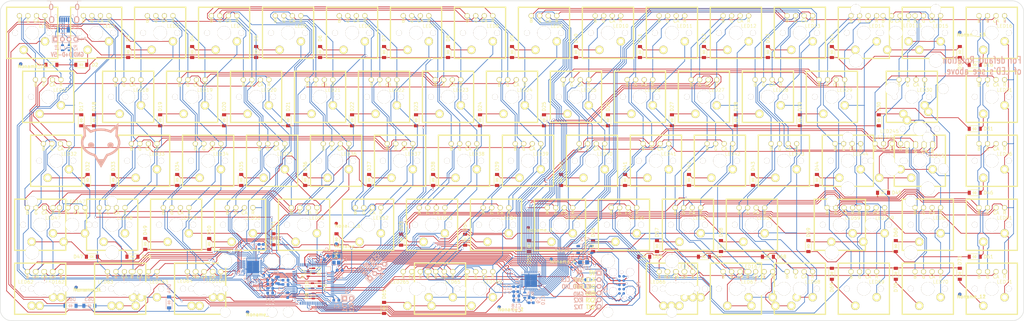
<source format=kicad_pcb>
(kicad_pcb (version 20171130) (host pcbnew "(5.1.12)-1")
  (title_block (title RainbowFox) (date 2016-06-11) (rev 1.02a) (company "Input Club"))
  (layers (0 Front signal) (31 Back signal) (34 B.Paste user hide) (35 F.Paste user hide) (36 B.SilkS user hide) (37 F.SilkS user hide) (38 B.Mask user hide) (39 F.Mask user hide) (44 Edge.Cuts user))
  (net 0 "")
  (net 1 +5V)
  (net 2 /mcu/PTB18)
  (net 3 /mcu/PTB19)
  (net 4 /mcu/PTB2)
  (net 5 /mcu/PTB3)
  (net 6 /mcu/PTC0)
  (net 7 /mcu/PTC10)
  (net 8 /mcu/PTC9)
  (net 9 /mcu/PTD7)
  (net 10 /mcu/RX2)
  (net 11 /mcu/SWD_CLK)
  (net 12 /mcu/SWD_DIO)
  (net 13 /mcu/TX2)
  (net 14 "Net-(U1-Pad32)")
  (net 15 "Net-(U1-Pad33)")
  (net 16 /mcu/PTC1)
  (net 17 /mcu/PTC2)
  (net 18 /mcu/MCU_RESET)
  (net 19 /mcu/PTA5)
  (net 20 "Net-(R3-Pad1)")
  (net 21 "Net-(R4-Pad1)")
  (net 22 /mcu/PTC8)
  (net 23 /mcu/RX0)
  (net 24 /mcu/TX0)
  (net 25 +3V3)
  (net 26 GND)
  (net 27 "Net-(C3-Pad2)")
  (net 28 /mcu/USB_D+)
  (net 29 /mcu/USB_D-)
  (net 30 /mcu/D-)
  (net 31 /mcu/D+)
  (net 32 /mcu/PTC3)
  (net 33 /mcu/PTC4)
  (net 34 /mcu/PTC5)
  (net 35 /mcu/PTC6)
  (net 36 /mcu/PTA4)
  (net 37 /mcu/PTA12)
  (net 38 /mcu/PTA13)
  (net 39 /mcu/PTC7)
  (net 40 /ledmatrix/LED-A/SW1)
  (net 41 /ledmatrix/LED-A/SW2)
  (net 42 /ledmatrix/LED-A/SW3)
  (net 43 /ledmatrix/LED-A/CS1)
  (net 44 /ledmatrix/LED-A/CS2)
  (net 45 /ledmatrix/LED-A/CS3)
  (net 46 /ledmatrix/LED-A/CS4)
  (net 47 /ledmatrix/LED-A/CS5)
  (net 48 /ledmatrix/LED-A/CS6)
  (net 49 /ledmatrix/LED-A/CS7)
  (net 50 /ledmatrix/LED-A/CS8)
  (net 51 /ledmatrix/LED-A/CS9)
  (net 52 /ledmatrix/LED-A/SW4)
  (net 53 /ledmatrix/LED-A/SW5)
  (net 54 /ledmatrix/LED-A/SW6)
  (net 55 /ledmatrix/LED-A/SW7)
  (net 56 /ledmatrix/LED-A/SW8)
  (net 57 /ledmatrix/LED-A/SW9)
  (net 58 /ledmatrix/LED-A/SW10)
  (net 59 /ledmatrix/LED-A/SW11)
  (net 60 /ledmatrix/LED-A/SW12)
  (net 61 "Net-(R6-Pad2)")
  (net 62 "Net-(R7-Pad2)")
  (net 63 /ledmatrix/IICRST)
  (net 64 /ledmatrix/SDB)
  (net 65 /ledmatrix/INTB)
  (net 66 /ledmatrix/SCL)
  (net 67 /ledmatrix/SDA)
  (net 68 /ledmatrix/Sync)
  (net 69 /ledmatrix/LED-B/SW1)
  (net 70 /ledmatrix/LED-B/SW2)
  (net 71 /ledmatrix/LED-B/SW3)
  (net 72 /ledmatrix/LED-B/CS1)
  (net 73 /ledmatrix/LED-B/CS2)
  (net 74 /ledmatrix/LED-B/CS3)
  (net 75 /ledmatrix/LED-B/CS4)
  (net 76 /ledmatrix/LED-B/CS5)
  (net 77 /ledmatrix/LED-B/CS6)
  (net 78 /ledmatrix/LED-B/CS7)
  (net 79 /ledmatrix/LED-B/CS8)
  (net 80 /ledmatrix/LED-B/CS9)
  (net 81 /ledmatrix/LED-B/SW4)
  (net 82 /ledmatrix/LED-B/SW5)
  (net 83 /ledmatrix/LED-B/SW6)
  (net 84 /ledmatrix/LED-B/SW7)
  (net 85 /ledmatrix/LED-B/SW8)
  (net 86 /ledmatrix/LED-B/SW9)
  (net 87 /ledmatrix/LED-B/SW10)
  (net 88 /ledmatrix/LED-B/SW11)
  (net 89 /ledmatrix/LED-B/SW12)
  (net 90 /ledmatrix/LED-B/CS10)
  (net 91 "Net-(D1-Pad2)")
  (net 92 "Net-(D2-Pad2)")
  (net 93 "Net-(D3-Pad2)")
  (net 94 "Net-(D4-Pad2)")
  (net 95 "Net-(D5-Pad2)")
  (net 96 "Net-(D6-Pad2)")
  (net 97 "Net-(D7-Pad2)")
  (net 98 "Net-(D8-Pad2)")
  (net 99 "Net-(D9-Pad2)")
  (net 100 "Net-(D10-Pad2)")
  (net 101 "Net-(D11-Pad2)")
  (net 102 "Net-(D12-Pad2)")
  (net 103 "Net-(D13-Pad2)")
  (net 104 "Net-(D14-Pad2)")
  (net 105 "Net-(D15-Pad2)")
  (net 106 "Net-(D16-Pad2)")
  (net 107 "Net-(D17-Pad2)")
  (net 108 "Net-(D18-Pad2)")
  (net 109 "Net-(D19-Pad2)")
  (net 110 "Net-(D20-Pad2)")
  (net 111 "Net-(D21-Pad2)")
  (net 112 "Net-(D22-Pad2)")
  (net 113 "Net-(D23-Pad2)")
  (net 114 "Net-(D24-Pad2)")
  (net 115 "Net-(D25-Pad2)")
  (net 116 "Net-(D26-Pad2)")
  (net 117 "Net-(D27-Pad2)")
  (net 118 "Net-(D28-Pad2)")
  (net 119 "Net-(D29-Pad2)")
  (net 120 "Net-(D30-Pad2)")
  (net 121 "Net-(D31-Pad2)")
  (net 122 "Net-(D32-Pad2)")
  (net 123 "Net-(D33-Pad2)")
  (net 124 "Net-(D34-Pad2)")
  (net 125 "Net-(D35-Pad2)")
  (net 126 "Net-(D36-Pad2)")
  (net 127 "Net-(D37-Pad2)")
  (net 128 "Net-(D38-Pad2)")
  (net 129 "Net-(D39-Pad2)")
  (net 130 "Net-(D40-Pad2)")
  (net 131 "Net-(D41-Pad2)")
  (net 132 "Net-(D42-Pad2)")
  (net 133 "Net-(D43-Pad2)")
  (net 134 "Net-(D44-Pad2)")
  (net 135 "Net-(D45-Pad2)")
  (net 136 "Net-(D46-Pad2)")
  (net 137 "Net-(D47-Pad2)")
  (net 138 "Net-(D48-Pad2)")
  (net 139 "Net-(D49-Pad2)")
  (net 140 "Net-(D50-Pad2)")
  (net 141 "Net-(D51-Pad2)")
  (net 142 "Net-(D52-Pad2)")
  (net 143 "Net-(D53-Pad2)")
  (net 144 "Net-(D54-Pad2)")
  (net 145 "Net-(D55-Pad2)")
  (net 146 "Net-(D56-Pad2)")
  (net 147 "Net-(D57-Pad2)")
  (net 148 "Net-(D58-Pad2)")
  (net 149 "Net-(D59-Pad2)")
  (net 150 "Net-(D60-Pad2)")
  (net 151 "Net-(D61-Pad2)")
  (net 152 "Net-(D62-Pad2)")
  (net 153 "Net-(D63-Pad2)")
  (net 154 "Net-(D64-Pad2)")
  (net 155 "Net-(D65-Pad2)")
  (net 156 "Net-(D66-Pad2)")
  (net 157 "Net-(D67-Pad2)")
  (net 158 "Net-(D68-Pad2)")
  (net 159 "Net-(D69-Pad2)")
  (net 160 "Net-(D70-Pad2)")
  (net 161 "Net-(D71-Pad2)")
  (net 162 /mcu/PTD5)
  (net 163 /mcu/PTD6)
  (net 164 /mcu/RX1)
  (net 165 /mcu/TX1)
  (net 166 "Net-(LED72-Pad1)")
  (module lib.pretty:MX1A (layer Front) (at 110.331 161.925 180)
    (fp_text reference S64 hide)
    (fp_text value SW hide)
    (pad 0 thru_hole circle (at 0 0 180) (size 3.98018 3.98018) (drill 3.98018) (layers *.Cu *.Mask F.SilkS))
    (pad 2 thru_hole circle (at 2.54 -5.08 180) (size 2.49936 2.49936) (drill 1.5011) (layers *.Cu *.Mask F.SilkS) (net 154 "Net-(D64-Pad2)"))
    (pad 1 thru_hole circle (at -3.81 -2.54 180) (size 2.49936 2.49936) (drill 1.5011) (layers *.Cu *.Mask F.SilkS) (net 162 /mcu/PTD5))
    (pad "" thru_hole circle (at -5.08 0 180) (size 1.69926 1.69926) (drill 1.69926) (layers *.Cu *.Mask F.SilkS))
    (pad "" thru_hole circle (at 5.08 0 180) (size 1.69926 1.69926) (drill 1.69926) (layers *.Cu *.Mask F.SilkS))
  )
  (module lib.pretty:MX1A-Borderless (layer Front) (at 112.712 161.925 180)
    (fp_text reference S164 hide)
    (fp_text value SW hide)
    (pad 0 thru_hole circle (at 0 0 180) (size 3.98018 3.98018) (drill 3.98018) (layers *.Cu *.Mask F.SilkS))
    (pad 2 thru_hole circle (at 2.54 -5.08 180) (size 2.49936 2.49936) (drill 1.5011) (layers *.Cu *.Mask F.SilkS) (net 154 "Net-(D64-Pad2)"))
    (pad 1 thru_hole circle (at -3.81 -2.54 180) (size 2.49936 2.49936) (drill 1.5011) (layers *.Cu *.Mask F.SilkS) (net 162 /mcu/PTD5))
    (pad "" thru_hole circle (at -5.08 0 180) (size 1.69926 1.69926) (drill 1.69926) (layers *.Cu *.Mask F.SilkS))
    (pad "" thru_hole circle (at 5.08 0 180) (size 1.69926 1.69926) (drill 1.69926) (layers *.Cu *.Mask F.SilkS))
  )
  (module lib.pretty:MX1A-Borderless (layer Front) (at 317.5 85.725 180)
    (fp_text reference S115 hide)
    (fp_text value SW hide)
    (pad 0 thru_hole circle (at 0 0 180) (size 3.98018 3.98018) (drill 3.98018) (layers *.Cu *.Mask F.SilkS))
    (pad 2 thru_hole circle (at 2.54 -5.08 180) (size 2.49936 2.49936) (drill 1.5011) (layers *.Cu *.Mask F.SilkS) (net 105 "Net-(D15-Pad2)"))
    (pad 1 thru_hole circle (at -3.81 -2.54 180) (size 2.49936 2.49936) (drill 1.5011) (layers *.Cu *.Mask F.SilkS) (net 17 /mcu/PTC2))
    (pad "" thru_hole circle (at -5.08 0 180) (size 1.69926 1.69926) (drill 1.69926) (layers *.Cu *.Mask F.SilkS))
    (pad "" thru_hole circle (at 5.08 0 180) (size 1.69926 1.69926) (drill 1.69926) (layers *.Cu *.Mask F.SilkS))
  )
  (module lib.pretty:MX1A-Borderless (layer Front) (at 315.119 123.825 180)
    (fp_text reference S145 hide)
    (fp_text value SW hide)
    (pad 0 thru_hole circle (at 0 0 180) (size 3.98018 3.98018) (drill 3.98018) (layers *.Cu *.Mask F.SilkS))
    (pad 2 thru_hole circle (at 2.54 -5.08 180) (size 2.49936 2.49936) (drill 1.5011) (layers *.Cu *.Mask F.SilkS) (net 135 "Net-(D45-Pad2)"))
    (pad 1 thru_hole circle (at -3.81 -2.54 180) (size 2.49936 2.49936) (drill 1.5011) (layers *.Cu *.Mask F.SilkS) (net 17 /mcu/PTC2))
    (pad "" thru_hole circle (at -5.08 0 180) (size 1.69926 1.69926) (drill 1.69926) (layers *.Cu *.Mask F.SilkS))
    (pad "" thru_hole circle (at 5.08 0 180) (size 1.69926 1.69926) (drill 1.69926) (layers *.Cu *.Mask F.SilkS))
  )
  (module lib.pretty:MX1A-Borderless (layer Front) (at 72.2312 142.875 180)
    (fp_text reference S147 hide)
    (fp_text value SW hide)
    (pad 0 thru_hole circle (at 0 0 180) (size 3.98018 3.98018) (drill 3.98018) (layers *.Cu *.Mask F.SilkS))
    (pad 2 thru_hole circle (at 2.54 -5.08 180) (size 2.49936 2.49936) (drill 1.5011) (layers *.Cu *.Mask F.SilkS) (net 137 "Net-(D47-Pad2)"))
    (pad 1 thru_hole circle (at -3.81 -2.54 180) (size 2.49936 2.49936) (drill 1.5011) (layers *.Cu *.Mask F.SilkS) (net 163 /mcu/PTD6))
    (pad "" thru_hole circle (at -5.08 0 180) (size 1.69926 1.69926) (drill 1.69926) (layers *.Cu *.Mask F.SilkS))
    (pad "" thru_hole circle (at 5.08 0 180) (size 1.69926 1.69926) (drill 1.69926) (layers *.Cu *.Mask F.SilkS))
  )
  (module lib.pretty:MX1A-Borderless (layer Front) (at 310.356 142.875 180)
    (fp_text reference S159 hide)
    (fp_text value SW hide)
    (pad 0 thru_hole circle (at 0 0 180) (size 3.98018 3.98018) (drill 3.98018) (layers *.Cu *.Mask F.SilkS))
    (pad 2 thru_hole circle (at 2.54 -5.08 180) (size 2.49936 2.49936) (drill 1.5011) (layers *.Cu *.Mask F.SilkS) (net 149 "Net-(D59-Pad2)"))
    (pad 1 thru_hole circle (at -3.81 -2.54 180) (size 2.49936 2.49936) (drill 1.5011) (layers *.Cu *.Mask F.SilkS) (net 32 /mcu/PTC3))
    (pad "" thru_hole circle (at -5.08 0 180) (size 1.69926 1.69926) (drill 1.69926) (layers *.Cu *.Mask F.SilkS))
    (pad "" thru_hole circle (at 5.08 0 180) (size 1.69926 1.69926) (drill 1.69926) (layers *.Cu *.Mask F.SilkS))
  )
  (module lib.pretty:MX1A-Borderless (layer Front) (at 65.0875 161.925 180)
    (fp_text reference S162 hide)
    (fp_text value SW hide)
    (pad 0 thru_hole circle (at 0 0 180) (size 3.98018 3.98018) (drill 3.98018) (layers *.Cu *.Mask F.SilkS))
    (pad 2 thru_hole circle (at 2.54 -5.08 180) (size 2.49936 2.49936) (drill 1.5011) (layers *.Cu *.Mask F.SilkS) (net 152 "Net-(D62-Pad2)"))
    (pad 1 thru_hole circle (at -3.81 -2.54 180) (size 2.49936 2.49936) (drill 1.5011) (layers *.Cu *.Mask F.SilkS) (net 9 /mcu/PTD7))
    (pad "" thru_hole circle (at -5.08 0 180) (size 1.69926 1.69926) (drill 1.69926) (layers *.Cu *.Mask F.SilkS))
    (pad "" thru_hole circle (at 5.08 0 180) (size 1.69926 1.69926) (drill 1.69926) (layers *.Cu *.Mask F.SilkS))
  )
  (module lib.pretty:MX1A-Borderless (layer Front) (at 88.9 161.925 180)
    (fp_text reference S163 hide)
    (fp_text value SW hide)
    (pad 0 thru_hole circle (at 0 0 180) (size 3.98018 3.98018) (drill 3.98018) (layers *.Cu *.Mask F.SilkS))
    (pad 2 thru_hole circle (at 2.54 -5.08 180) (size 2.49936 2.49936) (drill 1.5011) (layers *.Cu *.Mask F.SilkS) (net 153 "Net-(D63-Pad2)"))
    (pad 1 thru_hole circle (at -3.81 -2.54 180) (size 2.49936 2.49936) (drill 1.5011) (layers *.Cu *.Mask F.SilkS) (net 163 /mcu/PTD6))
    (pad "" thru_hole circle (at -5.08 0 180) (size 1.69926 1.69926) (drill 1.69926) (layers *.Cu *.Mask F.SilkS))
    (pad "" thru_hole circle (at 5.08 0 180) (size 1.69926 1.69926) (drill 1.69926) (layers *.Cu *.Mask F.SilkS))
  )
  (module lib.pretty:MX1A-Borderless (layer Front) (at 174.625 161.925 180)
    (fp_text reference S165 hide)
    (fp_text value SW hide)
    (pad 0 thru_hole circle (at 0 0 180) (size 3.98018 3.98018) (drill 3.98018) (layers *.Cu *.Mask F.SilkS))
    (pad 2 thru_hole circle (at 2.54 -5.08 180) (size 2.49936 2.49936) (drill 1.5011) (layers *.Cu *.Mask F.SilkS) (net 155 "Net-(D65-Pad2)"))
    (pad 1 thru_hole circle (at -3.81 -2.54 180) (size 2.49936 2.49936) (drill 1.5011) (layers *.Cu *.Mask F.SilkS) (net 33 /mcu/PTC4))
    (pad "" thru_hole circle (at -5.08 0 180) (size 1.69926 1.69926) (drill 1.69926) (layers *.Cu *.Mask F.SilkS))
    (pad "" thru_hole circle (at 5.08 0 180) (size 1.69926 1.69926) (drill 1.69926) (layers *.Cu *.Mask F.SilkS))
  )
  (module lib.pretty:MX1A-Borderless (layer Front) (at 253.206 161.925 180)
    (fp_text reference S166 hide)
    (fp_text value SW hide)
    (pad 0 thru_hole circle (at 0 0 180) (size 3.98018 3.98018) (drill 3.98018) (layers *.Cu *.Mask F.SilkS))
    (pad 2 thru_hole circle (at 2.54 -5.08 180) (size 2.49936 2.49936) (drill 1.5011) (layers *.Cu *.Mask F.SilkS) (net 156 "Net-(D66-Pad2)"))
    (pad 1 thru_hole circle (at -3.81 -2.54 180) (size 2.49936 2.49936) (drill 1.5011) (layers *.Cu *.Mask F.SilkS) (net 22 /mcu/PTC8))
    (pad "" thru_hole circle (at -5.08 0 180) (size 1.69926 1.69926) (drill 1.69926) (layers *.Cu *.Mask F.SilkS))
    (pad "" thru_hole circle (at 5.08 0 180) (size 1.69926 1.69926) (drill 1.69926) (layers *.Cu *.Mask F.SilkS))
  )
  (module lib.pretty:MX1A-Borderless (layer Front) (at 277.019 161.925 180)
    (fp_text reference S167 hide)
    (fp_text value SW hide)
    (pad 0 thru_hole circle (at 0 0 180) (size 3.98018 3.98018) (drill 3.98018) (layers *.Cu *.Mask F.SilkS))
    (pad 2 thru_hole circle (at 2.54 -5.08 180) (size 2.49936 2.49936) (drill 1.5011) (layers *.Cu *.Mask F.SilkS) (net 157 "Net-(D67-Pad2)"))
    (pad 1 thru_hole circle (at -3.81 -2.54 180) (size 2.49936 2.49936) (drill 1.5011) (layers *.Cu *.Mask F.SilkS) (net 8 /mcu/PTC9))
    (pad "" thru_hole circle (at -5.08 0 180) (size 1.69926 1.69926) (drill 1.69926) (layers *.Cu *.Mask F.SilkS))
    (pad "" thru_hole circle (at 5.08 0 180) (size 1.69926 1.69926) (drill 1.69926) (layers *.Cu *.Mask F.SilkS))
  )
  (module lib.pretty:MX1A-Borderless (layer Front) (at 284.162 161.925 180)
    (fp_text reference S168 hide)
    (fp_text value SW hide)
    (pad 0 thru_hole circle (at 0 0 180) (size 3.98018 3.98018) (drill 3.98018) (layers *.Cu *.Mask F.SilkS))
    (pad 2 thru_hole circle (at 2.54 -5.08 180) (size 2.49936 2.49936) (drill 1.5011) (layers *.Cu *.Mask F.SilkS) (net 158 "Net-(D68-Pad2)"))
    (pad 1 thru_hole circle (at -3.81 -2.54 180) (size 2.49936 2.49936) (drill 1.5011) (layers *.Cu *.Mask F.SilkS) (net 34 /mcu/PTC5))
    (pad "" thru_hole circle (at -5.08 0 180) (size 1.69926 1.69926) (drill 1.69926) (layers *.Cu *.Mask F.SilkS))
    (pad "" thru_hole circle (at 5.08 0 180) (size 1.69926 1.69926) (drill 1.69926) (layers *.Cu *.Mask F.SilkS))
  )
  (module lib.pretty:MX1A-Borderless (layer Front) (at 324.644 114.3)
    (fp_text reference S245 hide)
    (fp_text value SW hide)
    (pad 0 thru_hole circle (at 0 0) (size 3.98018 3.98018) (drill 3.98018) (layers *.Cu *.Mask F.SilkS))
    (pad 2 thru_hole circle (at 2.54 -5.08) (size 2.49936 2.49936) (drill 1.5011) (layers *.Cu *.Mask F.SilkS) (net 17 /mcu/PTC2))
    (pad 1 thru_hole circle (at -3.81 -2.54) (size 2.49936 2.49936) (drill 1.5011) (layers *.Cu *.Mask F.SilkS) (net 135 "Net-(D45-Pad2)"))
    (pad "" thru_hole circle (at -5.08 0) (size 1.69926 1.69926) (drill 1.69926) (layers *.Cu *.Mask F.SilkS))
    (pad "" thru_hole circle (at 5.08 0) (size 1.69926 1.69926) (drill 1.69926) (layers *.Cu *.Mask F.SilkS))
  )
  (module lib.pretty:MX1A-Borderless (layer Front) (at 93.6625 161.925 180)
    (fp_text reference S263 hide)
    (fp_text value SW hide)
    (pad 0 thru_hole circle (at 0 0 180) (size 3.98018 3.98018) (drill 3.98018) (layers *.Cu *.Mask F.SilkS))
    (pad 2 thru_hole circle (at 2.54 -5.08 180) (size 2.49936 2.49936) (drill 1.5011) (layers *.Cu *.Mask F.SilkS) (net 153 "Net-(D63-Pad2)"))
    (pad 1 thru_hole circle (at -3.81 -2.54 180) (size 2.49936 2.49936) (drill 1.5011) (layers *.Cu *.Mask F.SilkS) (net 163 /mcu/PTD6))
    (pad "" thru_hole circle (at -5.08 0 180) (size 1.69926 1.69926) (drill 1.69926) (layers *.Cu *.Mask F.SilkS))
    (pad "" thru_hole circle (at 5.08 0 180) (size 1.69926 1.69926) (drill 1.69926) (layers *.Cu *.Mask F.SilkS))
  )
  (module lib.pretty:MX1A-Borderless (layer Front) (at 193.675 161.925 180)
    (fp_text reference S265 hide)
    (fp_text value SW hide)
    (pad 0 thru_hole circle (at 0 0 180) (size 3.98018 3.98018) (drill 3.98018) (layers *.Cu *.Mask F.SilkS))
    (pad 2 thru_hole circle (at 2.54 -5.08 180) (size 2.49936 2.49936) (drill 1.5011) (layers *.Cu *.Mask F.SilkS) (net 155 "Net-(D65-Pad2)"))
    (pad 1 thru_hole circle (at -3.81 -2.54 180) (size 2.49936 2.49936) (drill 1.5011) (layers *.Cu *.Mask F.SilkS) (net 33 /mcu/PTC4))
    (pad "" thru_hole circle (at -5.08 0 180) (size 1.69926 1.69926) (drill 1.69926) (layers *.Cu *.Mask F.SilkS))
    (pad "" thru_hole circle (at 5.08 0 180) (size 1.69926 1.69926) (drill 1.69926) (layers *.Cu *.Mask F.SilkS))
  )
  (module lib.pretty:MX1A-Borderless (layer Front) (at 255.588 161.925 180)
    (fp_text reference S266 hide)
    (fp_text value SW hide)
    (pad 0 thru_hole circle (at 0 0 180) (size 3.98018 3.98018) (drill 3.98018) (layers *.Cu *.Mask F.SilkS))
    (pad 2 thru_hole circle (at 2.54 -5.08 180) (size 2.49936 2.49936) (drill 1.5011) (layers *.Cu *.Mask F.SilkS) (net 156 "Net-(D66-Pad2)"))
    (pad 1 thru_hole circle (at -3.81 -2.54 180) (size 2.49936 2.49936) (drill 1.5011) (layers *.Cu *.Mask F.SilkS) (net 22 /mcu/PTC8))
    (pad "" thru_hole circle (at -5.08 0 180) (size 1.69926 1.69926) (drill 1.69926) (layers *.Cu *.Mask F.SilkS))
    (pad "" thru_hole circle (at 5.08 0 180) (size 1.69926 1.69926) (drill 1.69926) (layers *.Cu *.Mask F.SilkS))
  )
  (module lib.pretty:PTS810 (layer Back) (at 224.917 150.241)
    (fp_text reference S72 (at 0 -3) (layer B.SilkS) (effects (justify mirror)))
    (fp_text value TAC_SWITCH)
    (pad 3 smd rect (at -2 -1) (size 1.05 0.65) (layers Back B.Paste B.Mask))
    (pad 4 smd rect (at 2 -1) (size 1.05 0.65) (layers Back B.Paste B.Mask) (net 26 GND))
    (pad 2 smd rect (at 2 1) (size 1.05 0.65) (layers Back B.Paste B.Mask) (net 18 /mcu/MCU_RESET))
    (pad 1 smd rect (at -2 1) (size 1.05 0.65) (layers Back B.Paste B.Mask))
  )
  (module Resistors_SMD:R_0603 (layer Back) (at 221.488 154.94 225)
    (fp_text reference R13 (at 0 1.9 225) (layer B.SilkS) (effects (justify mirror)))
    (fp_text value 1k)
    (pad 1 smd rect (at -0.75 0 225) (size 0.5 0.9) (layers Back B.Paste B.Mask) (net 166 "Net-(LED72-Pad1)"))
    (pad 2 smd rect (at 0.75 0 225) (size 0.5 0.9) (layers Back B.Paste B.Mask) (net 26 GND))
  )
  (module lib.pretty:SOD-123 (layer Front) (at 317.5 149.225 90)
    (fp_text reference D60 (at 4.064 0 90) (layer F.SilkS))
    (fp_text value DIODE)
    (pad 1 smd rect (at -1.635 0 90) (size 0.91 1.22) (layers Front F.Paste F.Mask) (net 4 /mcu/PTB2))
    (pad 2 smd rect (at 1.635 0 90) (size 0.91 1.22) (layers Front F.Paste F.Mask) (net 150 "Net-(D60-Pad2)"))
  )
  (module lib.pretty:Conn-4 (layer Back) (at 163.068 156.718 45)
    (fp_text reference P6 (at 0 1.975656 45) (layer B.SilkS) (effects (justify mirror)))
    (fp_text value CONN_01X04)
    (pad 4 thru_hole circle (at 3 0 45) (size 1.4 1.4) (drill 0.75) (layers *.Cu *.Mask B.SilkS) (net 66 /ledmatrix/SCL))
    (pad 3 thru_hole circle (at 1 0 45) (size 1.4 1.4) (drill 0.75) (layers *.Cu *.Mask B.SilkS) (net 67 /ledmatrix/SDA))
    (pad 1 thru_hole rect (at -3 0 45) (size 1.4 1.4) (drill 0.75) (layers *.Cu *.Mask B.SilkS) (net 65 /ledmatrix/INTB))
    (pad 2 thru_hole circle (at -1 0 45) (size 1.4 1.4) (drill 0.75) (layers *.Cu *.Mask B.SilkS) (net 64 /ledmatrix/SDB))
  )
  (module lib.pretty:Conn-2 (layer Back) (at 154.38 164.78)
    (fp_text reference P5 (at 0 -2) (layer B.SilkS) (effects (justify mirror)))
    (fp_text value CONN_01X02)
    (pad 1 thru_hole rect (at -1 0) (size 1.4 1.4) (drill 0.75) (layers *.Cu *.Mask B.SilkS) (net 165 /mcu/TX1))
    (pad 2 thru_hole circle (at 1 0) (size 1.4 1.4) (drill 0.75) (layers *.Cu *.Mask B.SilkS) (net 164 /mcu/RX1))
  )
  (module lib.pretty:Conn-4 (layer Back) (at 70.31 87.63)
    (fp_text reference P4 (at 5.255 0) (layer B.SilkS) (effects (justify mirror)))
    (fp_text value CONN_01X04)
    (pad 4 thru_hole circle (at 3 0) (size 1.4 1.4) (drill 0.75) (layers *.Cu *.Mask B.SilkS) (net 26 GND))
    (pad 3 thru_hole circle (at 1 0) (size 1.4 1.4) (drill 0.75) (layers *.Cu *.Mask B.SilkS) (net 28 /mcu/USB_D+))
    (pad 1 thru_hole rect (at -3 0) (size 1.4 1.4) (drill 0.75) (layers *.Cu *.Mask B.SilkS) (net 1 +5V))
    (pad 2 thru_hole circle (at -1 0) (size 1.4 1.4) (drill 0.75) (layers *.Cu *.Mask B.SilkS) (net 29 /mcu/USB_D-))
  )
  (module lib.pretty:Conn-6 (layer Back) (at 229.108 162.226 270)
    (fp_text reference P2 (at 0 -2 270) (layer B.SilkS) (effects (justify mirror)))
    (fp_text value CONN_01X06)
    (pad 6 thru_hole circle (at 5 0 270) (size 1.4 1.4) (drill 0.75) (layers *.Cu *.Mask B.SilkS) (net 13 /mcu/TX2))
    (pad 5 thru_hole circle (at 3 0 270) (size 1.4 1.4) (drill 0.75) (layers *.Cu *.Mask B.SilkS) (net 10 /mcu/RX2))
    (pad 4 thru_hole circle (at 1 0 270) (size 1.4 1.4) (drill 0.75) (layers *.Cu *.Mask B.SilkS) (net 26 GND))
    (pad 3 thru_hole circle (at -1 0 270) (size 1.4 1.4) (drill 0.75) (layers *.Cu *.Mask B.SilkS) (net 12 /mcu/SWD_DIO))
    (pad 1 thru_hole rect (at -5 0 270) (size 1.4 1.4) (drill 0.75) (layers *.Cu *.Mask B.SilkS) (net 1 +5V))
    (pad 2 thru_hole circle (at -3 0 270) (size 1.4 1.4) (drill 0.75) (layers *.Cu *.Mask B.SilkS) (net 11 /mcu/SWD_CLK))
  )
  (module lib.pretty:FOXY_LOGO (layer Back) (at 80.772 119.38 180)
    (fp_text reference G*** hide)
    (fp_text value LOGO hide)
  )
  (module Fiducials:Fiducial_1mm_Dia_2.54mm_Outer_CopperBottom (layer Front) (at 56.896 94.996)
    (fp_text reference Noname_16 (at 3.4 0.7) (layer F.SilkS))
    (fp_text value Fiducial_1mm_Dia_2.54mm_Outer_CopperBottom)
    (pad ~ smd circle (at 0 0) (size 1 1) (layers Back B.Mask) (clearance 0.77))
  )
  (module lib.pretty:RGB-reverse (layer Front) (at 277.019 161.925 180)
    (fp_text reference LED167 (at 2.572 6.604 180) (layer F.SilkS) (effects (font (thickness 0.125))))
    (fp_text value Led_RGB_CA hide)
    (fp_text user G (at -1.27 3.556 180) (layer F.SilkS))
    (fp_text user B (at -3.81 3.556 180) (layer F.SilkS))
    (fp_text user CA (at 1.27 3.556 180) (layer F.SilkS))
    (fp_text user R (at 3.588 3.556 180) (layer F.SilkS))
    (pad 3 thru_hole circle (at -3.81 5.08) (size 1.5 1.5) (drill 1) (layers *.Cu *.Mask F.SilkS) (net 69 /ledmatrix/LED-B/SW1))
    (pad 2 thru_hole circle (at 3.81 5.08) (size 1.5 1.5) (drill 1) (layers *.Cu *.Mask F.SilkS) (net 70 /ledmatrix/LED-B/SW2))
    (pad 4 thru_hole circle (at -1.27 5.08) (size 1.5 1.5) (drill 1) (layers *.Cu *.Mask F.SilkS) (net 71 /ledmatrix/LED-B/SW3))
    (pad 1 thru_hole circle (at 1.27 5.08) (size 1.5 1.5) (drill 1) (layers *.Cu *.Mask F.SilkS) (net 79 /ledmatrix/LED-B/CS8))
  )
  (module lib.pretty:RGB-reverse (layer Front) (at 174.625 161.925 180)
    (fp_text reference LED265 (at 4.826 2.032 180) (layer F.SilkS) (effects (font (thickness 0.125))))
    (fp_text value Led_RGB_CA hide)
    (fp_text user G (at -1.27 3.556 180) (layer F.SilkS))
    (fp_text user B (at -3.556 3.556 180) (layer F.SilkS))
    (fp_text user CA (at 1.27 3.556 180) (layer F.SilkS))
    (fp_text user R (at 3.81 3.556 180) (layer F.SilkS))
    (pad 3 thru_hole circle (at -3.81 5.08) (size 1.5 1.5) (drill 1) (layers *.Cu *.Mask F.SilkS) (net 40 /ledmatrix/LED-A/SW1))
    (pad 2 thru_hole circle (at 3.81 5.08) (size 1.5 1.5) (drill 1) (layers *.Cu *.Mask F.SilkS) (net 41 /ledmatrix/LED-A/SW2))
    (pad 4 thru_hole circle (at -1.27 5.08) (size 1.5 1.5) (drill 1) (layers *.Cu *.Mask F.SilkS) (net 42 /ledmatrix/LED-A/SW3))
    (pad 1 thru_hole circle (at 1.27 5.08) (size 1.5 1.5) (drill 1) (layers *.Cu *.Mask F.SilkS) (net 43 /ledmatrix/LED-A/CS1))
  )
  (module lib.pretty:RGB-reverse (layer Front) (at 324.644 114.3)
    (fp_text reference LED245 (at -9.049 0.762) (layer F.SilkS) (effects (font (thickness 0.125))))
    (fp_text value Led_RGB_CA hide)
    (fp_text user G (at -1.302 6.731) (layer F.SilkS))
    (fp_text user B (at -3.842 6.731) (layer F.SilkS))
    (fp_text user CA (at 1.365 6.731) (layer F.SilkS))
    (fp_text user R (at 3.778 6.731) (layer F.SilkS))
    (pad 3 thru_hole circle (at -3.81 5.08 180) (size 1.5 1.5) (drill 1) (layers *.Cu *.Mask F.SilkS) (net 81 /ledmatrix/LED-B/SW4))
    (pad 2 thru_hole circle (at 3.81 5.08 180) (size 1.5 1.5) (drill 1) (layers *.Cu *.Mask F.SilkS) (net 82 /ledmatrix/LED-B/SW5))
    (pad 4 thru_hole circle (at -1.27 5.08 180) (size 1.5 1.5) (drill 1) (layers *.Cu *.Mask F.SilkS) (net 83 /ledmatrix/LED-B/SW6))
    (pad 1 thru_hole circle (at 1.27 5.08 180) (size 1.5 1.5) (drill 1) (layers *.Cu *.Mask F.SilkS) (net 76 /ledmatrix/LED-B/CS5))
  )
  (module lib.pretty:RGB-reverse (layer Front) (at 112.712 161.925 180)
    (fp_text reference LED164 (at -2.223 2.286 180) (layer F.SilkS) (effects (font (thickness 0.125))))
    (fp_text value Led_RGB_CA hide)
    (fp_text user G (at -0.826 3.556 180) (layer F.SilkS))
    (fp_text user B (at -3.81 3.556 180) (layer F.SilkS))
    (fp_text user CA (at 1.206 3.556 180) (layer F.SilkS))
    (fp_text user R (at 4.254 3.556 180) (layer F.SilkS))
    (pad 3 thru_hole circle (at -3.81 5.08) (size 1.5 1.5) (drill 1) (layers *.Cu *.Mask F.SilkS) (net 52 /ledmatrix/LED-A/SW4))
    (pad 2 thru_hole circle (at 3.81 5.08) (size 1.5 1.5) (drill 1) (layers *.Cu *.Mask F.SilkS) (net 54 /ledmatrix/LED-A/SW6))
    (pad 4 thru_hole circle (at -1.27 5.08) (size 1.5 1.5) (drill 1) (layers *.Cu *.Mask F.SilkS) (net 53 /ledmatrix/LED-A/SW5))
    (pad 1 thru_hole circle (at 1.27 5.08) (size 1.5 1.5) (drill 1) (layers *.Cu *.Mask F.SilkS) (net 43 /ledmatrix/LED-A/CS1))
  )
  (module lib.pretty:RGB-reverse (layer Front) (at 65.0875 161.925 180)
    (fp_text reference LED162 (at -2.0955 2.032 180) (layer F.SilkS) (effects (font (thickness 0.125))))
    (fp_text value Led_RGB_CA hide)
    (fp_text user G (at -0.8255 3.556 180) (layer F.SilkS))
    (fp_text user B (at -3.81 3.556 180) (layer F.SilkS))
    (fp_text user CA (at 1.2065 3.556 180) (layer F.SilkS))
    (fp_text user R (at 3.2385 3.556 180) (layer F.SilkS))
    (pad 3 thru_hole circle (at -3.81 5.08) (size 1.5 1.5) (drill 1) (layers *.Cu *.Mask F.SilkS) (net 58 /ledmatrix/LED-A/SW10))
    (pad 2 thru_hole circle (at 3.81 5.08) (size 1.5 1.5) (drill 1) (layers *.Cu *.Mask F.SilkS) (net 60 /ledmatrix/LED-A/SW12))
    (pad 4 thru_hole circle (at -1.27 5.08) (size 1.5 1.5) (drill 1) (layers *.Cu *.Mask F.SilkS) (net 59 /ledmatrix/LED-A/SW11))
    (pad 1 thru_hole circle (at 1.27 5.08) (size 1.5 1.5) (drill 1) (layers *.Cu *.Mask F.SilkS) (net 43 /ledmatrix/LED-A/CS1))
  )
  (module lib.pretty:RGB-reverse (layer Front) (at 93.6625 161.925 180)
    (fp_text reference LED163 (at -4.3815 2.032 180) (layer F.SilkS) (effects (font (thickness 0.125))))
    (fp_text value Led_RGB_CA hide)
    (fp_text user G (at -1.27 3.556 180) (layer F.SilkS))
    (fp_text user B (at -3.81 3.556 180) (layer F.SilkS))
    (fp_text user CA (at 1.27 3.556 180) (layer F.SilkS))
    (fp_text user R (at 3.6195 3.556 180) (layer F.SilkS))
    (pad 3 thru_hole circle (at -3.81 5.08) (size 1.5 1.5) (drill 1) (layers *.Cu *.Mask F.SilkS) (net 55 /ledmatrix/LED-A/SW7))
    (pad 2 thru_hole circle (at 3.81 5.08) (size 1.5 1.5) (drill 1) (layers *.Cu *.Mask F.SilkS) (net 56 /ledmatrix/LED-A/SW8))
    (pad 4 thru_hole circle (at -1.27 5.08) (size 1.5 1.5) (drill 1) (layers *.Cu *.Mask F.SilkS) (net 57 /ledmatrix/LED-A/SW9))
    (pad 1 thru_hole circle (at 1.27 5.08) (size 1.5 1.5) (drill 1) (layers *.Cu *.Mask F.SilkS) (net 43 /ledmatrix/LED-A/CS1))
  )
  (module lib.pretty:RGB-reverse (layer Front) (at 253.206 161.925 180)
    (fp_text reference LED166 (at -2.064 6.604 180) (layer F.SilkS) (effects (font (thickness 0.125))))
    (fp_text value Led_RGB_CA hide)
    (fp_text user G (at -0.794 3.556 180) (layer F.SilkS))
    (fp_text user B (at -3.81 3.556 180) (layer F.SilkS))
    (fp_text user CA (at 1.238 3.556 180) (layer F.SilkS))
    (fp_text user R (at 4.286 3.556 180) (layer F.SilkS))
    (pad 3 thru_hole circle (at -3.81 5.08) (size 1.5 1.5) (drill 1) (layers *.Cu *.Mask F.SilkS) (net 81 /ledmatrix/LED-B/SW4))
    (pad 2 thru_hole circle (at 3.81 5.08) (size 1.5 1.5) (drill 1) (layers *.Cu *.Mask F.SilkS) (net 83 /ledmatrix/LED-B/SW6))
    (pad 4 thru_hole circle (at -1.27 5.08) (size 1.5 1.5) (drill 1) (layers *.Cu *.Mask F.SilkS) (net 82 /ledmatrix/LED-B/SW5))
    (pad 1 thru_hole circle (at 1.27 5.08) (size 1.5 1.5) (drill 1) (layers *.Cu *.Mask F.SilkS) (net 79 /ledmatrix/LED-B/CS8))
  )
  (module lib.pretty:RGB (layer Front) (at 193.675 161.925 180)
    (fp_text reference LED165 (at -3.81 2.032 180) (layer F.SilkS) (effects (font (thickness 0.125))))
    (fp_text value Led_RGB_CA hide)
    (fp_text user G (at 1.27 3.556 180) (layer F.SilkS))
    (fp_text user B (at 3.81 3.556 180) (layer F.SilkS))
    (fp_text user CA (at -1.27 3.556 180) (layer F.SilkS))
    (fp_text user R (at -3.81 3.556 180) (layer F.SilkS))
    (pad 3 thru_hole circle (at 3.81 5.08 180) (size 1.5 1.5) (drill 1) (layers *.Cu *.Mask F.SilkS) (net 40 /ledmatrix/LED-A/SW1))
    (pad 2 thru_hole circle (at -3.81 5.08 180) (size 1.5 1.5) (drill 1) (layers *.Cu *.Mask F.SilkS) (net 41 /ledmatrix/LED-A/SW2))
    (pad 4 thru_hole circle (at 1.27 5.08 180) (size 1.5 1.5) (drill 1) (layers *.Cu *.Mask F.SilkS) (net 42 /ledmatrix/LED-A/SW3))
    (pad 1 thru_hole circle (at -1.27 5.08 180) (size 1.5 1.5) (drill 1) (layers *.Cu *.Mask F.SilkS) (net 43 /ledmatrix/LED-A/CS1))
  )
  (module lib.pretty:RGB (layer Front) (at 141.288 142.875 180)
    (fp_text reference LED51 (at -3.81 2.032 180) (layer F.SilkS) (effects (font (thickness 0.125))))
    (fp_text value Led_RGB_CA hide)
    (fp_text user G (at 1.27 3.556 180) (layer F.SilkS))
    (fp_text user B (at 3.81 3.556 180) (layer F.SilkS))
    (fp_text user CA (at -1.27 3.556 180) (layer F.SilkS))
    (fp_text user R (at -3.81 3.556 180) (layer F.SilkS))
    (pad 3 thru_hole circle (at 3.81 5.08 180) (size 1.5 1.5) (drill 1) (layers *.Cu *.Mask F.SilkS) (net 58 /ledmatrix/LED-A/SW10))
    (pad 2 thru_hole circle (at -3.81 5.08 180) (size 1.5 1.5) (drill 1) (layers *.Cu *.Mask F.SilkS) (net 59 /ledmatrix/LED-A/SW11))
    (pad 4 thru_hole circle (at 1.27 5.08 180) (size 1.5 1.5) (drill 1) (layers *.Cu *.Mask F.SilkS) (net 60 /ledmatrix/LED-A/SW12))
    (pad 1 thru_hole circle (at -1.27 5.08 180) (size 1.5 1.5) (drill 1) (layers *.Cu *.Mask F.SilkS) (net 51 /ledmatrix/LED-A/CS9))
  )
  (module lib.pretty:RGB (layer Front) (at 150.812 123.825 180)
    (fp_text reference LED36 (at -3.81 2.032 180) (layer F.SilkS) (effects (font (thickness 0.125))))
    (fp_text value Led_RGB_CA hide)
    (fp_text user G (at 1.27 3.556 180) (layer F.SilkS))
    (fp_text user B (at 3.81 3.556 180) (layer F.SilkS))
    (fp_text user CA (at -1.27 3.556 180) (layer F.SilkS))
    (fp_text user R (at -3.81 3.556 180) (layer F.SilkS))
    (pad 3 thru_hole circle (at 3.81 5.08 180) (size 1.5 1.5) (drill 1) (layers *.Cu *.Mask F.SilkS) (net 58 /ledmatrix/LED-A/SW10))
    (pad 2 thru_hole circle (at -3.81 5.08 180) (size 1.5 1.5) (drill 1) (layers *.Cu *.Mask F.SilkS) (net 59 /ledmatrix/LED-A/SW11))
    (pad 4 thru_hole circle (at 1.27 5.08 180) (size 1.5 1.5) (drill 1) (layers *.Cu *.Mask F.SilkS) (net 60 /ledmatrix/LED-A/SW12))
    (pad 1 thru_hole circle (at -1.27 5.08 180) (size 1.5 1.5) (drill 1) (layers *.Cu *.Mask F.SilkS) (net 50 /ledmatrix/LED-A/CS8))
  )
  (module lib.pretty:RGB (layer Front) (at 146.05 104.775 180)
    (fp_text reference LED21 (at -3.81 2.032 180) (layer F.SilkS) (effects (font (thickness 0.125))))
    (fp_text value Led_RGB_CA hide)
    (fp_text user G (at 1.27 3.556 180) (layer F.SilkS))
    (fp_text user B (at 3.81 3.556 180) (layer F.SilkS))
    (fp_text user CA (at -1.27 3.556 180) (layer F.SilkS))
    (fp_text user R (at -3.81 3.556 180) (layer F.SilkS))
    (pad 3 thru_hole circle (at 3.81 5.08 180) (size 1.5 1.5) (drill 1) (layers *.Cu *.Mask F.SilkS) (net 58 /ledmatrix/LED-A/SW10))
    (pad 2 thru_hole circle (at -3.81 5.08 180) (size 1.5 1.5) (drill 1) (layers *.Cu *.Mask F.SilkS) (net 59 /ledmatrix/LED-A/SW11))
    (pad 4 thru_hole circle (at 1.27 5.08 180) (size 1.5 1.5) (drill 1) (layers *.Cu *.Mask F.SilkS) (net 60 /ledmatrix/LED-A/SW12))
    (pad 1 thru_hole circle (at -1.27 5.08 180) (size 1.5 1.5) (drill 1) (layers *.Cu *.Mask F.SilkS) (net 49 /ledmatrix/LED-A/CS7))
  )
  (module lib.pretty:RGB (layer Front) (at 136.525 85.725 180)
    (fp_text reference LED5 (at -3.81 2.032 180) (layer F.SilkS) (effects (font (thickness 0.125))))
    (fp_text value Led_RGB_CA hide)
    (fp_text user G (at 1.27 3.556 180) (layer F.SilkS))
    (fp_text user B (at 3.81 3.556 180) (layer F.SilkS))
    (fp_text user CA (at -1.27 3.556 180) (layer F.SilkS))
    (fp_text user R (at -3.81 3.556 180) (layer F.SilkS))
    (pad 3 thru_hole circle (at 3.81 5.08 180) (size 1.5 1.5) (drill 1) (layers *.Cu *.Mask F.SilkS) (net 58 /ledmatrix/LED-A/SW10))
    (pad 2 thru_hole circle (at -3.81 5.08 180) (size 1.5 1.5) (drill 1) (layers *.Cu *.Mask F.SilkS) (net 59 /ledmatrix/LED-A/SW11))
    (pad 4 thru_hole circle (at 1.27 5.08 180) (size 1.5 1.5) (drill 1) (layers *.Cu *.Mask F.SilkS) (net 60 /ledmatrix/LED-A/SW12))
    (pad 1 thru_hole circle (at -1.27 5.08 180) (size 1.5 1.5) (drill 1) (layers *.Cu *.Mask F.SilkS) (net 48 /ledmatrix/LED-A/CS6))
  )
  (module lib.pretty:RGB (layer Front) (at 60.325 85.725 180)
    (fp_text reference LED1 (at -3.81 2.032 180) (layer F.SilkS) (effects (font (thickness 0.125))))
    (fp_text value Led_RGB_CA hide)
    (fp_text user G (at 1.27 3.556 180) (layer F.SilkS))
    (fp_text user B (at 3.81 3.556 180) (layer F.SilkS))
    (fp_text user CA (at -1.27 3.556 180) (layer F.SilkS))
    (fp_text user R (at -3.81 3.556 180) (layer F.SilkS))
    (pad 3 thru_hole circle (at 3.81 5.08 180) (size 1.5 1.5) (drill 1) (layers *.Cu *.Mask F.SilkS) (net 58 /ledmatrix/LED-A/SW10))
    (pad 2 thru_hole circle (at -3.81 5.08 180) (size 1.5 1.5) (drill 1) (layers *.Cu *.Mask F.SilkS) (net 59 /ledmatrix/LED-A/SW11))
    (pad 4 thru_hole circle (at 1.27 5.08 180) (size 1.5 1.5) (drill 1) (layers *.Cu *.Mask F.SilkS) (net 60 /ledmatrix/LED-A/SW12))
    (pad 1 thru_hole circle (at -1.27 5.08 180) (size 1.5 1.5) (drill 1) (layers *.Cu *.Mask F.SilkS) (net 47 /ledmatrix/LED-A/CS5))
  )
  (module lib.pretty:RGB (layer Front) (at 65.0875 104.775 180)
    (fp_text reference LED17 (at -3.81 2.032 180) (layer F.SilkS) (effects (font (thickness 0.125))))
    (fp_text value Led_RGB_CA hide)
    (fp_text user G (at 1.27 3.556 180) (layer F.SilkS))
    (fp_text user B (at 3.81 3.556 180) (layer F.SilkS))
    (fp_text user CA (at -1.27 3.556 180) (layer F.SilkS))
    (fp_text user R (at -3.81 3.556 180) (layer F.SilkS))
    (pad 3 thru_hole circle (at 3.81 5.08 180) (size 1.5 1.5) (drill 1) (layers *.Cu *.Mask F.SilkS) (net 58 /ledmatrix/LED-A/SW10))
    (pad 2 thru_hole circle (at -3.81 5.08 180) (size 1.5 1.5) (drill 1) (layers *.Cu *.Mask F.SilkS) (net 59 /ledmatrix/LED-A/SW11))
    (pad 4 thru_hole circle (at 1.27 5.08 180) (size 1.5 1.5) (drill 1) (layers *.Cu *.Mask F.SilkS) (net 60 /ledmatrix/LED-A/SW12))
    (pad 1 thru_hole circle (at -1.27 5.08 180) (size 1.5 1.5) (drill 1) (layers *.Cu *.Mask F.SilkS) (net 46 /ledmatrix/LED-A/CS4))
  )
  (module lib.pretty:RGB (layer Front) (at 67.4688 123.825 180)
    (fp_text reference LED32 (at -3.81 2.032 180) (layer F.SilkS) (effects (font (thickness 0.125))))
    (fp_text value Led_RGB_CA hide)
    (fp_text user G (at 1.27 3.556 180) (layer F.SilkS))
    (fp_text user B (at 3.81 3.556 180) (layer F.SilkS))
    (fp_text user CA (at -1.27 3.556 180) (layer F.SilkS))
    (fp_text user R (at -3.81 3.556 180) (layer F.SilkS))
    (pad 3 thru_hole circle (at 3.81 5.08 180) (size 1.5 1.5) (drill 1) (layers *.Cu *.Mask F.SilkS) (net 58 /ledmatrix/LED-A/SW10))
    (pad 2 thru_hole circle (at -3.81 5.08 180) (size 1.5 1.5) (drill 1) (layers *.Cu *.Mask F.SilkS) (net 59 /ledmatrix/LED-A/SW11))
    (pad 4 thru_hole circle (at 1.27 5.08 180) (size 1.5 1.5) (drill 1) (layers *.Cu *.Mask F.SilkS) (net 60 /ledmatrix/LED-A/SW12))
    (pad 1 thru_hole circle (at -1.27 5.08 180) (size 1.5 1.5) (drill 1) (layers *.Cu *.Mask F.SilkS) (net 45 /ledmatrix/LED-A/CS3))
  )
  (module lib.pretty:RGB (layer Front) (at 62.7062 142.875 180)
    (fp_text reference LED47 (at -3.81 2.032 180) (layer F.SilkS) (effects (font (thickness 0.125))))
    (fp_text value Led_RGB_CA hide)
    (fp_text user G (at 1.27 3.556 180) (layer F.SilkS))
    (fp_text user B (at 3.81 3.556 180) (layer F.SilkS))
    (fp_text user CA (at -1.27 3.556 180) (layer F.SilkS))
    (fp_text user R (at -3.81 3.556 180) (layer F.SilkS))
    (pad 3 thru_hole circle (at 3.81 5.08 180) (size 1.5 1.5) (drill 1) (layers *.Cu *.Mask F.SilkS) (net 58 /ledmatrix/LED-A/SW10))
    (pad 2 thru_hole circle (at -3.81 5.08 180) (size 1.5 1.5) (drill 1) (layers *.Cu *.Mask F.SilkS) (net 59 /ledmatrix/LED-A/SW11))
    (pad 4 thru_hole circle (at 1.27 5.08 180) (size 1.5 1.5) (drill 1) (layers *.Cu *.Mask F.SilkS) (net 60 /ledmatrix/LED-A/SW12))
    (pad 1 thru_hole circle (at -1.27 5.08 180) (size 1.5 1.5) (drill 1) (layers *.Cu *.Mask F.SilkS) (net 44 /ledmatrix/LED-A/CS2))
  )
  (module lib.pretty:RGB (layer Front) (at 62.7062 161.925 180)
    (fp_text reference LED62 (at 4.2862 2.032 180) (layer F.SilkS) (effects (font (thickness 0.125))))
    (fp_text value Led_RGB_CA hide)
    (fp_text user G (at 1.8732 3.556 180) (layer F.SilkS))
    (fp_text user B (at 3.81 3.556 180) (layer F.SilkS))
    (fp_text user CA (at -1.1748 3.556 180) (layer F.SilkS))
    (fp_text user R (at -4.2228 3.556 180) (layer F.SilkS))
    (pad 3 thru_hole circle (at 3.81 5.08 180) (size 1.5 1.5) (drill 1) (layers *.Cu *.Mask F.SilkS) (net 58 /ledmatrix/LED-A/SW10))
    (pad 2 thru_hole circle (at -3.81 5.08 180) (size 1.5 1.5) (drill 1) (layers *.Cu *.Mask F.SilkS) (net 59 /ledmatrix/LED-A/SW11))
    (pad 4 thru_hole circle (at 1.27 5.08 180) (size 1.5 1.5) (drill 1) (layers *.Cu *.Mask F.SilkS) (net 60 /ledmatrix/LED-A/SW12))
    (pad 1 thru_hole circle (at -1.27 5.08 180) (size 1.5 1.5) (drill 1) (layers *.Cu *.Mask F.SilkS) (net 43 /ledmatrix/LED-A/CS1))
  )
  (module lib.pretty:RGB (layer Front) (at 160.338 142.875 180)
    (fp_text reference LED52 (at -3.81 2.032 180) (layer F.SilkS) (effects (font (thickness 0.125))))
    (fp_text value Led_RGB_CA hide)
    (fp_text user G (at 1.27 3.556 180) (layer F.SilkS))
    (fp_text user B (at 3.81 3.556 180) (layer F.SilkS))
    (fp_text user CA (at -1.27 3.556 180) (layer F.SilkS))
    (fp_text user R (at -3.81 3.556 180) (layer F.SilkS))
    (pad 3 thru_hole circle (at 3.81 5.08 180) (size 1.5 1.5) (drill 1) (layers *.Cu *.Mask F.SilkS) (net 55 /ledmatrix/LED-A/SW7))
    (pad 2 thru_hole circle (at -3.81 5.08 180) (size 1.5 1.5) (drill 1) (layers *.Cu *.Mask F.SilkS) (net 56 /ledmatrix/LED-A/SW8))
    (pad 4 thru_hole circle (at 1.27 5.08 180) (size 1.5 1.5) (drill 1) (layers *.Cu *.Mask F.SilkS) (net 57 /ledmatrix/LED-A/SW9))
    (pad 1 thru_hole circle (at -1.27 5.08 180) (size 1.5 1.5) (drill 1) (layers *.Cu *.Mask F.SilkS) (net 51 /ledmatrix/LED-A/CS9))
  )
  (module lib.pretty:RGB (layer Front) (at 169.862 123.825 180)
    (fp_text reference LED37 (at -3.81 2.032 180) (layer F.SilkS) (effects (font (thickness 0.125))))
    (fp_text value Led_RGB_CA hide)
    (fp_text user G (at 1.27 3.556 180) (layer F.SilkS))
    (fp_text user B (at 3.81 3.556 180) (layer F.SilkS))
    (fp_text user CA (at -1.27 3.556 180) (layer F.SilkS))
    (fp_text user R (at -3.81 3.556 180) (layer F.SilkS))
    (pad 3 thru_hole circle (at 3.81 5.08 180) (size 1.5 1.5) (drill 1) (layers *.Cu *.Mask F.SilkS) (net 55 /ledmatrix/LED-A/SW7))
    (pad 2 thru_hole circle (at -3.81 5.08 180) (size 1.5 1.5) (drill 1) (layers *.Cu *.Mask F.SilkS) (net 56 /ledmatrix/LED-A/SW8))
    (pad 4 thru_hole circle (at 1.27 5.08 180) (size 1.5 1.5) (drill 1) (layers *.Cu *.Mask F.SilkS) (net 57 /ledmatrix/LED-A/SW9))
    (pad 1 thru_hole circle (at -1.27 5.08 180) (size 1.5 1.5) (drill 1) (layers *.Cu *.Mask F.SilkS) (net 50 /ledmatrix/LED-A/CS8))
  )
  (module lib.pretty:RGB (layer Front) (at 165.1 104.775 180)
    (fp_text reference LED22 (at -3.81 2.032 180) (layer F.SilkS) (effects (font (thickness 0.125))))
    (fp_text value Led_RGB_CA hide)
    (fp_text user G (at 1.27 3.556 180) (layer F.SilkS))
    (fp_text user B (at 3.81 3.556 180) (layer F.SilkS))
    (fp_text user CA (at -1.27 3.556 180) (layer F.SilkS))
    (fp_text user R (at -3.81 3.556 180) (layer F.SilkS))
    (pad 3 thru_hole circle (at 3.81 5.08 180) (size 1.5 1.5) (drill 1) (layers *.Cu *.Mask F.SilkS) (net 55 /ledmatrix/LED-A/SW7))
    (pad 2 thru_hole circle (at -3.81 5.08 180) (size 1.5 1.5) (drill 1) (layers *.Cu *.Mask F.SilkS) (net 56 /ledmatrix/LED-A/SW8))
    (pad 4 thru_hole circle (at 1.27 5.08 180) (size 1.5 1.5) (drill 1) (layers *.Cu *.Mask F.SilkS) (net 57 /ledmatrix/LED-A/SW9))
    (pad 1 thru_hole circle (at -1.27 5.08 180) (size 1.5 1.5) (drill 1) (layers *.Cu *.Mask F.SilkS) (net 49 /ledmatrix/LED-A/CS7))
  )
  (module lib.pretty:RGB (layer Front) (at 155.575 85.725 180)
    (fp_text reference LED6 (at -3.81 2.032 180) (layer F.SilkS) (effects (font (thickness 0.125))))
    (fp_text value Led_RGB_CA hide)
    (fp_text user G (at 1.27 3.556 180) (layer F.SilkS))
    (fp_text user B (at 3.81 3.556 180) (layer F.SilkS))
    (fp_text user CA (at -1.27 3.556 180) (layer F.SilkS))
    (fp_text user R (at -3.81 3.556 180) (layer F.SilkS))
    (pad 3 thru_hole circle (at 3.81 5.08 180) (size 1.5 1.5) (drill 1) (layers *.Cu *.Mask F.SilkS) (net 55 /ledmatrix/LED-A/SW7))
    (pad 2 thru_hole circle (at -3.81 5.08 180) (size 1.5 1.5) (drill 1) (layers *.Cu *.Mask F.SilkS) (net 56 /ledmatrix/LED-A/SW8))
    (pad 4 thru_hole circle (at 1.27 5.08 180) (size 1.5 1.5) (drill 1) (layers *.Cu *.Mask F.SilkS) (net 57 /ledmatrix/LED-A/SW9))
    (pad 1 thru_hole circle (at -1.27 5.08 180) (size 1.5 1.5) (drill 1) (layers *.Cu *.Mask F.SilkS) (net 48 /ledmatrix/LED-A/CS6))
  )
  (module lib.pretty:RGB (layer Front) (at 79.375 85.725 180)
    (fp_text reference LED2 (at -3.81 2.032 180) (layer F.SilkS) (effects (font (thickness 0.125))))
    (fp_text value Led_RGB_CA hide)
    (fp_text user G (at 1.27 3.556 180) (layer F.SilkS))
    (fp_text user B (at 3.81 3.556 180) (layer F.SilkS))
    (fp_text user CA (at -1.27 3.556 180) (layer F.SilkS))
    (fp_text user R (at -3.81 3.556 180) (layer F.SilkS))
    (pad 3 thru_hole circle (at 3.81 5.08 180) (size 1.5 1.5) (drill 1) (layers *.Cu *.Mask F.SilkS) (net 55 /ledmatrix/LED-A/SW7))
    (pad 2 thru_hole circle (at -3.81 5.08 180) (size 1.5 1.5) (drill 1) (layers *.Cu *.Mask F.SilkS) (net 56 /ledmatrix/LED-A/SW8))
    (pad 4 thru_hole circle (at 1.27 5.08 180) (size 1.5 1.5) (drill 1) (layers *.Cu *.Mask F.SilkS) (net 57 /ledmatrix/LED-A/SW9))
    (pad 1 thru_hole circle (at -1.27 5.08 180) (size 1.5 1.5) (drill 1) (layers *.Cu *.Mask F.SilkS) (net 47 /ledmatrix/LED-A/CS5))
  )
  (module lib.pretty:RGB (layer Front) (at 88.9 104.775 180)
    (fp_text reference LED18 (at -3.81 2.032 180) (layer F.SilkS) (effects (font (thickness 0.125))))
    (fp_text value Led_RGB_CA hide)
    (fp_text user G (at 1.27 3.556 180) (layer F.SilkS))
    (fp_text user B (at 3.81 3.556 180) (layer F.SilkS))
    (fp_text user CA (at -1.27 3.556 180) (layer F.SilkS))
    (fp_text user R (at -3.81 3.556 180) (layer F.SilkS))
    (pad 3 thru_hole circle (at 3.81 5.08 180) (size 1.5 1.5) (drill 1) (layers *.Cu *.Mask F.SilkS) (net 55 /ledmatrix/LED-A/SW7))
    (pad 2 thru_hole circle (at -3.81 5.08 180) (size 1.5 1.5) (drill 1) (layers *.Cu *.Mask F.SilkS) (net 56 /ledmatrix/LED-A/SW8))
    (pad 4 thru_hole circle (at 1.27 5.08 180) (size 1.5 1.5) (drill 1) (layers *.Cu *.Mask F.SilkS) (net 57 /ledmatrix/LED-A/SW9))
    (pad 1 thru_hole circle (at -1.27 5.08 180) (size 1.5 1.5) (drill 1) (layers *.Cu *.Mask F.SilkS) (net 46 /ledmatrix/LED-A/CS4))
  )
  (module lib.pretty:RGB (layer Front) (at 93.6625 123.825 180)
    (fp_text reference LED33 (at -3.81 2.032 180) (layer F.SilkS) (effects (font (thickness 0.125))))
    (fp_text value Led_RGB_CA hide)
    (fp_text user G (at 1.27 3.556 180) (layer F.SilkS))
    (fp_text user B (at 3.81 3.556 180) (layer F.SilkS))
    (fp_text user CA (at -1.27 3.556 180) (layer F.SilkS))
    (fp_text user R (at -3.81 3.556 180) (layer F.SilkS))
    (pad 3 thru_hole circle (at 3.81 5.08 180) (size 1.5 1.5) (drill 1) (layers *.Cu *.Mask F.SilkS) (net 55 /ledmatrix/LED-A/SW7))
    (pad 2 thru_hole circle (at -3.81 5.08 180) (size 1.5 1.5) (drill 1) (layers *.Cu *.Mask F.SilkS) (net 56 /ledmatrix/LED-A/SW8))
    (pad 4 thru_hole circle (at 1.27 5.08 180) (size 1.5 1.5) (drill 1) (layers *.Cu *.Mask F.SilkS) (net 57 /ledmatrix/LED-A/SW9))
    (pad 1 thru_hole circle (at -1.27 5.08 180) (size 1.5 1.5) (drill 1) (layers *.Cu *.Mask F.SilkS) (net 45 /ledmatrix/LED-A/CS3))
  )
  (module lib.pretty:RGB (layer Front) (at 84.1375 142.875 180)
    (fp_text reference LED48 (at -3.81 2.032 180) (layer F.SilkS) (effects (font (thickness 0.125))))
    (fp_text value Led_RGB_CA hide)
    (fp_text user G (at 1.27 3.556 180) (layer F.SilkS))
    (fp_text user B (at 3.81 3.556 180) (layer F.SilkS))
    (fp_text user CA (at -1.27 3.556 180) (layer F.SilkS))
    (fp_text user R (at -3.81 3.556 180) (layer F.SilkS))
    (pad 3 thru_hole circle (at 3.81 5.08 180) (size 1.5 1.5) (drill 1) (layers *.Cu *.Mask F.SilkS) (net 55 /ledmatrix/LED-A/SW7))
    (pad 2 thru_hole circle (at -3.81 5.08 180) (size 1.5 1.5) (drill 1) (layers *.Cu *.Mask F.SilkS) (net 56 /ledmatrix/LED-A/SW8))
    (pad 4 thru_hole circle (at 1.27 5.08 180) (size 1.5 1.5) (drill 1) (layers *.Cu *.Mask F.SilkS) (net 57 /ledmatrix/LED-A/SW9))
    (pad 1 thru_hole circle (at -1.27 5.08 180) (size 1.5 1.5) (drill 1) (layers *.Cu *.Mask F.SilkS) (net 44 /ledmatrix/LED-A/CS2))
  )
  (module lib.pretty:RGB (layer Front) (at 86.5188 161.925 180)
    (fp_text reference LED63 (at 4.3498 2.032 180) (layer F.SilkS) (effects (font (thickness 0.125))))
    (fp_text value Led_RGB_CA hide)
    (fp_text user G (at 1.27 3.556 180) (layer F.SilkS))
    (fp_text user B (at 3.81 3.556 180) (layer F.SilkS))
    (fp_text user CA (at -1.27 3.556 180) (layer F.SilkS))
    (fp_text user R (at -3.5242 3.556 180) (layer F.SilkS))
    (pad 3 thru_hole circle (at 3.81 5.08 180) (size 1.5 1.5) (drill 1) (layers *.Cu *.Mask F.SilkS) (net 55 /ledmatrix/LED-A/SW7))
    (pad 2 thru_hole circle (at -3.81 5.08 180) (size 1.5 1.5) (drill 1) (layers *.Cu *.Mask F.SilkS) (net 56 /ledmatrix/LED-A/SW8))
    (pad 4 thru_hole circle (at 1.27 5.08 180) (size 1.5 1.5) (drill 1) (layers *.Cu *.Mask F.SilkS) (net 57 /ledmatrix/LED-A/SW9))
    (pad 1 thru_hole circle (at -1.27 5.08 180) (size 1.5 1.5) (drill 1) (layers *.Cu *.Mask F.SilkS) (net 43 /ledmatrix/LED-A/CS1))
  )
  (module lib.pretty:RGB (layer Front) (at 179.388 142.875 180)
    (fp_text reference LED53 (at -3.81 2.032 180) (layer F.SilkS) (effects (font (thickness 0.125))))
    (fp_text value Led_RGB_CA hide)
    (fp_text user G (at 1.27 3.556 180) (layer F.SilkS))
    (fp_text user B (at 3.81 3.556 180) (layer F.SilkS))
    (fp_text user CA (at -1.27 3.556 180) (layer F.SilkS))
    (fp_text user R (at -3.81 3.556 180) (layer F.SilkS))
    (pad 3 thru_hole circle (at 3.81 5.08 180) (size 1.5 1.5) (drill 1) (layers *.Cu *.Mask F.SilkS) (net 52 /ledmatrix/LED-A/SW4))
    (pad 2 thru_hole circle (at -3.81 5.08 180) (size 1.5 1.5) (drill 1) (layers *.Cu *.Mask F.SilkS) (net 53 /ledmatrix/LED-A/SW5))
    (pad 4 thru_hole circle (at 1.27 5.08 180) (size 1.5 1.5) (drill 1) (layers *.Cu *.Mask F.SilkS) (net 54 /ledmatrix/LED-A/SW6))
    (pad 1 thru_hole circle (at -1.27 5.08 180) (size 1.5 1.5) (drill 1) (layers *.Cu *.Mask F.SilkS) (net 51 /ledmatrix/LED-A/CS9))
  )
  (module lib.pretty:RGB (layer Front) (at 188.912 123.825 180)
    (fp_text reference LED38 (at -3.81 2.032 180) (layer F.SilkS) (effects (font (thickness 0.125))))
    (fp_text value Led_RGB_CA hide)
    (fp_text user G (at 1.27 3.556 180) (layer F.SilkS))
    (fp_text user B (at 3.81 3.556 180) (layer F.SilkS))
    (fp_text user CA (at -1.27 3.556 180) (layer F.SilkS))
    (fp_text user R (at -3.81 3.556 180) (layer F.SilkS))
    (pad 3 thru_hole circle (at 3.81 5.08 180) (size 1.5 1.5) (drill 1) (layers *.Cu *.Mask F.SilkS) (net 52 /ledmatrix/LED-A/SW4))
    (pad 2 thru_hole circle (at -3.81 5.08 180) (size 1.5 1.5) (drill 1) (layers *.Cu *.Mask F.SilkS) (net 53 /ledmatrix/LED-A/SW5))
    (pad 4 thru_hole circle (at 1.27 5.08 180) (size 1.5 1.5) (drill 1) (layers *.Cu *.Mask F.SilkS) (net 54 /ledmatrix/LED-A/SW6))
    (pad 1 thru_hole circle (at -1.27 5.08 180) (size 1.5 1.5) (drill 1) (layers *.Cu *.Mask F.SilkS) (net 50 /ledmatrix/LED-A/CS8))
  )
  (module lib.pretty:RGB (layer Front) (at 184.15 104.775 180)
    (fp_text reference LED23 (at -3.81 2.032 180) (layer F.SilkS) (effects (font (thickness 0.125))))
    (fp_text value Led_RGB_CA hide)
    (fp_text user G (at 1.27 3.556 180) (layer F.SilkS))
    (fp_text user B (at 3.81 3.556 180) (layer F.SilkS))
    (fp_text user CA (at -1.27 3.556 180) (layer F.SilkS))
    (fp_text user R (at -3.81 3.556 180) (layer F.SilkS))
    (pad 3 thru_hole circle (at 3.81 5.08 180) (size 1.5 1.5) (drill 1) (layers *.Cu *.Mask F.SilkS) (net 52 /ledmatrix/LED-A/SW4))
    (pad 2 thru_hole circle (at -3.81 5.08 180) (size 1.5 1.5) (drill 1) (layers *.Cu *.Mask F.SilkS) (net 53 /ledmatrix/LED-A/SW5))
    (pad 4 thru_hole circle (at 1.27 5.08 180) (size 1.5 1.5) (drill 1) (layers *.Cu *.Mask F.SilkS) (net 54 /ledmatrix/LED-A/SW6))
    (pad 1 thru_hole circle (at -1.27 5.08 180) (size 1.5 1.5) (drill 1) (layers *.Cu *.Mask F.SilkS) (net 49 /ledmatrix/LED-A/CS7))
  )
  (module lib.pretty:RGB (layer Front) (at 174.625 85.725 180)
    (fp_text reference LED7 (at -3.81 2.032 180) (layer F.SilkS) (effects (font (thickness 0.125))))
    (fp_text value Led_RGB_CA hide)
    (fp_text user G (at 1.27 3.556 180) (layer F.SilkS))
    (fp_text user B (at 3.81 3.556 180) (layer F.SilkS))
    (fp_text user CA (at -1.27 3.556 180) (layer F.SilkS))
    (fp_text user R (at -3.81 3.556 180) (layer F.SilkS))
    (pad 3 thru_hole circle (at 3.81 5.08 180) (size 1.5 1.5) (drill 1) (layers *.Cu *.Mask F.SilkS) (net 52 /ledmatrix/LED-A/SW4))
    (pad 2 thru_hole circle (at -3.81 5.08 180) (size 1.5 1.5) (drill 1) (layers *.Cu *.Mask F.SilkS) (net 53 /ledmatrix/LED-A/SW5))
    (pad 4 thru_hole circle (at 1.27 5.08 180) (size 1.5 1.5) (drill 1) (layers *.Cu *.Mask F.SilkS) (net 54 /ledmatrix/LED-A/SW6))
    (pad 1 thru_hole circle (at -1.27 5.08 180) (size 1.5 1.5) (drill 1) (layers *.Cu *.Mask F.SilkS) (net 48 /ledmatrix/LED-A/CS6))
  )
  (module lib.pretty:RGB (layer Front) (at 98.425 85.725 180)
    (fp_text reference LED3 (at -3.81 2.032 180) (layer F.SilkS) (effects (font (thickness 0.125))))
    (fp_text value Led_RGB_CA hide)
    (fp_text user G (at 1.27 3.556 180) (layer F.SilkS))
    (fp_text user B (at 3.81 3.556 180) (layer F.SilkS))
    (fp_text user CA (at -1.27 3.556 180) (layer F.SilkS))
    (fp_text user R (at -3.81 3.556 180) (layer F.SilkS))
    (pad 3 thru_hole circle (at 3.81 5.08 180) (size 1.5 1.5) (drill 1) (layers *.Cu *.Mask F.SilkS) (net 52 /ledmatrix/LED-A/SW4))
    (pad 2 thru_hole circle (at -3.81 5.08 180) (size 1.5 1.5) (drill 1) (layers *.Cu *.Mask F.SilkS) (net 53 /ledmatrix/LED-A/SW5))
    (pad 4 thru_hole circle (at 1.27 5.08 180) (size 1.5 1.5) (drill 1) (layers *.Cu *.Mask F.SilkS) (net 54 /ledmatrix/LED-A/SW6))
    (pad 1 thru_hole circle (at -1.27 5.08 180) (size 1.5 1.5) (drill 1) (layers *.Cu *.Mask F.SilkS) (net 47 /ledmatrix/LED-A/CS5))
  )
  (module lib.pretty:RGB (layer Front) (at 107.95 104.775 180)
    (fp_text reference LED19 (at -3.81 2.032 180) (layer F.SilkS) (effects (font (thickness 0.125))))
    (fp_text value Led_RGB_CA hide)
    (fp_text user G (at 1.27 3.556 180) (layer F.SilkS))
    (fp_text user B (at 3.81 3.556 180) (layer F.SilkS))
    (fp_text user CA (at -1.27 3.556 180) (layer F.SilkS))
    (fp_text user R (at -3.81 3.556 180) (layer F.SilkS))
    (pad 3 thru_hole circle (at 3.81 5.08 180) (size 1.5 1.5) (drill 1) (layers *.Cu *.Mask F.SilkS) (net 52 /ledmatrix/LED-A/SW4))
    (pad 2 thru_hole circle (at -3.81 5.08 180) (size 1.5 1.5) (drill 1) (layers *.Cu *.Mask F.SilkS) (net 53 /ledmatrix/LED-A/SW5))
    (pad 4 thru_hole circle (at 1.27 5.08 180) (size 1.5 1.5) (drill 1) (layers *.Cu *.Mask F.SilkS) (net 54 /ledmatrix/LED-A/SW6))
    (pad 1 thru_hole circle (at -1.27 5.08 180) (size 1.5 1.5) (drill 1) (layers *.Cu *.Mask F.SilkS) (net 46 /ledmatrix/LED-A/CS4))
  )
  (module lib.pretty:RGB (layer Front) (at 112.712 123.825 180)
    (fp_text reference LED34 (at -3.81 2.032 180) (layer F.SilkS) (effects (font (thickness 0.125))))
    (fp_text value Led_RGB_CA hide)
    (fp_text user G (at 1.27 3.556 180) (layer F.SilkS))
    (fp_text user B (at 3.81 3.556 180) (layer F.SilkS))
    (fp_text user CA (at -1.27 3.556 180) (layer F.SilkS))
    (fp_text user R (at -3.81 3.556 180) (layer F.SilkS))
    (pad 3 thru_hole circle (at 3.81 5.08 180) (size 1.5 1.5) (drill 1) (layers *.Cu *.Mask F.SilkS) (net 52 /ledmatrix/LED-A/SW4))
    (pad 2 thru_hole circle (at -3.81 5.08 180) (size 1.5 1.5) (drill 1) (layers *.Cu *.Mask F.SilkS) (net 53 /ledmatrix/LED-A/SW5))
    (pad 4 thru_hole circle (at 1.27 5.08 180) (size 1.5 1.5) (drill 1) (layers *.Cu *.Mask F.SilkS) (net 54 /ledmatrix/LED-A/SW6))
    (pad 1 thru_hole circle (at -1.27 5.08 180) (size 1.5 1.5) (drill 1) (layers *.Cu *.Mask F.SilkS) (net 45 /ledmatrix/LED-A/CS3))
  )
  (module lib.pretty:RGB (layer Front) (at 103.188 142.875 180)
    (fp_text reference LED49 (at -3.81 2.032 180) (layer F.SilkS) (effects (font (thickness 0.125))))
    (fp_text value Led_RGB_CA hide)
    (fp_text user G (at 1.27 3.556 180) (layer F.SilkS))
    (fp_text user B (at 3.81 3.556 180) (layer F.SilkS))
    (fp_text user CA (at -1.27 3.556 180) (layer F.SilkS))
    (fp_text user R (at -3.81 3.556 180) (layer F.SilkS))
    (pad 3 thru_hole circle (at 3.81 5.08 180) (size 1.5 1.5) (drill 1) (layers *.Cu *.Mask F.SilkS) (net 52 /ledmatrix/LED-A/SW4))
    (pad 2 thru_hole circle (at -3.81 5.08 180) (size 1.5 1.5) (drill 1) (layers *.Cu *.Mask F.SilkS) (net 53 /ledmatrix/LED-A/SW5))
    (pad 4 thru_hole circle (at 1.27 5.08 180) (size 1.5 1.5) (drill 1) (layers *.Cu *.Mask F.SilkS) (net 54 /ledmatrix/LED-A/SW6))
    (pad 1 thru_hole circle (at -1.27 5.08 180) (size 1.5 1.5) (drill 1) (layers *.Cu *.Mask F.SilkS) (net 44 /ledmatrix/LED-A/CS2))
  )
  (module lib.pretty:RGB (layer Front) (at 110.331 161.925 180)
    (fp_text reference LED64 (at 4.54 2.286 180) (layer F.SilkS) (effects (font (thickness 0.125))))
    (fp_text value Led_RGB_CA hide)
    (fp_text user G (at 0.857 3.556 180) (layer F.SilkS))
    (fp_text user B (at 3.81 3.556 180) (layer F.SilkS))
    (fp_text user CA (at -1.175 3.556 180) (layer F.SilkS))
    (fp_text user R (at -4.223 3.556 180) (layer F.SilkS))
    (pad 3 thru_hole circle (at 3.81 5.08 180) (size 1.5 1.5) (drill 1) (layers *.Cu *.Mask F.SilkS) (net 52 /ledmatrix/LED-A/SW4))
    (pad 2 thru_hole circle (at -3.81 5.08 180) (size 1.5 1.5) (drill 1) (layers *.Cu *.Mask F.SilkS) (net 53 /ledmatrix/LED-A/SW5))
    (pad 4 thru_hole circle (at 1.27 5.08 180) (size 1.5 1.5) (drill 1) (layers *.Cu *.Mask F.SilkS) (net 54 /ledmatrix/LED-A/SW6))
    (pad 1 thru_hole circle (at -1.27 5.08 180) (size 1.5 1.5) (drill 1) (layers *.Cu *.Mask F.SilkS) (net 43 /ledmatrix/LED-A/CS1))
  )
  (module lib.pretty:RGB (layer Front) (at 198.438 142.875 180)
    (fp_text reference LED54 (at -3.81 2.032 180) (layer F.SilkS) (effects (font (thickness 0.125))))
    (fp_text value Led_RGB_CA hide)
    (fp_text user G (at 1.27 3.556 180) (layer F.SilkS))
    (fp_text user B (at 3.81 3.556 180) (layer F.SilkS))
    (fp_text user CA (at -1.27 3.556 180) (layer F.SilkS))
    (fp_text user R (at -3.81 3.556 180) (layer F.SilkS))
    (pad 3 thru_hole circle (at 3.81 5.08 180) (size 1.5 1.5) (drill 1) (layers *.Cu *.Mask F.SilkS) (net 40 /ledmatrix/LED-A/SW1))
    (pad 2 thru_hole circle (at -3.81 5.08 180) (size 1.5 1.5) (drill 1) (layers *.Cu *.Mask F.SilkS) (net 41 /ledmatrix/LED-A/SW2))
    (pad 4 thru_hole circle (at 1.27 5.08 180) (size 1.5 1.5) (drill 1) (layers *.Cu *.Mask F.SilkS) (net 42 /ledmatrix/LED-A/SW3))
    (pad 1 thru_hole circle (at -1.27 5.08 180) (size 1.5 1.5) (drill 1) (layers *.Cu *.Mask F.SilkS) (net 51 /ledmatrix/LED-A/CS9))
  )
  (module lib.pretty:RGB (layer Front) (at 207.962 123.825 180)
    (fp_text reference LED39 (at -3.81 2.032 180) (layer F.SilkS) (effects (font (thickness 0.125))))
    (fp_text value Led_RGB_CA hide)
    (fp_text user G (at 1.27 3.556 180) (layer F.SilkS))
    (fp_text user B (at 3.81 3.556 180) (layer F.SilkS))
    (fp_text user CA (at -1.27 3.556 180) (layer F.SilkS))
    (fp_text user R (at -3.81 3.556 180) (layer F.SilkS))
    (pad 3 thru_hole circle (at 3.81 5.08 180) (size 1.5 1.5) (drill 1) (layers *.Cu *.Mask F.SilkS) (net 40 /ledmatrix/LED-A/SW1))
    (pad 2 thru_hole circle (at -3.81 5.08 180) (size 1.5 1.5) (drill 1) (layers *.Cu *.Mask F.SilkS) (net 41 /ledmatrix/LED-A/SW2))
    (pad 4 thru_hole circle (at 1.27 5.08 180) (size 1.5 1.5) (drill 1) (layers *.Cu *.Mask F.SilkS) (net 42 /ledmatrix/LED-A/SW3))
    (pad 1 thru_hole circle (at -1.27 5.08 180) (size 1.5 1.5) (drill 1) (layers *.Cu *.Mask F.SilkS) (net 50 /ledmatrix/LED-A/CS8))
  )
  (module lib.pretty:RGB (layer Front) (at 203.2 104.775 180)
    (fp_text reference LED24 (at -3.81 2.032 180) (layer F.SilkS) (effects (font (thickness 0.125))))
    (fp_text value Led_RGB_CA hide)
    (fp_text user G (at 1.27 3.556 180) (layer F.SilkS))
    (fp_text user B (at 3.81 3.556 180) (layer F.SilkS))
    (fp_text user CA (at -1.27 3.556 180) (layer F.SilkS))
    (fp_text user R (at -3.81 3.556 180) (layer F.SilkS))
    (pad 3 thru_hole circle (at 3.81 5.08 180) (size 1.5 1.5) (drill 1) (layers *.Cu *.Mask F.SilkS) (net 40 /ledmatrix/LED-A/SW1))
    (pad 2 thru_hole circle (at -3.81 5.08 180) (size 1.5 1.5) (drill 1) (layers *.Cu *.Mask F.SilkS) (net 41 /ledmatrix/LED-A/SW2))
    (pad 4 thru_hole circle (at 1.27 5.08 180) (size 1.5 1.5) (drill 1) (layers *.Cu *.Mask F.SilkS) (net 42 /ledmatrix/LED-A/SW3))
    (pad 1 thru_hole circle (at -1.27 5.08 180) (size 1.5 1.5) (drill 1) (layers *.Cu *.Mask F.SilkS) (net 49 /ledmatrix/LED-A/CS7))
  )
  (module lib.pretty:RGB (layer Front) (at 193.675 85.725 180)
    (fp_text reference LED8 (at -3.81 2.032 180) (layer F.SilkS) (effects (font (thickness 0.125))))
    (fp_text value Led_RGB_CA hide)
    (fp_text user G (at 1.27 3.556 180) (layer F.SilkS))
    (fp_text user B (at 3.81 3.556 180) (layer F.SilkS))
    (fp_text user CA (at -1.27 3.556 180) (layer F.SilkS))
    (fp_text user R (at -3.81 3.556 180) (layer F.SilkS))
    (pad 3 thru_hole circle (at 3.81 5.08 180) (size 1.5 1.5) (drill 1) (layers *.Cu *.Mask F.SilkS) (net 40 /ledmatrix/LED-A/SW1))
    (pad 2 thru_hole circle (at -3.81 5.08 180) (size 1.5 1.5) (drill 1) (layers *.Cu *.Mask F.SilkS) (net 41 /ledmatrix/LED-A/SW2))
    (pad 4 thru_hole circle (at 1.27 5.08 180) (size 1.5 1.5) (drill 1) (layers *.Cu *.Mask F.SilkS) (net 42 /ledmatrix/LED-A/SW3))
    (pad 1 thru_hole circle (at -1.27 5.08 180) (size 1.5 1.5) (drill 1) (layers *.Cu *.Mask F.SilkS) (net 48 /ledmatrix/LED-A/CS6))
  )
  (module lib.pretty:RGB (layer Front) (at 117.475 85.725 180)
    (fp_text reference LED4 (at -3.81 2.032 180) (layer F.SilkS) (effects (font (thickness 0.125))))
    (fp_text value Led_RGB_CA hide)
    (fp_text user G (at 1.27 3.556 180) (layer F.SilkS))
    (fp_text user B (at 3.81 3.556 180) (layer F.SilkS))
    (fp_text user CA (at -1.27 3.556 180) (layer F.SilkS))
    (fp_text user R (at -3.81 3.556 180) (layer F.SilkS))
    (pad 3 thru_hole circle (at 3.81 5.08 180) (size 1.5 1.5) (drill 1) (layers *.Cu *.Mask F.SilkS) (net 40 /ledmatrix/LED-A/SW1))
    (pad 2 thru_hole circle (at -3.81 5.08 180) (size 1.5 1.5) (drill 1) (layers *.Cu *.Mask F.SilkS) (net 41 /ledmatrix/LED-A/SW2))
    (pad 4 thru_hole circle (at 1.27 5.08 180) (size 1.5 1.5) (drill 1) (layers *.Cu *.Mask F.SilkS) (net 42 /ledmatrix/LED-A/SW3))
    (pad 1 thru_hole circle (at -1.27 5.08 180) (size 1.5 1.5) (drill 1) (layers *.Cu *.Mask F.SilkS) (net 47 /ledmatrix/LED-A/CS5))
  )
  (module lib.pretty:RGB (layer Front) (at 127 104.775 180)
    (fp_text reference LED20 (at -3.81 2.032 180) (layer F.SilkS) (effects (font (thickness 0.125))))
    (fp_text value Led_RGB_CA hide)
    (fp_text user G (at 1.27 3.556 180) (layer F.SilkS))
    (fp_text user B (at 3.81 3.556 180) (layer F.SilkS))
    (fp_text user CA (at -1.27 3.556 180) (layer F.SilkS))
    (fp_text user R (at -3.81 3.556 180) (layer F.SilkS))
    (pad 3 thru_hole circle (at 3.81 5.08 180) (size 1.5 1.5) (drill 1) (layers *.Cu *.Mask F.SilkS) (net 40 /ledmatrix/LED-A/SW1))
    (pad 2 thru_hole circle (at -3.81 5.08 180) (size 1.5 1.5) (drill 1) (layers *.Cu *.Mask F.SilkS) (net 41 /ledmatrix/LED-A/SW2))
    (pad 4 thru_hole circle (at 1.27 5.08 180) (size 1.5 1.5) (drill 1) (layers *.Cu *.Mask F.SilkS) (net 42 /ledmatrix/LED-A/SW3))
    (pad 1 thru_hole circle (at -1.27 5.08 180) (size 1.5 1.5) (drill 1) (layers *.Cu *.Mask F.SilkS) (net 46 /ledmatrix/LED-A/CS4))
  )
  (module lib.pretty:RGB (layer Front) (at 131.762 123.825 180)
    (fp_text reference LED35 (at -3.81 2.032 180) (layer F.SilkS) (effects (font (thickness 0.125))))
    (fp_text value Led_RGB_CA hide)
    (fp_text user G (at 1.27 3.556 180) (layer F.SilkS))
    (fp_text user B (at 3.81 3.556 180) (layer F.SilkS))
    (fp_text user CA (at -1.27 3.556 180) (layer F.SilkS))
    (fp_text user R (at -3.81 3.556 180) (layer F.SilkS))
    (pad 3 thru_hole circle (at 3.81 5.08 180) (size 1.5 1.5) (drill 1) (layers *.Cu *.Mask F.SilkS) (net 40 /ledmatrix/LED-A/SW1))
    (pad 2 thru_hole circle (at -3.81 5.08 180) (size 1.5 1.5) (drill 1) (layers *.Cu *.Mask F.SilkS) (net 41 /ledmatrix/LED-A/SW2))
    (pad 4 thru_hole circle (at 1.27 5.08 180) (size 1.5 1.5) (drill 1) (layers *.Cu *.Mask F.SilkS) (net 42 /ledmatrix/LED-A/SW3))
    (pad 1 thru_hole circle (at -1.27 5.08 180) (size 1.5 1.5) (drill 1) (layers *.Cu *.Mask F.SilkS) (net 45 /ledmatrix/LED-A/CS3))
  )
  (module lib.pretty:RGB (layer Front) (at 122.238 142.875 180)
    (fp_text reference LED50 (at -3.81 2.032 180) (layer F.SilkS) (effects (font (thickness 0.125))))
    (fp_text value Led_RGB_CA hide)
    (fp_text user G (at 1.27 3.556 180) (layer F.SilkS))
    (fp_text user B (at 3.81 3.556 180) (layer F.SilkS))
    (fp_text user CA (at -1.27 3.556 180) (layer F.SilkS))
    (fp_text user R (at -3.81 3.556 180) (layer F.SilkS))
    (pad 3 thru_hole circle (at 3.81 5.08 180) (size 1.5 1.5) (drill 1) (layers *.Cu *.Mask F.SilkS) (net 40 /ledmatrix/LED-A/SW1))
    (pad 2 thru_hole circle (at -3.81 5.08 180) (size 1.5 1.5) (drill 1) (layers *.Cu *.Mask F.SilkS) (net 41 /ledmatrix/LED-A/SW2))
    (pad 4 thru_hole circle (at 1.27 5.08 180) (size 1.5 1.5) (drill 1) (layers *.Cu *.Mask F.SilkS) (net 42 /ledmatrix/LED-A/SW3))
    (pad 1 thru_hole circle (at -1.27 5.08 180) (size 1.5 1.5) (drill 1) (layers *.Cu *.Mask F.SilkS) (net 44 /ledmatrix/LED-A/CS2))
  )
  (module lib.pretty:RGB (layer Front) (at 181.769 161.925 180)
    (fp_text reference LED65 (at -3.81 2.032 180) (layer F.SilkS) (effects (font (thickness 0.125))))
    (fp_text value Led_RGB_CA hide)
    (fp_text user G (at 1.27 3.556 180) (layer F.SilkS))
    (fp_text user B (at 3.588 3.556 180) (layer F.SilkS))
    (fp_text user CA (at -1.27 3.556 180) (layer F.SilkS))
    (fp_text user R (at -3.81 3.556 180) (layer F.SilkS))
    (pad 3 thru_hole circle (at 3.81 5.08 180) (size 1.5 1.5) (drill 1) (layers *.Cu *.Mask F.SilkS) (net 40 /ledmatrix/LED-A/SW1))
    (pad 2 thru_hole circle (at -3.81 5.08 180) (size 1.5 1.5) (drill 1) (layers *.Cu *.Mask F.SilkS) (net 41 /ledmatrix/LED-A/SW2))
    (pad 4 thru_hole circle (at 1.27 5.08 180) (size 1.5 1.5) (drill 1) (layers *.Cu *.Mask F.SilkS) (net 42 /ledmatrix/LED-A/SW3))
    (pad 1 thru_hole circle (at -1.27 5.08 180) (size 1.5 1.5) (drill 1) (layers *.Cu *.Mask F.SilkS) (net 43 /ledmatrix/LED-A/CS1))
  )
  (module lib.pretty:RGB (layer Front) (at 72.2312 142.875 180)
    (fp_text reference LED147 (at -1.1748 6.858 180) (layer F.SilkS) (effects (font (thickness 0.125))))
    (fp_text value Led_RGB_CA hide)
    (fp_text user G (at 1.27 3.556 180) (layer F.SilkS))
    (fp_text user B (at 3.81 3.556 180) (layer F.SilkS))
    (fp_text user CA (at -1.27 3.556 180) (layer F.SilkS))
    (fp_text user R (at -3.81 3.556 180) (layer F.SilkS))
    (pad 3 thru_hole circle (at 3.81 5.08 180) (size 1.5 1.5) (drill 1) (layers *.Cu *.Mask F.SilkS) (net 58 /ledmatrix/LED-A/SW10))
    (pad 2 thru_hole circle (at -3.81 5.08 180) (size 1.5 1.5) (drill 1) (layers *.Cu *.Mask F.SilkS) (net 59 /ledmatrix/LED-A/SW11))
    (pad 4 thru_hole circle (at 1.27 5.08 180) (size 1.5 1.5) (drill 1) (layers *.Cu *.Mask F.SilkS) (net 60 /ledmatrix/LED-A/SW12))
    (pad 1 thru_hole circle (at -1.27 5.08 180) (size 1.5 1.5) (drill 1) (layers *.Cu *.Mask F.SilkS) (net 44 /ledmatrix/LED-A/CS2))
  )
  (module lib.pretty:RGB (layer Front) (at 231.775 85.725 180)
    (fp_text reference LED10 (at -3.81 2.032 180) (layer F.SilkS) (effects (font (thickness 0.125))))
    (fp_text value Led_RGB_CA hide)
    (fp_text user G (at 1.27 3.556 180) (layer F.SilkS))
    (fp_text user B (at 3.81 3.556 180) (layer F.SilkS))
    (fp_text user CA (at -1.27 3.556 180) (layer F.SilkS))
    (fp_text user R (at -3.81 3.556 180) (layer F.SilkS))
    (pad 3 thru_hole circle (at 3.81 5.08 180) (size 1.5 1.5) (drill 1) (layers *.Cu *.Mask F.SilkS) (net 84 /ledmatrix/LED-B/SW7))
    (pad 2 thru_hole circle (at -3.81 5.08 180) (size 1.5 1.5) (drill 1) (layers *.Cu *.Mask F.SilkS) (net 85 /ledmatrix/LED-B/SW8))
    (pad 4 thru_hole circle (at 1.27 5.08 180) (size 1.5 1.5) (drill 1) (layers *.Cu *.Mask F.SilkS) (net 86 /ledmatrix/LED-B/SW9))
    (pad 1 thru_hole circle (at -1.27 5.08 180) (size 1.5 1.5) (drill 1) (layers *.Cu *.Mask F.SilkS) (net 72 /ledmatrix/LED-B/CS1))
  )
  (module lib.pretty:RGB (layer Front) (at 250.825 85.725 180)
    (fp_text reference LED11 (at -3.81 2.032 180) (layer F.SilkS) (effects (font (thickness 0.125))))
    (fp_text value Led_RGB_CA hide)
    (fp_text user G (at 1.27 3.556 180) (layer F.SilkS))
    (fp_text user B (at 3.81 3.556 180) (layer F.SilkS))
    (fp_text user CA (at -1.27 3.556 180) (layer F.SilkS))
    (fp_text user R (at -3.81 3.556 180) (layer F.SilkS))
    (pad 3 thru_hole circle (at 3.81 5.08 180) (size 1.5 1.5) (drill 1) (layers *.Cu *.Mask F.SilkS) (net 81 /ledmatrix/LED-B/SW4))
    (pad 2 thru_hole circle (at -3.81 5.08 180) (size 1.5 1.5) (drill 1) (layers *.Cu *.Mask F.SilkS) (net 82 /ledmatrix/LED-B/SW5))
    (pad 4 thru_hole circle (at 1.27 5.08 180) (size 1.5 1.5) (drill 1) (layers *.Cu *.Mask F.SilkS) (net 83 /ledmatrix/LED-B/SW6))
    (pad 1 thru_hole circle (at -1.27 5.08 180) (size 1.5 1.5) (drill 1) (layers *.Cu *.Mask F.SilkS) (net 72 /ledmatrix/LED-B/CS1))
  )
  (module lib.pretty:RGB (layer Front) (at 269.875 85.725 180)
    (fp_text reference LED12 (at -3.81 2.032 180) (layer F.SilkS) (effects (font (thickness 0.125))))
    (fp_text value Led_RGB_CA hide)
    (fp_text user G (at 1.27 3.556 180) (layer F.SilkS))
    (fp_text user B (at 3.81 3.556 180) (layer F.SilkS))
    (fp_text user CA (at -1.27 3.556 180) (layer F.SilkS))
    (fp_text user R (at -3.81 3.556 180) (layer F.SilkS))
    (pad 3 thru_hole circle (at 3.81 5.08 180) (size 1.5 1.5) (drill 1) (layers *.Cu *.Mask F.SilkS) (net 69 /ledmatrix/LED-B/SW1))
    (pad 2 thru_hole circle (at -3.81 5.08 180) (size 1.5 1.5) (drill 1) (layers *.Cu *.Mask F.SilkS) (net 70 /ledmatrix/LED-B/SW2))
    (pad 4 thru_hole circle (at 1.27 5.08 180) (size 1.5 1.5) (drill 1) (layers *.Cu *.Mask F.SilkS) (net 71 /ledmatrix/LED-B/SW3))
    (pad 1 thru_hole circle (at -1.27 5.08 180) (size 1.5 1.5) (drill 1) (layers *.Cu *.Mask F.SilkS) (net 72 /ledmatrix/LED-B/CS1))
  )
  (module lib.pretty:RGB (layer Front) (at 346.075 123.825 180)
    (fp_text reference LED46 (at -3.81 2.032 180) (layer F.SilkS) (effects (font (thickness 0.125))))
    (fp_text value Led_RGB_CA hide)
    (fp_text user G (at 1.27 3.556 180) (layer F.SilkS))
    (fp_text user B (at 3.81 3.556 180) (layer F.SilkS))
    (fp_text user CA (at -1.27 3.556 180) (layer F.SilkS))
    (fp_text user R (at -3.81 3.556 180) (layer F.SilkS))
    (pad 3 thru_hole circle (at 3.81 5.08 180) (size 1.5 1.5) (drill 1) (layers *.Cu *.Mask F.SilkS) (net 69 /ledmatrix/LED-B/SW1))
    (pad 2 thru_hole circle (at -3.81 5.08 180) (size 1.5 1.5) (drill 1) (layers *.Cu *.Mask F.SilkS) (net 70 /ledmatrix/LED-B/SW2))
    (pad 4 thru_hole circle (at 1.27 5.08 180) (size 1.5 1.5) (drill 1) (layers *.Cu *.Mask F.SilkS) (net 71 /ledmatrix/LED-B/SW3))
    (pad 1 thru_hole circle (at -1.27 5.08 180) (size 1.5 1.5) (drill 1) (layers *.Cu *.Mask F.SilkS) (net 76 /ledmatrix/LED-B/CS5))
  )
  (module lib.pretty:RGB (layer Front) (at 217.488 142.875 180)
    (fp_text reference LED55 (at -3.81 2.032 180) (layer F.SilkS) (effects (font (thickness 0.125))))
    (fp_text value Led_RGB_CA hide)
    (fp_text user G (at 1.27 3.556 180) (layer F.SilkS))
    (fp_text user B (at 3.81 3.556 180) (layer F.SilkS))
    (fp_text user CA (at -1.27 3.556 180) (layer F.SilkS))
    (fp_text user R (at -3.81 3.556 180) (layer F.SilkS))
    (pad 3 thru_hole circle (at 3.81 5.08 180) (size 1.5 1.5) (drill 1) (layers *.Cu *.Mask F.SilkS) (net 84 /ledmatrix/LED-B/SW7))
    (pad 2 thru_hole circle (at -3.81 5.08 180) (size 1.5 1.5) (drill 1) (layers *.Cu *.Mask F.SilkS) (net 85 /ledmatrix/LED-B/SW8))
    (pad 4 thru_hole circle (at 1.27 5.08 180) (size 1.5 1.5) (drill 1) (layers *.Cu *.Mask F.SilkS) (net 86 /ledmatrix/LED-B/SW9))
    (pad 1 thru_hole circle (at -1.27 5.08 180) (size 1.5 1.5) (drill 1) (layers *.Cu *.Mask F.SilkS) (net 74 /ledmatrix/LED-B/CS3))
  )
  (module lib.pretty:RGB (layer Front) (at 236.538 142.875 180)
    (fp_text reference LED56 (at -3.81 2.032 180) (layer F.SilkS) (effects (font (thickness 0.125))))
    (fp_text value Led_RGB_CA hide)
    (fp_text user G (at 1.27 3.556 180) (layer F.SilkS))
    (fp_text user B (at 3.81 3.556 180) (layer F.SilkS))
    (fp_text user CA (at -1.27 3.556 180) (layer F.SilkS))
    (fp_text user R (at -3.81 3.556 180) (layer F.SilkS))
    (pad 3 thru_hole circle (at 3.81 5.08 180) (size 1.5 1.5) (drill 1) (layers *.Cu *.Mask F.SilkS) (net 81 /ledmatrix/LED-B/SW4))
    (pad 2 thru_hole circle (at -3.81 5.08 180) (size 1.5 1.5) (drill 1) (layers *.Cu *.Mask F.SilkS) (net 82 /ledmatrix/LED-B/SW5))
    (pad 4 thru_hole circle (at 1.27 5.08 180) (size 1.5 1.5) (drill 1) (layers *.Cu *.Mask F.SilkS) (net 83 /ledmatrix/LED-B/SW6))
    (pad 1 thru_hole circle (at -1.27 5.08 180) (size 1.5 1.5) (drill 1) (layers *.Cu *.Mask F.SilkS) (net 74 /ledmatrix/LED-B/CS3))
  )
  (module lib.pretty:RGB (layer Front) (at 255.588 142.875 180)
    (fp_text reference LED57 (at -3.81 2.032 180) (layer F.SilkS) (effects (font (thickness 0.125))))
    (fp_text value Led_RGB_CA hide)
    (fp_text user G (at 1.27 3.556 180) (layer F.SilkS))
    (fp_text user B (at 3.81 3.556 180) (layer F.SilkS))
    (fp_text user CA (at -1.27 3.556 180) (layer F.SilkS))
    (fp_text user R (at -3.81 3.556 180) (layer F.SilkS))
    (pad 3 thru_hole circle (at 3.81 5.08 180) (size 1.5 1.5) (drill 1) (layers *.Cu *.Mask F.SilkS) (net 69 /ledmatrix/LED-B/SW1))
    (pad 2 thru_hole circle (at -3.81 5.08 180) (size 1.5 1.5) (drill 1) (layers *.Cu *.Mask F.SilkS) (net 70 /ledmatrix/LED-B/SW2))
    (pad 4 thru_hole circle (at 1.27 5.08 180) (size 1.5 1.5) (drill 1) (layers *.Cu *.Mask F.SilkS) (net 71 /ledmatrix/LED-B/SW3))
    (pad 1 thru_hole circle (at -1.27 5.08 180) (size 1.5 1.5) (drill 1) (layers *.Cu *.Mask F.SilkS) (net 74 /ledmatrix/LED-B/CS3))
  )
  (module lib.pretty:RGB (layer Front) (at 274.638 142.875 180)
    (fp_text reference LED58 (at -3.81 2.032 180) (layer F.SilkS) (effects (font (thickness 0.125))))
    (fp_text value Led_RGB_CA hide)
    (fp_text user G (at 1.27 3.556 180) (layer F.SilkS))
    (fp_text user B (at 3.81 3.556 180) (layer F.SilkS))
    (fp_text user CA (at -1.27 3.556 180) (layer F.SilkS))
    (fp_text user R (at -3.81 3.556 180) (layer F.SilkS))
    (pad 3 thru_hole circle (at 3.81 5.08 180) (size 1.5 1.5) (drill 1) (layers *.Cu *.Mask F.SilkS) (net 87 /ledmatrix/LED-B/SW10))
    (pad 2 thru_hole circle (at -3.81 5.08 180) (size 1.5 1.5) (drill 1) (layers *.Cu *.Mask F.SilkS) (net 88 /ledmatrix/LED-B/SW11))
    (pad 4 thru_hole circle (at 1.27 5.08 180) (size 1.5 1.5) (drill 1) (layers *.Cu *.Mask F.SilkS) (net 89 /ledmatrix/LED-B/SW12))
    (pad 1 thru_hole circle (at -1.27 5.08 180) (size 1.5 1.5) (drill 1) (layers *.Cu *.Mask F.SilkS) (net 90 /ledmatrix/LED-B/CS10))
  )
  (module lib.pretty:RGB (layer Front) (at 300.831 142.875 180)
    (fp_text reference LED59 (at -3.81 2.032 180) (layer F.SilkS) (effects (font (thickness 0.125))))
    (fp_text value Led_RGB_CA hide)
    (fp_text user G (at 1.27 3.556 180) (layer F.SilkS))
    (fp_text user B (at 3.81 3.556 180) (layer F.SilkS))
    (fp_text user CA (at -1.27 3.556 180) (layer F.SilkS))
    (fp_text user R (at -3.81 3.556 180) (layer F.SilkS))
    (pad 3 thru_hole circle (at 3.81 5.08 180) (size 1.5 1.5) (drill 1) (layers *.Cu *.Mask F.SilkS) (net 84 /ledmatrix/LED-B/SW7))
    (pad 2 thru_hole circle (at -3.81 5.08 180) (size 1.5 1.5) (drill 1) (layers *.Cu *.Mask F.SilkS) (net 85 /ledmatrix/LED-B/SW8))
    (pad 4 thru_hole circle (at 1.27 5.08 180) (size 1.5 1.5) (drill 1) (layers *.Cu *.Mask F.SilkS) (net 86 /ledmatrix/LED-B/SW9))
    (pad 1 thru_hole circle (at -1.27 5.08 180) (size 1.5 1.5) (drill 1) (layers *.Cu *.Mask F.SilkS) (net 90 /ledmatrix/LED-B/CS10))
  )
  (module lib.pretty:RGB (layer Front) (at 327.025 142.875 180)
    (fp_text reference LED60 (at -3.81 2.032 180) (layer F.SilkS) (effects (font (thickness 0.125))))
    (fp_text value Led_RGB_CA hide)
    (fp_text user G (at 1.27 3.556 180) (layer F.SilkS))
    (fp_text user B (at 3.81 3.556 180) (layer F.SilkS))
    (fp_text user CA (at -1.27 3.556 180) (layer F.SilkS))
    (fp_text user R (at -3.81 3.556 180) (layer F.SilkS))
    (pad 3 thru_hole circle (at 3.81 5.08 180) (size 1.5 1.5) (drill 1) (layers *.Cu *.Mask F.SilkS) (net 81 /ledmatrix/LED-B/SW4))
    (pad 2 thru_hole circle (at -3.81 5.08 180) (size 1.5 1.5) (drill 1) (layers *.Cu *.Mask F.SilkS) (net 82 /ledmatrix/LED-B/SW5))
    (pad 4 thru_hole circle (at 1.27 5.08 180) (size 1.5 1.5) (drill 1) (layers *.Cu *.Mask F.SilkS) (net 83 /ledmatrix/LED-B/SW6))
    (pad 1 thru_hole circle (at -1.27 5.08 180) (size 1.5 1.5) (drill 1) (layers *.Cu *.Mask F.SilkS) (net 90 /ledmatrix/LED-B/CS10))
  )
  (module lib.pretty:RGB (layer Front) (at 346.075 142.875 180)
    (fp_text reference LED61 (at -3.81 2.032 180) (layer F.SilkS) (effects (font (thickness 0.125))))
    (fp_text value Led_RGB_CA hide)
    (fp_text user G (at 1.27 3.556 180) (layer F.SilkS))
    (fp_text user B (at 3.81 3.556 180) (layer F.SilkS))
    (fp_text user CA (at -1.27 3.556 180) (layer F.SilkS))
    (fp_text user R (at -3.81 3.556 180) (layer F.SilkS))
    (pad 3 thru_hole circle (at 3.81 5.08 180) (size 1.5 1.5) (drill 1) (layers *.Cu *.Mask F.SilkS) (net 69 /ledmatrix/LED-B/SW1))
    (pad 2 thru_hole circle (at -3.81 5.08 180) (size 1.5 1.5) (drill 1) (layers *.Cu *.Mask F.SilkS) (net 70 /ledmatrix/LED-B/SW2))
    (pad 4 thru_hole circle (at 1.27 5.08 180) (size 1.5 1.5) (drill 1) (layers *.Cu *.Mask F.SilkS) (net 71 /ledmatrix/LED-B/SW3))
    (pad 1 thru_hole circle (at -1.27 5.08 180) (size 1.5 1.5) (drill 1) (layers *.Cu *.Mask F.SilkS) (net 90 /ledmatrix/LED-B/CS10))
  )
  (module lib.pretty:RGB (layer Front) (at 250.825 161.925 180)
    (fp_text reference LED66 (at 4.191 2.032 180) (layer F.SilkS) (effects (font (thickness 0.125))))
    (fp_text value Led_RGB_CA hide)
    (fp_text user G (at 1.016 3.556 180) (layer F.SilkS))
    (fp_text user B (at 3.81 3.556 180) (layer F.SilkS))
    (fp_text user CA (at -1.143 3.556 180) (layer F.SilkS))
    (fp_text user R (at -4.191 3.556 180) (layer F.SilkS))
    (pad 3 thru_hole circle (at 3.81 5.08 180) (size 1.5 1.5) (drill 1) (layers *.Cu *.Mask F.SilkS) (net 81 /ledmatrix/LED-B/SW4))
    (pad 2 thru_hole circle (at -3.81 5.08 180) (size 1.5 1.5) (drill 1) (layers *.Cu *.Mask F.SilkS) (net 82 /ledmatrix/LED-B/SW5))
    (pad 4 thru_hole circle (at 1.27 5.08 180) (size 1.5 1.5) (drill 1) (layers *.Cu *.Mask F.SilkS) (net 83 /ledmatrix/LED-B/SW6))
    (pad 1 thru_hole circle (at -1.27 5.08 180) (size 1.5 1.5) (drill 1) (layers *.Cu *.Mask F.SilkS) (net 79 /ledmatrix/LED-B/CS8))
  )
  (module lib.pretty:RGB (layer Front) (at 269.875 161.925 180)
    (fp_text reference LED67 (at -3.81 2.032 180) (layer F.SilkS) (effects (font (thickness 0.125))))
    (fp_text value Led_RGB_CA hide)
    (fp_text user G (at 1.27 3.556 180) (layer F.SilkS))
    (fp_text user B (at 3.81 3.556 180) (layer F.SilkS))
    (fp_text user CA (at -1.27 3.556 180) (layer F.SilkS))
    (fp_text user R (at -3.556 3.556 180) (layer F.SilkS))
    (pad 3 thru_hole circle (at 3.81 5.08 180) (size 1.5 1.5) (drill 1) (layers *.Cu *.Mask F.SilkS) (net 69 /ledmatrix/LED-B/SW1))
    (pad 2 thru_hole circle (at -3.81 5.08 180) (size 1.5 1.5) (drill 1) (layers *.Cu *.Mask F.SilkS) (net 70 /ledmatrix/LED-B/SW2))
    (pad 4 thru_hole circle (at 1.27 5.08 180) (size 1.5 1.5) (drill 1) (layers *.Cu *.Mask F.SilkS) (net 71 /ledmatrix/LED-B/SW3))
    (pad 1 thru_hole circle (at -1.27 5.08 180) (size 1.5 1.5) (drill 1) (layers *.Cu *.Mask F.SilkS) (net 79 /ledmatrix/LED-B/CS8))
  )
  (module lib.pretty:RGB (layer Front) (at 307.975 161.925 180)
    (fp_text reference LED69 (at -3.81 2.032 180) (layer F.SilkS) (effects (font (thickness 0.125))))
    (fp_text value Led_RGB_CA hide)
    (fp_text user G (at 1.27 3.556 180) (layer F.SilkS))
    (fp_text user B (at 3.81 3.556 180) (layer F.SilkS))
    (fp_text user CA (at -1.27 3.556 180) (layer F.SilkS))
    (fp_text user R (at -3.81 3.556 180) (layer F.SilkS))
    (pad 3 thru_hole circle (at 3.81 5.08 180) (size 1.5 1.5) (drill 1) (layers *.Cu *.Mask F.SilkS) (net 84 /ledmatrix/LED-B/SW7))
    (pad 2 thru_hole circle (at -3.81 5.08 180) (size 1.5 1.5) (drill 1) (layers *.Cu *.Mask F.SilkS) (net 85 /ledmatrix/LED-B/SW8))
    (pad 4 thru_hole circle (at 1.27 5.08 180) (size 1.5 1.5) (drill 1) (layers *.Cu *.Mask F.SilkS) (net 86 /ledmatrix/LED-B/SW9))
    (pad 1 thru_hole circle (at -1.27 5.08 180) (size 1.5 1.5) (drill 1) (layers *.Cu *.Mask F.SilkS) (net 80 /ledmatrix/LED-B/CS9))
  )
  (module lib.pretty:RGB (layer Front) (at 327.025 161.925 180)
    (fp_text reference LED70 (at -3.81 2.032 180) (layer F.SilkS) (effects (font (thickness 0.125))))
    (fp_text value Led_RGB_CA hide)
    (fp_text user G (at 1.27 3.556 180) (layer F.SilkS))
    (fp_text user B (at 3.81 3.556 180) (layer F.SilkS))
    (fp_text user CA (at -1.27 3.556 180) (layer F.SilkS))
    (fp_text user R (at -3.81 3.556 180) (layer F.SilkS))
    (pad 3 thru_hole circle (at 3.81 5.08 180) (size 1.5 1.5) (drill 1) (layers *.Cu *.Mask F.SilkS) (net 81 /ledmatrix/LED-B/SW4))
    (pad 2 thru_hole circle (at -3.81 5.08 180) (size 1.5 1.5) (drill 1) (layers *.Cu *.Mask F.SilkS) (net 82 /ledmatrix/LED-B/SW5))
    (pad 4 thru_hole circle (at 1.27 5.08 180) (size 1.5 1.5) (drill 1) (layers *.Cu *.Mask F.SilkS) (net 83 /ledmatrix/LED-B/SW6))
    (pad 1 thru_hole circle (at -1.27 5.08 180) (size 1.5 1.5) (drill 1) (layers *.Cu *.Mask F.SilkS) (net 80 /ledmatrix/LED-B/CS9))
  )
  (module lib.pretty:RGB (layer Front) (at 346.075 161.925 180)
    (fp_text reference LED71 (at -3.81 2.032 180) (layer F.SilkS) (effects (font (thickness 0.125))))
    (fp_text value Led_RGB_CA hide)
    (fp_text user G (at 1.27 3.556 180) (layer F.SilkS))
    (fp_text user B (at 3.81 3.556 180) (layer F.SilkS))
    (fp_text user CA (at -1.27 3.556 180) (layer F.SilkS))
    (fp_text user R (at -3.81 3.556 180) (layer F.SilkS))
    (pad 3 thru_hole circle (at 3.81 5.08 180) (size 1.5 1.5) (drill 1) (layers *.Cu *.Mask F.SilkS) (net 69 /ledmatrix/LED-B/SW1))
    (pad 2 thru_hole circle (at -3.81 5.08 180) (size 1.5 1.5) (drill 1) (layers *.Cu *.Mask F.SilkS) (net 70 /ledmatrix/LED-B/SW2))
    (pad 4 thru_hole circle (at 1.27 5.08 180) (size 1.5 1.5) (drill 1) (layers *.Cu *.Mask F.SilkS) (net 71 /ledmatrix/LED-B/SW3))
    (pad 1 thru_hole circle (at -1.27 5.08 180) (size 1.5 1.5) (drill 1) (layers *.Cu *.Mask F.SilkS) (net 80 /ledmatrix/LED-B/CS9))
  )
  (module lib.pretty:RGB (layer Front) (at 212.725 85.725 180)
    (fp_text reference LED9 (at -3.81 2.032 180) (layer F.SilkS) (effects (font (thickness 0.125))))
    (fp_text value Led_RGB_CA hide)
    (fp_text user G (at 1.27 3.556 180) (layer F.SilkS))
    (fp_text user B (at 3.81 3.556 180) (layer F.SilkS))
    (fp_text user CA (at -1.27 3.556 180) (layer F.SilkS))
    (fp_text user R (at -3.81 3.556 180) (layer F.SilkS))
    (pad 3 thru_hole circle (at 3.81 5.08 180) (size 1.5 1.5) (drill 1) (layers *.Cu *.Mask F.SilkS) (net 87 /ledmatrix/LED-B/SW10))
    (pad 2 thru_hole circle (at -3.81 5.08 180) (size 1.5 1.5) (drill 1) (layers *.Cu *.Mask F.SilkS) (net 88 /ledmatrix/LED-B/SW11))
    (pad 4 thru_hole circle (at 1.27 5.08 180) (size 1.5 1.5) (drill 1) (layers *.Cu *.Mask F.SilkS) (net 89 /ledmatrix/LED-B/SW12))
    (pad 1 thru_hole circle (at -1.27 5.08 180) (size 1.5 1.5) (drill 1) (layers *.Cu *.Mask F.SilkS) (net 72 /ledmatrix/LED-B/CS1))
  )
  (module lib.pretty:RGB (layer Front) (at 288.925 85.725 180)
    (fp_text reference LED13 (at -3.81 2.032 180) (layer F.SilkS) (effects (font (thickness 0.125))))
    (fp_text value Led_RGB_CA hide)
    (fp_text user G (at 1.27 3.556 180) (layer F.SilkS))
    (fp_text user B (at 3.81 3.556 180) (layer F.SilkS))
    (fp_text user CA (at -1.27 3.556 180) (layer F.SilkS))
    (fp_text user R (at -3.81 3.556 180) (layer F.SilkS))
    (pad 3 thru_hole circle (at 3.81 5.08 180) (size 1.5 1.5) (drill 1) (layers *.Cu *.Mask F.SilkS) (net 87 /ledmatrix/LED-B/SW10))
    (pad 2 thru_hole circle (at -3.81 5.08 180) (size 1.5 1.5) (drill 1) (layers *.Cu *.Mask F.SilkS) (net 88 /ledmatrix/LED-B/SW11))
    (pad 4 thru_hole circle (at 1.27 5.08 180) (size 1.5 1.5) (drill 1) (layers *.Cu *.Mask F.SilkS) (net 89 /ledmatrix/LED-B/SW12))
    (pad 1 thru_hole circle (at -1.27 5.08 180) (size 1.5 1.5) (drill 1) (layers *.Cu *.Mask F.SilkS) (net 77 /ledmatrix/LED-B/CS6))
  )
  (module lib.pretty:RGB (layer Front) (at 307.975 85.725 180)
    (fp_text reference LED14 (at -3.81 2.032 180) (layer F.SilkS) (effects (font (thickness 0.125))))
    (fp_text value Led_RGB_CA hide)
    (fp_text user G (at 1.27 3.556 180) (layer F.SilkS))
    (fp_text user B (at 3.81 3.556 180) (layer F.SilkS))
    (fp_text user CA (at -1.27 3.556 180) (layer F.SilkS))
    (fp_text user R (at -3.81 3.556 180) (layer F.SilkS))
    (pad 3 thru_hole circle (at 3.81 5.08 180) (size 1.5 1.5) (drill 1) (layers *.Cu *.Mask F.SilkS) (net 84 /ledmatrix/LED-B/SW7))
    (pad 2 thru_hole circle (at -3.81 5.08 180) (size 1.5 1.5) (drill 1) (layers *.Cu *.Mask F.SilkS) (net 85 /ledmatrix/LED-B/SW8))
    (pad 4 thru_hole circle (at 1.27 5.08 180) (size 1.5 1.5) (drill 1) (layers *.Cu *.Mask F.SilkS) (net 86 /ledmatrix/LED-B/SW9))
    (pad 1 thru_hole circle (at -1.27 5.08 180) (size 1.5 1.5) (drill 1) (layers *.Cu *.Mask F.SilkS) (net 77 /ledmatrix/LED-B/CS6))
  )
  (module lib.pretty:RGB (layer Front) (at 327.025 85.725 180)
    (fp_text reference LED15 (at -3.81 2.032 180) (layer F.SilkS) (effects (font (thickness 0.125))))
    (fp_text value Led_RGB_CA hide)
    (fp_text user G (at 1.27 3.556 180) (layer F.SilkS))
    (fp_text user B (at 3.81 3.556 180) (layer F.SilkS))
    (fp_text user CA (at -1.27 3.556 180) (layer F.SilkS))
    (fp_text user R (at -3.81 3.556 180) (layer F.SilkS))
    (pad 3 thru_hole circle (at 3.81 5.08 180) (size 1.5 1.5) (drill 1) (layers *.Cu *.Mask F.SilkS) (net 81 /ledmatrix/LED-B/SW4))
    (pad 2 thru_hole circle (at -3.81 5.08 180) (size 1.5 1.5) (drill 1) (layers *.Cu *.Mask F.SilkS) (net 82 /ledmatrix/LED-B/SW5))
    (pad 4 thru_hole circle (at 1.27 5.08 180) (size 1.5 1.5) (drill 1) (layers *.Cu *.Mask F.SilkS) (net 83 /ledmatrix/LED-B/SW6))
    (pad 1 thru_hole circle (at -1.27 5.08 180) (size 1.5 1.5) (drill 1) (layers *.Cu *.Mask F.SilkS) (net 77 /ledmatrix/LED-B/CS6))
  )
  (module lib.pretty:RGB (layer Front) (at 346.075 85.725 180)
    (fp_text reference LED16 (at -3.81 2.032 180) (layer F.SilkS) (effects (font (thickness 0.125))))
    (fp_text value Led_RGB_CA hide)
    (fp_text user G (at 1.27 3.556 180) (layer F.SilkS))
    (fp_text user B (at 3.81 3.556 180) (layer F.SilkS))
    (fp_text user CA (at -1.27 3.556 180) (layer F.SilkS))
    (fp_text user R (at -3.81 3.556 180) (layer F.SilkS))
    (pad 3 thru_hole circle (at 3.81 5.08 180) (size 1.5 1.5) (drill 1) (layers *.Cu *.Mask F.SilkS) (net 69 /ledmatrix/LED-B/SW1))
    (pad 2 thru_hole circle (at -3.81 5.08 180) (size 1.5 1.5) (drill 1) (layers *.Cu *.Mask F.SilkS) (net 70 /ledmatrix/LED-B/SW2))
    (pad 4 thru_hole circle (at 1.27 5.08 180) (size 1.5 1.5) (drill 1) (layers *.Cu *.Mask F.SilkS) (net 71 /ledmatrix/LED-B/SW3))
    (pad 1 thru_hole circle (at -1.27 5.08 180) (size 1.5 1.5) (drill 1) (layers *.Cu *.Mask F.SilkS) (net 77 /ledmatrix/LED-B/CS6))
  )
  (module lib.pretty:RGB (layer Front) (at 222.25 104.775 180)
    (fp_text reference LED25 (at -3.81 2.032 180) (layer F.SilkS) (effects (font (thickness 0.125))))
    (fp_text value Led_RGB_CA hide)
    (fp_text user G (at 1.27 3.556 180) (layer F.SilkS))
    (fp_text user B (at 3.81 3.556 180) (layer F.SilkS))
    (fp_text user CA (at -1.27 3.556 180) (layer F.SilkS))
    (fp_text user R (at -3.81 3.556 180) (layer F.SilkS))
    (pad 3 thru_hole circle (at 3.81 5.08 180) (size 1.5 1.5) (drill 1) (layers *.Cu *.Mask F.SilkS) (net 84 /ledmatrix/LED-B/SW7))
    (pad 2 thru_hole circle (at -3.81 5.08 180) (size 1.5 1.5) (drill 1) (layers *.Cu *.Mask F.SilkS) (net 85 /ledmatrix/LED-B/SW8))
    (pad 4 thru_hole circle (at 1.27 5.08 180) (size 1.5 1.5) (drill 1) (layers *.Cu *.Mask F.SilkS) (net 86 /ledmatrix/LED-B/SW9))
    (pad 1 thru_hole circle (at -1.27 5.08 180) (size 1.5 1.5) (drill 1) (layers *.Cu *.Mask F.SilkS) (net 73 /ledmatrix/LED-B/CS2))
  )
  (module lib.pretty:RGB (layer Front) (at 241.3 104.775 180)
    (fp_text reference LED26 (at -3.81 2.032 180) (layer F.SilkS) (effects (font (thickness 0.125))))
    (fp_text value Led_RGB_CA hide)
    (fp_text user G (at 1.27 3.556 180) (layer F.SilkS))
    (fp_text user B (at 3.81 3.556 180) (layer F.SilkS))
    (fp_text user CA (at -1.27 3.556 180) (layer F.SilkS))
    (fp_text user R (at -3.81 3.556 180) (layer F.SilkS))
    (pad 3 thru_hole circle (at 3.81 5.08 180) (size 1.5 1.5) (drill 1) (layers *.Cu *.Mask F.SilkS) (net 81 /ledmatrix/LED-B/SW4))
    (pad 2 thru_hole circle (at -3.81 5.08 180) (size 1.5 1.5) (drill 1) (layers *.Cu *.Mask F.SilkS) (net 82 /ledmatrix/LED-B/SW5))
    (pad 4 thru_hole circle (at 1.27 5.08 180) (size 1.5 1.5) (drill 1) (layers *.Cu *.Mask F.SilkS) (net 83 /ledmatrix/LED-B/SW6))
    (pad 1 thru_hole circle (at -1.27 5.08 180) (size 1.5 1.5) (drill 1) (layers *.Cu *.Mask F.SilkS) (net 73 /ledmatrix/LED-B/CS2))
  )
  (module lib.pretty:RGB (layer Front) (at 260.35 104.775 180)
    (fp_text reference LED27 (at -3.81 2.032 180) (layer F.SilkS) (effects (font (thickness 0.125))))
    (fp_text value Led_RGB_CA hide)
    (fp_text user G (at 1.27 3.556 180) (layer F.SilkS))
    (fp_text user B (at 3.81 3.556 180) (layer F.SilkS))
    (fp_text user CA (at -1.27 3.556 180) (layer F.SilkS))
    (fp_text user R (at -3.81 3.556 180) (layer F.SilkS))
    (pad 3 thru_hole circle (at 3.81 5.08 180) (size 1.5 1.5) (drill 1) (layers *.Cu *.Mask F.SilkS) (net 69 /ledmatrix/LED-B/SW1))
    (pad 2 thru_hole circle (at -3.81 5.08 180) (size 1.5 1.5) (drill 1) (layers *.Cu *.Mask F.SilkS) (net 70 /ledmatrix/LED-B/SW2))
    (pad 4 thru_hole circle (at 1.27 5.08 180) (size 1.5 1.5) (drill 1) (layers *.Cu *.Mask F.SilkS) (net 71 /ledmatrix/LED-B/SW3))
    (pad 1 thru_hole circle (at -1.27 5.08 180) (size 1.5 1.5) (drill 1) (layers *.Cu *.Mask F.SilkS) (net 73 /ledmatrix/LED-B/CS2))
  )
  (module lib.pretty:RGB (layer Front) (at 279.4 104.775 180)
    (fp_text reference LED28 (at -3.81 2.032 180) (layer F.SilkS) (effects (font (thickness 0.125))))
    (fp_text value Led_RGB_CA hide)
    (fp_text user G (at 1.27 3.556 180) (layer F.SilkS))
    (fp_text user B (at 3.81 3.556 180) (layer F.SilkS))
    (fp_text user CA (at -1.27 3.556 180) (layer F.SilkS))
    (fp_text user R (at -3.81 3.556 180) (layer F.SilkS))
    (pad 3 thru_hole circle (at 3.81 5.08 180) (size 1.5 1.5) (drill 1) (layers *.Cu *.Mask F.SilkS) (net 87 /ledmatrix/LED-B/SW10))
    (pad 2 thru_hole circle (at -3.81 5.08 180) (size 1.5 1.5) (drill 1) (layers *.Cu *.Mask F.SilkS) (net 88 /ledmatrix/LED-B/SW11))
    (pad 4 thru_hole circle (at 1.27 5.08 180) (size 1.5 1.5) (drill 1) (layers *.Cu *.Mask F.SilkS) (net 89 /ledmatrix/LED-B/SW12))
    (pad 1 thru_hole circle (at -1.27 5.08 180) (size 1.5 1.5) (drill 1) (layers *.Cu *.Mask F.SilkS) (net 78 /ledmatrix/LED-B/CS7))
  )
  (module lib.pretty:RGB (layer Front) (at 298.45 104.775 180)
    (fp_text reference LED29 (at -3.81 2.032 180) (layer F.SilkS) (effects (font (thickness 0.125))))
    (fp_text value Led_RGB_CA hide)
    (fp_text user G (at 1.27 3.556 180) (layer F.SilkS))
    (fp_text user B (at 3.81 3.556 180) (layer F.SilkS))
    (fp_text user CA (at -1.27 3.556 180) (layer F.SilkS))
    (fp_text user R (at -3.81 3.556 180) (layer F.SilkS))
    (pad 3 thru_hole circle (at 3.81 5.08 180) (size 1.5 1.5) (drill 1) (layers *.Cu *.Mask F.SilkS) (net 84 /ledmatrix/LED-B/SW7))
    (pad 2 thru_hole circle (at -3.81 5.08 180) (size 1.5 1.5) (drill 1) (layers *.Cu *.Mask F.SilkS) (net 85 /ledmatrix/LED-B/SW8))
    (pad 4 thru_hole circle (at 1.27 5.08 180) (size 1.5 1.5) (drill 1) (layers *.Cu *.Mask F.SilkS) (net 86 /ledmatrix/LED-B/SW9))
    (pad 1 thru_hole circle (at -1.27 5.08 180) (size 1.5 1.5) (drill 1) (layers *.Cu *.Mask F.SilkS) (net 78 /ledmatrix/LED-B/CS7))
  )
  (module lib.pretty:RGB (layer Front) (at 322.262 104.775 180)
    (fp_text reference LED30 (at -3.81 2.032 180) (layer F.SilkS) (effects (font (thickness 0.125))))
    (fp_text value Led_RGB_CA hide)
    (fp_text user G (at 1.27 3.556 180) (layer F.SilkS))
    (fp_text user B (at 3.81 3.556 180) (layer F.SilkS))
    (fp_text user CA (at -1.27 3.556 180) (layer F.SilkS))
    (fp_text user R (at -3.81 3.556 180) (layer F.SilkS))
    (pad 3 thru_hole circle (at 3.81 5.08 180) (size 1.5 1.5) (drill 1) (layers *.Cu *.Mask F.SilkS) (net 81 /ledmatrix/LED-B/SW4))
    (pad 2 thru_hole circle (at -3.81 5.08 180) (size 1.5 1.5) (drill 1) (layers *.Cu *.Mask F.SilkS) (net 82 /ledmatrix/LED-B/SW5))
    (pad 4 thru_hole circle (at 1.27 5.08 180) (size 1.5 1.5) (drill 1) (layers *.Cu *.Mask F.SilkS) (net 83 /ledmatrix/LED-B/SW6))
    (pad 1 thru_hole circle (at -1.27 5.08 180) (size 1.5 1.5) (drill 1) (layers *.Cu *.Mask F.SilkS) (net 78 /ledmatrix/LED-B/CS7))
  )
  (module lib.pretty:RGB (layer Front) (at 346.075 104.775 180)
    (fp_text reference LED31 (at -3.81 2.032 180) (layer F.SilkS) (effects (font (thickness 0.125))))
    (fp_text value Led_RGB_CA hide)
    (fp_text user G (at 1.27 3.556 180) (layer F.SilkS))
    (fp_text user B (at 3.81 3.556 180) (layer F.SilkS))
    (fp_text user CA (at -1.27 3.556 180) (layer F.SilkS))
    (fp_text user R (at -3.81 3.556 180) (layer F.SilkS))
    (pad 3 thru_hole circle (at 3.81 5.08 180) (size 1.5 1.5) (drill 1) (layers *.Cu *.Mask F.SilkS) (net 69 /ledmatrix/LED-B/SW1))
    (pad 2 thru_hole circle (at -3.81 5.08 180) (size 1.5 1.5) (drill 1) (layers *.Cu *.Mask F.SilkS) (net 70 /ledmatrix/LED-B/SW2))
    (pad 4 thru_hole circle (at 1.27 5.08 180) (size 1.5 1.5) (drill 1) (layers *.Cu *.Mask F.SilkS) (net 71 /ledmatrix/LED-B/SW3))
    (pad 1 thru_hole circle (at -1.27 5.08 180) (size 1.5 1.5) (drill 1) (layers *.Cu *.Mask F.SilkS) (net 78 /ledmatrix/LED-B/CS7))
  )
  (module lib.pretty:RGB (layer Front) (at 227.012 123.825 180)
    (fp_text reference LED40 (at -3.81 2.032 180) (layer F.SilkS) (effects (font (thickness 0.125))))
    (fp_text value Led_RGB_CA hide)
    (fp_text user G (at 1.27 3.556 180) (layer F.SilkS))
    (fp_text user B (at 3.81 3.556 180) (layer F.SilkS))
    (fp_text user CA (at -1.27 3.556 180) (layer F.SilkS))
    (fp_text user R (at -3.81 3.556 180) (layer F.SilkS))
    (pad 3 thru_hole circle (at 3.81 5.08 180) (size 1.5 1.5) (drill 1) (layers *.Cu *.Mask F.SilkS) (net 84 /ledmatrix/LED-B/SW7))
    (pad 2 thru_hole circle (at -3.81 5.08 180) (size 1.5 1.5) (drill 1) (layers *.Cu *.Mask F.SilkS) (net 85 /ledmatrix/LED-B/SW8))
    (pad 4 thru_hole circle (at 1.27 5.08 180) (size 1.5 1.5) (drill 1) (layers *.Cu *.Mask F.SilkS) (net 86 /ledmatrix/LED-B/SW9))
    (pad 1 thru_hole circle (at -1.27 5.08 180) (size 1.5 1.5) (drill 1) (layers *.Cu *.Mask F.SilkS) (net 75 /ledmatrix/LED-B/CS4))
  )
  (module lib.pretty:RGB (layer Front) (at 246.062 123.825 180)
    (fp_text reference LED41 (at -3.81 2.032 180) (layer F.SilkS) (effects (font (thickness 0.125))))
    (fp_text value Led_RGB_CA hide)
    (fp_text user G (at 1.27 3.556 180) (layer F.SilkS))
    (fp_text user B (at 3.81 3.556 180) (layer F.SilkS))
    (fp_text user CA (at -1.27 3.556 180) (layer F.SilkS))
    (fp_text user R (at -3.81 3.556 180) (layer F.SilkS))
    (pad 3 thru_hole circle (at 3.81 5.08 180) (size 1.5 1.5) (drill 1) (layers *.Cu *.Mask F.SilkS) (net 81 /ledmatrix/LED-B/SW4))
    (pad 2 thru_hole circle (at -3.81 5.08 180) (size 1.5 1.5) (drill 1) (layers *.Cu *.Mask F.SilkS) (net 82 /ledmatrix/LED-B/SW5))
    (pad 4 thru_hole circle (at 1.27 5.08 180) (size 1.5 1.5) (drill 1) (layers *.Cu *.Mask F.SilkS) (net 83 /ledmatrix/LED-B/SW6))
    (pad 1 thru_hole circle (at -1.27 5.08 180) (size 1.5 1.5) (drill 1) (layers *.Cu *.Mask F.SilkS) (net 75 /ledmatrix/LED-B/CS4))
  )
  (module lib.pretty:RGB (layer Front) (at 265.112 123.825 180)
    (fp_text reference LED42 (at -3.81 2.032 180) (layer F.SilkS) (effects (font (thickness 0.125))))
    (fp_text value Led_RGB_CA hide)
    (fp_text user G (at 1.27 3.556 180) (layer F.SilkS))
    (fp_text user B (at 3.81 3.556 180) (layer F.SilkS))
    (fp_text user CA (at -1.27 3.556 180) (layer F.SilkS))
    (fp_text user R (at -3.81 3.556 180) (layer F.SilkS))
    (pad 3 thru_hole circle (at 3.81 5.08 180) (size 1.5 1.5) (drill 1) (layers *.Cu *.Mask F.SilkS) (net 69 /ledmatrix/LED-B/SW1))
    (pad 2 thru_hole circle (at -3.81 5.08 180) (size 1.5 1.5) (drill 1) (layers *.Cu *.Mask F.SilkS) (net 70 /ledmatrix/LED-B/SW2))
    (pad 4 thru_hole circle (at 1.27 5.08 180) (size 1.5 1.5) (drill 1) (layers *.Cu *.Mask F.SilkS) (net 71 /ledmatrix/LED-B/SW3))
    (pad 1 thru_hole circle (at -1.27 5.08 180) (size 1.5 1.5) (drill 1) (layers *.Cu *.Mask F.SilkS) (net 75 /ledmatrix/LED-B/CS4))
  )
  (module lib.pretty:RGB (layer Front) (at 284.162 123.825 180)
    (fp_text reference LED43 (at -3.81 2.032 180) (layer F.SilkS) (effects (font (thickness 0.125))))
    (fp_text value Led_RGB_CA hide)
    (fp_text user G (at 1.27 3.556 180) (layer F.SilkS))
    (fp_text user B (at 3.81 3.556 180) (layer F.SilkS))
    (fp_text user CA (at -1.27 3.556 180) (layer F.SilkS))
    (fp_text user R (at -3.81 3.556 180) (layer F.SilkS))
    (pad 3 thru_hole circle (at 3.81 5.08 180) (size 1.5 1.5) (drill 1) (layers *.Cu *.Mask F.SilkS) (net 87 /ledmatrix/LED-B/SW10))
    (pad 2 thru_hole circle (at -3.81 5.08 180) (size 1.5 1.5) (drill 1) (layers *.Cu *.Mask F.SilkS) (net 88 /ledmatrix/LED-B/SW11))
    (pad 4 thru_hole circle (at 1.27 5.08 180) (size 1.5 1.5) (drill 1) (layers *.Cu *.Mask F.SilkS) (net 89 /ledmatrix/LED-B/SW12))
    (pad 1 thru_hole circle (at -1.27 5.08 180) (size 1.5 1.5) (drill 1) (layers *.Cu *.Mask F.SilkS) (net 76 /ledmatrix/LED-B/CS5))
  )
  (module lib.pretty:RGB (layer Front) (at 303.212 123.825 180)
    (fp_text reference LED44 (at -3.81 2.032 180) (layer F.SilkS) (effects (font (thickness 0.125))))
    (fp_text value Led_RGB_CA hide)
    (fp_text user G (at 1.27 3.556 180) (layer F.SilkS))
    (fp_text user B (at 3.81 3.556 180) (layer F.SilkS))
    (fp_text user CA (at -1.27 3.556 180) (layer F.SilkS))
    (fp_text user R (at -3.81 3.556 180) (layer F.SilkS))
    (pad 3 thru_hole circle (at 3.81 5.08 180) (size 1.5 1.5) (drill 1) (layers *.Cu *.Mask F.SilkS) (net 84 /ledmatrix/LED-B/SW7))
    (pad 2 thru_hole circle (at -3.81 5.08 180) (size 1.5 1.5) (drill 1) (layers *.Cu *.Mask F.SilkS) (net 85 /ledmatrix/LED-B/SW8))
    (pad 4 thru_hole circle (at 1.27 5.08 180) (size 1.5 1.5) (drill 1) (layers *.Cu *.Mask F.SilkS) (net 86 /ledmatrix/LED-B/SW9))
    (pad 1 thru_hole circle (at -1.27 5.08 180) (size 1.5 1.5) (drill 1) (layers *.Cu *.Mask F.SilkS) (net 76 /ledmatrix/LED-B/CS5))
  )
  (module lib.pretty:RGB (layer Front) (at 324.644 123.825 180)
    (fp_text reference LED45 (at -5.048 1.524 180) (layer F.SilkS) (effects (font (thickness 0.125))))
    (fp_text value Led_RGB_CA hide)
    (fp_text user G (at 1.302 2.794 180) (layer F.SilkS))
    (fp_text user B (at 3.842 2.794 180) (layer F.SilkS))
    (fp_text user CA (at -1.365 2.794 180) (layer F.SilkS))
    (fp_text user R (at -3.778 2.794 180) (layer F.SilkS))
    (pad 3 thru_hole circle (at 3.81 5.08 180) (size 1.5 1.5) (drill 1) (layers *.Cu *.Mask F.SilkS) (net 81 /ledmatrix/LED-B/SW4))
    (pad 2 thru_hole circle (at -3.81 5.08 180) (size 1.5 1.5) (drill 1) (layers *.Cu *.Mask F.SilkS) (net 82 /ledmatrix/LED-B/SW5))
    (pad 4 thru_hole circle (at 1.27 5.08 180) (size 1.5 1.5) (drill 1) (layers *.Cu *.Mask F.SilkS) (net 83 /ledmatrix/LED-B/SW6))
    (pad 1 thru_hole circle (at -1.27 5.08 180) (size 1.5 1.5) (drill 1) (layers *.Cu *.Mask F.SilkS) (net 76 /ledmatrix/LED-B/CS5))
  )
  (module lib.pretty:RGB (layer Front) (at 310.356 142.875 180)
    (fp_text reference LED159 (at -3.81 2.032 180) (layer F.SilkS) (effects (font (thickness 0.125))))
    (fp_text value Led_RGB_CA hide)
    (fp_text user G (at 1.27 3.556 180) (layer F.SilkS))
    (fp_text user B (at 3.81 3.556 180) (layer F.SilkS))
    (fp_text user CA (at -1.27 3.556 180) (layer F.SilkS))
    (fp_text user R (at -3.81 3.556 180) (layer F.SilkS))
    (pad 3 thru_hole circle (at 3.81 5.08 180) (size 1.5 1.5) (drill 1) (layers *.Cu *.Mask F.SilkS) (net 84 /ledmatrix/LED-B/SW7))
    (pad 2 thru_hole circle (at -3.81 5.08 180) (size 1.5 1.5) (drill 1) (layers *.Cu *.Mask F.SilkS) (net 85 /ledmatrix/LED-B/SW8))
    (pad 4 thru_hole circle (at 1.27 5.08 180) (size 1.5 1.5) (drill 1) (layers *.Cu *.Mask F.SilkS) (net 86 /ledmatrix/LED-B/SW9))
    (pad 1 thru_hole circle (at -1.27 5.08 180) (size 1.5 1.5) (drill 1) (layers *.Cu *.Mask F.SilkS) (net 90 /ledmatrix/LED-B/CS10))
  )
  (module lib.pretty:RGB (layer Front) (at 315.119 123.825 180)
    (fp_text reference LED145 (at 1.175 6.985 180) (layer F.SilkS) (effects (font (thickness 0.125))))
    (fp_text value Led_RGB_CA hide)
    (fp_text user G (at 1.27 3.556 180) (layer F.SilkS))
    (fp_text user B (at 3.81 3.556 180) (layer F.SilkS))
    (fp_text user CA (at -1.27 3.556 180) (layer F.SilkS))
    (fp_text user R (at -3.81 3.556 180) (layer F.SilkS))
    (pad 3 thru_hole circle (at 3.81 5.08 180) (size 1.5 1.5) (drill 1) (layers *.Cu *.Mask F.SilkS) (net 81 /ledmatrix/LED-B/SW4))
    (pad 2 thru_hole circle (at -3.81 5.08 180) (size 1.5 1.5) (drill 1) (layers *.Cu *.Mask F.SilkS) (net 82 /ledmatrix/LED-B/SW5))
    (pad 4 thru_hole circle (at 1.27 5.08 180) (size 1.5 1.5) (drill 1) (layers *.Cu *.Mask F.SilkS) (net 83 /ledmatrix/LED-B/SW6))
    (pad 1 thru_hole circle (at -1.27 5.08 180) (size 1.5 1.5) (drill 1) (layers *.Cu *.Mask F.SilkS) (net 76 /ledmatrix/LED-B/CS5))
  )
  (module lib.pretty:RGB (layer Front) (at 288.925 161.925 180)
    (fp_text reference LED68 (at -3.81 2.032 180) (layer F.SilkS) (effects (font (thickness 0.125))))
    (fp_text value Led_RGB_CA hide)
    (fp_text user G (at 1.27 3.556 180) (layer F.SilkS))
    (fp_text user B (at 3.81 3.556 180) (layer F.SilkS))
    (fp_text user CA (at -1.27 3.556 180) (layer F.SilkS))
    (fp_text user R (at -3.81 3.556 180) (layer F.SilkS))
    (pad 3 thru_hole circle (at 3.81 5.08 180) (size 1.5 1.5) (drill 1) (layers *.Cu *.Mask F.SilkS) (net 87 /ledmatrix/LED-B/SW10))
    (pad 2 thru_hole circle (at -3.81 5.08 180) (size 1.5 1.5) (drill 1) (layers *.Cu *.Mask F.SilkS) (net 88 /ledmatrix/LED-B/SW11))
    (pad 4 thru_hole circle (at 1.27 5.08 180) (size 1.5 1.5) (drill 1) (layers *.Cu *.Mask F.SilkS) (net 89 /ledmatrix/LED-B/SW12))
    (pad 1 thru_hole circle (at -1.27 5.08 180) (size 1.5 1.5) (drill 1) (layers *.Cu *.Mask F.SilkS) (net 80 /ledmatrix/LED-B/CS9))
  )
  (module lib.pretty:RGB (layer Front) (at 317.5 85.725 180)
    (fp_text reference LED115 (at -4.953 2.159 180) (layer F.SilkS) (effects (font (thickness 0.125))))
    (fp_text value Led_RGB_CA hide)
    (fp_text user G (at 1.27 3.556 180) (layer F.SilkS))
    (fp_text user B (at 3.81 3.556 180) (layer F.SilkS))
    (fp_text user CA (at -0.635 3.556 180) (layer F.SilkS))
    (fp_text user R (at -3.81 3.556 180) (layer F.SilkS))
    (pad 3 thru_hole circle (at 3.81 5.08 180) (size 1.5 1.5) (drill 1) (layers *.Cu *.Mask F.SilkS) (net 81 /ledmatrix/LED-B/SW4))
    (pad 2 thru_hole circle (at -3.81 5.08 180) (size 1.5 1.5) (drill 1) (layers *.Cu *.Mask F.SilkS) (net 82 /ledmatrix/LED-B/SW5))
    (pad 4 thru_hole circle (at 1.27 5.08 180) (size 1.5 1.5) (drill 1) (layers *.Cu *.Mask F.SilkS) (net 83 /ledmatrix/LED-B/SW6))
    (pad 1 thru_hole circle (at -1.27 5.08 180) (size 1.5 1.5) (drill 1) (layers *.Cu *.Mask F.SilkS) (net 77 /ledmatrix/LED-B/CS6))
  )
  (module LEDs:LED_0805 (layer Back) (at 224.536 154.051)
    (fp_text reference LED72 (at 0 1.75) (layer B.SilkS) (effects (justify mirror)))
    (fp_text value LED)
    (pad 2 smd rect (at 1.04902 0 180) (size 1.19888 1.19888) (layers Back B.Paste B.Mask) (net 19 /mcu/PTA5))
    (pad 1 smd rect (at -1.04902 0 180) (size 1.19888 1.19888) (layers Back B.Paste B.Mask) (net 166 "Net-(LED72-Pad1)"))
  )
  (module Capacitors_SMD:C_0603 (layer Back) (at 204.47 164.084 180)
    (fp_text reference C18 (at 0 -2.921 180) (layer B.SilkS) (effects (justify mirror)))
    (fp_text value 1uF)
    (pad 1 smd rect (at -0.75 0 180) (size 0.8 0.75) (layers Back B.Paste B.Mask) (net 1 +5V))
    (pad 2 smd rect (at 0.75 0 180) (size 0.8 0.75) (layers Back B.Paste B.Mask) (net 26 GND))
  )
  (module Capacitors_SMD:C_0603 (layer Back) (at 204.47 165.354 180)
    (fp_text reference C17 (at 0 -3.048 180) (layer B.SilkS) (effects (justify mirror)))
    (fp_text value 0.1uF)
    (pad 1 smd rect (at -0.75 0 180) (size 0.8 0.75) (layers Back B.Paste B.Mask) (net 1 +5V))
    (pad 2 smd rect (at 0.75 0 180) (size 0.8 0.75) (layers Back B.Paste B.Mask) (net 26 GND))
  )
  (module Capacitors_SMD:C_0603 (layer Back) (at 209.55 165.354 270)
    (fp_text reference C10 (at 0 -2.921 270) (layer B.SilkS) (effects (justify mirror)))
    (fp_text value 0.1uF)
    (pad 1 smd rect (at -0.75 0 270) (size 0.8 0.75) (layers Back B.Paste B.Mask) (net 1 +5V))
    (pad 2 smd rect (at 0.75 0 270) (size 0.8 0.75) (layers Back B.Paste B.Mask) (net 26 GND))
  )
  (module Capacitors_SMD:C_0603 (layer Back) (at 208.28 165.354 270)
    (fp_text reference C9 (at 0 -2.794 270) (layer B.SilkS) (effects (justify mirror)))
    (fp_text value 1uF)
    (pad 1 smd rect (at -0.75 0 270) (size 0.8 0.75) (layers Back B.Paste B.Mask) (net 1 +5V))
    (pad 2 smd rect (at 0.75 0 270) (size 0.8 0.75) (layers Back B.Paste B.Mask) (net 26 GND))
  )
  (module Capacitors_SMD:C_0603 (layer Back) (at 131.191 160.528)
    (fp_text reference C16 (at -2.794 1.016) (layer B.SilkS) (effects (justify mirror)))
    (fp_text value 0.1uF)
    (pad 1 smd rect (at -0.75 0) (size 0.8 0.75) (layers Back B.Paste B.Mask) (net 1 +5V))
    (pad 2 smd rect (at 0.75 0) (size 0.8 0.75) (layers Back B.Paste B.Mask) (net 26 GND))
  )
  (module Capacitors_SMD:C_0603 (layer Back) (at 131.191 159.385)
    (fp_text reference C15 (at -2.794 0) (layer B.SilkS) (effects (justify mirror)))
    (fp_text value 1uF)
    (pad 1 smd rect (at -0.75 0) (size 0.8 0.75) (layers Back B.Paste B.Mask) (net 1 +5V))
    (pad 2 smd rect (at 0.75 0) (size 0.8 0.75) (layers Back B.Paste B.Mask) (net 26 GND))
  )
  (module Capacitors_SMD:C_0603 (layer Back) (at 204.978 162.052 270)
    (fp_text reference C14 (at 0 2.667 270) (layer B.SilkS) (effects (justify mirror)))
    (fp_text value 0.1uF)
    (pad 1 smd rect (at -0.75 0 270) (size 0.8 0.75) (layers Back B.Paste B.Mask) (net 25 +3V3))
    (pad 2 smd rect (at 0.75 0 270) (size 0.8 0.75) (layers Back B.Paste B.Mask) (net 26 GND))
  )
  (module Capacitors_SMD:C_0603 (layer Back) (at 203.708 162.052 270)
    (fp_text reference C13 (at 0 2.794 270) (layer B.SilkS) (effects (justify mirror)))
    (fp_text value 1uF)
    (pad 1 smd rect (at -0.75 0 270) (size 0.8 0.75) (layers Back B.Paste B.Mask) (net 25 +3V3))
    (pad 2 smd rect (at 0.75 0 270) (size 0.8 0.75) (layers Back B.Paste B.Mask) (net 26 GND))
  )
  (module Capacitors_SMD:C_0603 (layer Back) (at 131.191 161.798 180)
    (fp_text reference C12 (at 0 -2.921 180) (layer B.SilkS) (effects (justify mirror)))
    (fp_text value 0.1uF)
    (pad 1 smd rect (at -0.75 0 180) (size 0.8 0.75) (layers Back B.Paste B.Mask) (net 25 +3V3))
    (pad 2 smd rect (at 0.75 0 180) (size 0.8 0.75) (layers Back B.Paste B.Mask) (net 26 GND))
  )
  (module Capacitors_SMD:C_0603 (layer Back) (at 131.191 163.195 180)
    (fp_text reference C11 (at 0 -2.921 180) (layer B.SilkS) (effects (justify mirror)))
    (fp_text value 1uF)
    (pad 1 smd rect (at -0.75 0 180) (size 0.8 0.75) (layers Back B.Paste B.Mask) (net 25 +3V3))
    (pad 2 smd rect (at 0.75 0 180) (size 0.8 0.75) (layers Back B.Paste B.Mask) (net 26 GND))
  )
  (module Capacitors_SMD:C_0603 (layer Back) (at 129.159 149.479 90)
    (fp_text reference C8 (at 0 1.524 90) (layer B.SilkS) (effects (justify mirror)))
    (fp_text value 0.1uF)
    (pad 1 smd rect (at -0.75 0 90) (size 0.8 0.75) (layers Back B.Paste B.Mask) (net 1 +5V))
    (pad 2 smd rect (at 0.75 0 90) (size 0.8 0.75) (layers Back B.Paste B.Mask) (net 26 GND))
  )
  (module Capacitors_SMD:C_0603 (layer Back) (at 127.889 149.479 90)
    (fp_text reference C7 (at 0 -1.397 90) (layer B.SilkS) (effects (justify mirror)))
    (fp_text value 1uF)
    (pad 1 smd rect (at -0.75 0 90) (size 0.8 0.75) (layers Back B.Paste B.Mask) (net 1 +5V))
    (pad 2 smd rect (at 0.75 0 90) (size 0.8 0.75) (layers Back B.Paste B.Mask) (net 26 GND))
  )
  (module Capacitors_SMD:C_1206 (layer Back) (at 69.596 84.836)
    (fp_text reference C19 (at -3.81 -0.762) (layer B.SilkS) (effects (justify mirror)))
    (fp_text value 100uF)
    (pad 1 smd rect (at -1.5 0) (size 1 1.6) (layers Back B.Paste B.Mask) (net 1 +5V))
    (pad 2 smd rect (at 1.5 0) (size 1 1.6) (layers Back B.Paste B.Mask) (net 26 GND))
  )
  (module Housings_DFN_QFN:UQFN-40-1EP_5x5mm_Pitch0.4mm (layer Back) (at 208.788 159.512 270)
    (fp_text reference U3 (at 0 3.875 270) (layer B.SilkS) (effects (justify mirror)))
    (fp_text value IS31FL3737)
    (pad 1 smd rect (at -2.5 1.8 270) (size 0.75 0.2) (layers Back B.Paste B.Mask) (net 69 /ledmatrix/LED-B/SW1))
    (pad 2 smd rect (at -2.5 1.4 270) (size 0.75 0.2) (layers Back B.Paste B.Mask) (net 70 /ledmatrix/LED-B/SW2))
    (pad 3 smd rect (at -2.5 1 270) (size 0.75 0.2) (layers Back B.Paste B.Mask) (net 71 /ledmatrix/LED-B/SW3))
    (pad 4 smd rect (at -2.5 0.6 270) (size 0.75 0.2) (layers Back B.Paste B.Mask) (net 26 GND))
    (pad 5 smd rect (at -2.5 0.2 270) (size 0.75 0.2) (layers Back B.Paste B.Mask) (net 81 /ledmatrix/LED-B/SW4))
    (pad 6 smd rect (at -2.5 -0.2 270) (size 0.75 0.2) (layers Back B.Paste B.Mask) (net 82 /ledmatrix/LED-B/SW5))
    (pad 7 smd rect (at -2.5 -0.6 270) (size 0.75 0.2) (layers Back B.Paste B.Mask) (net 83 /ledmatrix/LED-B/SW6))
    (pad 8 smd rect (at -2.5 -1 270) (size 0.75 0.2) (layers Back B.Paste B.Mask) (net 84 /ledmatrix/LED-B/SW7))
    (pad 9 smd rect (at -2.5 -1.4 270) (size 0.75 0.2) (layers Back B.Paste B.Mask) (net 85 /ledmatrix/LED-B/SW8))
    (pad 10 smd rect (at -2.5 -1.8 270) (size 0.75 0.2) (layers Back B.Paste B.Mask) (net 86 /ledmatrix/LED-B/SW9))
    (pad 11 smd rect (at -1.8 -2.5 180) (size 0.75 0.2) (layers Back B.Paste B.Mask) (net 26 GND))
    (pad 12 smd rect (at -1.4 -2.5 180) (size 0.75 0.2) (layers Back B.Paste B.Mask) (net 87 /ledmatrix/LED-B/SW10))
    (pad 13 smd rect (at -1 -2.5 180) (size 0.75 0.2) (layers Back B.Paste B.Mask) (net 88 /ledmatrix/LED-B/SW11))
    (pad 14 smd rect (at -0.6 -2.5 180) (size 0.75 0.2) (layers Back B.Paste B.Mask) (net 89 /ledmatrix/LED-B/SW12))
    (pad 15 smd rect (at -0.2 -2.5 180) (size 0.75 0.2) (layers Back B.Paste B.Mask) (net 72 /ledmatrix/LED-B/CS1))
    (pad 16 smd rect (at 0.2 -2.5 180) (size 0.75 0.2) (layers Back B.Paste B.Mask) (net 73 /ledmatrix/LED-B/CS2))
    (pad 17 smd rect (at 0.6 -2.5 180) (size 0.75 0.2) (layers Back B.Paste B.Mask) (net 74 /ledmatrix/LED-B/CS3))
    (pad 18 smd rect (at 1 -2.5 180) (size 0.75 0.2) (layers Back B.Paste B.Mask) (net 75 /ledmatrix/LED-B/CS4))
    (pad 19 smd rect (at 1.4 -2.5 180) (size 0.75 0.2) (layers Back B.Paste B.Mask) (net 1 +5V))
    (pad 20 smd rect (at 1.8 -2.5 180) (size 0.75 0.2) (layers Back B.Paste B.Mask) (net 76 /ledmatrix/LED-B/CS5))
    (pad 21 smd rect (at 2.5 -1.8 270) (size 0.75 0.2) (layers Back B.Paste B.Mask) (net 77 /ledmatrix/LED-B/CS6))
    (pad 22 smd rect (at 2.5 -1.4 270) (size 0.75 0.2) (layers Back B.Paste B.Mask) (net 78 /ledmatrix/LED-B/CS7))
    (pad 23 smd rect (at 2.5 -1 270) (size 0.75 0.2) (layers Back B.Paste B.Mask) (net 79 /ledmatrix/LED-B/CS8))
    (pad 24 smd rect (at 2.5 -0.6 270) (size 0.75 0.2) (layers Back B.Paste B.Mask) (net 80 /ledmatrix/LED-B/CS9))
    (pad 25 smd rect (at 2.5 -0.2 270) (size 0.75 0.2) (layers Back B.Paste B.Mask) (net 90 /ledmatrix/LED-B/CS10))
    (pad 26 smd rect (at 2.5 0.2 270) (size 0.75 0.2) (layers Back B.Paste B.Mask) (net 1 +5V))
    (pad 27 smd rect (at 2.5 0.6 270) (size 0.75 0.2) (layers Back B.Paste B.Mask))
    (pad 28 smd rect (at 2.5 1 270) (size 0.75 0.2) (layers Back B.Paste B.Mask))
    (pad 29 smd rect (at 2.5 1.4 270) (size 0.75 0.2) (layers Back B.Paste B.Mask) (net 26 GND))
    (pad 30 smd rect (at 2.5 1.8 270) (size 0.75 0.2) (layers Back B.Paste B.Mask) (net 62 "Net-(R7-Pad2)"))
    (pad 31 smd rect (at 1.8 2.5 180) (size 0.75 0.2) (layers Back B.Paste B.Mask) (net 1 +5V))
    (pad 32 smd rect (at 1.4 2.5 180) (size 0.75 0.2) (layers Back B.Paste B.Mask) (net 25 +3V3))
    (pad 33 smd rect (at 1 2.5 180) (size 0.75 0.2) (layers Back B.Paste B.Mask) (net 68 /ledmatrix/Sync))
    (pad 34 smd rect (at 0.6 2.5 180) (size 0.75 0.2) (layers Back B.Paste B.Mask) (net 67 /ledmatrix/SDA))
    (pad 35 smd rect (at 0.2 2.5 180) (size 0.75 0.2) (layers Back B.Paste B.Mask) (net 66 /ledmatrix/SCL))
    (pad 36 smd rect (at -0.2 2.5 180) (size 0.75 0.2) (layers Back B.Paste B.Mask) (net 1 +5V))
    (pad 37 smd rect (at -0.6 2.5 180) (size 0.75 0.2) (layers Back B.Paste B.Mask))
    (pad 38 smd rect (at -1 2.5 180) (size 0.75 0.2) (layers Back B.Paste B.Mask) (net 64 /ledmatrix/SDB))
    (pad 39 smd rect (at -1.4 2.5 180) (size 0.75 0.2) (layers Back B.Paste B.Mask) (net 63 /ledmatrix/IICRST))
    (pad 40 smd rect (at -1.8 2.5 180) (size 0.75 0.2) (layers Back B.Paste B.Mask) (net 26 GND))
    (pad 41 smd rect (at 0.95 -0.95 270) (size 1.9 1.9) (layers Back B.Paste B.Mask) (net 26 GND))
    (pad 41 smd rect (at 0.95 0.95 270) (size 1.9 1.9) (layers Back B.Paste B.Mask) (net 26 GND))
    (pad 41 smd rect (at -0.95 -0.95 270) (size 1.9 1.9) (layers Back B.Paste B.Mask) (net 26 GND))
    (pad 41 smd rect (at -0.95 0.95 270) (size 1.9 1.9) (layers Back B.Paste B.Mask) (net 26 GND))
  )
  (module Housings_DFN_QFN:UQFN-40-1EP_5x5mm_Pitch0.4mm (layer Back) (at 125.984 155.448)
    (fp_text reference U2 (at -1.778 3.81) (layer B.SilkS) (effects (justify mirror)))
    (fp_text value IS31FL3737)
    (pad 1 smd rect (at -2.5 1.8) (size 0.75 0.2) (layers Back B.Paste B.Mask) (net 40 /ledmatrix/LED-A/SW1))
    (pad 2 smd rect (at -2.5 1.4) (size 0.75 0.2) (layers Back B.Paste B.Mask) (net 41 /ledmatrix/LED-A/SW2))
    (pad 3 smd rect (at -2.5 1) (size 0.75 0.2) (layers Back B.Paste B.Mask) (net 42 /ledmatrix/LED-A/SW3))
    (pad 4 smd rect (at -2.5 0.6) (size 0.75 0.2) (layers Back B.Paste B.Mask) (net 26 GND))
    (pad 5 smd rect (at -2.5 0.2) (size 0.75 0.2) (layers Back B.Paste B.Mask) (net 52 /ledmatrix/LED-A/SW4))
    (pad 6 smd rect (at -2.5 -0.2) (size 0.75 0.2) (layers Back B.Paste B.Mask) (net 53 /ledmatrix/LED-A/SW5))
    (pad 7 smd rect (at -2.5 -0.6) (size 0.75 0.2) (layers Back B.Paste B.Mask) (net 54 /ledmatrix/LED-A/SW6))
    (pad 8 smd rect (at -2.5 -1) (size 0.75 0.2) (layers Back B.Paste B.Mask) (net 55 /ledmatrix/LED-A/SW7))
    (pad 9 smd rect (at -2.5 -1.4) (size 0.75 0.2) (layers Back B.Paste B.Mask) (net 56 /ledmatrix/LED-A/SW8))
    (pad 10 smd rect (at -2.5 -1.8) (size 0.75 0.2) (layers Back B.Paste B.Mask) (net 57 /ledmatrix/LED-A/SW9))
    (pad 11 smd rect (at -1.8 -2.5 270) (size 0.75 0.2) (layers Back B.Paste B.Mask) (net 26 GND))
    (pad 12 smd rect (at -1.4 -2.5 270) (size 0.75 0.2) (layers Back B.Paste B.Mask) (net 58 /ledmatrix/LED-A/SW10))
    (pad 13 smd rect (at -1 -2.5 270) (size 0.75 0.2) (layers Back B.Paste B.Mask) (net 59 /ledmatrix/LED-A/SW11))
    (pad 14 smd rect (at -0.6 -2.5 270) (size 0.75 0.2) (layers Back B.Paste B.Mask) (net 60 /ledmatrix/LED-A/SW12))
    (pad 15 smd rect (at -0.2 -2.5 270) (size 0.75 0.2) (layers Back B.Paste B.Mask) (net 43 /ledmatrix/LED-A/CS1))
    (pad 16 smd rect (at 0.2 -2.5 270) (size 0.75 0.2) (layers Back B.Paste B.Mask) (net 44 /ledmatrix/LED-A/CS2))
    (pad 17 smd rect (at 0.6 -2.5 270) (size 0.75 0.2) (layers Back B.Paste B.Mask) (net 45 /ledmatrix/LED-A/CS3))
    (pad 18 smd rect (at 1 -2.5 270) (size 0.75 0.2) (layers Back B.Paste B.Mask) (net 46 /ledmatrix/LED-A/CS4))
    (pad 19 smd rect (at 1.4 -2.5 270) (size 0.75 0.2) (layers Back B.Paste B.Mask) (net 1 +5V))
    (pad 20 smd rect (at 1.8 -2.5 270) (size 0.75 0.2) (layers Back B.Paste B.Mask) (net 47 /ledmatrix/LED-A/CS5))
    (pad 21 smd rect (at 2.5 -1.8) (size 0.75 0.2) (layers Back B.Paste B.Mask) (net 48 /ledmatrix/LED-A/CS6))
    (pad 22 smd rect (at 2.5 -1.4) (size 0.75 0.2) (layers Back B.Paste B.Mask) (net 49 /ledmatrix/LED-A/CS7))
    (pad 23 smd rect (at 2.5 -1) (size 0.75 0.2) (layers Back B.Paste B.Mask) (net 50 /ledmatrix/LED-A/CS8))
    (pad 24 smd rect (at 2.5 -0.6) (size 0.75 0.2) (layers Back B.Paste B.Mask) (net 51 /ledmatrix/LED-A/CS9))
    (pad 25 smd rect (at 2.5 -0.2) (size 0.75 0.2) (layers Back B.Paste B.Mask))
    (pad 26 smd rect (at 2.5 0.2) (size 0.75 0.2) (layers Back B.Paste B.Mask) (net 1 +5V))
    (pad 27 smd rect (at 2.5 0.6) (size 0.75 0.2) (layers Back B.Paste B.Mask))
    (pad 28 smd rect (at 2.5 1) (size 0.75 0.2) (layers Back B.Paste B.Mask))
    (pad 29 smd rect (at 2.5 1.4) (size 0.75 0.2) (layers Back B.Paste B.Mask) (net 26 GND))
    (pad 30 smd rect (at 2.5 1.8) (size 0.75 0.2) (layers Back B.Paste B.Mask) (net 61 "Net-(R6-Pad2)"))
    (pad 31 smd rect (at 1.8 2.5 270) (size 0.75 0.2) (layers Back B.Paste B.Mask) (net 1 +5V))
    (pad 32 smd rect (at 1.4 2.5 270) (size 0.75 0.2) (layers Back B.Paste B.Mask) (net 25 +3V3))
    (pad 33 smd rect (at 1 2.5 270) (size 0.75 0.2) (layers Back B.Paste B.Mask) (net 68 /ledmatrix/Sync))
    (pad 34 smd rect (at 0.6 2.5 270) (size 0.75 0.2) (layers Back B.Paste B.Mask) (net 67 /ledmatrix/SDA))
    (pad 35 smd rect (at 0.2 2.5 270) (size 0.75 0.2) (layers Back B.Paste B.Mask) (net 66 /ledmatrix/SCL))
    (pad 36 smd rect (at -0.2 2.5 270) (size 0.75 0.2) (layers Back B.Paste B.Mask) (net 26 GND))
    (pad 37 smd rect (at -0.6 2.5 270) (size 0.75 0.2) (layers Back B.Paste B.Mask) (net 65 /ledmatrix/INTB))
    (pad 38 smd rect (at -1 2.5 270) (size 0.75 0.2) (layers Back B.Paste B.Mask) (net 64 /ledmatrix/SDB))
    (pad 39 smd rect (at -1.4 2.5 270) (size 0.75 0.2) (layers Back B.Paste B.Mask) (net 63 /ledmatrix/IICRST))
    (pad 40 smd rect (at -1.8 2.5 270) (size 0.75 0.2) (layers Back B.Paste B.Mask) (net 26 GND))
    (pad 41 smd rect (at 0.95 -0.95) (size 1.9 1.9) (layers Back B.Paste B.Mask) (net 26 GND))
    (pad 41 smd rect (at 0.95 0.95) (size 1.9 1.9) (layers Back B.Paste B.Mask) (net 26 GND))
    (pad 41 smd rect (at -0.95 -0.95) (size 1.9 1.9) (layers Back B.Paste B.Mask) (net 26 GND))
    (pad 41 smd rect (at -0.95 0.95) (size 1.9 1.9) (layers Back B.Paste B.Mask) (net 26 GND))
  )
  (module Resistors_SMD:R_0603 (layer Front) (at 142.494 157.48 90)
    (fp_text reference R12 (at 0 -1.524 90) (layer F.SilkS))
    (fp_text value 4.7k)
    (pad 1 smd rect (at -0.75 0 90) (size 0.5 0.9) (layers Front F.Paste F.Mask) (net 67 /ledmatrix/SDA))
    (pad 2 smd rect (at 0.75 0 90) (size 0.5 0.9) (layers Front F.Paste F.Mask) (net 25 +3V3))
  )
  (module Resistors_SMD:R_0603 (layer Front) (at 144.145 156.591 90)
    (fp_text reference R11 (at 0 1.651 90) (layer F.SilkS))
    (fp_text value 4.7k)
    (pad 1 smd rect (at -0.75 0 90) (size 0.5 0.9) (layers Front F.Paste F.Mask) (net 66 /ledmatrix/SCL))
    (pad 2 smd rect (at 0.75 0 90) (size 0.5 0.9) (layers Front F.Paste F.Mask) (net 25 +3V3))
  )
  (module Resistors_SMD:R_0603 (layer Front) (at 143.764 161.036 270)
    (fp_text reference R10 (at 0 1.651 270) (layer F.SilkS))
    (fp_text value 100k)
    (pad 1 smd rect (at -0.75 0 270) (size 0.5 0.9) (layers Front F.Paste F.Mask) (net 65 /ledmatrix/INTB))
    (pad 2 smd rect (at 0.75 0 270) (size 0.5 0.9) (layers Front F.Paste F.Mask) (net 25 +3V3))
  )
  (module Resistors_SMD:R_0603 (layer Front) (at 145.796 160.401 270)
    (fp_text reference R9 (at 1.143 -1.778 270) (layer F.SilkS))
    (fp_text value 100k)
    (pad 1 smd rect (at -0.75 0 270) (size 0.5 0.9) (layers Front F.Paste F.Mask) (net 64 /ledmatrix/SDB))
    (pad 2 smd rect (at 0.75 0 270) (size 0.5 0.9) (layers Front F.Paste F.Mask) (net 26 GND))
  )
  (module Resistors_SMD:R_0603 (layer Front) (at 144.018 164.084 90)
    (fp_text reference R8 (at 0 -1.9 90) (layer F.SilkS))
    (fp_text value 100k)
    (pad 1 smd rect (at -0.75 0 90) (size 0.5 0.9) (layers Front F.Paste F.Mask) (net 63 /ledmatrix/IICRST))
    (pad 2 smd rect (at 0.75 0 90) (size 0.5 0.9) (layers Front F.Paste F.Mask) (net 26 GND))
  )
  (module Resistors_SMD:R_0603 (layer Back) (at 207.01 163.83 90)
    (fp_text reference R7 (at 0.381 1.778 180) (layer B.SilkS) (effects (justify mirror)))
    (fp_text value 20k)
    (pad 1 smd rect (at -0.75 0 90) (size 0.5 0.9) (layers Back B.Paste B.Mask) (net 26 GND))
    (pad 2 smd rect (at 0.75 0 90) (size 0.5 0.9) (layers Back B.Paste B.Mask) (net 62 "Net-(R7-Pad2)"))
  )
  (module Resistors_SMD:R_0603 (layer Back) (at 130.175 157.988 180)
    (fp_text reference R6 (at 0 1.778 180) (layer B.SilkS) (effects (justify mirror)))
    (fp_text value 20k)
    (pad 1 smd rect (at -0.75 0 180) (size 0.5 0.9) (layers Back B.Paste B.Mask) (net 26 GND))
    (pad 2 smd rect (at 0.75 0 180) (size 0.5 0.9) (layers Back B.Paste B.Mask) (net 61 "Net-(R6-Pad2)"))
  )
  (module lib.pretty:MX1A (layer Front) (at 107.95 104.775 180)
    (fp_text reference S19 hide)
    (fp_text value SW hide)
    (pad 0 thru_hole circle (at 0 0 180) (size 3.98018 3.98018) (drill 3.98018) (layers *.Cu *.Mask F.SilkS))
    (pad 2 thru_hole circle (at 2.54 -5.08 180) (size 2.49936 2.49936) (drill 1.5011) (layers *.Cu *.Mask F.SilkS) (net 109 "Net-(D19-Pad2)"))
    (pad 1 thru_hole circle (at -3.81 -2.54 180) (size 2.49936 2.49936) (drill 1.5011) (layers *.Cu *.Mask F.SilkS) (net 38 /mcu/PTA13))
    (pad "" thru_hole circle (at -5.08 0 180) (size 1.69926 1.69926) (drill 1.69926) (layers *.Cu *.Mask F.SilkS))
    (pad "" thru_hole circle (at 5.08 0 180) (size 1.69926 1.69926) (drill 1.69926) (layers *.Cu *.Mask F.SilkS))
  )
  (module lib.pretty:MX1A (layer Front) (at 298.45 104.775 180)
    (fp_text reference S29 hide)
    (fp_text value SW hide)
    (pad 0 thru_hole circle (at 0 0 180) (size 3.98018 3.98018) (drill 3.98018) (layers *.Cu *.Mask F.SilkS))
    (pad 2 thru_hole circle (at 2.54 -5.08 180) (size 2.49936 2.49936) (drill 1.5011) (layers *.Cu *.Mask F.SilkS) (net 119 "Net-(D29-Pad2)"))
    (pad 1 thru_hole circle (at -3.81 -2.54 180) (size 2.49936 2.49936) (drill 1.5011) (layers *.Cu *.Mask F.SilkS) (net 32 /mcu/PTC3))
    (pad "" thru_hole circle (at -5.08 0 180) (size 1.69926 1.69926) (drill 1.69926) (layers *.Cu *.Mask F.SilkS))
    (pad "" thru_hole circle (at 5.08 0 180) (size 1.69926 1.69926) (drill 1.69926) (layers *.Cu *.Mask F.SilkS))
  )
  (module lib.pretty:MX1A (layer Front) (at 127 104.775 180)
    (fp_text reference S20 hide)
    (fp_text value SW hide)
    (pad 0 thru_hole circle (at 0 0 180) (size 3.98018 3.98018) (drill 3.98018) (layers *.Cu *.Mask F.SilkS))
    (pad 2 thru_hole circle (at 2.54 -5.08 180) (size 2.49936 2.49936) (drill 1.5011) (layers *.Cu *.Mask F.SilkS) (net 110 "Net-(D20-Pad2)"))
    (pad 1 thru_hole circle (at -3.81 -2.54 180) (size 2.49936 2.49936) (drill 1.5011) (layers *.Cu *.Mask F.SilkS) (net 37 /mcu/PTA12))
    (pad "" thru_hole circle (at -5.08 0 180) (size 1.69926 1.69926) (drill 1.69926) (layers *.Cu *.Mask F.SilkS))
    (pad "" thru_hole circle (at 5.08 0 180) (size 1.69926 1.69926) (drill 1.69926) (layers *.Cu *.Mask F.SilkS))
  )
  (module lib.pretty:MX1A (layer Front) (at 60.325 85.725 180)
    (fp_text reference S1 hide)
    (fp_text value SW hide)
    (pad 0 thru_hole circle (at 0 0 180) (size 3.98018 3.98018) (drill 3.98018) (layers *.Cu *.Mask F.SilkS))
    (pad 2 thru_hole circle (at 2.54 -5.08 180) (size 2.49936 2.49936) (drill 1.5011) (layers *.Cu *.Mask F.SilkS) (net 91 "Net-(D1-Pad2)"))
    (pad 1 thru_hole circle (at -3.81 -2.54 180) (size 2.49936 2.49936) (drill 1.5011) (layers *.Cu *.Mask F.SilkS) (net 9 /mcu/PTD7))
    (pad "" thru_hole circle (at -5.08 0 180) (size 1.69926 1.69926) (drill 1.69926) (layers *.Cu *.Mask F.SilkS))
    (pad "" thru_hole circle (at 5.08 0 180) (size 1.69926 1.69926) (drill 1.69926) (layers *.Cu *.Mask F.SilkS))
  )
  (module lib.pretty:MX1A (layer Front) (at 79.375 85.725 180)
    (fp_text reference S2 hide)
    (fp_text value SW hide)
    (pad 0 thru_hole circle (at 0 0 180) (size 3.98018 3.98018) (drill 3.98018) (layers *.Cu *.Mask F.SilkS))
    (pad 2 thru_hole circle (at 2.54 -5.08 180) (size 2.49936 2.49936) (drill 1.5011) (layers *.Cu *.Mask F.SilkS) (net 92 "Net-(D2-Pad2)"))
    (pad 1 thru_hole circle (at -3.81 -2.54 180) (size 2.49936 2.49936) (drill 1.5011) (layers *.Cu *.Mask F.SilkS) (net 163 /mcu/PTD6))
    (pad "" thru_hole circle (at -5.08 0 180) (size 1.69926 1.69926) (drill 1.69926) (layers *.Cu *.Mask F.SilkS))
    (pad "" thru_hole circle (at 5.08 0 180) (size 1.69926 1.69926) (drill 1.69926) (layers *.Cu *.Mask F.SilkS))
  )
  (module lib.pretty:MX1A (layer Front) (at 98.425 85.725 180)
    (fp_text reference S3 hide)
    (fp_text value SW hide)
    (pad 0 thru_hole circle (at 0 0 180) (size 3.98018 3.98018) (drill 3.98018) (layers *.Cu *.Mask F.SilkS))
    (pad 2 thru_hole circle (at 2.54 -5.08 180) (size 2.49936 2.49936) (drill 1.5011) (layers *.Cu *.Mask F.SilkS) (net 93 "Net-(D3-Pad2)"))
    (pad 1 thru_hole circle (at -3.81 -2.54 180) (size 2.49936 2.49936) (drill 1.5011) (layers *.Cu *.Mask F.SilkS) (net 162 /mcu/PTD5))
    (pad "" thru_hole circle (at -5.08 0 180) (size 1.69926 1.69926) (drill 1.69926) (layers *.Cu *.Mask F.SilkS))
    (pad "" thru_hole circle (at 5.08 0 180) (size 1.69926 1.69926) (drill 1.69926) (layers *.Cu *.Mask F.SilkS))
  )
  (module lib.pretty:MX1A (layer Front) (at 117.475 85.725 180)
    (fp_text reference S4 hide)
    (fp_text value SW hide)
    (pad 0 thru_hole circle (at 0 0 180) (size 3.98018 3.98018) (drill 3.98018) (layers *.Cu *.Mask F.SilkS))
    (pad 2 thru_hole circle (at 2.54 -5.08 180) (size 2.49936 2.49936) (drill 1.5011) (layers *.Cu *.Mask F.SilkS) (net 94 "Net-(D4-Pad2)"))
    (pad 1 thru_hole circle (at -3.81 -2.54 180) (size 2.49936 2.49936) (drill 1.5011) (layers *.Cu *.Mask F.SilkS) (net 38 /mcu/PTA13))
    (pad "" thru_hole circle (at -5.08 0 180) (size 1.69926 1.69926) (drill 1.69926) (layers *.Cu *.Mask F.SilkS))
    (pad "" thru_hole circle (at 5.08 0 180) (size 1.69926 1.69926) (drill 1.69926) (layers *.Cu *.Mask F.SilkS))
  )
  (module lib.pretty:MX1A (layer Front) (at 136.525 85.725 180)
    (fp_text reference S5 hide)
    (fp_text value SW hide)
    (pad 0 thru_hole circle (at 0 0 180) (size 3.98018 3.98018) (drill 3.98018) (layers *.Cu *.Mask F.SilkS))
    (pad 2 thru_hole circle (at 2.54 -5.08 180) (size 2.49936 2.49936) (drill 1.5011) (layers *.Cu *.Mask F.SilkS) (net 95 "Net-(D5-Pad2)"))
    (pad 1 thru_hole circle (at -3.81 -2.54 180) (size 2.49936 2.49936) (drill 1.5011) (layers *.Cu *.Mask F.SilkS) (net 37 /mcu/PTA12))
    (pad "" thru_hole circle (at -5.08 0 180) (size 1.69926 1.69926) (drill 1.69926) (layers *.Cu *.Mask F.SilkS))
    (pad "" thru_hole circle (at 5.08 0 180) (size 1.69926 1.69926) (drill 1.69926) (layers *.Cu *.Mask F.SilkS))
  )
  (module lib.pretty:MX1A (layer Front) (at 155.575 85.725 180)
    (fp_text reference S6 hide)
    (fp_text value SW hide)
    (pad 0 thru_hole circle (at 0 0 180) (size 3.98018 3.98018) (drill 3.98018) (layers *.Cu *.Mask F.SilkS))
    (pad 2 thru_hole circle (at 2.54 -5.08 180) (size 2.49936 2.49936) (drill 1.5011) (layers *.Cu *.Mask F.SilkS) (net 96 "Net-(D6-Pad2)"))
    (pad 1 thru_hole circle (at -3.81 -2.54 180) (size 2.49936 2.49936) (drill 1.5011) (layers *.Cu *.Mask F.SilkS) (net 36 /mcu/PTA4))
    (pad "" thru_hole circle (at -5.08 0 180) (size 1.69926 1.69926) (drill 1.69926) (layers *.Cu *.Mask F.SilkS))
    (pad "" thru_hole circle (at 5.08 0 180) (size 1.69926 1.69926) (drill 1.69926) (layers *.Cu *.Mask F.SilkS))
  )
  (module lib.pretty:MX1A (layer Front) (at 174.625 85.725 180)
    (fp_text reference S7 hide)
    (fp_text value SW hide)
    (pad 0 thru_hole circle (at 0 0 180) (size 3.98018 3.98018) (drill 3.98018) (layers *.Cu *.Mask F.SilkS))
    (pad 2 thru_hole circle (at 2.54 -5.08 180) (size 2.49936 2.49936) (drill 1.5011) (layers *.Cu *.Mask F.SilkS) (net 97 "Net-(D7-Pad2)"))
    (pad 1 thru_hole circle (at -3.81 -2.54 180) (size 2.49936 2.49936) (drill 1.5011) (layers *.Cu *.Mask F.SilkS) (net 5 /mcu/PTB3))
    (pad "" thru_hole circle (at -5.08 0 180) (size 1.69926 1.69926) (drill 1.69926) (layers *.Cu *.Mask F.SilkS))
    (pad "" thru_hole circle (at 5.08 0 180) (size 1.69926 1.69926) (drill 1.69926) (layers *.Cu *.Mask F.SilkS))
  )
  (module lib.pretty:MX1A (layer Front) (at 193.675 85.725 180)
    (fp_text reference S8 hide)
    (fp_text value SW hide)
    (pad 0 thru_hole circle (at 0 0 180) (size 3.98018 3.98018) (drill 3.98018) (layers *.Cu *.Mask F.SilkS))
    (pad 2 thru_hole circle (at 2.54 -5.08 180) (size 2.49936 2.49936) (drill 1.5011) (layers *.Cu *.Mask F.SilkS) (net 98 "Net-(D8-Pad2)"))
    (pad 1 thru_hole circle (at -3.81 -2.54 180) (size 2.49936 2.49936) (drill 1.5011) (layers *.Cu *.Mask F.SilkS) (net 33 /mcu/PTC4))
    (pad "" thru_hole circle (at -5.08 0 180) (size 1.69926 1.69926) (drill 1.69926) (layers *.Cu *.Mask F.SilkS))
    (pad "" thru_hole circle (at 5.08 0 180) (size 1.69926 1.69926) (drill 1.69926) (layers *.Cu *.Mask F.SilkS))
  )
  (module lib.pretty:MX1A (layer Front) (at 212.725 85.725 180)
    (fp_text reference S9 hide)
    (fp_text value SW hide)
    (pad 0 thru_hole circle (at 0 0 180) (size 3.98018 3.98018) (drill 3.98018) (layers *.Cu *.Mask F.SilkS))
    (pad 2 thru_hole circle (at 2.54 -5.08 180) (size 2.49936 2.49936) (drill 1.5011) (layers *.Cu *.Mask F.SilkS) (net 99 "Net-(D9-Pad2)"))
    (pad 1 thru_hole circle (at -3.81 -2.54 180) (size 2.49936 2.49936) (drill 1.5011) (layers *.Cu *.Mask F.SilkS) (net 35 /mcu/PTC6))
    (pad "" thru_hole circle (at -5.08 0 180) (size 1.69926 1.69926) (drill 1.69926) (layers *.Cu *.Mask F.SilkS))
    (pad "" thru_hole circle (at 5.08 0 180) (size 1.69926 1.69926) (drill 1.69926) (layers *.Cu *.Mask F.SilkS))
  )
  (module lib.pretty:MX1A (layer Front) (at 231.775 85.725 180)
    (fp_text reference S10 hide)
    (fp_text value SW hide)
    (pad 0 thru_hole circle (at 0 0 180) (size 3.98018 3.98018) (drill 3.98018) (layers *.Cu *.Mask F.SilkS))
    (pad 2 thru_hole circle (at 2.54 -5.08 180) (size 2.49936 2.49936) (drill 1.5011) (layers *.Cu *.Mask F.SilkS) (net 100 "Net-(D10-Pad2)"))
    (pad 1 thru_hole circle (at -3.81 -2.54 180) (size 2.49936 2.49936) (drill 1.5011) (layers *.Cu *.Mask F.SilkS) (net 39 /mcu/PTC7))
    (pad "" thru_hole circle (at -5.08 0 180) (size 1.69926 1.69926) (drill 1.69926) (layers *.Cu *.Mask F.SilkS))
    (pad "" thru_hole circle (at 5.08 0 180) (size 1.69926 1.69926) (drill 1.69926) (layers *.Cu *.Mask F.SilkS))
  )
  (module lib.pretty:MX1A (layer Front) (at 250.825 85.725 180)
    (fp_text reference S11 hide)
    (fp_text value SW hide)
    (pad 0 thru_hole circle (at 0 0 180) (size 3.98018 3.98018) (drill 3.98018) (layers *.Cu *.Mask F.SilkS))
    (pad 2 thru_hole circle (at 2.54 -5.08 180) (size 2.49936 2.49936) (drill 1.5011) (layers *.Cu *.Mask F.SilkS) (net 101 "Net-(D11-Pad2)"))
    (pad 1 thru_hole circle (at -3.81 -2.54 180) (size 2.49936 2.49936) (drill 1.5011) (layers *.Cu *.Mask F.SilkS) (net 22 /mcu/PTC8))
    (pad "" thru_hole circle (at -5.08 0 180) (size 1.69926 1.69926) (drill 1.69926) (layers *.Cu *.Mask F.SilkS))
    (pad "" thru_hole circle (at 5.08 0 180) (size 1.69926 1.69926) (drill 1.69926) (layers *.Cu *.Mask F.SilkS))
  )
  (module lib.pretty:MX1A (layer Front) (at 269.875 85.725 180)
    (fp_text reference S12 hide)
    (fp_text value SW hide)
    (pad 0 thru_hole circle (at 0 0 180) (size 3.98018 3.98018) (drill 3.98018) (layers *.Cu *.Mask F.SilkS))
    (pad 2 thru_hole circle (at 2.54 -5.08 180) (size 2.49936 2.49936) (drill 1.5011) (layers *.Cu *.Mask F.SilkS) (net 102 "Net-(D12-Pad2)"))
    (pad 1 thru_hole circle (at -3.81 -2.54 180) (size 2.49936 2.49936) (drill 1.5011) (layers *.Cu *.Mask F.SilkS) (net 8 /mcu/PTC9))
    (pad "" thru_hole circle (at -5.08 0 180) (size 1.69926 1.69926) (drill 1.69926) (layers *.Cu *.Mask F.SilkS))
    (pad "" thru_hole circle (at 5.08 0 180) (size 1.69926 1.69926) (drill 1.69926) (layers *.Cu *.Mask F.SilkS))
  )
  (module lib.pretty:MX1A (layer Front) (at 288.925 85.725 180)
    (fp_text reference S13 hide)
    (fp_text value SW hide)
    (pad 0 thru_hole circle (at 0 0 180) (size 3.98018 3.98018) (drill 3.98018) (layers *.Cu *.Mask F.SilkS))
    (pad 2 thru_hole circle (at 2.54 -5.08 180) (size 2.49936 2.49936) (drill 1.5011) (layers *.Cu *.Mask F.SilkS) (net 103 "Net-(D13-Pad2)"))
    (pad 1 thru_hole circle (at -3.81 -2.54 180) (size 2.49936 2.49936) (drill 1.5011) (layers *.Cu *.Mask F.SilkS) (net 34 /mcu/PTC5))
    (pad "" thru_hole circle (at -5.08 0 180) (size 1.69926 1.69926) (drill 1.69926) (layers *.Cu *.Mask F.SilkS))
    (pad "" thru_hole circle (at 5.08 0 180) (size 1.69926 1.69926) (drill 1.69926) (layers *.Cu *.Mask F.SilkS))
  )
  (module lib.pretty:MX1A (layer Front) (at 307.975 85.725 180)
    (fp_text reference S14 hide)
    (fp_text value SW hide)
    (pad 0 thru_hole circle (at 0 0 180) (size 3.98018 3.98018) (drill 3.98018) (layers *.Cu *.Mask F.SilkS))
    (pad 2 thru_hole circle (at 2.54 -5.08 180) (size 2.49936 2.49936) (drill 1.5011) (layers *.Cu *.Mask F.SilkS) (net 104 "Net-(D14-Pad2)"))
    (pad 1 thru_hole circle (at -3.81 -2.54 180) (size 2.49936 2.49936) (drill 1.5011) (layers *.Cu *.Mask F.SilkS) (net 32 /mcu/PTC3))
    (pad "" thru_hole circle (at -5.08 0 180) (size 1.69926 1.69926) (drill 1.69926) (layers *.Cu *.Mask F.SilkS))
    (pad "" thru_hole circle (at 5.08 0 180) (size 1.69926 1.69926) (drill 1.69926) (layers *.Cu *.Mask F.SilkS))
  )
  (module lib.pretty:MX1A (layer Front) (at 327.025 85.725 180)
    (fp_text reference S15 hide)
    (fp_text value SW hide)
    (pad 0 thru_hole circle (at 0 0 180) (size 3.98018 3.98018) (drill 3.98018) (layers *.Cu *.Mask F.SilkS))
    (pad 2 thru_hole circle (at 2.54 -5.08 180) (size 2.49936 2.49936) (drill 1.5011) (layers *.Cu *.Mask F.SilkS) (net 105 "Net-(D15-Pad2)"))
    (pad 1 thru_hole circle (at -3.81 -2.54 180) (size 2.49936 2.49936) (drill 1.5011) (layers *.Cu *.Mask F.SilkS) (net 17 /mcu/PTC2))
    (pad "" thru_hole circle (at -5.08 0 180) (size 1.69926 1.69926) (drill 1.69926) (layers *.Cu *.Mask F.SilkS))
    (pad "" thru_hole circle (at 5.08 0 180) (size 1.69926 1.69926) (drill 1.69926) (layers *.Cu *.Mask F.SilkS))
  )
  (module lib.pretty:MX1A (layer Front) (at 346.075 85.725 180)
    (fp_text reference S16 hide)
    (fp_text value SW hide)
    (pad 0 thru_hole circle (at 0 0 180) (size 3.98018 3.98018) (drill 3.98018) (layers *.Cu *.Mask F.SilkS))
    (pad 2 thru_hole circle (at 2.54 -5.08 180) (size 2.49936 2.49936) (drill 1.5011) (layers *.Cu *.Mask F.SilkS) (net 106 "Net-(D16-Pad2)"))
    (pad 1 thru_hole circle (at -3.81 -2.54 180) (size 2.49936 2.49936) (drill 1.5011) (layers *.Cu *.Mask F.SilkS) (net 16 /mcu/PTC1))
    (pad "" thru_hole circle (at -5.08 0 180) (size 1.69926 1.69926) (drill 1.69926) (layers *.Cu *.Mask F.SilkS))
    (pad "" thru_hole circle (at 5.08 0 180) (size 1.69926 1.69926) (drill 1.69926) (layers *.Cu *.Mask F.SilkS))
  )
  (module lib.pretty:MX1A (layer Front) (at 65.0875 104.775 180)
    (fp_text reference S17 hide)
    (fp_text value SW hide)
    (pad 0 thru_hole circle (at 0 0 180) (size 3.98018 3.98018) (drill 3.98018) (layers *.Cu *.Mask F.SilkS))
    (pad 2 thru_hole circle (at 2.54 -5.08 180) (size 2.49936 2.49936) (drill 1.5011) (layers *.Cu *.Mask F.SilkS) (net 107 "Net-(D17-Pad2)"))
    (pad 1 thru_hole circle (at -3.81 -2.54 180) (size 2.49936 2.49936) (drill 1.5011) (layers *.Cu *.Mask F.SilkS) (net 163 /mcu/PTD6))
    (pad "" thru_hole circle (at -5.08 0 180) (size 1.69926 1.69926) (drill 1.69926) (layers *.Cu *.Mask F.SilkS))
    (pad "" thru_hole circle (at 5.08 0 180) (size 1.69926 1.69926) (drill 1.69926) (layers *.Cu *.Mask F.SilkS))
  )
  (module lib.pretty:MX1A (layer Front) (at 88.9 104.775 180)
    (fp_text reference S18 hide)
    (fp_text value SW hide)
    (pad 0 thru_hole circle (at 0 0 180) (size 3.98018 3.98018) (drill 3.98018) (layers *.Cu *.Mask F.SilkS))
    (pad 2 thru_hole circle (at 2.54 -5.08 180) (size 2.49936 2.49936) (drill 1.5011) (layers *.Cu *.Mask F.SilkS) (net 108 "Net-(D18-Pad2)"))
    (pad 1 thru_hole circle (at -3.81 -2.54 180) (size 2.49936 2.49936) (drill 1.5011) (layers *.Cu *.Mask F.SilkS) (net 162 /mcu/PTD5))
    (pad "" thru_hole circle (at -5.08 0 180) (size 1.69926 1.69926) (drill 1.69926) (layers *.Cu *.Mask F.SilkS))
    (pad "" thru_hole circle (at 5.08 0 180) (size 1.69926 1.69926) (drill 1.69926) (layers *.Cu *.Mask F.SilkS))
  )
  (module lib.pretty:MX1A (layer Front) (at 146.05 104.775 180)
    (fp_text reference S21 hide)
    (fp_text value SW hide)
    (pad 0 thru_hole circle (at 0 0 180) (size 3.98018 3.98018) (drill 3.98018) (layers *.Cu *.Mask F.SilkS))
    (pad 2 thru_hole circle (at 2.54 -5.08 180) (size 2.49936 2.49936) (drill 1.5011) (layers *.Cu *.Mask F.SilkS) (net 111 "Net-(D21-Pad2)"))
    (pad 1 thru_hole circle (at -3.81 -2.54 180) (size 2.49936 2.49936) (drill 1.5011) (layers *.Cu *.Mask F.SilkS) (net 36 /mcu/PTA4))
    (pad "" thru_hole circle (at -5.08 0 180) (size 1.69926 1.69926) (drill 1.69926) (layers *.Cu *.Mask F.SilkS))
    (pad "" thru_hole circle (at 5.08 0 180) (size 1.69926 1.69926) (drill 1.69926) (layers *.Cu *.Mask F.SilkS))
  )
  (module lib.pretty:MX1A (layer Front) (at 165.1 104.775 180)
    (fp_text reference S22 hide)
    (fp_text value SW hide)
    (pad 0 thru_hole circle (at 0 0 180) (size 3.98018 3.98018) (drill 3.98018) (layers *.Cu *.Mask F.SilkS))
    (pad 2 thru_hole circle (at 2.54 -5.08 180) (size 2.49936 2.49936) (drill 1.5011) (layers *.Cu *.Mask F.SilkS) (net 112 "Net-(D22-Pad2)"))
    (pad 1 thru_hole circle (at -3.81 -2.54 180) (size 2.49936 2.49936) (drill 1.5011) (layers *.Cu *.Mask F.SilkS) (net 5 /mcu/PTB3))
    (pad "" thru_hole circle (at -5.08 0 180) (size 1.69926 1.69926) (drill 1.69926) (layers *.Cu *.Mask F.SilkS))
    (pad "" thru_hole circle (at 5.08 0 180) (size 1.69926 1.69926) (drill 1.69926) (layers *.Cu *.Mask F.SilkS))
  )
  (module lib.pretty:MX1A (layer Front) (at 184.15 104.775 180)
    (fp_text reference S23 hide)
    (fp_text value SW hide)
    (pad 0 thru_hole circle (at 0 0 180) (size 3.98018 3.98018) (drill 3.98018) (layers *.Cu *.Mask F.SilkS))
    (pad 2 thru_hole circle (at 2.54 -5.08 180) (size 2.49936 2.49936) (drill 1.5011) (layers *.Cu *.Mask F.SilkS) (net 113 "Net-(D23-Pad2)"))
    (pad 1 thru_hole circle (at -3.81 -2.54 180) (size 2.49936 2.49936) (drill 1.5011) (layers *.Cu *.Mask F.SilkS) (net 33 /mcu/PTC4))
    (pad "" thru_hole circle (at -5.08 0 180) (size 1.69926 1.69926) (drill 1.69926) (layers *.Cu *.Mask F.SilkS))
    (pad "" thru_hole circle (at 5.08 0 180) (size 1.69926 1.69926) (drill 1.69926) (layers *.Cu *.Mask F.SilkS))
  )
  (module lib.pretty:MX1A (layer Front) (at 203.2 104.775 180)
    (fp_text reference S24 hide)
    (fp_text value SW hide)
    (pad 0 thru_hole circle (at 0 0 180) (size 3.98018 3.98018) (drill 3.98018) (layers *.Cu *.Mask F.SilkS))
    (pad 2 thru_hole circle (at 2.54 -5.08 180) (size 2.49936 2.49936) (drill 1.5011) (layers *.Cu *.Mask F.SilkS) (net 114 "Net-(D24-Pad2)"))
    (pad 1 thru_hole circle (at -3.81 -2.54 180) (size 2.49936 2.49936) (drill 1.5011) (layers *.Cu *.Mask F.SilkS) (net 35 /mcu/PTC6))
    (pad "" thru_hole circle (at -5.08 0 180) (size 1.69926 1.69926) (drill 1.69926) (layers *.Cu *.Mask F.SilkS))
    (pad "" thru_hole circle (at 5.08 0 180) (size 1.69926 1.69926) (drill 1.69926) (layers *.Cu *.Mask F.SilkS))
  )
  (module lib.pretty:MX1A (layer Front) (at 222.25 104.775 180)
    (fp_text reference S25 hide)
    (fp_text value SW hide)
    (pad 0 thru_hole circle (at 0 0 180) (size 3.98018 3.98018) (drill 3.98018) (layers *.Cu *.Mask F.SilkS))
    (pad 2 thru_hole circle (at 2.54 -5.08 180) (size 2.49936 2.49936) (drill 1.5011) (layers *.Cu *.Mask F.SilkS) (net 115 "Net-(D25-Pad2)"))
    (pad 1 thru_hole circle (at -3.81 -2.54 180) (size 2.49936 2.49936) (drill 1.5011) (layers *.Cu *.Mask F.SilkS) (net 39 /mcu/PTC7))
    (pad "" thru_hole circle (at -5.08 0 180) (size 1.69926 1.69926) (drill 1.69926) (layers *.Cu *.Mask F.SilkS))
    (pad "" thru_hole circle (at 5.08 0 180) (size 1.69926 1.69926) (drill 1.69926) (layers *.Cu *.Mask F.SilkS))
  )
  (module lib.pretty:MX1A (layer Front) (at 241.3 104.775 180)
    (fp_text reference S26 hide)
    (fp_text value SW hide)
    (pad 0 thru_hole circle (at 0 0 180) (size 3.98018 3.98018) (drill 3.98018) (layers *.Cu *.Mask F.SilkS))
    (pad 2 thru_hole circle (at 2.54 -5.08 180) (size 2.49936 2.49936) (drill 1.5011) (layers *.Cu *.Mask F.SilkS) (net 116 "Net-(D26-Pad2)"))
    (pad 1 thru_hole circle (at -3.81 -2.54 180) (size 2.49936 2.49936) (drill 1.5011) (layers *.Cu *.Mask F.SilkS) (net 22 /mcu/PTC8))
    (pad "" thru_hole circle (at -5.08 0 180) (size 1.69926 1.69926) (drill 1.69926) (layers *.Cu *.Mask F.SilkS))
    (pad "" thru_hole circle (at 5.08 0 180) (size 1.69926 1.69926) (drill 1.69926) (layers *.Cu *.Mask F.SilkS))
  )
  (module lib.pretty:MX1A (layer Front) (at 260.35 104.775 180)
    (fp_text reference S27 hide)
    (fp_text value SW hide)
    (pad 0 thru_hole circle (at 0 0 180) (size 3.98018 3.98018) (drill 3.98018) (layers *.Cu *.Mask F.SilkS))
    (pad 2 thru_hole circle (at 2.54 -5.08 180) (size 2.49936 2.49936) (drill 1.5011) (layers *.Cu *.Mask F.SilkS) (net 117 "Net-(D27-Pad2)"))
    (pad 1 thru_hole circle (at -3.81 -2.54 180) (size 2.49936 2.49936) (drill 1.5011) (layers *.Cu *.Mask F.SilkS) (net 8 /mcu/PTC9))
    (pad "" thru_hole circle (at -5.08 0 180) (size 1.69926 1.69926) (drill 1.69926) (layers *.Cu *.Mask F.SilkS))
    (pad "" thru_hole circle (at 5.08 0 180) (size 1.69926 1.69926) (drill 1.69926) (layers *.Cu *.Mask F.SilkS))
  )
  (module lib.pretty:MX1A (layer Front) (at 279.4 104.775 180)
    (fp_text reference S28 hide)
    (fp_text value SW hide)
    (pad 0 thru_hole circle (at 0 0 180) (size 3.98018 3.98018) (drill 3.98018) (layers *.Cu *.Mask F.SilkS))
    (pad 2 thru_hole circle (at 2.54 -5.08 180) (size 2.49936 2.49936) (drill 1.5011) (layers *.Cu *.Mask F.SilkS) (net 118 "Net-(D28-Pad2)"))
    (pad 1 thru_hole circle (at -3.81 -2.54 180) (size 2.49936 2.49936) (drill 1.5011) (layers *.Cu *.Mask F.SilkS) (net 34 /mcu/PTC5))
    (pad "" thru_hole circle (at -5.08 0 180) (size 1.69926 1.69926) (drill 1.69926) (layers *.Cu *.Mask F.SilkS))
    (pad "" thru_hole circle (at 5.08 0 180) (size 1.69926 1.69926) (drill 1.69926) (layers *.Cu *.Mask F.SilkS))
  )
  (module lib.pretty:MX1A (layer Front) (at 322.262 104.775 180)
    (fp_text reference S30 hide)
    (fp_text value SW hide)
    (pad 0 thru_hole circle (at 0 0 180) (size 3.98018 3.98018) (drill 3.98018) (layers *.Cu *.Mask F.SilkS))
    (pad 2 thru_hole circle (at 2.54 -5.08 180) (size 2.49936 2.49936) (drill 1.5011) (layers *.Cu *.Mask F.SilkS) (net 120 "Net-(D30-Pad2)"))
    (pad 1 thru_hole circle (at -3.81 -2.54 180) (size 2.49936 2.49936) (drill 1.5011) (layers *.Cu *.Mask F.SilkS) (net 17 /mcu/PTC2))
    (pad "" thru_hole circle (at -5.08 0 180) (size 1.69926 1.69926) (drill 1.69926) (layers *.Cu *.Mask F.SilkS))
    (pad "" thru_hole circle (at 5.08 0 180) (size 1.69926 1.69926) (drill 1.69926) (layers *.Cu *.Mask F.SilkS))
  )
  (module lib.pretty:MX1A (layer Front) (at 346.075 104.775 180)
    (fp_text reference S31 hide)
    (fp_text value SW hide)
    (pad 0 thru_hole circle (at 0 0 180) (size 3.98018 3.98018) (drill 3.98018) (layers *.Cu *.Mask F.SilkS))
    (pad 2 thru_hole circle (at 2.54 -5.08 180) (size 2.49936 2.49936) (drill 1.5011) (layers *.Cu *.Mask F.SilkS) (net 121 "Net-(D31-Pad2)"))
    (pad 1 thru_hole circle (at -3.81 -2.54 180) (size 2.49936 2.49936) (drill 1.5011) (layers *.Cu *.Mask F.SilkS) (net 16 /mcu/PTC1))
    (pad "" thru_hole circle (at -5.08 0 180) (size 1.69926 1.69926) (drill 1.69926) (layers *.Cu *.Mask F.SilkS))
    (pad "" thru_hole circle (at 5.08 0 180) (size 1.69926 1.69926) (drill 1.69926) (layers *.Cu *.Mask F.SilkS))
  )
  (module lib.pretty:MX1A (layer Front) (at 67.4688 123.825 180)
    (fp_text reference S32 hide)
    (fp_text value SW hide)
    (pad 0 thru_hole circle (at 0 0 180) (size 3.98018 3.98018) (drill 3.98018) (layers *.Cu *.Mask F.SilkS))
    (pad 2 thru_hole circle (at 2.54 -5.08 180) (size 2.49936 2.49936) (drill 1.5011) (layers *.Cu *.Mask F.SilkS) (net 122 "Net-(D32-Pad2)"))
    (pad 1 thru_hole circle (at -3.81 -2.54 180) (size 2.49936 2.49936) (drill 1.5011) (layers *.Cu *.Mask F.SilkS) (net 163 /mcu/PTD6))
    (pad "" thru_hole circle (at -5.08 0 180) (size 1.69926 1.69926) (drill 1.69926) (layers *.Cu *.Mask F.SilkS))
    (pad "" thru_hole circle (at 5.08 0 180) (size 1.69926 1.69926) (drill 1.69926) (layers *.Cu *.Mask F.SilkS))
  )
  (module lib.pretty:MX1A (layer Front) (at 93.6625 123.825 180)
    (fp_text reference S33 hide)
    (fp_text value SW hide)
    (pad 0 thru_hole circle (at 0 0 180) (size 3.98018 3.98018) (drill 3.98018) (layers *.Cu *.Mask F.SilkS))
    (pad 2 thru_hole circle (at 2.54 -5.08 180) (size 2.49936 2.49936) (drill 1.5011) (layers *.Cu *.Mask F.SilkS) (net 123 "Net-(D33-Pad2)"))
    (pad 1 thru_hole circle (at -3.81 -2.54 180) (size 2.49936 2.49936) (drill 1.5011) (layers *.Cu *.Mask F.SilkS) (net 162 /mcu/PTD5))
    (pad "" thru_hole circle (at -5.08 0 180) (size 1.69926 1.69926) (drill 1.69926) (layers *.Cu *.Mask F.SilkS))
    (pad "" thru_hole circle (at 5.08 0 180) (size 1.69926 1.69926) (drill 1.69926) (layers *.Cu *.Mask F.SilkS))
  )
  (module lib.pretty:MX1A (layer Front) (at 112.712 123.825 180)
    (fp_text reference S34 hide)
    (fp_text value SW hide)
    (pad 0 thru_hole circle (at 0 0 180) (size 3.98018 3.98018) (drill 3.98018) (layers *.Cu *.Mask F.SilkS))
    (pad 2 thru_hole circle (at 2.54 -5.08 180) (size 2.49936 2.49936) (drill 1.5011) (layers *.Cu *.Mask F.SilkS) (net 124 "Net-(D34-Pad2)"))
    (pad 1 thru_hole circle (at -3.81 -2.54 180) (size 2.49936 2.49936) (drill 1.5011) (layers *.Cu *.Mask F.SilkS) (net 38 /mcu/PTA13))
    (pad "" thru_hole circle (at -5.08 0 180) (size 1.69926 1.69926) (drill 1.69926) (layers *.Cu *.Mask F.SilkS))
    (pad "" thru_hole circle (at 5.08 0 180) (size 1.69926 1.69926) (drill 1.69926) (layers *.Cu *.Mask F.SilkS))
  )
  (module lib.pretty:MX1A (layer Front) (at 131.762 123.825 180)
    (fp_text reference S35 hide)
    (fp_text value SW hide)
    (pad 0 thru_hole circle (at 0 0 180) (size 3.98018 3.98018) (drill 3.98018) (layers *.Cu *.Mask F.SilkS))
    (pad 2 thru_hole circle (at 2.54 -5.08 180) (size 2.49936 2.49936) (drill 1.5011) (layers *.Cu *.Mask F.SilkS) (net 125 "Net-(D35-Pad2)"))
    (pad 1 thru_hole circle (at -3.81 -2.54 180) (size 2.49936 2.49936) (drill 1.5011) (layers *.Cu *.Mask F.SilkS) (net 37 /mcu/PTA12))
    (pad "" thru_hole circle (at -5.08 0 180) (size 1.69926 1.69926) (drill 1.69926) (layers *.Cu *.Mask F.SilkS))
    (pad "" thru_hole circle (at 5.08 0 180) (size 1.69926 1.69926) (drill 1.69926) (layers *.Cu *.Mask F.SilkS))
  )
  (module lib.pretty:MX1A (layer Front) (at 150.812 123.825 180)
    (fp_text reference S36 hide)
    (fp_text value SW hide)
    (pad 0 thru_hole circle (at 0 0 180) (size 3.98018 3.98018) (drill 3.98018) (layers *.Cu *.Mask F.SilkS))
    (pad 2 thru_hole circle (at 2.54 -5.08 180) (size 2.49936 2.49936) (drill 1.5011) (layers *.Cu *.Mask F.SilkS) (net 126 "Net-(D36-Pad2)"))
    (pad 1 thru_hole circle (at -3.81 -2.54 180) (size 2.49936 2.49936) (drill 1.5011) (layers *.Cu *.Mask F.SilkS) (net 36 /mcu/PTA4))
    (pad "" thru_hole circle (at -5.08 0 180) (size 1.69926 1.69926) (drill 1.69926) (layers *.Cu *.Mask F.SilkS))
    (pad "" thru_hole circle (at 5.08 0 180) (size 1.69926 1.69926) (drill 1.69926) (layers *.Cu *.Mask F.SilkS))
  )
  (module lib.pretty:MX1A (layer Front) (at 169.862 123.825 180)
    (fp_text reference S37 hide)
    (fp_text value SW hide)
    (pad 0 thru_hole circle (at 0 0 180) (size 3.98018 3.98018) (drill 3.98018) (layers *.Cu *.Mask F.SilkS))
    (pad 2 thru_hole circle (at 2.54 -5.08 180) (size 2.49936 2.49936) (drill 1.5011) (layers *.Cu *.Mask F.SilkS) (net 127 "Net-(D37-Pad2)"))
    (pad 1 thru_hole circle (at -3.81 -2.54 180) (size 2.49936 2.49936) (drill 1.5011) (layers *.Cu *.Mask F.SilkS) (net 5 /mcu/PTB3))
    (pad "" thru_hole circle (at -5.08 0 180) (size 1.69926 1.69926) (drill 1.69926) (layers *.Cu *.Mask F.SilkS))
    (pad "" thru_hole circle (at 5.08 0 180) (size 1.69926 1.69926) (drill 1.69926) (layers *.Cu *.Mask F.SilkS))
  )
  (module lib.pretty:MX1A (layer Front) (at 188.912 123.825 180)
    (fp_text reference S38 hide)
    (fp_text value SW hide)
    (pad 0 thru_hole circle (at 0 0 180) (size 3.98018 3.98018) (drill 3.98018) (layers *.Cu *.Mask F.SilkS))
    (pad 2 thru_hole circle (at 2.54 -5.08 180) (size 2.49936 2.49936) (drill 1.5011) (layers *.Cu *.Mask F.SilkS) (net 128 "Net-(D38-Pad2)"))
    (pad 1 thru_hole circle (at -3.81 -2.54 180) (size 2.49936 2.49936) (drill 1.5011) (layers *.Cu *.Mask F.SilkS) (net 33 /mcu/PTC4))
    (pad "" thru_hole circle (at -5.08 0 180) (size 1.69926 1.69926) (drill 1.69926) (layers *.Cu *.Mask F.SilkS))
    (pad "" thru_hole circle (at 5.08 0 180) (size 1.69926 1.69926) (drill 1.69926) (layers *.Cu *.Mask F.SilkS))
  )
  (module lib.pretty:MX1A (layer Front) (at 207.962 123.825 180)
    (fp_text reference S39 hide)
    (fp_text value SW hide)
    (pad 0 thru_hole circle (at 0 0 180) (size 3.98018 3.98018) (drill 3.98018) (layers *.Cu *.Mask F.SilkS))
    (pad 2 thru_hole circle (at 2.54 -5.08 180) (size 2.49936 2.49936) (drill 1.5011) (layers *.Cu *.Mask F.SilkS) (net 129 "Net-(D39-Pad2)"))
    (pad 1 thru_hole circle (at -3.81 -2.54 180) (size 2.49936 2.49936) (drill 1.5011) (layers *.Cu *.Mask F.SilkS) (net 35 /mcu/PTC6))
    (pad "" thru_hole circle (at -5.08 0 180) (size 1.69926 1.69926) (drill 1.69926) (layers *.Cu *.Mask F.SilkS))
    (pad "" thru_hole circle (at 5.08 0 180) (size 1.69926 1.69926) (drill 1.69926) (layers *.Cu *.Mask F.SilkS))
  )
  (module lib.pretty:MX1A (layer Front) (at 227.012 123.825 180)
    (fp_text reference S40 hide)
    (fp_text value SW hide)
    (pad 0 thru_hole circle (at 0 0 180) (size 3.98018 3.98018) (drill 3.98018) (layers *.Cu *.Mask F.SilkS))
    (pad 2 thru_hole circle (at 2.54 -5.08 180) (size 2.49936 2.49936) (drill 1.5011) (layers *.Cu *.Mask F.SilkS) (net 130 "Net-(D40-Pad2)"))
    (pad 1 thru_hole circle (at -3.81 -2.54 180) (size 2.49936 2.49936) (drill 1.5011) (layers *.Cu *.Mask F.SilkS) (net 39 /mcu/PTC7))
    (pad "" thru_hole circle (at -5.08 0 180) (size 1.69926 1.69926) (drill 1.69926) (layers *.Cu *.Mask F.SilkS))
    (pad "" thru_hole circle (at 5.08 0 180) (size 1.69926 1.69926) (drill 1.69926) (layers *.Cu *.Mask F.SilkS))
  )
  (module lib.pretty:MX1A (layer Front) (at 246.062 123.825 180)
    (fp_text reference S41 hide)
    (fp_text value SW hide)
    (pad 0 thru_hole circle (at 0 0 180) (size 3.98018 3.98018) (drill 3.98018) (layers *.Cu *.Mask F.SilkS))
    (pad 2 thru_hole circle (at 2.54 -5.08 180) (size 2.49936 2.49936) (drill 1.5011) (layers *.Cu *.Mask F.SilkS) (net 131 "Net-(D41-Pad2)"))
    (pad 1 thru_hole circle (at -3.81 -2.54 180) (size 2.49936 2.49936) (drill 1.5011) (layers *.Cu *.Mask F.SilkS) (net 22 /mcu/PTC8))
    (pad "" thru_hole circle (at -5.08 0 180) (size 1.69926 1.69926) (drill 1.69926) (layers *.Cu *.Mask F.SilkS))
    (pad "" thru_hole circle (at 5.08 0 180) (size 1.69926 1.69926) (drill 1.69926) (layers *.Cu *.Mask F.SilkS))
  )
  (module lib.pretty:MX1A (layer Front) (at 265.112 123.825 180)
    (fp_text reference S42 hide)
    (fp_text value SW hide)
    (pad 0 thru_hole circle (at 0 0 180) (size 3.98018 3.98018) (drill 3.98018) (layers *.Cu *.Mask F.SilkS))
    (pad 2 thru_hole circle (at 2.54 -5.08 180) (size 2.49936 2.49936) (drill 1.5011) (layers *.Cu *.Mask F.SilkS) (net 132 "Net-(D42-Pad2)"))
    (pad 1 thru_hole circle (at -3.81 -2.54 180) (size 2.49936 2.49936) (drill 1.5011) (layers *.Cu *.Mask F.SilkS) (net 8 /mcu/PTC9))
    (pad "" thru_hole circle (at -5.08 0 180) (size 1.69926 1.69926) (drill 1.69926) (layers *.Cu *.Mask F.SilkS))
    (pad "" thru_hole circle (at 5.08 0 180) (size 1.69926 1.69926) (drill 1.69926) (layers *.Cu *.Mask F.SilkS))
  )
  (module lib.pretty:MX1A (layer Front) (at 284.162 123.825 180)
    (fp_text reference S43 hide)
    (fp_text value SW hide)
    (pad 0 thru_hole circle (at 0 0 180) (size 3.98018 3.98018) (drill 3.98018) (layers *.Cu *.Mask F.SilkS))
    (pad 2 thru_hole circle (at 2.54 -5.08 180) (size 2.49936 2.49936) (drill 1.5011) (layers *.Cu *.Mask F.SilkS) (net 133 "Net-(D43-Pad2)"))
    (pad 1 thru_hole circle (at -3.81 -2.54 180) (size 2.49936 2.49936) (drill 1.5011) (layers *.Cu *.Mask F.SilkS) (net 34 /mcu/PTC5))
    (pad "" thru_hole circle (at -5.08 0 180) (size 1.69926 1.69926) (drill 1.69926) (layers *.Cu *.Mask F.SilkS))
    (pad "" thru_hole circle (at 5.08 0 180) (size 1.69926 1.69926) (drill 1.69926) (layers *.Cu *.Mask F.SilkS))
  )
  (module lib.pretty:MX1A (layer Front) (at 303.212 123.825 180)
    (fp_text reference S44 hide)
    (fp_text value SW hide)
    (pad 0 thru_hole circle (at 0 0 180) (size 3.98018 3.98018) (drill 3.98018) (layers *.Cu *.Mask F.SilkS))
    (pad 2 thru_hole circle (at 2.54 -5.08 180) (size 2.49936 2.49936) (drill 1.5011) (layers *.Cu *.Mask F.SilkS) (net 134 "Net-(D44-Pad2)"))
    (pad 1 thru_hole circle (at -3.81 -2.54 180) (size 2.49936 2.49936) (drill 1.5011) (layers *.Cu *.Mask F.SilkS) (net 32 /mcu/PTC3))
    (pad "" thru_hole circle (at -5.08 0 180) (size 1.69926 1.69926) (drill 1.69926) (layers *.Cu *.Mask F.SilkS))
    (pad "" thru_hole circle (at 5.08 0 180) (size 1.69926 1.69926) (drill 1.69926) (layers *.Cu *.Mask F.SilkS))
  )
  (module lib.pretty:MX1A (layer Front) (at 324.644 123.825 180)
    (fp_text reference S45 hide)
    (fp_text value SW hide)
    (pad 0 thru_hole circle (at 0 0 180) (size 3.98018 3.98018) (drill 3.98018) (layers *.Cu *.Mask F.SilkS))
    (pad 2 thru_hole circle (at 2.54 -5.08 180) (size 2.49936 2.49936) (drill 1.5011) (layers *.Cu *.Mask F.SilkS) (net 135 "Net-(D45-Pad2)"))
    (pad 1 thru_hole circle (at -3.81 -2.54 180) (size 2.49936 2.49936) (drill 1.5011) (layers *.Cu *.Mask F.SilkS) (net 17 /mcu/PTC2))
    (pad "" thru_hole circle (at -5.08 0 180) (size 1.69926 1.69926) (drill 1.69926) (layers *.Cu *.Mask F.SilkS))
    (pad "" thru_hole circle (at 5.08 0 180) (size 1.69926 1.69926) (drill 1.69926) (layers *.Cu *.Mask F.SilkS))
  )
  (module lib.pretty:MX1A (layer Front) (at 346.075 123.825 180)
    (fp_text reference S46 hide)
    (fp_text value SW hide)
    (pad 0 thru_hole circle (at 0 0 180) (size 3.98018 3.98018) (drill 3.98018) (layers *.Cu *.Mask F.SilkS))
    (pad 2 thru_hole circle (at 2.54 -5.08 180) (size 2.49936 2.49936) (drill 1.5011) (layers *.Cu *.Mask F.SilkS) (net 136 "Net-(D46-Pad2)"))
    (pad 1 thru_hole circle (at -3.81 -2.54 180) (size 2.49936 2.49936) (drill 1.5011) (layers *.Cu *.Mask F.SilkS) (net 16 /mcu/PTC1))
    (pad "" thru_hole circle (at -5.08 0 180) (size 1.69926 1.69926) (drill 1.69926) (layers *.Cu *.Mask F.SilkS))
    (pad "" thru_hole circle (at 5.08 0 180) (size 1.69926 1.69926) (drill 1.69926) (layers *.Cu *.Mask F.SilkS))
  )
  (module lib.pretty:MX1A (layer Front) (at 62.7062 142.875 180)
    (fp_text reference S47 hide)
    (fp_text value SW hide)
    (pad 0 thru_hole circle (at 0 0 180) (size 3.98018 3.98018) (drill 3.98018) (layers *.Cu *.Mask F.SilkS))
    (pad 2 thru_hole circle (at 2.54 -5.08 180) (size 2.49936 2.49936) (drill 1.5011) (layers *.Cu *.Mask F.SilkS) (net 137 "Net-(D47-Pad2)"))
    (pad 1 thru_hole circle (at -3.81 -2.54 180) (size 2.49936 2.49936) (drill 1.5011) (layers *.Cu *.Mask F.SilkS) (net 163 /mcu/PTD6))
    (pad "" thru_hole circle (at -5.08 0 180) (size 1.69926 1.69926) (drill 1.69926) (layers *.Cu *.Mask F.SilkS))
    (pad "" thru_hole circle (at 5.08 0 180) (size 1.69926 1.69926) (drill 1.69926) (layers *.Cu *.Mask F.SilkS))
  )
  (module lib.pretty:MX1A (layer Front) (at 84.1375 142.875 180)
    (fp_text reference S48 hide)
    (fp_text value SW hide)
    (pad 0 thru_hole circle (at 0 0 180) (size 3.98018 3.98018) (drill 3.98018) (layers *.Cu *.Mask F.SilkS))
    (pad 2 thru_hole circle (at 2.54 -5.08 180) (size 2.49936 2.49936) (drill 1.5011) (layers *.Cu *.Mask F.SilkS) (net 138 "Net-(D48-Pad2)"))
    (pad 1 thru_hole circle (at -3.81 -2.54 180) (size 2.49936 2.49936) (drill 1.5011) (layers *.Cu *.Mask F.SilkS) (net 162 /mcu/PTD5))
    (pad "" thru_hole circle (at -5.08 0 180) (size 1.69926 1.69926) (drill 1.69926) (layers *.Cu *.Mask F.SilkS))
    (pad "" thru_hole circle (at 5.08 0 180) (size 1.69926 1.69926) (drill 1.69926) (layers *.Cu *.Mask F.SilkS))
  )
  (module lib.pretty:MX1A (layer Front) (at 103.188 142.875 180)
    (fp_text reference S49 hide)
    (fp_text value SW hide)
    (pad 0 thru_hole circle (at 0 0 180) (size 3.98018 3.98018) (drill 3.98018) (layers *.Cu *.Mask F.SilkS))
    (pad 2 thru_hole circle (at 2.54 -5.08 180) (size 2.49936 2.49936) (drill 1.5011) (layers *.Cu *.Mask F.SilkS) (net 139 "Net-(D49-Pad2)"))
    (pad 1 thru_hole circle (at -3.81 -2.54 180) (size 2.49936 2.49936) (drill 1.5011) (layers *.Cu *.Mask F.SilkS) (net 38 /mcu/PTA13))
    (pad "" thru_hole circle (at -5.08 0 180) (size 1.69926 1.69926) (drill 1.69926) (layers *.Cu *.Mask F.SilkS))
    (pad "" thru_hole circle (at 5.08 0 180) (size 1.69926 1.69926) (drill 1.69926) (layers *.Cu *.Mask F.SilkS))
  )
  (module lib.pretty:MX1A (layer Front) (at 141.288 142.875 180)
    (fp_text reference S51 hide)
    (fp_text value SW hide)
    (pad 0 thru_hole circle (at 0 0 180) (size 3.98018 3.98018) (drill 3.98018) (layers *.Cu *.Mask F.SilkS))
    (pad 2 thru_hole circle (at 2.54 -5.08 180) (size 2.49936 2.49936) (drill 1.5011) (layers *.Cu *.Mask F.SilkS) (net 141 "Net-(D51-Pad2)"))
    (pad 1 thru_hole circle (at -3.81 -2.54 180) (size 2.49936 2.49936) (drill 1.5011) (layers *.Cu *.Mask F.SilkS) (net 36 /mcu/PTA4))
    (pad "" thru_hole circle (at -5.08 0 180) (size 1.69926 1.69926) (drill 1.69926) (layers *.Cu *.Mask F.SilkS))
    (pad "" thru_hole circle (at 5.08 0 180) (size 1.69926 1.69926) (drill 1.69926) (layers *.Cu *.Mask F.SilkS))
  )
  (module lib.pretty:MX1A (layer Front) (at 160.338 142.875 180)
    (fp_text reference S52 hide)
    (fp_text value SW hide)
    (pad 0 thru_hole circle (at 0 0 180) (size 3.98018 3.98018) (drill 3.98018) (layers *.Cu *.Mask F.SilkS))
    (pad 2 thru_hole circle (at 2.54 -5.08 180) (size 2.49936 2.49936) (drill 1.5011) (layers *.Cu *.Mask F.SilkS) (net 142 "Net-(D52-Pad2)"))
    (pad 1 thru_hole circle (at -3.81 -2.54 180) (size 2.49936 2.49936) (drill 1.5011) (layers *.Cu *.Mask F.SilkS) (net 5 /mcu/PTB3))
    (pad "" thru_hole circle (at -5.08 0 180) (size 1.69926 1.69926) (drill 1.69926) (layers *.Cu *.Mask F.SilkS))
    (pad "" thru_hole circle (at 5.08 0 180) (size 1.69926 1.69926) (drill 1.69926) (layers *.Cu *.Mask F.SilkS))
  )
  (module lib.pretty:MX1A (layer Front) (at 179.388 142.875 180)
    (fp_text reference S53 hide)
    (fp_text value SW hide)
    (pad 0 thru_hole circle (at 0 0 180) (size 3.98018 3.98018) (drill 3.98018) (layers *.Cu *.Mask F.SilkS))
    (pad 2 thru_hole circle (at 2.54 -5.08 180) (size 2.49936 2.49936) (drill 1.5011) (layers *.Cu *.Mask F.SilkS) (net 143 "Net-(D53-Pad2)"))
    (pad 1 thru_hole circle (at -3.81 -2.54 180) (size 2.49936 2.49936) (drill 1.5011) (layers *.Cu *.Mask F.SilkS) (net 33 /mcu/PTC4))
    (pad "" thru_hole circle (at -5.08 0 180) (size 1.69926 1.69926) (drill 1.69926) (layers *.Cu *.Mask F.SilkS))
    (pad "" thru_hole circle (at 5.08 0 180) (size 1.69926 1.69926) (drill 1.69926) (layers *.Cu *.Mask F.SilkS))
  )
  (module lib.pretty:MX1A (layer Front) (at 198.438 142.875 180)
    (fp_text reference S54 hide)
    (fp_text value SW hide)
    (pad 0 thru_hole circle (at 0 0 180) (size 3.98018 3.98018) (drill 3.98018) (layers *.Cu *.Mask F.SilkS))
    (pad 2 thru_hole circle (at 2.54 -5.08 180) (size 2.49936 2.49936) (drill 1.5011) (layers *.Cu *.Mask F.SilkS) (net 144 "Net-(D54-Pad2)"))
    (pad 1 thru_hole circle (at -3.81 -2.54 180) (size 2.49936 2.49936) (drill 1.5011) (layers *.Cu *.Mask F.SilkS) (net 35 /mcu/PTC6))
    (pad "" thru_hole circle (at -5.08 0 180) (size 1.69926 1.69926) (drill 1.69926) (layers *.Cu *.Mask F.SilkS))
    (pad "" thru_hole circle (at 5.08 0 180) (size 1.69926 1.69926) (drill 1.69926) (layers *.Cu *.Mask F.SilkS))
  )
  (module lib.pretty:MX1A (layer Front) (at 217.488 142.875 180)
    (fp_text reference S55 hide)
    (fp_text value SW hide)
    (pad 0 thru_hole circle (at 0 0 180) (size 3.98018 3.98018) (drill 3.98018) (layers *.Cu *.Mask F.SilkS))
    (pad 2 thru_hole circle (at 2.54 -5.08 180) (size 2.49936 2.49936) (drill 1.5011) (layers *.Cu *.Mask F.SilkS) (net 145 "Net-(D55-Pad2)"))
    (pad 1 thru_hole circle (at -3.81 -2.54 180) (size 2.49936 2.49936) (drill 1.5011) (layers *.Cu *.Mask F.SilkS) (net 39 /mcu/PTC7))
    (pad "" thru_hole circle (at -5.08 0 180) (size 1.69926 1.69926) (drill 1.69926) (layers *.Cu *.Mask F.SilkS))
    (pad "" thru_hole circle (at 5.08 0 180) (size 1.69926 1.69926) (drill 1.69926) (layers *.Cu *.Mask F.SilkS))
  )
  (module lib.pretty:MX1A (layer Front) (at 236.538 142.875 180)
    (fp_text reference S56 hide)
    (fp_text value SW hide)
    (pad 0 thru_hole circle (at 0 0 180) (size 3.98018 3.98018) (drill 3.98018) (layers *.Cu *.Mask F.SilkS))
    (pad 2 thru_hole circle (at 2.54 -5.08 180) (size 2.49936 2.49936) (drill 1.5011) (layers *.Cu *.Mask F.SilkS) (net 146 "Net-(D56-Pad2)"))
    (pad 1 thru_hole circle (at -3.81 -2.54 180) (size 2.49936 2.49936) (drill 1.5011) (layers *.Cu *.Mask F.SilkS) (net 22 /mcu/PTC8))
    (pad "" thru_hole circle (at -5.08 0 180) (size 1.69926 1.69926) (drill 1.69926) (layers *.Cu *.Mask F.SilkS))
    (pad "" thru_hole circle (at 5.08 0 180) (size 1.69926 1.69926) (drill 1.69926) (layers *.Cu *.Mask F.SilkS))
  )
  (module lib.pretty:MX1A (layer Front) (at 255.588 142.875 180)
    (fp_text reference S57 hide)
    (fp_text value SW hide)
    (pad 0 thru_hole circle (at 0 0 180) (size 3.98018 3.98018) (drill 3.98018) (layers *.Cu *.Mask F.SilkS))
    (pad 2 thru_hole circle (at 2.54 -5.08 180) (size 2.49936 2.49936) (drill 1.5011) (layers *.Cu *.Mask F.SilkS) (net 147 "Net-(D57-Pad2)"))
    (pad 1 thru_hole circle (at -3.81 -2.54 180) (size 2.49936 2.49936) (drill 1.5011) (layers *.Cu *.Mask F.SilkS) (net 8 /mcu/PTC9))
    (pad "" thru_hole circle (at -5.08 0 180) (size 1.69926 1.69926) (drill 1.69926) (layers *.Cu *.Mask F.SilkS))
    (pad "" thru_hole circle (at 5.08 0 180) (size 1.69926 1.69926) (drill 1.69926) (layers *.Cu *.Mask F.SilkS))
  )
  (module lib.pretty:MX1A (layer Front) (at 274.638 142.875 180)
    (fp_text reference S58 hide)
    (fp_text value SW hide)
    (pad 0 thru_hole circle (at 0 0 180) (size 3.98018 3.98018) (drill 3.98018) (layers *.Cu *.Mask F.SilkS))
    (pad 2 thru_hole circle (at 2.54 -5.08 180) (size 2.49936 2.49936) (drill 1.5011) (layers *.Cu *.Mask F.SilkS) (net 148 "Net-(D58-Pad2)"))
    (pad 1 thru_hole circle (at -3.81 -2.54 180) (size 2.49936 2.49936) (drill 1.5011) (layers *.Cu *.Mask F.SilkS) (net 34 /mcu/PTC5))
    (pad "" thru_hole circle (at -5.08 0 180) (size 1.69926 1.69926) (drill 1.69926) (layers *.Cu *.Mask F.SilkS))
    (pad "" thru_hole circle (at 5.08 0 180) (size 1.69926 1.69926) (drill 1.69926) (layers *.Cu *.Mask F.SilkS))
  )
  (module lib.pretty:MX1A (layer Front) (at 300.831 142.875 180)
    (fp_text reference S59 hide)
    (fp_text value SW hide)
    (pad 0 thru_hole circle (at 0 0 180) (size 3.98018 3.98018) (drill 3.98018) (layers *.Cu *.Mask F.SilkS))
    (pad 2 thru_hole circle (at 2.54 -5.08 180) (size 2.49936 2.49936) (drill 1.5011) (layers *.Cu *.Mask F.SilkS) (net 149 "Net-(D59-Pad2)"))
    (pad 1 thru_hole circle (at -3.81 -2.54 180) (size 2.49936 2.49936) (drill 1.5011) (layers *.Cu *.Mask F.SilkS) (net 32 /mcu/PTC3))
    (pad "" thru_hole circle (at -5.08 0 180) (size 1.69926 1.69926) (drill 1.69926) (layers *.Cu *.Mask F.SilkS))
    (pad "" thru_hole circle (at 5.08 0 180) (size 1.69926 1.69926) (drill 1.69926) (layers *.Cu *.Mask F.SilkS))
  )
  (module lib.pretty:MX1A (layer Front) (at 327.025 142.875 180)
    (fp_text reference S60 hide)
    (fp_text value SW hide)
    (pad 0 thru_hole circle (at 0 0 180) (size 3.98018 3.98018) (drill 3.98018) (layers *.Cu *.Mask F.SilkS))
    (pad 2 thru_hole circle (at 2.54 -5.08 180) (size 2.49936 2.49936) (drill 1.5011) (layers *.Cu *.Mask F.SilkS) (net 150 "Net-(D60-Pad2)"))
    (pad 1 thru_hole circle (at -3.81 -2.54 180) (size 2.49936 2.49936) (drill 1.5011) (layers *.Cu *.Mask F.SilkS) (net 17 /mcu/PTC2))
    (pad "" thru_hole circle (at -5.08 0 180) (size 1.69926 1.69926) (drill 1.69926) (layers *.Cu *.Mask F.SilkS))
    (pad "" thru_hole circle (at 5.08 0 180) (size 1.69926 1.69926) (drill 1.69926) (layers *.Cu *.Mask F.SilkS))
  )
  (module lib.pretty:MX1A (layer Front) (at 346.075 142.875 180)
    (fp_text reference S61 hide)
    (fp_text value SW hide)
    (pad 0 thru_hole circle (at 0 0 180) (size 3.98018 3.98018) (drill 3.98018) (layers *.Cu *.Mask F.SilkS))
    (pad 2 thru_hole circle (at 2.54 -5.08 180) (size 2.49936 2.49936) (drill 1.5011) (layers *.Cu *.Mask F.SilkS) (net 151 "Net-(D61-Pad2)"))
    (pad 1 thru_hole circle (at -3.81 -2.54 180) (size 2.49936 2.49936) (drill 1.5011) (layers *.Cu *.Mask F.SilkS) (net 16 /mcu/PTC1))
    (pad "" thru_hole circle (at -5.08 0 180) (size 1.69926 1.69926) (drill 1.69926) (layers *.Cu *.Mask F.SilkS))
    (pad "" thru_hole circle (at 5.08 0 180) (size 1.69926 1.69926) (drill 1.69926) (layers *.Cu *.Mask F.SilkS))
  )
  (module lib.pretty:MX1A (layer Front) (at 62.7062 161.925 180)
    (fp_text reference S62 hide)
    (fp_text value SW hide)
    (pad 0 thru_hole circle (at 0 0 180) (size 3.98018 3.98018) (drill 3.98018) (layers *.Cu *.Mask F.SilkS))
    (pad 2 thru_hole circle (at 2.54 -5.08 180) (size 2.49936 2.49936) (drill 1.5011) (layers *.Cu *.Mask F.SilkS) (net 152 "Net-(D62-Pad2)"))
    (pad 1 thru_hole circle (at -3.81 -2.54 180) (size 2.49936 2.49936) (drill 1.5011) (layers *.Cu *.Mask F.SilkS) (net 9 /mcu/PTD7))
    (pad "" thru_hole circle (at -5.08 0 180) (size 1.69926 1.69926) (drill 1.69926) (layers *.Cu *.Mask F.SilkS))
    (pad "" thru_hole circle (at 5.08 0 180) (size 1.69926 1.69926) (drill 1.69926) (layers *.Cu *.Mask F.SilkS))
  )
  (module lib.pretty:MX1A (layer Front) (at 86.5188 161.925 180)
    (fp_text reference S63 hide)
    (fp_text value SW hide)
    (pad 0 thru_hole circle (at 0 0 180) (size 3.98018 3.98018) (drill 3.98018) (layers *.Cu *.Mask F.SilkS))
    (pad 2 thru_hole circle (at 2.54 -5.08 180) (size 2.49936 2.49936) (drill 1.5011) (layers *.Cu *.Mask F.SilkS) (net 153 "Net-(D63-Pad2)"))
    (pad 1 thru_hole circle (at -3.81 -2.54 180) (size 2.49936 2.49936) (drill 1.5011) (layers *.Cu *.Mask F.SilkS) (net 163 /mcu/PTD6))
    (pad "" thru_hole circle (at -5.08 0 180) (size 1.69926 1.69926) (drill 1.69926) (layers *.Cu *.Mask F.SilkS))
    (pad "" thru_hole circle (at 5.08 0 180) (size 1.69926 1.69926) (drill 1.69926) (layers *.Cu *.Mask F.SilkS))
  )
  (module lib.pretty:MX1A (layer Front) (at 181.769 161.925 180)
    (fp_text reference S65 hide)
    (fp_text value SW hide)
    (pad 0 thru_hole circle (at 0 0 180) (size 3.98018 3.98018) (drill 3.98018) (layers *.Cu *.Mask F.SilkS))
    (pad 2 thru_hole circle (at 2.54 -5.08 180) (size 2.49936 2.49936) (drill 1.5011) (layers *.Cu *.Mask F.SilkS) (net 155 "Net-(D65-Pad2)"))
    (pad 1 thru_hole circle (at -3.81 -2.54 180) (size 2.49936 2.49936) (drill 1.5011) (layers *.Cu *.Mask F.SilkS) (net 33 /mcu/PTC4))
    (pad "" thru_hole circle (at -5.08 0 180) (size 1.69926 1.69926) (drill 1.69926) (layers *.Cu *.Mask F.SilkS))
    (pad "" thru_hole circle (at 5.08 0 180) (size 1.69926 1.69926) (drill 1.69926) (layers *.Cu *.Mask F.SilkS))
  )
  (module lib.pretty:MX1A (layer Front) (at 250.825 161.925 180)
    (fp_text reference S66 hide)
    (fp_text value SW hide)
    (pad 0 thru_hole circle (at 0 0 180) (size 3.98018 3.98018) (drill 3.98018) (layers *.Cu *.Mask F.SilkS))
    (pad 2 thru_hole circle (at 2.54 -5.08 180) (size 2.49936 2.49936) (drill 1.5011) (layers *.Cu *.Mask F.SilkS) (net 156 "Net-(D66-Pad2)"))
    (pad 1 thru_hole circle (at -3.81 -2.54 180) (size 2.49936 2.49936) (drill 1.5011) (layers *.Cu *.Mask F.SilkS) (net 22 /mcu/PTC8))
    (pad "" thru_hole circle (at -5.08 0 180) (size 1.69926 1.69926) (drill 1.69926) (layers *.Cu *.Mask F.SilkS))
    (pad "" thru_hole circle (at 5.08 0 180) (size 1.69926 1.69926) (drill 1.69926) (layers *.Cu *.Mask F.SilkS))
  )
  (module lib.pretty:MX1A (layer Front) (at 269.875 161.925 180)
    (fp_text reference S67 hide)
    (fp_text value SW hide)
    (pad 0 thru_hole circle (at 0 0 180) (size 3.98018 3.98018) (drill 3.98018) (layers *.Cu *.Mask F.SilkS))
    (pad 2 thru_hole circle (at 2.54 -5.08 180) (size 2.49936 2.49936) (drill 1.5011) (layers *.Cu *.Mask F.SilkS) (net 157 "Net-(D67-Pad2)"))
    (pad 1 thru_hole circle (at -3.81 -2.54 180) (size 2.49936 2.49936) (drill 1.5011) (layers *.Cu *.Mask F.SilkS) (net 8 /mcu/PTC9))
    (pad "" thru_hole circle (at -5.08 0 180) (size 1.69926 1.69926) (drill 1.69926) (layers *.Cu *.Mask F.SilkS))
    (pad "" thru_hole circle (at 5.08 0 180) (size 1.69926 1.69926) (drill 1.69926) (layers *.Cu *.Mask F.SilkS))
  )
  (module lib.pretty:MX1A (layer Front) (at 307.975 161.925 180)
    (fp_text reference S69 hide)
    (fp_text value SW hide)
    (pad 0 thru_hole circle (at 0 0 180) (size 3.98018 3.98018) (drill 3.98018) (layers *.Cu *.Mask F.SilkS))
    (pad 2 thru_hole circle (at 2.54 -5.08 180) (size 2.49936 2.49936) (drill 1.5011) (layers *.Cu *.Mask F.SilkS) (net 159 "Net-(D69-Pad2)"))
    (pad 1 thru_hole circle (at -3.81 -2.54 180) (size 2.49936 2.49936) (drill 1.5011) (layers *.Cu *.Mask F.SilkS) (net 32 /mcu/PTC3))
    (pad "" thru_hole circle (at -5.08 0 180) (size 1.69926 1.69926) (drill 1.69926) (layers *.Cu *.Mask F.SilkS))
    (pad "" thru_hole circle (at 5.08 0 180) (size 1.69926 1.69926) (drill 1.69926) (layers *.Cu *.Mask F.SilkS))
  )
  (module lib.pretty:MX1A (layer Front) (at 327.025 161.925 180)
    (fp_text reference S70 hide)
    (fp_text value SW hide)
    (pad 0 thru_hole circle (at 0 0 180) (size 3.98018 3.98018) (drill 3.98018) (layers *.Cu *.Mask F.SilkS))
    (pad 2 thru_hole circle (at 2.54 -5.08 180) (size 2.49936 2.49936) (drill 1.5011) (layers *.Cu *.Mask F.SilkS) (net 160 "Net-(D70-Pad2)"))
    (pad 1 thru_hole circle (at -3.81 -2.54 180) (size 2.49936 2.49936) (drill 1.5011) (layers *.Cu *.Mask F.SilkS) (net 17 /mcu/PTC2))
    (pad "" thru_hole circle (at -5.08 0 180) (size 1.69926 1.69926) (drill 1.69926) (layers *.Cu *.Mask F.SilkS))
    (pad "" thru_hole circle (at 5.08 0 180) (size 1.69926 1.69926) (drill 1.69926) (layers *.Cu *.Mask F.SilkS))
  )
  (module lib.pretty:MX1A (layer Front) (at 346.075 161.925 180)
    (fp_text reference S71 hide)
    (fp_text value SW hide)
    (pad 0 thru_hole circle (at 0 0 180) (size 3.98018 3.98018) (drill 3.98018) (layers *.Cu *.Mask F.SilkS))
    (pad 2 thru_hole circle (at 2.54 -5.08 180) (size 2.49936 2.49936) (drill 1.5011) (layers *.Cu *.Mask F.SilkS) (net 161 "Net-(D71-Pad2)"))
    (pad 1 thru_hole circle (at -3.81 -2.54 180) (size 2.49936 2.49936) (drill 1.5011) (layers *.Cu *.Mask F.SilkS) (net 16 /mcu/PTC1))
    (pad "" thru_hole circle (at -5.08 0 180) (size 1.69926 1.69926) (drill 1.69926) (layers *.Cu *.Mask F.SilkS))
    (pad "" thru_hole circle (at 5.08 0 180) (size 1.69926 1.69926) (drill 1.69926) (layers *.Cu *.Mask F.SilkS))
  )
  (module lib.pretty:SOD-123 (layer Front) (at 336.55 157.48 270)
    (fp_text reference D71 (at -4.064 0 270) (layer F.SilkS))
    (fp_text value DIODE)
    (pad 1 smd rect (at -1.635 0 270) (size 0.91 1.22) (layers Front F.Paste F.Mask) (net 7 /mcu/PTC10))
    (pad 2 smd rect (at 1.635 0 270) (size 0.91 1.22) (layers Front F.Paste F.Mask) (net 161 "Net-(D71-Pad2)"))
  )
  (module lib.pretty:SOD-123 (layer Front) (at 317.5 157.48 270)
    (fp_text reference D70 (at 4.064 0 270) (layer F.SilkS))
    (fp_text value DIODE)
    (pad 1 smd rect (at -1.635 0 270) (size 0.91 1.22) (layers Front F.Paste F.Mask) (net 7 /mcu/PTC10))
    (pad 2 smd rect (at 1.635 0 270) (size 0.91 1.22) (layers Front F.Paste F.Mask) (net 160 "Net-(D70-Pad2)"))
  )
  (module lib.pretty:SOD-123 (layer Front) (at 298.45 157.48 270)
    (fp_text reference D69 (at 4.064 0 270) (layer F.SilkS))
    (fp_text value DIODE)
    (pad 1 smd rect (at -1.635 0 270) (size 0.91 1.22) (layers Front F.Paste F.Mask) (net 7 /mcu/PTC10))
    (pad 2 smd rect (at 1.635 0 270) (size 0.91 1.22) (layers Front F.Paste F.Mask) (net 159 "Net-(D69-Pad2)"))
  )
  (module lib.pretty:SOD-123 (layer Front) (at 279.4 152.4)
    (fp_text reference D68 (at 4.064 0) (layer F.SilkS))
    (fp_text value DIODE)
    (pad 1 smd rect (at -1.635 0) (size 0.91 1.22) (layers Front F.Paste F.Mask) (net 7 /mcu/PTC10))
    (pad 2 smd rect (at 1.635 0) (size 0.91 1.22) (layers Front F.Paste F.Mask) (net 158 "Net-(D68-Pad2)"))
  )
  (module lib.pretty:SOD-123 (layer Front) (at 260.35 152.4)
    (fp_text reference D67 (at 4.064 0) (layer F.SilkS))
    (fp_text value DIODE)
    (pad 1 smd rect (at -1.635 0) (size 0.91 1.22) (layers Front F.Paste F.Mask) (net 7 /mcu/PTC10))
    (pad 2 smd rect (at 1.635 0) (size 0.91 1.22) (layers Front F.Paste F.Mask) (net 157 "Net-(D67-Pad2)"))
  )
  (module lib.pretty:SOD-123 (layer Front) (at 242.57 152.4)
    (fp_text reference D66 (at 4.064 0) (layer F.SilkS))
    (fp_text value DIODE)
    (pad 1 smd rect (at -1.635 0) (size 0.91 1.22) (layers Front F.Paste F.Mask) (net 7 /mcu/PTC10))
    (pad 2 smd rect (at 1.635 0) (size 0.91 1.22) (layers Front F.Paste F.Mask) (net 156 "Net-(D66-Pad2)"))
  )
  (module lib.pretty:SOD-123 (layer Front) (at 165.1 167.64 90)
    (fp_text reference D65 (at 4.064 0 90) (layer F.SilkS))
    (fp_text value DIODE)
    (pad 1 smd rect (at -1.635 0 90) (size 0.91 1.22) (layers Front F.Paste F.Mask) (net 7 /mcu/PTC10))
    (pad 2 smd rect (at 1.635 0 90) (size 0.91 1.22) (layers Front F.Paste F.Mask) (net 155 "Net-(D65-Pad2)"))
  )
  (module lib.pretty:SOD-123 (layer Back) (at 101.092 165.989 90)
    (fp_text reference D64 (at 4.064 0 90) (layer B.SilkS) (effects (justify mirror)))
    (fp_text value DIODE)
    (pad 1 smd rect (at -1.635 0 90) (size 0.91 1.22) (layers Back B.Paste B.Mask) (net 7 /mcu/PTC10))
    (pad 2 smd rect (at 1.635 0 90) (size 0.91 1.22) (layers Back B.Paste B.Mask) (net 154 "Net-(D64-Pad2)"))
  )
  (module lib.pretty:SOD-123 (layer Back) (at 77.343 167.005)
    (fp_text reference D63 (at 0 -1.905) (layer B.SilkS) (effects (justify mirror)))
    (fp_text value DIODE)
    (pad 1 smd rect (at -1.635 0) (size 0.91 1.22) (layers Back B.Paste B.Mask) (net 7 /mcu/PTC10))
    (pad 2 smd rect (at 1.635 0) (size 0.91 1.22) (layers Back B.Paste B.Mask) (net 153 "Net-(D63-Pad2)"))
  )
  (module lib.pretty:SOD-123 (layer Back) (at 71.755 167.005 180)
    (fp_text reference D62 (at -0.127 1.905 180) (layer B.SilkS) (effects (justify mirror)))
    (fp_text value DIODE)
    (pad 1 smd rect (at -1.635 0 180) (size 0.91 1.22) (layers Back B.Paste B.Mask) (net 7 /mcu/PTC10))
    (pad 2 smd rect (at 1.635 0 180) (size 0.91 1.22) (layers Back B.Paste B.Mask) (net 152 "Net-(D62-Pad2)"))
  )
  (module lib.pretty:SOD-123 (layer Front) (at 340.995 152.4)
    (fp_text reference D61 (at 4.064 0) (layer F.SilkS))
    (fp_text value DIODE)
    (pad 1 smd rect (at -1.635 0) (size 0.91 1.22) (layers Front F.Paste F.Mask) (net 4 /mcu/PTB2))
    (pad 2 smd rect (at 1.635 0) (size 0.91 1.22) (layers Front F.Paste F.Mask) (net 151 "Net-(D61-Pad2)"))
  )
  (module lib.pretty:SOD-123 (layer Front) (at 291.465 149.225 90)
    (fp_text reference D59 (at 4.064 0 90) (layer F.SilkS))
    (fp_text value DIODE)
    (pad 1 smd rect (at -1.635 0 90) (size 0.91 1.22) (layers Front F.Paste F.Mask) (net 4 /mcu/PTB2))
    (pad 2 smd rect (at 1.635 0 90) (size 0.91 1.22) (layers Front F.Paste F.Mask) (net 149 "Net-(D59-Pad2)"))
  )
  (module lib.pretty:SOD-123 (layer Front) (at 265.43 149.225 90)
    (fp_text reference D58 (at 4.064 0 90) (layer F.SilkS))
    (fp_text value DIODE)
    (pad 1 smd rect (at -1.635 0 90) (size 0.91 1.22) (layers Front F.Paste F.Mask) (net 4 /mcu/PTB2))
    (pad 2 smd rect (at 1.635 0 90) (size 0.91 1.22) (layers Front F.Paste F.Mask) (net 148 "Net-(D58-Pad2)"))
  )
  (module lib.pretty:SOD-123 (layer Front) (at 246.38 149.225 90)
    (fp_text reference D57 (at 4.064 0 90) (layer F.SilkS))
    (fp_text value DIODE)
    (pad 1 smd rect (at -1.635 0 90) (size 0.91 1.22) (layers Front F.Paste F.Mask) (net 4 /mcu/PTB2))
    (pad 2 smd rect (at 1.635 0 90) (size 0.91 1.22) (layers Front F.Paste F.Mask) (net 147 "Net-(D57-Pad2)"))
  )
  (module lib.pretty:SOD-123 (layer Front) (at 227.33 149.225 90)
    (fp_text reference D56 (at 4.064 0 90) (layer F.SilkS))
    (fp_text value DIODE)
    (pad 1 smd rect (at -1.635 0 90) (size 0.91 1.22) (layers Front F.Paste F.Mask) (net 4 /mcu/PTB2))
    (pad 2 smd rect (at 1.635 0 90) (size 0.91 1.22) (layers Front F.Paste F.Mask) (net 146 "Net-(D56-Pad2)"))
  )
  (module lib.pretty:SOD-123 (layer Front) (at 208.28 149.225 90)
    (fp_text reference D55 (at -3.937 0 90) (layer F.SilkS))
    (fp_text value DIODE)
    (pad 1 smd rect (at -1.635 0 90) (size 0.91 1.22) (layers Front F.Paste F.Mask) (net 4 /mcu/PTB2))
    (pad 2 smd rect (at 1.635 0 90) (size 0.91 1.22) (layers Front F.Paste F.Mask) (net 145 "Net-(D55-Pad2)"))
  )
  (module lib.pretty:SOD-123 (layer Front) (at 189.23 147.32 90)
    (fp_text reference D54 (at 4.064 0 90) (layer F.SilkS))
    (fp_text value DIODE)
    (pad 1 smd rect (at -1.635 0 90) (size 0.91 1.22) (layers Front F.Paste F.Mask) (net 4 /mcu/PTB2))
    (pad 2 smd rect (at 1.635 0 90) (size 0.91 1.22) (layers Front F.Paste F.Mask) (net 144 "Net-(D54-Pad2)"))
  )
  (module lib.pretty:SOD-123 (layer Front) (at 170.18 147.32 90)
    (fp_text reference D53 (at 4.064 0 90) (layer F.SilkS))
    (fp_text value DIODE)
    (pad 1 smd rect (at -1.635 0 90) (size 0.91 1.22) (layers Front F.Paste F.Mask) (net 4 /mcu/PTB2))
    (pad 2 smd rect (at 1.635 0 90) (size 0.91 1.22) (layers Front F.Paste F.Mask) (net 143 "Net-(D53-Pad2)"))
  )
  (module lib.pretty:SOD-123 (layer Front) (at 150.94 147.193 90)
    (fp_text reference D52 (at -4.445 -0.064 90) (layer F.SilkS))
    (fp_text value DIODE)
    (pad 1 smd rect (at -1.635 0 90) (size 0.91 1.22) (layers Front F.Paste F.Mask) (net 4 /mcu/PTB2))
    (pad 2 smd rect (at 1.635 0 90) (size 0.91 1.22) (layers Front F.Paste F.Mask) (net 142 "Net-(D52-Pad2)"))
  )
  (module lib.pretty:SOD-123 (layer Front) (at 132.144 147.193 90)
    (fp_text reference D51 (at 4.064 0 90) (layer F.SilkS))
    (fp_text value DIODE)
    (pad 1 smd rect (at -1.635 0 90) (size 0.91 1.22) (layers Front F.Paste F.Mask) (net 4 /mcu/PTB2))
    (pad 2 smd rect (at 1.635 0 90) (size 0.91 1.22) (layers Front F.Paste F.Mask) (net 141 "Net-(D51-Pad2)"))
  )
  (module lib.pretty:SOD-123 (layer Front) (at 113.03 148.59 90)
    (fp_text reference D50 (at 4.064 0 90) (layer F.SilkS))
    (fp_text value DIODE)
    (pad 1 smd rect (at -1.635 0 90) (size 0.91 1.22) (layers Front F.Paste F.Mask) (net 4 /mcu/PTB2))
    (pad 2 smd rect (at 1.635 0 90) (size 0.91 1.22) (layers Front F.Paste F.Mask) (net 140 "Net-(D50-Pad2)"))
  )
  (module lib.pretty:SOD-123 (layer Front) (at 93.98 148.59 90)
    (fp_text reference D49 (at 4.064 0 90) (layer F.SilkS))
    (fp_text value DIODE)
    (pad 1 smd rect (at -1.635 0 90) (size 0.91 1.22) (layers Front F.Paste F.Mask) (net 4 /mcu/PTB2))
    (pad 2 smd rect (at 1.635 0 90) (size 0.91 1.22) (layers Front F.Paste F.Mask) (net 139 "Net-(D49-Pad2)"))
  )
  (module lib.pretty:SOD-123 (layer Front) (at 90.17 152.4 180)
    (fp_text reference D48 (at -4.191 0 180) (layer F.SilkS))
    (fp_text value DIODE)
    (pad 1 smd rect (at -1.635 0 180) (size 0.91 1.22) (layers Front F.Paste F.Mask) (net 4 /mcu/PTB2))
    (pad 2 smd rect (at 1.635 0 180) (size 0.91 1.22) (layers Front F.Paste F.Mask) (net 138 "Net-(D48-Pad2)"))
  )
  (module lib.pretty:SOD-123 (layer Front) (at 78.105 152.4 180)
    (fp_text reference D47 (at 4.064 0 180) (layer F.SilkS))
    (fp_text value DIODE)
    (pad 1 smd rect (at -1.635 0 180) (size 0.91 1.22) (layers Front F.Paste F.Mask) (net 4 /mcu/PTB2))
    (pad 2 smd rect (at 1.635 0 180) (size 0.91 1.22) (layers Front F.Paste F.Mask) (net 137 "Net-(D47-Pad2)"))
  )
  (module lib.pretty:SOD-123 (layer Front) (at 340.995 133.35)
    (fp_text reference D46 (at 4.064 0) (layer F.SilkS))
    (fp_text value DIODE)
    (pad 1 smd rect (at -1.635 0) (size 0.91 1.22) (layers Front F.Paste F.Mask) (net 6 /mcu/PTC0))
    (pad 2 smd rect (at 1.635 0) (size 0.91 1.22) (layers Front F.Paste F.Mask) (net 136 "Net-(D46-Pad2)"))
  )
  (module lib.pretty:SOD-123 (layer Front) (at 313.69 133.35)
    (fp_text reference D45 (at 4.064 0) (layer F.SilkS))
    (fp_text value DIODE)
    (pad 1 smd rect (at -1.635 0) (size 0.91 1.22) (layers Front F.Paste F.Mask) (net 6 /mcu/PTC0))
    (pad 2 smd rect (at 1.635 0) (size 0.91 1.22) (layers Front F.Paste F.Mask) (net 135 "Net-(D45-Pad2)"))
  )
  (module lib.pretty:SOD-123 (layer Front) (at 294.005 129.54 90)
    (fp_text reference D44 (at 4.064 0 90) (layer F.SilkS))
    (fp_text value DIODE)
    (pad 1 smd rect (at -1.635 0 90) (size 0.91 1.22) (layers Front F.Paste F.Mask) (net 6 /mcu/PTC0))
    (pad 2 smd rect (at 1.635 0 90) (size 0.91 1.22) (layers Front F.Paste F.Mask) (net 134 "Net-(D44-Pad2)"))
  )
  (module lib.pretty:SOD-123 (layer Front) (at 274.955 129.54 90)
    (fp_text reference D43 (at 4.064 0 90) (layer F.SilkS))
    (fp_text value DIODE)
    (pad 1 smd rect (at -1.635 0 90) (size 0.91 1.22) (layers Front F.Paste F.Mask) (net 6 /mcu/PTC0))
    (pad 2 smd rect (at 1.635 0 90) (size 0.91 1.22) (layers Front F.Paste F.Mask) (net 133 "Net-(D43-Pad2)"))
  )
  (module lib.pretty:SOD-123 (layer Front) (at 255.905 129.54 90)
    (fp_text reference D42 (at 4.064 0 90) (layer F.SilkS))
    (fp_text value DIODE)
    (pad 1 smd rect (at -1.635 0 90) (size 0.91 1.22) (layers Front F.Paste F.Mask) (net 6 /mcu/PTC0))
    (pad 2 smd rect (at 1.635 0 90) (size 0.91 1.22) (layers Front F.Paste F.Mask) (net 132 "Net-(D42-Pad2)"))
  )
  (module lib.pretty:SOD-123 (layer Front) (at 236.855 129.54 90)
    (fp_text reference D41 (at 4.064 0 90) (layer F.SilkS))
    (fp_text value DIODE)
    (pad 1 smd rect (at -1.635 0 90) (size 0.91 1.22) (layers Front F.Paste F.Mask) (net 6 /mcu/PTC0))
    (pad 2 smd rect (at 1.635 0 90) (size 0.91 1.22) (layers Front F.Paste F.Mask) (net 131 "Net-(D41-Pad2)"))
  )
  (module lib.pretty:SOD-123 (layer Front) (at 217.805 129.54 90)
    (fp_text reference D40 (at 4.064 0 90) (layer F.SilkS))
    (fp_text value DIODE)
    (pad 1 smd rect (at -1.635 0 90) (size 0.91 1.22) (layers Front F.Paste F.Mask) (net 6 /mcu/PTC0))
    (pad 2 smd rect (at 1.635 0 90) (size 0.91 1.22) (layers Front F.Paste F.Mask) (net 130 "Net-(D40-Pad2)"))
  )
  (module lib.pretty:SOD-123 (layer Front) (at 198.755 129.54 90)
    (fp_text reference D39 (at 4.064 0 90) (layer F.SilkS))
    (fp_text value DIODE)
    (pad 1 smd rect (at -1.635 0 90) (size 0.91 1.22) (layers Front F.Paste F.Mask) (net 6 /mcu/PTC0))
    (pad 2 smd rect (at 1.635 0 90) (size 0.91 1.22) (layers Front F.Paste F.Mask) (net 129 "Net-(D39-Pad2)"))
  )
  (module lib.pretty:SOD-123 (layer Front) (at 179.705 129.54 90)
    (fp_text reference D38 (at 4.064 0 90) (layer F.SilkS))
    (fp_text value DIODE)
    (pad 1 smd rect (at -1.635 0 90) (size 0.91 1.22) (layers Front F.Paste F.Mask) (net 6 /mcu/PTC0))
    (pad 2 smd rect (at 1.635 0 90) (size 0.91 1.22) (layers Front F.Paste F.Mask) (net 128 "Net-(D38-Pad2)"))
  )
  (module lib.pretty:SOD-123 (layer Front) (at 160.655 129.54 90)
    (fp_text reference D37 (at 4.064 0 90) (layer F.SilkS))
    (fp_text value DIODE)
    (pad 1 smd rect (at -1.635 0 90) (size 0.91 1.22) (layers Front F.Paste F.Mask) (net 6 /mcu/PTC0))
    (pad 2 smd rect (at 1.635 0 90) (size 0.91 1.22) (layers Front F.Paste F.Mask) (net 127 "Net-(D37-Pad2)"))
  )
  (module lib.pretty:SOD-123 (layer Front) (at 141.605 129.54 90)
    (fp_text reference D36 (at 4.064 0 90) (layer F.SilkS))
    (fp_text value DIODE)
    (pad 1 smd rect (at -1.635 0 90) (size 0.91 1.22) (layers Front F.Paste F.Mask) (net 6 /mcu/PTC0))
    (pad 2 smd rect (at 1.635 0 90) (size 0.91 1.22) (layers Front F.Paste F.Mask) (net 126 "Net-(D36-Pad2)"))
  )
  (module lib.pretty:SOD-123 (layer Front) (at 122.555 129.54 90)
    (fp_text reference D35 (at 4.064 0 90) (layer F.SilkS))
    (fp_text value DIODE)
    (pad 1 smd rect (at -1.635 0 90) (size 0.91 1.22) (layers Front F.Paste F.Mask) (net 6 /mcu/PTC0))
    (pad 2 smd rect (at 1.635 0 90) (size 0.91 1.22) (layers Front F.Paste F.Mask) (net 125 "Net-(D35-Pad2)"))
  )
  (module lib.pretty:SOD-123 (layer Front) (at 103.505 129.54 90)
    (fp_text reference D34 (at 4.064 0 90) (layer F.SilkS))
    (fp_text value DIODE)
    (pad 1 smd rect (at -1.635 0 90) (size 0.91 1.22) (layers Front F.Paste F.Mask) (net 6 /mcu/PTC0))
    (pad 2 smd rect (at 1.635 0 90) (size 0.91 1.22) (layers Front F.Paste F.Mask) (net 124 "Net-(D34-Pad2)"))
  )
  (module lib.pretty:SOD-123 (layer Front) (at 84.455 129.54 90)
    (fp_text reference D33 (at 4.064 0 90) (layer F.SilkS))
    (fp_text value DIODE)
    (pad 1 smd rect (at -1.635 0 90) (size 0.91 1.22) (layers Front F.Paste F.Mask) (net 6 /mcu/PTC0))
    (pad 2 smd rect (at 1.635 0 90) (size 0.91 1.22) (layers Front F.Paste F.Mask) (net 123 "Net-(D33-Pad2)"))
  )
  (module lib.pretty:SOD-123 (layer Front) (at 76.835 129.54 90)
    (fp_text reference D32 (at 4.064 0 90) (layer F.SilkS))
    (fp_text value DIODE)
    (pad 1 smd rect (at -1.635 0 90) (size 0.91 1.22) (layers Front F.Paste F.Mask) (net 6 /mcu/PTC0))
    (pad 2 smd rect (at 1.635 0 90) (size 0.91 1.22) (layers Front F.Paste F.Mask) (net 122 "Net-(D32-Pad2)"))
  )
  (module lib.pretty:SOD-123 (layer Front) (at 340.995 114.3)
    (fp_text reference D31 (at 4.064 0) (layer F.SilkS))
    (fp_text value DIODE)
    (pad 1 smd rect (at -1.635 0) (size 0.91 1.22) (layers Front F.Paste F.Mask) (net 2 /mcu/PTB18))
    (pad 2 smd rect (at 1.635 0) (size 0.91 1.22) (layers Front F.Paste F.Mask) (net 121 "Net-(D31-Pad2)"))
  )
  (module lib.pretty:SOD-123 (layer Front) (at 312.42 111.76 90)
    (fp_text reference D30 (at 4.064 0 90) (layer F.SilkS))
    (fp_text value DIODE)
    (pad 1 smd rect (at -1.635 0 90) (size 0.91 1.22) (layers Front F.Paste F.Mask) (net 2 /mcu/PTB18))
    (pad 2 smd rect (at 1.635 0 90) (size 0.91 1.22) (layers Front F.Paste F.Mask) (net 120 "Net-(D30-Pad2)"))
  )
  (module lib.pretty:SOD-123 (layer Front) (at 288.925 111.76 90)
    (fp_text reference D29 (at 4.064 0 90) (layer F.SilkS))
    (fp_text value DIODE)
    (pad 1 smd rect (at -1.635 0 90) (size 0.91 1.22) (layers Front F.Paste F.Mask) (net 2 /mcu/PTB18))
    (pad 2 smd rect (at 1.635 0 90) (size 0.91 1.22) (layers Front F.Paste F.Mask) (net 119 "Net-(D29-Pad2)"))
  )
  (module lib.pretty:SOD-123 (layer Front) (at 269.875 111.76 90)
    (fp_text reference D28 (at 4.064 0 90) (layer F.SilkS))
    (fp_text value DIODE)
    (pad 1 smd rect (at -1.635 0 90) (size 0.91 1.22) (layers Front F.Paste F.Mask) (net 2 /mcu/PTB18))
    (pad 2 smd rect (at 1.635 0 90) (size 0.91 1.22) (layers Front F.Paste F.Mask) (net 118 "Net-(D28-Pad2)"))
  )
  (module lib.pretty:SOD-123 (layer Front) (at 250.825 111.76 90)
    (fp_text reference D27 (at 4.064 0 90) (layer F.SilkS))
    (fp_text value DIODE)
    (pad 1 smd rect (at -1.635 0 90) (size 0.91 1.22) (layers Front F.Paste F.Mask) (net 2 /mcu/PTB18))
    (pad 2 smd rect (at 1.635 0 90) (size 0.91 1.22) (layers Front F.Paste F.Mask) (net 117 "Net-(D27-Pad2)"))
  )
  (module lib.pretty:SOD-123 (layer Front) (at 231.775 111.76 90)
    (fp_text reference D26 (at 4.064 0 90) (layer F.SilkS))
    (fp_text value DIODE)
    (pad 1 smd rect (at -1.635 0 90) (size 0.91 1.22) (layers Front F.Paste F.Mask) (net 2 /mcu/PTB18))
    (pad 2 smd rect (at 1.635 0 90) (size 0.91 1.22) (layers Front F.Paste F.Mask) (net 116 "Net-(D26-Pad2)"))
  )
  (module lib.pretty:SOD-123 (layer Front) (at 212.725 111.76 90)
    (fp_text reference D25 (at 4.064 0 90) (layer F.SilkS))
    (fp_text value DIODE)
    (pad 1 smd rect (at -1.635 0 90) (size 0.91 1.22) (layers Front F.Paste F.Mask) (net 2 /mcu/PTB18))
    (pad 2 smd rect (at 1.635 0 90) (size 0.91 1.22) (layers Front F.Paste F.Mask) (net 115 "Net-(D25-Pad2)"))
  )
  (module lib.pretty:SOD-123 (layer Front) (at 193.675 111.76 90)
    (fp_text reference D24 (at 4.064 0 90) (layer F.SilkS))
    (fp_text value DIODE)
    (pad 1 smd rect (at -1.635 0 90) (size 0.91 1.22) (layers Front F.Paste F.Mask) (net 2 /mcu/PTB18))
    (pad 2 smd rect (at 1.635 0 90) (size 0.91 1.22) (layers Front F.Paste F.Mask) (net 114 "Net-(D24-Pad2)"))
  )
  (module lib.pretty:SOD-123 (layer Front) (at 174.625 111.76 90)
    (fp_text reference D23 (at 4.064 0 90) (layer F.SilkS))
    (fp_text value DIODE)
    (pad 1 smd rect (at -1.635 0 90) (size 0.91 1.22) (layers Front F.Paste F.Mask) (net 2 /mcu/PTB18))
    (pad 2 smd rect (at 1.635 0 90) (size 0.91 1.22) (layers Front F.Paste F.Mask) (net 113 "Net-(D23-Pad2)"))
  )
  (module lib.pretty:SOD-123 (layer Front) (at 155.575 111.76 90)
    (fp_text reference D22 (at 4.064 0 90) (layer F.SilkS))
    (fp_text value DIODE)
    (pad 1 smd rect (at -1.635 0 90) (size 0.91 1.22) (layers Front F.Paste F.Mask) (net 2 /mcu/PTB18))
    (pad 2 smd rect (at 1.635 0 90) (size 0.91 1.22) (layers Front F.Paste F.Mask) (net 112 "Net-(D22-Pad2)"))
  )
  (module lib.pretty:SOD-123 (layer Front) (at 136.525 111.76 90)
    (fp_text reference D21 (at 4.064 0 90) (layer F.SilkS))
    (fp_text value DIODE)
    (pad 1 smd rect (at -1.635 0 90) (size 0.91 1.22) (layers Front F.Paste F.Mask) (net 2 /mcu/PTB18))
    (pad 2 smd rect (at 1.635 0 90) (size 0.91 1.22) (layers Front F.Paste F.Mask) (net 111 "Net-(D21-Pad2)"))
  )
  (module lib.pretty:SOD-123 (layer Front) (at 117.475 111.76 90)
    (fp_text reference D20 (at 4.064 0 90) (layer F.SilkS))
    (fp_text value DIODE)
    (pad 1 smd rect (at -1.635 0 90) (size 0.91 1.22) (layers Front F.Paste F.Mask) (net 2 /mcu/PTB18))
    (pad 2 smd rect (at 1.635 0 90) (size 0.91 1.22) (layers Front F.Paste F.Mask) (net 110 "Net-(D20-Pad2)"))
  )
  (module lib.pretty:SOD-123 (layer Front) (at 98.425 111.76 90)
    (fp_text reference D19 (at 4.064 0 90) (layer F.SilkS))
    (fp_text value DIODE)
    (pad 1 smd rect (at -1.635 0 90) (size 0.91 1.22) (layers Front F.Paste F.Mask) (net 2 /mcu/PTB18))
    (pad 2 smd rect (at 1.635 0 90) (size 0.91 1.22) (layers Front F.Paste F.Mask) (net 109 "Net-(D19-Pad2)"))
  )
  (module lib.pretty:SOD-123 (layer Front) (at 78.74 111.76 90)
    (fp_text reference D18 (at 4.064 0 90) (layer F.SilkS))
    (fp_text value DIODE)
    (pad 1 smd rect (at -1.635 0 90) (size 0.91 1.22) (layers Front F.Paste F.Mask) (net 2 /mcu/PTB18))
    (pad 2 smd rect (at 1.635 0 90) (size 0.91 1.22) (layers Front F.Paste F.Mask) (net 108 "Net-(D18-Pad2)"))
  )
  (module lib.pretty:SOD-123 (layer Front) (at 74.93 111.76 90)
    (fp_text reference D17 (at 4.064 0 90) (layer F.SilkS))
    (fp_text value DIODE)
    (pad 1 smd rect (at -1.635 0 90) (size 0.91 1.22) (layers Front F.Paste F.Mask) (net 2 /mcu/PTB18))
    (pad 2 smd rect (at 1.635 0 90) (size 0.91 1.22) (layers Front F.Paste F.Mask) (net 107 "Net-(D17-Pad2)"))
  )
  (module lib.pretty:SOD-123 (layer Front) (at 340.995 95.25)
    (fp_text reference D16 (at 4.064 0) (layer F.SilkS))
    (fp_text value DIODE)
    (pad 1 smd rect (at -1.635 0) (size 0.91 1.22) (layers Front F.Paste F.Mask) (net 3 /mcu/PTB19))
    (pad 2 smd rect (at 1.635 0) (size 0.91 1.22) (layers Front F.Paste F.Mask) (net 106 "Net-(D16-Pad2)"))
  )
  (module lib.pretty:SOD-123 (layer Front) (at 336.55 91.44 90)
    (fp_text reference D15 (at -3.81 0 90) (layer F.SilkS))
    (fp_text value DIODE)
    (pad 1 smd rect (at -1.635 0 90) (size 0.91 1.22) (layers Front F.Paste F.Mask) (net 3 /mcu/PTB19))
    (pad 2 smd rect (at 1.635 0 90) (size 0.91 1.22) (layers Front F.Paste F.Mask) (net 105 "Net-(D15-Pad2)"))
  )
  (module lib.pretty:SOD-123 (layer Front) (at 298.45 91.44 90)
    (fp_text reference D14 (at 4.064 0 90) (layer F.SilkS))
    (fp_text value DIODE)
    (pad 1 smd rect (at -1.635 0 90) (size 0.91 1.22) (layers Front F.Paste F.Mask) (net 3 /mcu/PTB19))
    (pad 2 smd rect (at 1.635 0 90) (size 0.91 1.22) (layers Front F.Paste F.Mask) (net 104 "Net-(D14-Pad2)"))
  )
  (module lib.pretty:SOD-123 (layer Front) (at 279.4 91.44 90)
    (fp_text reference D13 (at 4.064 0 90) (layer F.SilkS))
    (fp_text value DIODE)
    (pad 1 smd rect (at -1.635 0 90) (size 0.91 1.22) (layers Front F.Paste F.Mask) (net 3 /mcu/PTB19))
    (pad 2 smd rect (at 1.635 0 90) (size 0.91 1.22) (layers Front F.Paste F.Mask) (net 103 "Net-(D13-Pad2)"))
  )
  (module lib.pretty:SOD-123 (layer Front) (at 260.35 91.44 90)
    (fp_text reference D12 (at 4.064 0 90) (layer F.SilkS))
    (fp_text value DIODE)
    (pad 1 smd rect (at -1.635 0 90) (size 0.91 1.22) (layers Front F.Paste F.Mask) (net 3 /mcu/PTB19))
    (pad 2 smd rect (at 1.635 0 90) (size 0.91 1.22) (layers Front F.Paste F.Mask) (net 102 "Net-(D12-Pad2)"))
  )
  (module lib.pretty:SOD-123 (layer Front) (at 241.3 91.44 90)
    (fp_text reference D11 (at 4.064 0 90) (layer F.SilkS))
    (fp_text value DIODE)
    (pad 1 smd rect (at -1.635 0 90) (size 0.91 1.22) (layers Front F.Paste F.Mask) (net 3 /mcu/PTB19))
    (pad 2 smd rect (at 1.635 0 90) (size 0.91 1.22) (layers Front F.Paste F.Mask) (net 101 "Net-(D11-Pad2)"))
  )
  (module lib.pretty:SOD-123 (layer Front) (at 222.25 91.44 90)
    (fp_text reference D10 (at 4.064 0 90) (layer F.SilkS))
    (fp_text value DIODE)
    (pad 1 smd rect (at -1.635 0 90) (size 0.91 1.22) (layers Front F.Paste F.Mask) (net 3 /mcu/PTB19))
    (pad 2 smd rect (at 1.635 0 90) (size 0.91 1.22) (layers Front F.Paste F.Mask) (net 100 "Net-(D10-Pad2)"))
  )
  (module lib.pretty:SOD-123 (layer Front) (at 203.2 91.44 90)
    (fp_text reference D9 (at 4.064 0 90) (layer F.SilkS))
    (fp_text value DIODE)
    (pad 1 smd rect (at -1.635 0 90) (size 0.91 1.22) (layers Front F.Paste F.Mask) (net 3 /mcu/PTB19))
    (pad 2 smd rect (at 1.635 0 90) (size 0.91 1.22) (layers Front F.Paste F.Mask) (net 99 "Net-(D9-Pad2)"))
  )
  (module lib.pretty:SOD-123 (layer Front) (at 184.15 91.44 90)
    (fp_text reference D8 (at 4.064 0 90) (layer F.SilkS))
    (fp_text value DIODE)
    (pad 1 smd rect (at -1.635 0 90) (size 0.91 1.22) (layers Front F.Paste F.Mask) (net 3 /mcu/PTB19))
    (pad 2 smd rect (at 1.635 0 90) (size 0.91 1.22) (layers Front F.Paste F.Mask) (net 98 "Net-(D8-Pad2)"))
  )
  (module lib.pretty:SOD-123 (layer Front) (at 165.1 91.44 90)
    (fp_text reference D7 (at 4.064 0 90) (layer F.SilkS))
    (fp_text value DIODE)
    (pad 1 smd rect (at -1.635 0 90) (size 0.91 1.22) (layers Front F.Paste F.Mask) (net 3 /mcu/PTB19))
    (pad 2 smd rect (at 1.635 0 90) (size 0.91 1.22) (layers Front F.Paste F.Mask) (net 97 "Net-(D7-Pad2)"))
  )
  (module lib.pretty:SOD-123 (layer Front) (at 146.05 91.44 90)
    (fp_text reference D6 (at 4.064 0 90) (layer F.SilkS))
    (fp_text value DIODE)
    (pad 1 smd rect (at -1.635 0 90) (size 0.91 1.22) (layers Front F.Paste F.Mask) (net 3 /mcu/PTB19))
    (pad 2 smd rect (at 1.635 0 90) (size 0.91 1.22) (layers Front F.Paste F.Mask) (net 96 "Net-(D6-Pad2)"))
  )
  (module lib.pretty:SOD-123 (layer Front) (at 127 91.44 90)
    (fp_text reference D5 (at 4.064 0 90) (layer F.SilkS))
    (fp_text value DIODE)
    (pad 1 smd rect (at -1.635 0 90) (size 0.91 1.22) (layers Front F.Paste F.Mask) (net 3 /mcu/PTB19))
    (pad 2 smd rect (at 1.635 0 90) (size 0.91 1.22) (layers Front F.Paste F.Mask) (net 95 "Net-(D5-Pad2)"))
  )
  (module lib.pretty:SOD-123 (layer Front) (at 107.95 91.44 90)
    (fp_text reference D4 (at 4.064 0 90) (layer F.SilkS))
    (fp_text value DIODE)
    (pad 1 smd rect (at -1.635 0 90) (size 0.91 1.22) (layers Front F.Paste F.Mask) (net 3 /mcu/PTB19))
    (pad 2 smd rect (at 1.635 0 90) (size 0.91 1.22) (layers Front F.Paste F.Mask) (net 94 "Net-(D4-Pad2)"))
  )
  (module lib.pretty:SOD-123 (layer Front) (at 88.9 91.44 90)
    (fp_text reference D3 (at 4.064 0 90) (layer F.SilkS))
    (fp_text value DIODE)
    (pad 1 smd rect (at -1.635 0 90) (size 0.91 1.22) (layers Front F.Paste F.Mask) (net 3 /mcu/PTB19))
    (pad 2 smd rect (at 1.635 0 90) (size 0.91 1.22) (layers Front F.Paste F.Mask) (net 93 "Net-(D3-Pad2)"))
  )
  (module lib.pretty:SOD-123 (layer Front) (at 74.93 95.25)
    (fp_text reference D2 (at 4.064 0) (layer F.SilkS))
    (fp_text value DIODE)
    (pad 1 smd rect (at -1.635 0) (size 0.91 1.22) (layers Front F.Paste F.Mask) (net 3 /mcu/PTB19))
    (pad 2 smd rect (at 1.635 0) (size 0.91 1.22) (layers Front F.Paste F.Mask) (net 92 "Net-(D2-Pad2)"))
  )
  (module lib.pretty:SOD-123 (layer Front) (at 66.04 95.25 180)
    (fp_text reference D1 (at 4.064 0 180) (layer F.SilkS))
    (fp_text value DIODE)
    (pad 1 smd rect (at -1.635 0 180) (size 0.91 1.22) (layers Front F.Paste F.Mask) (net 3 /mcu/PTB19))
    (pad 2 smd rect (at 1.635 0 180) (size 0.91 1.22) (layers Front F.Paste F.Mask) (net 91 "Net-(D1-Pad2)"))
  )
  (module Capacitors_SMD:C_0603 (layer Back) (at 136.398 163.83 90)
    (fp_text reference C2 (at 0 -1.524 90) (layer B.SilkS) (effects (justify mirror)))
    (fp_text value 0.1uF)
    (pad 1 smd rect (at -0.75 0 90) (size 0.8 0.75) (layers Back B.Paste B.Mask) (net 25 +3V3))
    (pad 2 smd rect (at 0.75 0 90) (size 0.8 0.75) (layers Back B.Paste B.Mask) (net 26 GND))
  )
  (module Capacitors_SMD:C_0603 (layer Back) (at 150.876 165.354)
    (fp_text reference C1 (at 0 1.9) (layer B.SilkS) (effects (justify mirror)))
    (fp_text value 0.1uF)
    (pad 1 smd rect (at -0.75 0) (size 0.8 0.75) (layers Back B.Paste B.Mask) (net 25 +3V3))
    (pad 2 smd rect (at 0.75 0) (size 0.8 0.75) (layers Back B.Paste B.Mask) (net 26 GND))
  )
  (module Resistors_SMD:R_0805 (layer Back) (at 133.35 159.385 90)
    (fp_text reference R5 (at 2.159 -0.381 180) (layer B.SilkS) (effects (justify mirror)))
    (fp_text value 5M)
    (pad 1 smd rect (at -0.95 0 90) (size 0.7 1.3) (layers Back B.Paste B.Mask) (net 27 "Net-(C3-Pad2)"))
    (pad 2 smd rect (at 0.95 0 90) (size 0.7 1.3) (layers Back B.Paste B.Mask) (net 26 GND))
  )
  (module Capacitors_SMD:C_0603 (layer Back) (at 147.828 152.654 45)
    (fp_text reference C6 (at 1.526644 -1.526644 45) (layer B.SilkS) (effects (justify mirror)))
    (fp_text value 0.1uF)
    (pad 1 smd rect (at -0.75 0 45) (size 0.8 0.75) (layers Back B.Paste B.Mask) (net 25 +3V3))
    (pad 2 smd rect (at 0.75 0 45) (size 0.8 0.75) (layers Back B.Paste B.Mask) (net 26 GND))
  )
  (module Capacitors_SMD:C_0603 (layer Back) (at 151.892 156.464)
    (fp_text reference C5 (at 0 1.9) (layer B.SilkS) (effects (justify mirror)))
    (fp_text value 0.1uF)
    (pad 1 smd rect (at -0.75 0) (size 0.8 0.75) (layers Back B.Paste B.Mask) (net 18 /mcu/MCU_RESET))
    (pad 2 smd rect (at 0.75 0) (size 0.8 0.75) (layers Back B.Paste B.Mask) (net 26 GND))
  )
  (module Capacitors_SMD:C_0603 (layer Back) (at 135.763 160.655 180)
    (fp_text reference C3 (at 1.27 -1.397 180) (layer B.SilkS) (effects (justify mirror)))
    (fp_text value 2.2uF)
    (pad 1 smd rect (at -0.75 0 180) (size 0.8 0.75) (layers Back B.Paste B.Mask) (net 25 +3V3))
    (pad 2 smd rect (at 0.75 0 180) (size 0.8 0.75) (layers Back B.Paste B.Mask) (net 27 "Net-(C3-Pad2)"))
  )
  (module Crystals:crystal_FA238-TSX3225 (layer Back) (at 150.876 153.162 270)
    (fp_text reference X1 (at 0 -2.54 270) (layer B.SilkS) (effects (justify mirror)))
    (fp_text value CRYSTAL_SMD)
    (pad 1 smd rect (at -1.1 -0.8 270) (size 1.4 1.2) (layers Back B.Paste B.Mask) (net 14 "Net-(U1-Pad32)"))
    (pad 3 smd rect (at 1.1 -0.8 270) (size 1.4 1.2) (layers Back B.Paste B.Mask) (net 26 GND))
    (pad 3 smd rect (at -1.1 0.8 270) (size 1.4 1.2) (layers Back B.Paste B.Mask) (net 26 GND))
    (pad 2 smd rect (at 1.1 0.8 270) (size 1.4 1.2) (layers Back B.Paste B.Mask) (net 15 "Net-(U1-Pad33)"))
  )
  (module Housings_QFP:LQFP-64_10x10mm_Pitch0.5mm (layer Back) (at 144.018 160.528)
    (fp_text reference U1 (at 0 7.2) (layer B.SilkS) (effects (justify mirror)))
    (fp_text value MK20DX256VLH7)
    (pad 1 smd rect (at -5.7 3.75) (size 1 0.25) (layers Back B.Paste B.Mask) (net 164 /mcu/RX1))
    (pad 2 smd rect (at -5.7 3.25) (size 1 0.25) (layers Back B.Paste B.Mask) (net 165 /mcu/TX1))
    (pad 3 smd rect (at -5.7 2.75) (size 1 0.25) (layers Back B.Paste B.Mask) (net 25 +3V3))
    (pad 4 smd rect (at -5.7 2.25) (size 1 0.25) (layers Back B.Paste B.Mask) (net 26 GND))
    (pad 5 smd rect (at -5.7 1.75) (size 1 0.25) (layers Back B.Paste B.Mask) (net 31 /mcu/D+))
    (pad 6 smd rect (at -5.7 1.25) (size 1 0.25) (layers Back B.Paste B.Mask) (net 30 /mcu/D-))
    (pad 7 smd rect (at -5.7 0.75) (size 1 0.25) (layers Back B.Paste B.Mask) (net 25 +3V3))
    (pad 8 smd rect (at -5.7 0.25) (size 1 0.25) (layers Back B.Paste B.Mask) (net 1 +5V))
    (pad 9 smd rect (at -5.7 -0.25) (size 1 0.25) (layers Back B.Paste B.Mask))
    (pad 10 smd rect (at -5.7 -0.75) (size 1 0.25) (layers Back B.Paste B.Mask))
    (pad 11 smd rect (at -5.7 -1.25) (size 1 0.25) (layers Back B.Paste B.Mask))
    (pad 12 smd rect (at -5.7 -1.75) (size 1 0.25) (layers Back B.Paste B.Mask))
    (pad 13 smd rect (at -5.7 -2.25) (size 1 0.25) (layers Back B.Paste B.Mask))
    (pad 14 smd rect (at -5.7 -2.75) (size 1 0.25) (layers Back B.Paste B.Mask))
    (pad 15 smd rect (at -5.7 -3.25) (size 1 0.25) (layers Back B.Paste B.Mask))
    (pad 16 smd rect (at -5.7 -3.75) (size 1 0.25) (layers Back B.Paste B.Mask))
    (pad 17 smd rect (at -3.75 -5.7 270) (size 1 0.25) (layers Back B.Paste B.Mask))
    (pad 18 smd rect (at -3.25 -5.7 270) (size 1 0.25) (layers Back B.Paste B.Mask))
    (pad 19 smd rect (at -2.75 -5.7 270) (size 1 0.25) (layers Back B.Paste B.Mask))
    (pad 20 smd rect (at -2.25 -5.7 270) (size 1 0.25) (layers Back B.Paste B.Mask))
    (pad 21 smd rect (at -1.75 -5.7 270) (size 1 0.25) (layers Back B.Paste B.Mask) (net 25 +3V3))
    (pad 22 smd rect (at -1.25 -5.7 270) (size 1 0.25) (layers Back B.Paste B.Mask) (net 20 "Net-(R3-Pad1)"))
    (pad 23 smd rect (at -0.75 -5.7 270) (size 1 0.25) (layers Back B.Paste B.Mask) (net 23 /mcu/RX0))
    (pad 24 smd rect (at -0.25 -5.7 270) (size 1 0.25) (layers Back B.Paste B.Mask) (net 24 /mcu/TX0))
    (pad 25 smd rect (at 0.25 -5.7 270) (size 1 0.25) (layers Back B.Paste B.Mask) (net 21 "Net-(R4-Pad1)"))
    (pad 26 smd rect (at 0.75 -5.7 270) (size 1 0.25) (layers Back B.Paste B.Mask) (net 36 /mcu/PTA4))
    (pad 27 smd rect (at 1.25 -5.7 270) (size 1 0.25) (layers Back B.Paste B.Mask) (net 19 /mcu/PTA5))
    (pad 28 smd rect (at 1.75 -5.7 270) (size 1 0.25) (layers Back B.Paste B.Mask) (net 37 /mcu/PTA12))
    (pad 29 smd rect (at 2.25 -5.7 270) (size 1 0.25) (layers Back B.Paste B.Mask) (net 38 /mcu/PTA13))
    (pad 30 smd rect (at 2.75 -5.7 270) (size 1 0.25) (layers Back B.Paste B.Mask) (net 25 +3V3))
    (pad 31 smd rect (at 3.25 -5.7 270) (size 1 0.25) (layers Back B.Paste B.Mask) (net 26 GND))
    (pad 32 smd rect (at 3.75 -5.7 270) (size 1 0.25) (layers Back B.Paste B.Mask) (net 14 "Net-(U1-Pad32)"))
    (pad 33 smd rect (at 5.7 -3.75) (size 1 0.25) (layers Back B.Paste B.Mask) (net 15 "Net-(U1-Pad33)"))
    (pad 34 smd rect (at 5.7 -3.25) (size 1 0.25) (layers Back B.Paste B.Mask) (net 18 /mcu/MCU_RESET))
    (pad 35 smd rect (at 5.7 -2.75) (size 1 0.25) (layers Back B.Paste B.Mask) (net 66 /ledmatrix/SCL))
    (pad 36 smd rect (at 5.7 -2.25) (size 1 0.25) (layers Back B.Paste B.Mask) (net 67 /ledmatrix/SDA))
    (pad 37 smd rect (at 5.7 -1.75) (size 1 0.25) (layers Back B.Paste B.Mask) (net 4 /mcu/PTB2))
    (pad 38 smd rect (at 5.7 -1.25) (size 1 0.25) (layers Back B.Paste B.Mask) (net 5 /mcu/PTB3))
    (pad 39 smd rect (at 5.7 -0.75) (size 1 0.25) (layers Back B.Paste B.Mask) (net 64 /ledmatrix/SDB))
    (pad 40 smd rect (at 5.7 -0.25) (size 1 0.25) (layers Back B.Paste B.Mask) (net 65 /ledmatrix/INTB))
    (pad 41 smd rect (at 5.7 0.25) (size 1 0.25) (layers Back B.Paste B.Mask) (net 2 /mcu/PTB18))
    (pad 42 smd rect (at 5.7 0.75) (size 1 0.25) (layers Back B.Paste B.Mask) (net 3 /mcu/PTB19))
    (pad 43 smd rect (at 5.7 1.25) (size 1 0.25) (layers Back B.Paste B.Mask) (net 6 /mcu/PTC0))
    (pad 44 smd rect (at 5.7 1.75) (size 1 0.25) (layers Back B.Paste B.Mask) (net 16 /mcu/PTC1))
    (pad 45 smd rect (at 5.7 2.25) (size 1 0.25) (layers Back B.Paste B.Mask) (net 17 /mcu/PTC2))
    (pad 46 smd rect (at 5.7 2.75) (size 1 0.25) (layers Back B.Paste B.Mask) (net 32 /mcu/PTC3))
    (pad 47 smd rect (at 5.7 3.25) (size 1 0.25) (layers Back B.Paste B.Mask) (net 26 GND))
    (pad 48 smd rect (at 5.7 3.75) (size 1 0.25) (layers Back B.Paste B.Mask) (net 25 +3V3))
    (pad 49 smd rect (at 3.75 5.7 270) (size 1 0.25) (layers Back B.Paste B.Mask) (net 33 /mcu/PTC4))
    (pad 50 smd rect (at 3.25 5.7 270) (size 1 0.25) (layers Back B.Paste B.Mask) (net 34 /mcu/PTC5))
    (pad 51 smd rect (at 2.75 5.7 270) (size 1 0.25) (layers Back B.Paste B.Mask) (net 35 /mcu/PTC6))
    (pad 52 smd rect (at 2.25 5.7 270) (size 1 0.25) (layers Back B.Paste B.Mask) (net 39 /mcu/PTC7))
    (pad 53 smd rect (at 1.75 5.7 270) (size 1 0.25) (layers Back B.Paste B.Mask) (net 22 /mcu/PTC8))
    (pad 54 smd rect (at 1.25 5.7 270) (size 1 0.25) (layers Back B.Paste B.Mask) (net 8 /mcu/PTC9))
    (pad 55 smd rect (at 0.75 5.7 270) (size 1 0.25) (layers Back B.Paste B.Mask) (net 7 /mcu/PTC10))
    (pad 56 smd rect (at 0.25 5.7 270) (size 1 0.25) (layers Back B.Paste B.Mask))
    (pad 57 smd rect (at -0.25 5.7 270) (size 1 0.25) (layers Back B.Paste B.Mask))
    (pad 58 smd rect (at -0.75 5.7 270) (size 1 0.25) (layers Back B.Paste B.Mask))
    (pad 59 smd rect (at -1.25 5.7 270) (size 1 0.25) (layers Back B.Paste B.Mask) (net 10 /mcu/RX2))
    (pad 60 smd rect (at -1.75 5.7 270) (size 1 0.25) (layers Back B.Paste B.Mask) (net 13 /mcu/TX2))
    (pad 61 smd rect (at -2.25 5.7 270) (size 1 0.25) (layers Back B.Paste B.Mask))
    (pad 62 smd rect (at -2.75 5.7 270) (size 1 0.25) (layers Back B.Paste B.Mask) (net 162 /mcu/PTD5))
    (pad 63 smd rect (at -3.25 5.7 270) (size 1 0.25) (layers Back B.Paste B.Mask) (net 163 /mcu/PTD6))
    (pad 64 smd rect (at -3.75 5.7 270) (size 1 0.25) (layers Back B.Paste B.Mask) (net 9 /mcu/PTD7))
  )
  (module Resistors_SMD:R_0603 (layer Back) (at 225.806 161.29)
    (fp_text reference R4 (at 0 1.9) (layer B.SilkS) (effects (justify mirror)))
    (fp_text value 100)
    (pad 1 smd rect (at -0.75 0) (size 0.5 0.9) (layers Back B.Paste B.Mask) (net 21 "Net-(R4-Pad1)"))
    (pad 2 smd rect (at 0.75 0) (size 0.5 0.9) (layers Back B.Paste B.Mask) (net 12 /mcu/SWD_DIO))
  )
  (module Resistors_SMD:R_0603 (layer Back) (at 225.806 159.258)
    (fp_text reference R3 (at 0 1.9) (layer B.SilkS) (effects (justify mirror)))
    (fp_text value 100)
    (pad 1 smd rect (at -0.75 0) (size 0.5 0.9) (layers Back B.Paste B.Mask) (net 20 "Net-(R3-Pad1)"))
    (pad 2 smd rect (at 0.75 0) (size 0.5 0.9) (layers Back B.Paste B.Mask) (net 11 /mcu/SWD_CLK))
  )
  (module Resistors_SMD:R_0603 (layer Back) (at 71.374 90.17 90)
    (fp_text reference R2 (at 0 1.9 90) (layer B.SilkS) (effects (justify mirror)))
    (fp_text value 33)
    (pad 1 smd rect (at -0.75 0 90) (size 0.5 0.9) (layers Back B.Paste B.Mask) (net 31 /mcu/D+))
    (pad 2 smd rect (at 0.75 0 90) (size 0.5 0.9) (layers Back B.Paste B.Mask) (net 28 /mcu/USB_D+))
  )
  (module Resistors_SMD:R_0603 (layer Back) (at 69.342 90.17 90)
    (fp_text reference R1 (at 0 -1.651 90) (layer B.SilkS) (effects (justify mirror)))
    (fp_text value 33)
    (pad 1 smd rect (at -0.75 0 90) (size 0.5 0.9) (layers Back B.Paste B.Mask) (net 30 /mcu/D-))
    (pad 2 smd rect (at 0.75 0 90) (size 0.5 0.9) (layers Back B.Paste B.Mask) (net 29 /mcu/USB_D-))
  )
  (module lib.pretty:Micro-USB_629105150521 (layer Back) (at 69.85 76.2)
    (fp_text reference P3 (at 3.429 7.874) (layer B.SilkS) (effects (justify mirror)))
    (fp_text value USB_OTG)
    (pad 3 smd rect (at 0 5.6) (size 0.45 1.4) (layers Back B.Paste B.Mask) (net 28 /mcu/USB_D+))
    (pad 4 smd rect (at 0.65 5.6) (size 0.45 1.4) (layers Back B.Paste B.Mask))
    (pad 2 smd rect (at -0.65 5.6) (size 0.45 1.4) (layers Back B.Paste B.Mask) (net 29 /mcu/USB_D-))
    (pad 5 smd rect (at 1.3 5.6) (size 0.45 1.4) (layers Back B.Paste B.Mask) (net 26 GND))
    (pad 6 thru_hole oval (at 3.725 5.6) (size 1.45 2) (drill oval 0.85 1.4) (layers *.Cu *.Mask B.SilkS))
    (pad 6 thru_hole oval (at -3.725 5.6) (size 1.45 2) (drill oval 0.85 1.4) (layers *.Cu *.Mask B.SilkS))
    (pad "" thru_hole circle (at 2.5 4.55) (size 0.8 0.8) (drill 0.8) (layers *.Cu *.Mask B.SilkS))
    (pad 6 thru_hole oval (at -3.875 1.8) (size 1.15 1.8) (drill oval 0.55 1.2) (layers *.Cu *.Mask B.SilkS))
    (pad 6 thru_hole oval (at 3.875 1.8) (size 1.15 1.8) (drill oval 0.55 1.2) (layers *.Cu *.Mask B.SilkS))
    (pad "" thru_hole circle (at -2.5 4.55) (size 0.8 0.8) (drill 0.8) (layers *.Cu *.Mask B.SilkS))
    (pad 1 smd rect (at -1.3 5.6) (size 0.45 1.4) (layers Back B.Paste B.Mask) (net 1 +5V))
  )
  (module Capacitors_SMD:C_0603 (layer Back) (at 135.763 159.385 180)
    (fp_text reference C4 (at 0.635 1.524 180) (layer B.SilkS) (effects (justify mirror)))
    (fp_text value 2.2uF)
    (pad 1 smd rect (at -0.75 0 180) (size 0.8 0.75) (layers Back B.Paste B.Mask) (net 1 +5V))
    (pad 2 smd rect (at 0.75 0 180) (size 0.8 0.75) (layers Back B.Paste B.Mask) (net 26 GND))
  )
  (module lib.pretty:JLINK_NEEDLE (layer Back) (at 235.839 160.782 270)
    (fp_text reference P1 (at 0 -5.08 270) (layer B.SilkS) (effects (font (thickness 0.2)) (justify mirror)))
    (fp_text value FLASH_HDR hide)
    (pad 8 smd circle (at 0 0.635 270) (size 0.7874 0.7874) (layers Back B.Mask) (net 23 /mcu/RX0))
    (pad 3 smd circle (at 0 -0.635 270) (size 0.7874 0.7874) (layers Back B.Mask) (net 26 GND))
    (pad 7 smd circle (at 1.27 0.635 270) (size 0.7874 0.7874) (layers Back B.Mask))
    (pad 4 smd circle (at 1.27 -0.635 270) (size 0.7874 0.7874) (layers Back B.Mask) (net 11 /mcu/SWD_CLK))
    (pad 5 smd circle (at 2.54 -0.635 270) (size 0.7874 0.7874) (layers Back B.Mask) (net 1 +5V))
    (pad 6 smd circle (at 2.54 0.635 270) (size 0.7874 0.7874) (layers Back B.Mask) (net 24 /mcu/TX0))
    (pad 9 smd circle (at -1.27 0.635 270) (size 0.7874 0.7874) (layers Back B.Mask) (net 19 /mcu/PTA5))
    (pad 2 smd circle (at -1.27 -0.635 270) (size 0.7874 0.7874) (layers Back B.Mask) (net 12 /mcu/SWD_DIO))
    (pad 10 smd circle (at -2.54 0.635 270) (size 0.7874 0.7874) (layers Back B.Mask) (net 18 /mcu/MCU_RESET))
    (pad 1 smd circle (at -2.54 -0.635 270) (size 0.7874 0.7874) (layers Back B.Mask) (net 25 +3V3))
    (pad "" np_thru_hole circle (at -3.81 0 270) (size 0.99061 0.99061) (drill 0.9906) (layers *.Cu *.Mask B.SilkS))
    (pad "" np_thru_hole circle (at 3.81 1.016 270) (size 0.99061 0.99061) (drill 0.9906) (layers *.Cu *.Mask B.SilkS))
    (pad "" np_thru_hole circle (at 3.81 -1.016 270) (size 0.99061 0.99061) (drill 0.9906) (layers *.Cu *.Mask B.SilkS))
    (pad "" np_thru_hole circle (at -3.81 2.54 270) (size 2.37491 2.37491) (drill 2.3749) (layers *.Cu *.Mask B.SilkS))
    (pad "" np_thru_hole circle (at 1.905 2.54 270) (size 2.37491 2.37491) (drill 2.3749) (layers *.Cu *.Mask B.SilkS))
    (pad "" np_thru_hole circle (at -3.81 -2.54 270) (size 2.37491 2.37491) (drill 2.3749) (layers *.Cu *.Mask B.SilkS))
    (pad "" np_thru_hole circle (at 1.905 -2.54 270) (size 2.37491 2.37491) (drill 2.3749) (layers *.Cu *.Mask B.SilkS))
  )
  (module lib.pretty:STAB (layer Front) (at 327.025 123.825)
    (fp_text reference STAB6 hide)
    (fp_text value STAB hide)
    (pad "" np_thru_hole circle (at 0 -6.98754) (size 3.048254 3.048254) (drill 3.048) (layers *.Cu *.Mask F.SilkS))
    (pad "" np_thru_hole circle (at 0 8.255) (size 3.988054 3.988054) (drill 3.9878) (layers *.Cu *.Mask F.SilkS))
  )
  (module lib.pretty:STAB (layer Front) (at 303.212 123.825)
    (fp_text reference STAB5 hide)
    (fp_text value STAB hide)
    (pad "" np_thru_hole circle (at 0 -6.98754) (size 3.048254 3.048254) (drill 3.048) (layers *.Cu *.Mask F.SilkS))
    (pad "" np_thru_hole circle (at 0 8.255) (size 3.988054 3.988054) (drill 3.9878) (layers *.Cu *.Mask F.SilkS))
  )
  (module lib.pretty:STAB (layer Front) (at 324.644 126.206 270)
    (fp_text reference STAB4 hide)
    (fp_text value STAB hide)
    (pad "" np_thru_hole circle (at 0 -6.98754 270) (size 3.048254 3.048254) (drill 3.048) (layers *.Cu *.Mask F.SilkS))
    (pad "" np_thru_hole circle (at 0 8.255 270) (size 3.988054 3.988054) (drill 3.9878) (layers *.Cu *.Mask F.SilkS))
  )
  (module lib.pretty:STAB (layer Front) (at 324.644 102.394 270)
    (fp_text reference STAB3 hide)
    (fp_text value STAB hide)
    (pad "" np_thru_hole circle (at 0 -6.98754 270) (size 3.048254 3.048254) (drill 3.048) (layers *.Cu *.Mask F.SilkS))
    (pad "" np_thru_hole circle (at 0 8.255 270) (size 3.988054 3.988054) (drill 3.9878) (layers *.Cu *.Mask F.SilkS))
  )
  (module lib.pretty:STAB (layer Front) (at 231.775 161.925 180)
    (fp_text reference STAB14 hide)
    (fp_text value STAB hide)
    (pad "" np_thru_hole circle (at 0 -6.98754 180) (size 3.048254 3.048254) (drill 3.048) (layers *.Cu *.Mask F.SilkS))
    (pad "" np_thru_hole circle (at 0 8.255 180) (size 3.988054 3.988054) (drill 3.9878) (layers *.Cu *.Mask F.SilkS))
  )
  (module lib.pretty:STAB (layer Front) (at 117.792 161.925 180)
    (fp_text reference STAB11 hide)
    (fp_text value STAB hide)
    (pad "" np_thru_hole circle (at 0 -6.98754 180) (size 3.048254 3.048254) (drill 3.048) (layers *.Cu *.Mask F.SilkS))
    (pad "" np_thru_hole circle (at 0 8.255 180) (size 3.988054 3.988054) (drill 3.9878) (layers *.Cu *.Mask F.SilkS))
  )
  (module lib.pretty:STAB (layer Front) (at 136.525 161.925 180)
    (fp_text reference STAB13 hide)
    (fp_text value STAB hide)
    (pad "" np_thru_hole circle (at 0 -6.98754 180) (size 3.048254 3.048254) (drill 3.048) (layers *.Cu *.Mask F.SilkS))
    (pad "" np_thru_hole circle (at 0 8.255 180) (size 3.988054 3.988054) (drill 3.9878) (layers *.Cu *.Mask F.SilkS))
  )
  (module lib.pretty:STAB (layer Front) (at 250.825 161.925 180)
    (fp_text reference STAB15 hide)
    (fp_text value STAB hide)
    (pad "" np_thru_hole circle (at 0 -6.98754 180) (size 3.048254 3.048254) (drill 3.048) (layers *.Cu *.Mask F.SilkS))
    (pad "" np_thru_hole circle (at 0 8.255 180) (size 3.988054 3.988054) (drill 3.9878) (layers *.Cu *.Mask F.SilkS))
  )
  (module lib.pretty:STAB (layer Front) (at 321.945 142.875)
    (fp_text reference STAB10 hide)
    (fp_text value STAB hide)
    (pad "" np_thru_hole circle (at 0 -6.98754) (size 3.048254 3.048254) (drill 3.048) (layers *.Cu *.Mask F.SilkS))
    (pad "" np_thru_hole circle (at 0 8.255) (size 3.988054 3.988054) (drill 3.9878) (layers *.Cu *.Mask F.SilkS))
  )
  (module lib.pretty:STAB (layer Front) (at 298.45 142.875)
    (fp_text reference STAB9 hide)
    (fp_text value STAB hide)
    (pad "" np_thru_hole circle (at 0 -6.98754) (size 3.048254 3.048254) (drill 3.048) (layers *.Cu *.Mask F.SilkS))
    (pad "" np_thru_hole circle (at 0 8.255) (size 3.988054 3.988054) (drill 3.9878) (layers *.Cu *.Mask F.SilkS))
  )
  (module lib.pretty:STAB (layer Front) (at 60.325 142.875)
    (fp_text reference STAB7 hide)
    (fp_text value STAB hide)
    (pad "" np_thru_hole circle (at 0 -6.98754) (size 3.048254 3.048254) (drill 3.048) (layers *.Cu *.Mask F.SilkS))
    (pad "" np_thru_hole circle (at 0 8.255) (size 3.988054 3.988054) (drill 3.9878) (layers *.Cu *.Mask F.SilkS))
  )
  (module lib.pretty:STAB (layer Front) (at 84.1375 142.875)
    (fp_text reference STAB8 hide)
    (fp_text value STAB hide)
    (pad "" np_thru_hole circle (at 0 -6.98754) (size 3.048254 3.048254) (drill 3.048) (layers *.Cu *.Mask F.SilkS))
    (pad "" np_thru_hole circle (at 0 8.255) (size 3.988054 3.988054) (drill 3.9878) (layers *.Cu *.Mask F.SilkS))
  )
  (module lib.pretty:STAB (layer Front) (at 305.594 85.725)
    (fp_text reference STAB1 hide)
    (fp_text value STAB hide)
    (pad "" np_thru_hole circle (at 0 -6.98754) (size 3.048254 3.048254) (drill 3.048) (layers *.Cu *.Mask F.SilkS))
    (pad "" np_thru_hole circle (at 0 8.255) (size 3.988054 3.988054) (drill 3.9878) (layers *.Cu *.Mask F.SilkS))
  )
  (module lib.pretty:STAB (layer Front) (at 329.406 85.725)
    (fp_text reference STAB2 hide)
    (fp_text value STAB hide)
    (pad "" np_thru_hole circle (at 0 -6.98754) (size 3.048254 3.048254) (drill 3.048) (layers *.Cu *.Mask F.SilkS))
    (pad "" np_thru_hole circle (at 0 8.255) (size 3.988054 3.988054) (drill 3.9878) (layers *.Cu *.Mask F.SilkS))
  )
  (module lib.pretty:MX1A (layer Front) (at 122.238 142.875 180)
    (fp_text reference S50 hide)
    (fp_text value SW hide)
    (pad 0 thru_hole circle (at 0 0 180) (size 3.98018 3.98018) (drill 3.98018) (layers *.Cu *.Mask F.SilkS))
    (pad 2 thru_hole circle (at 2.54 -5.08 180) (size 2.49936 2.49936) (drill 1.5011) (layers *.Cu *.Mask F.SilkS) (net 140 "Net-(D50-Pad2)"))
    (pad 1 thru_hole circle (at -3.81 -2.54 180) (size 2.49936 2.49936) (drill 1.5011) (layers *.Cu *.Mask F.SilkS) (net 37 /mcu/PTA12))
    (pad "" thru_hole circle (at -5.08 0 180) (size 1.69926 1.69926) (drill 1.69926) (layers *.Cu *.Mask F.SilkS))
    (pad "" thru_hole circle (at 5.08 0 180) (size 1.69926 1.69926) (drill 1.69926) (layers *.Cu *.Mask F.SilkS))
  )
  (module lib.pretty:STAB (layer Front) (at 131.762 161.925 180)
    (fp_text reference STAB12 hide)
    (fp_text value STAB hide)
    (pad "" np_thru_hole circle (at 0 -6.98754 180) (size 3.048254 3.048254) (drill 3.048) (layers *.Cu *.Mask F.SilkS))
    (pad "" np_thru_hole circle (at 0 8.255 180) (size 3.988054 3.988054) (drill 3.9878) (layers *.Cu *.Mask F.SilkS))
  )
  (module lib.pretty:MX1A (layer Front) (at 288.925 161.925 180)
    (fp_text reference S68 hide)
    (fp_text value SW hide)
    (pad 0 thru_hole circle (at 0 0 180) (size 3.98018 3.98018) (drill 3.98018) (layers *.Cu *.Mask F.SilkS))
    (pad 2 thru_hole circle (at 2.54 -5.08 180) (size 2.49936 2.49936) (drill 1.5011) (layers *.Cu *.Mask F.SilkS) (net 158 "Net-(D68-Pad2)"))
    (pad 1 thru_hole circle (at -3.81 -2.54 180) (size 2.49936 2.49936) (drill 1.5011) (layers *.Cu *.Mask F.SilkS) (net 34 /mcu/PTC5))
    (pad "" thru_hole circle (at -5.08 0 180) (size 1.69926 1.69926) (drill 1.69926) (layers *.Cu *.Mask F.SilkS))
    (pad "" thru_hole circle (at 5.08 0 180) (size 1.69926 1.69926) (drill 1.69926) (layers *.Cu *.Mask F.SilkS))
  )
  (module Fiducials:Fiducial_1mm_Dia_2.54mm_Outer_CopperTop (layer Front) (at 56.896 94.996)
    (fp_text reference Noname_15 (at 3.4 0.7) (layer F.SilkS))
    (fp_text value Fiducial_1mm_Dia_2.54mm_Outer_CopperTop)
    (pad ~ smd circle (at 0 0) (size 1 1) (layers Front F.Mask) (clearance 0.77))
  )
  (module Fiducials:Fiducial_1mm_Dia_2.54mm_Outer_CopperTop (layer Front) (at 336.55 85.598)
    (fp_text reference Noname_14 (at 3.4 0.7) (layer F.SilkS))
    (fp_text value Fiducial_1mm_Dia_2.54mm_Outer_CopperTop)
    (pad ~ smd circle (at 0 0) (size 1 1) (layers Front F.Mask) (clearance 0.77))
  )
  (module Fiducials:Fiducial_1mm_Dia_2.54mm_Outer_CopperBottom (layer Front) (at 336.55 85.598)
    (fp_text reference Noname_13 (at 3.4 0.7) (layer F.SilkS))
    (fp_text value Fiducial_1mm_Dia_2.54mm_Outer_CopperBottom)
    (pad ~ smd circle (at 0 0) (size 1 1) (layers Back B.Mask) (clearance 0.77))
  )
  (module Fiducials:Fiducial_1mm_Dia_2.54mm_Outer_CopperBottom (layer Front) (at 336.55 163.576)
    (fp_text reference Noname_12 (at 3.4 0.7) (layer F.SilkS))
    (fp_text value Fiducial_1mm_Dia_2.54mm_Outer_CopperBottom)
    (pad ~ smd circle (at 0 0) (size 1 1) (layers Back B.Mask) (clearance 0.77))
  )
  (module Fiducials:Fiducial_1mm_Dia_2.54mm_Outer_CopperTop (layer Front) (at 336.55 163.576)
    (fp_text reference Noname_11 (at 3.4 0.7) (layer F.SilkS))
    (fp_text value Fiducial_1mm_Dia_2.54mm_Outer_CopperTop)
    (pad ~ smd circle (at 0 0) (size 1 1) (layers Front F.Mask) (clearance 0.77))
  )
  (module Fiducials:Fiducial_1mm_Dia_2.54mm_Outer_CopperTop (layer Front) (at 73.406 161.544)
    (fp_text reference Noname_10 (at 3.4 0.7) (layer F.SilkS))
    (fp_text value Fiducial_1mm_Dia_2.54mm_Outer_CopperTop)
    (pad ~ smd circle (at 0 0) (size 1 1) (layers Front F.Mask) (clearance 0.77))
  )
  (module Fiducials:Fiducial_1mm_Dia_2.54mm_Outer_CopperBottom (layer Front) (at 73.406 161.544)
    (fp_text reference Noname_9 (at 3.4 0.7) (layer F.SilkS))
    (fp_text value Fiducial_1mm_Dia_2.54mm_Outer_CopperBottom)
    (pad ~ smd circle (at 0 0) (size 1 1) (layers Back B.Mask) (clearance 0.77))
  )
  (module Fiducials:Fiducial_1mm_Dia_2.54mm_Outer_CopperBottom (layer Front) (at 124.46 168.91)
    (fp_text reference Noname_8 (at 3.4 0.7) (layer F.SilkS))
    (fp_text value Fiducial_1mm_Dia_2.54mm_Outer_CopperBottom)
    (pad ~ smd circle (at 0 0) (size 1 1) (layers Back B.Mask) (clearance 0.77))
  )
  (module Fiducials:Fiducial_1mm_Dia_2.54mm_Outer_CopperTop (layer Front) (at 124.46 168.91)
    (fp_text reference Noname_7 (at 3.4 0.7) (layer F.SilkS))
    (fp_text value Fiducial_1mm_Dia_2.54mm_Outer_CopperTop)
    (pad ~ smd circle (at 0 0) (size 1 1) (layers Front F.Mask) (clearance 0.77))
  )
  (module Fiducials:Fiducial_1mm_Dia_2.54mm_Outer_CopperTop (layer Front) (at 150.876 142.494)
    (fp_text reference Noname_6 (at 3.4 0.7) (layer F.SilkS))
    (fp_text value Fiducial_1mm_Dia_2.54mm_Outer_CopperTop)
    (pad ~ smd circle (at 0 0) (size 1 1) (layers Front F.Mask) (clearance 0.77))
  )
  (module Fiducials:Fiducial_1mm_Dia_2.54mm_Outer_CopperBottom (layer Front) (at 150.876 148.59)
    (fp_text reference Noname_5 (at 3.4 0.7) (layer F.SilkS))
    (fp_text value Fiducial_1mm_Dia_2.54mm_Outer_CopperBottom)
    (pad ~ smd circle (at 0 0) (size 1 1) (layers Back B.Mask) (clearance 0.77))
  )
  (module Fiducials:Fiducial_1mm_Dia_2.54mm_Outer_CopperBottom (layer Front) (at 214.884 153.162)
    (fp_text reference Noname_4 (at 3.4 0.7) (layer F.SilkS))
    (fp_text value Fiducial_1mm_Dia_2.54mm_Outer_CopperBottom)
    (pad ~ smd circle (at 0 0) (size 1 1) (layers Back B.Mask) (clearance 0.77))
  )
  (module Fiducials:Fiducial_1mm_Dia_2.54mm_Outer_CopperTop (layer Front) (at 208.026 143.764)
    (fp_text reference Noname_3 (at 3.4 0.7) (layer F.SilkS))
    (fp_text value Fiducial_1mm_Dia_2.54mm_Outer_CopperTop)
    (pad ~ smd circle (at 0 0) (size 1 1) (layers Front F.Mask) (clearance 0.77))
  )
  (module Fiducials:Fiducial_1mm_Dia_2.54mm_Outer_CopperTop (layer Front) (at 199.39 167.386)
    (fp_text reference Noname_2 (at 3.4 0.7) (layer F.SilkS))
    (fp_text value Fiducial_1mm_Dia_2.54mm_Outer_CopperTop)
    (pad ~ smd circle (at 0 0) (size 1 1) (layers Front F.Mask) (clearance 0.77))
  )
  (module Fiducials:Fiducial_1mm_Dia_2.54mm_Outer_CopperBottom (layer Front) (at 199.39 167.386)
    (fp_text reference Noname_1 (at 3.4 0.7) (layer F.SilkS))
    (fp_text value Fiducial_1mm_Dia_2.54mm_Outer_CopperBottom)
    (pad ~ smd circle (at 0 0) (size 1 1) (layers Back B.Mask) (clearance 0.77))
  )
  (gr_text SCL (at 163.068 152.654 315) (layer B.SilkS) (effects (font (size 1.25 1) (thickness 0.25)) (justify mirror)))
  (gr_text SDA (at 161.798 154.178 315) (layer B.SilkS) (effects (font (size 1.25 1) (thickness 0.25)) (justify mirror)))
  (gr_text SDB (at 160.274 155.448 315) (layer B.SilkS) (effects (font (size 1.25 1) (thickness 0.25)) (justify mirror)))
  (gr_text INTB (at 158.75 156.718 315) (layer B.SilkS) (effects (font (size 1.25 1) (thickness 0.25)) (justify mirror)))
  (gr_text RX1 (at 155.448 167.513 90) (layer B.SilkS) (effects (font (size 1.25 1) (thickness 0.25)) (justify mirror)))
  (gr_text TX1 (at 153.416 167.513 90) (layer B.SilkS) (effects (font (size 1.25 1) (thickness 0.25)) (justify mirror)))
  (gr_text GND (at 74.168 92.202) (layer B.SilkS) (effects (font (size 1.25 1) (thickness 0.25)) (justify mirror)))
  (gr_text D+ (at 71.12 92.202) (layer B.SilkS) (effects (font (size 1.25 1) (thickness 0.25)) (justify mirror)))
  (gr_text D- (at 69.088 92.202) (layer B.SilkS) (effects (font (size 1.25 1) (thickness 0.25)) (justify mirror)))
  (gr_text 5V (at 66.802 92.202) (layer B.SilkS) (effects (font (size 1.25 1) (thickness 0.25)) (justify mirror)))
  (gr_text RESET (at 218.186 150.368) (layer B.SilkS) (effects (font (size 1.25 1) (thickness 0.25)) (justify mirror)))
  (gr_text TX2 (at 223.012 167.386) (layer B.SilkS) (effects (font (size 1.25 1) (thickness 0.25)) (justify mirror)))
  (gr_text RX2 (at 223.012 165.354) (layer B.SilkS) (effects (font (size 1.25 1) (thickness 0.25)) (justify mirror)))
  (gr_text GND (at 223.012 163.576) (layer B.SilkS) (effects (font (size 1.25 1) (thickness 0.25)) (justify mirror)))
  (gr_text SWD_DIO (at 221.234 161.29) (layer B.SilkS) (effects (font (size 1.25 1) (thickness 0.25)) (justify mirror)))
  (gr_text SWD_CLK (at 220.98 159.258) (layer B.SilkS) (effects (font (size 1.25 1) (thickness 0.25)) (justify mirror)))
  (gr_text 5V (at 227.076 157.226) (layer F.SilkS) (effects (font (size 1.25 1) (thickness 0.25))))
  (gr_text TX2 (at 226.568 167.386) (layer F.SilkS) (effects (font (size 1.25 1) (thickness 0.25))))
  (gr_text RX2 (at 226.568 165.354) (layer F.SilkS) (effects (font (size 1.25 1) (thickness 0.25))))
  (gr_text GND (at 226.568 163.322) (layer F.SilkS) (effects (font (size 1.25 1) (thickness 0.25))))
  (gr_text SWD_DIO (at 224.79 161.29) (layer F.SilkS) (effects (font (size 1.25 1) (thickness 0.25))))
  (gr_text SWD_CLK (at 224.79 159.258) (layer F.SilkS) (effects (font (size 1.25 1) (thickness 0.25))))
  (gr_text 5V (at 223.266 157.226) (layer B.SilkS) (effects (font (size 1.25 1) (thickness 0.25)) (justify mirror)))
  (gr_text "For default Rotation\nof LED's see above." (at 355.092 95.504) (layer B.SilkS) (effects (font (size 2.032 1.524) (thickness 0.3048)) (justify left mirror)))
  (gr_line (start 185.674 158.242) (end 185.674 158.75) (angle 90) (layer B.SilkS) (width 0.3048))
  (gr_line (start 183.134 158.242) (end 183.134 159.258) (angle 90) (layer B.SilkS) (width 0.3048))
  (gr_line (start 180.594 158.242) (end 180.594 158.75) (angle 90) (layer B.SilkS) (width 0.3048))
  (gr_line (start 178.308 158.242) (end 178.308 158.75) (angle 90) (layer B.SilkS) (width 0.3048))
  (gr_line (start 176.022 158.242) (end 176.022 158.75) (angle 90) (layer B.SilkS) (width 0.3048))
  (gr_line (start 173.482 158.242) (end 173.482 159.258) (angle 90) (layer B.SilkS) (width 0.3048))
  (gr_line (start 170.942 158.242) (end 170.942 158.75) (angle 90) (layer B.SilkS) (width 0.3048))
  (gr_line (start 350.012 82.042) (end 350.012 82.55) (angle 90) (layer B.SilkS) (width 0.3048))
  (gr_line (start 342.392 82.042) (end 342.392 82.55) (angle 90) (layer B.SilkS) (width 0.3048))
  (gr_line (start 344.932 82.042) (end 344.932 82.55) (angle 90) (layer B.SilkS) (width 0.3048))
  (gr_line (start 347.472 82.042) (end 347.472 83.312) (angle 90) (layer B.SilkS) (width 0.3048))
  (gr_line (start 328.422 120.65) (end 328.422 121.158) (angle 90) (layer B.SilkS) (width 0.3048))
  (gr_line (start 325.882 120.65) (end 325.882 121.666) (angle 90) (layer B.SilkS) (width 0.3048))
  (gr_line (start 323.342 120.65) (end 323.342 121.158) (angle 90) (layer B.SilkS) (width 0.3048))
  (gr_line (start 320.802 120.65) (end 320.802 121.158) (angle 90) (layer B.SilkS) (width 0.3048))
  (gr_line (start 280.924 158.242) (end 280.924 158.75) (angle 90) (layer B.SilkS) (width 0.3048))
  (gr_line (start 278.384 158.242) (end 278.384 158.75) (angle 90) (layer B.SilkS) (width 0.3048))
  (gr_line (start 275.844 158.242) (end 275.844 159.512) (angle 90) (layer B.SilkS) (width 0.3048))
  (gr_line (start 273.558 158.242) (end 273.558 158.75) (angle 90) (layer B.SilkS) (width 0.3048))
  (gr_line (start 271.272 158.242) (end 271.272 159.512) (angle 90) (layer B.SilkS) (width 0.3048))
  (gr_line (start 268.732 158.242) (end 268.732 158.75) (angle 90) (layer B.SilkS) (width 0.3048))
  (gr_line (start 265.938 158.242) (end 265.938 158.75) (angle 90) (layer B.SilkS) (width 0.3048))
  (gr_line (start 257.048 158.242) (end 257.048 158.75) (angle 90) (layer B.SilkS) (width 0.3048))
  (gr_line (start 254.508 158.242) (end 254.508 158.75) (angle 90) (layer B.SilkS) (width 0.3048))
  (gr_line (start 254.508 158.496) (end 254.508 158.242) (angle 90) (layer B.SilkS) (width 0.3048))
  (gr_line (start 251.968 158.242) (end 251.968 159.512) (angle 90) (layer B.SilkS) (width 0.3048))
  (gr_line (start 249.428 158.242) (end 249.428 158.75) (angle 90) (layer B.SilkS) (width 0.3048))
  (gr_line (start 247.142 158.242) (end 247.142 158.75) (angle 90) (layer B.SilkS) (width 0.3048))
  (gr_line (start 116.586 158.242) (end 116.586 158.75) (angle 90) (layer B.SilkS) (width 0.3048))
  (gr_line (start 114.046 158.242) (end 114.046 158.75) (angle 90) (layer B.SilkS) (width 0.3048))
  (gr_line (start 106.68 158.242) (end 106.68 158.75) (angle 90) (layer B.SilkS) (width 0.3048))
  (gr_line (start 108.966 158.242) (end 108.966 158.75) (angle 90) (layer B.SilkS) (width 0.3048))
  (gr_line (start 111.506 158.242) (end 111.506 159.512) (angle 90) (layer B.SilkS) (width 0.3048))
  (gr_line (start 82.804 158.242) (end 82.804 158.75) (angle 90) (layer B.SilkS) (width 0.3048))
  (gr_line (start 85.344 158.242) (end 85.344 158.75) (angle 90) (layer B.SilkS) (width 0.3048))
  (gr_line (start 90.17 158.242) (end 90.17 158.75) (angle 90) (layer B.SilkS) (width 0.3048))
  (gr_line (start 97.536 158.242) (end 97.536 158.75) (angle 90) (layer B.SilkS) (width 0.3048))
  (gr_line (start 87.63 158.242) (end 87.63 159.512) (angle 90) (layer B.SilkS) (width 0.3048))
  (gr_line (start 94.996 158.242) (end 94.996 158.75) (angle 90) (layer B.SilkS) (width 0.3048))
  (gr_line (start 92.456 158.242) (end 92.456 159.512) (angle 90) (layer B.SilkS) (width 0.3048))
  (gr_line (start 58.928 158.242) (end 58.928 158.75) (angle 90) (layer B.SilkS) (width 0.3048))
  (gr_line (start 61.214 158.242) (end 61.214 158.75) (angle 90) (layer B.SilkS) (width 0.3048))
  (gr_line (start 68.834 158.242) (end 68.834 158.75) (angle 90) (layer B.SilkS) (width 0.3048))
  (gr_line (start 66.548 158.242) (end 66.548 158.75) (angle 90) (layer B.SilkS) (width 0.3048))
  (gr_line (start 64.008 158.242) (end 64.008 159.512) (angle 90) (layer B.SilkS) (width 0.3048))
  (gr_line (start 50.8 168.021) (end 50.8 79.629) (angle 90) (layer Edge.Cuts) (width 0.127))
  (gr_line (start 352.171 171.45) (end 54.229 171.45) (angle 90) (layer Edge.Cuts) (width 0.127))
  (gr_line (start 355.6 79.629) (end 355.6 168.021) (angle 90) (layer Edge.Cuts) (width 0.127))
  (gr_line (start 54.229 76.2) (end 352.171 76.2) (angle 90) (layer Edge.Cuts) (width 0.127))
  (gr_arc (start 54.229 79.629) (end 50.8 79.629) (angle 90) (layer Edge.Cuts) (width 0.127))
  (gr_arc (start 54.229 168.021) (end 54.229 171.45) (angle 90) (layer Edge.Cuts) (width 0.127))
  (gr_arc (start 352.171 168.021) (end 355.6 168.021) (angle 90) (layer Edge.Cuts) (width 0.127))
  (gr_arc (start 352.171 79.629) (end 352.171 76.2) (angle 90) (layer Edge.Cuts) (width 0.127))
  (via (at 126.99238 148.7805) (size 0.6096) (drill 0.508) (layers Front Back) (net 26))
  (segment (start 128.506 158.129) (end 128.5446 158.0904) (width 0.19) (layer Back) (net 1))
  (segment (start 127.784 157.948) (end 127.9651 158.1291) (width 0.19) (layer Back) (net 1))
  (segment (start 127.9651 158.1291) (end 128.5059 158.1291) (width 0.19) (layer Back) (net 1))
  (segment (start 128.5059 158.1291) (end 128.506 158.129) (width 0.19) (layer Back) (net 1))
  (segment (start 130.441 158.7625) (end 129.1394 158.7625) (width 0.19) (layer Back) (net 1))
  (segment (start 129.1394 158.7625) (end 128.506 158.129) (width 0.19) (layer Back) (net 1))
  (segment (start 134.0223 156.1219) (end 130.5131 156.1219) (width 0.19) (layer Front) (net 1))
  (segment (start 130.5131 156.1219) (end 128.5446 158.0904) (width 0.19) (layer Front) (net 1))
  (segment (start 138.7186 156.1219) (end 134.0223 156.1219) (width 0.19) (layer Front) (net 1))
  (segment (start 131.6773 151.4054) (end 132.7203 151.4054) (width 0.19) (layer Front) (net 1))
  (segment (start 132.7203 151.4054) (end 134.0223 152.7074) (width 0.19) (layer Front) (net 1))
  (segment (start 134.0223 152.7074) (end 134.0223 156.1219) (width 0.19) (layer Front) (net 1))
  (segment (start 136.513 158.7625) (end 134.8884 157.1379) (width 0.19) (layer Back) (net 1))
  (segment (start 134.8884 157.1379) (end 130.7677 157.1379) (width 0.19) (layer Back) (net 1))
  (segment (start 130.7677 157.1379) (end 129.2778 155.648) (width 0.19) (layer Back) (net 1))
  (segment (start 129.2778 155.648) (end 128.484 155.648) (width 0.19) (layer Back) (net 1))
  (segment (start 212.3978 161.0739) (end 215.5499 164.226) (width 0.19) (layer Front) (net 1))
  (segment (start 215.5499 164.226) (end 232.8331 164.226) (width 0.19) (layer Front) (net 1))
  (segment (start 232.8331 164.226) (end 233.9665 165.3594) (width 0.19) (layer Front) (net 1))
  (segment (start 233.9665 165.3594) (end 235.1063 165.3594) (width 0.19) (layer Front) (net 1))
  (segment (start 235.1063 165.3594) (end 235.8056 164.6601) (width 0.19) (layer Front) (net 1))
  (segment (start 236.474 163.322) (end 235.8056 163.9904) (width 0.19) (layer Back) (net 1))
  (segment (start 235.8056 163.9904) (end 235.8056 164.6601) (width 0.19) (layer Back) (net 1))
  (segment (start 206.2352 161.8784) (end 207.0397 161.0739) (width 0.19) (layer Front) (net 1))
  (segment (start 207.0397 161.0739) (end 212.3978 161.0739) (width 0.19) (layer Front) (net 1))
  (segment (start 209.55 164.604) (end 216.1112 164.604) (width 0.19) (layer Back) (net 1))
  (segment (start 216.1112 164.604) (end 223.4892 157.226) (width 0.19) (layer Back) (net 1))
  (segment (start 223.4892 157.226) (end 229.108 157.226) (width 0.19) (layer Back) (net 1))
  (segment (start 209.2388 164.604) (end 209.55 164.604) (width 0.19) (layer Back) (net 1))
  (segment (start 206.107 161.312) (end 206.107 161.7502) (width 0.19) (layer Back) (net 1))
  (segment (start 206.107 161.7502) (end 206.2352 161.8784) (width 0.19) (layer Back) (net 1))
  (segment (start 206.107 161.312) (end 205.6655 161.312) (width 0.19) (layer Back) (net 1))
  (segment (start 206.288 161.312) (end 206.107 161.312) (width 0.19) (layer Back) (net 1))
  (segment (start 140.4962 161.2082) (end 141.6595 162.3715) (width 0.19) (layer Front) (net 1))
  (segment (start 141.6595 162.3715) (end 164.7396 162.3715) (width 0.19) (layer Front) (net 1))
  (segment (start 164.7396 162.3715) (end 167.9522 159.1589) (width 0.19) (layer Front) (net 1))
  (segment (start 167.9522 159.1589) (end 205.3609 159.1589) (width 0.19) (layer Front) (net 1))
  (segment (start 139.0655 160.778) (end 140.066 160.778) (width 0.19) (layer Back) (net 1))
  (segment (start 140.066 160.778) (end 140.4962 161.2082) (width 0.19) (layer Back) (net 1))
  (segment (start 138.9799 160.778) (end 139.0655 160.778) (width 0.19) (layer Back) (net 1))
  (segment (start 138.318 160.778) (end 138.9799 160.778) (width 0.19) (layer Back) (net 1))
  (segment (start 136.513 159.385) (end 136.513 158.7625) (width 0.19) (layer Back) (net 1))
  (segment (start 136.513 159.6962) (end 136.513 159.385) (width 0.19) (layer Back) (net 1))
  (segment (start 68.55 81.8) (end 68.55 80.8525) (width 0.19) (layer Back) (net 1))
  (segment (start 79.1511 140.631) (end 131.65 140.631) (width 0.19) (layer Front) (net 1))
  (segment (start 131.6773 151.2002) (end 131.6773 140.6583) (width 0.19) (layer Back) (net 1))
  (segment (start 131.6773 140.6583) (end 131.65 140.631) (width 0.19) (layer Back) (net 1))
  (segment (start 131.6773 151.2002) (end 131.6773 151.4054) (width 0.19) (layer Front) (net 1))
  (segment (start 127.889 151.4054) (end 131.6773 151.4054) (width 0.19) (layer Front) (net 1))
  (segment (start 68.55 80.8525) (end 71.5367 80.8525) (width 0.19) (layer Back) (net 1))
  (segment (start 71.5367 80.8525) (end 72.2822 81.598) (width 0.19) (layer Back) (net 1))
  (segment (start 72.2822 81.598) (end 72.2822 82.2323) (width 0.19) (layer Back) (net 1))
  (segment (start 72.2822 82.2323) (end 73.1127 83.0628) (width 0.19) (layer Back) (net 1))
  (segment (start 73.1127 83.0628) (end 80.1004 83.0628) (width 0.19) (layer Back) (net 1))
  (segment (start 80.1004 83.0628) (end 84.6857 87.6481) (width 0.19) (layer Back) (net 1))
  (segment (start 84.6857 87.6481) (end 84.6857 92.0748) (width 0.19) (layer Back) (net 1))
  (segment (start 84.6857 92.0748) (end 79.1511 97.6094) (width 0.19) (layer Back) (net 1))
  (segment (start 79.1511 97.6094) (end 79.1511 140.631) (width 0.19) (layer Back) (net 1))
  (segment (start 68.096 83.7885) (end 68.55 83.3345) (width 0.19) (layer Back) (net 1))
  (segment (start 68.55 83.3345) (end 68.55 81.8) (width 0.19) (layer Back) (net 1))
  (segment (start 209.2388 164.604) (end 208.9275 164.604) (width 0.19) (layer Back) (net 1))
  (segment (start 205.22 165.354) (end 205.22 164.084) (width 0.19) (layer Back) (net 1))
  (segment (start 205.6655 163.2666) (end 205.4706 163.4615) (width 0.19) (layer Back) (net 1))
  (segment (start 205.4706 163.4615) (end 205.22 163.4615) (width 0.19) (layer Back) (net 1))
  (segment (start 205.6655 161.312) (end 205.6655 163.2666) (width 0.19) (layer Back) (net 1))
  (segment (start 208.28 163.9565) (end 206.3554 163.9565) (width 0.19) (layer Back) (net 1))
  (segment (start 206.3554 163.9565) (end 205.6655 163.2666) (width 0.19) (layer Back) (net 1))
  (segment (start 208.4761 163.9565) (end 208.28 163.9565) (width 0.19) (layer Back) (net 1))
  (segment (start 208.4761 163.9565) (end 208.4761 164.1171) (width 0.19) (layer Back) (net 1))
  (segment (start 208.4761 164.1171) (end 208.5316 164.1726) (width 0.19) (layer Back) (net 1))
  (segment (start 208.5316 164.1726) (end 208.872 164.1726) (width 0.19) (layer Back) (net 1))
  (segment (start 208.872 164.1726) (end 208.9275 164.2281) (width 0.19) (layer Back) (net 1))
  (segment (start 208.9275 164.2281) (end 208.9275 164.604) (width 0.19) (layer Back) (net 1))
  (segment (start 208.588 162.012) (end 208.588 163.8446) (width 0.19) (layer Back) (net 1))
  (segment (start 208.588 163.8446) (end 208.4761 163.9565) (width 0.19) (layer Back) (net 1))
  (segment (start 130.441 159.385) (end 130.441 160.528) (width 0.19) (layer Back) (net 1))
  (segment (start 130.441 159.0737) (end 130.441 159.385) (width 0.19) (layer Back) (net 1))
  (segment (start 130.441 159.0737) (end 130.441 158.7625) (width 0.19) (layer Back) (net 1))
  (segment (start 127.384 152.948) (end 127.384 151.9104) (width 0.19) (layer Back) (net 1))
  (segment (start 127.384 151.9104) (end 127.889 151.4054) (width 0.19) (layer Back) (net 1))
  (segment (start 127.889 150.7146) (end 127.889 151.4054) (width 0.19) (layer Back) (net 1))
  (segment (start 138.7186 156.1219) (end 139.0655 156.4688) (width 0.19) (layer Back) (net 1))
  (segment (start 139.0655 156.4688) (end 139.0655 160.778) (width 0.19) (layer Back) (net 1))
  (segment (start 127.889 150.5527) (end 127.889 150.7146) (width 0.19) (layer Back) (net 1))
  (segment (start 129.159 150.229) (end 128.5365 150.229) (width 0.19) (layer Back) (net 1))
  (segment (start 127.889 150.5527) (end 128.2128 150.5527) (width 0.19) (layer Back) (net 1))
  (segment (start 128.2128 150.5527) (end 128.5365 150.229) (width 0.19) (layer Back) (net 1))
  (segment (start 127.889 150.229) (end 127.889 150.5527) (width 0.19) (layer Back) (net 1))
  (segment (start 136.513 159.6962) (end 136.513 160.0075) (width 0.19) (layer Back) (net 1))
  (segment (start 68.096 84.5897) (end 67.31 85.3757) (width 0.19) (layer Back) (net 1))
  (segment (start 67.31 85.3757) (end 67.31 87.63) (width 0.19) (layer Back) (net 1))
  (segment (start 68.096 84.5897) (end 68.096 83.7885) (width 0.19) (layer Back) (net 1))
  (segment (start 68.096 84.836) (end 68.096 84.5897) (width 0.19) (layer Back) (net 1))
  (segment (start 212.3978 161.0739) (end 210.4828 159.1589) (width 0.19) (layer Front) (net 1))
  (segment (start 210.4828 159.1589) (end 205.3609 159.1589) (width 0.19) (layer Front) (net 1))
  (segment (start 211.288 160.912) (end 212.2359 160.912) (width 0.19) (layer Back) (net 1))
  (segment (start 212.2359 160.912) (end 212.3978 161.0739) (width 0.19) (layer Back) (net 1))
  (segment (start 208.28 164.604) (end 208.28 163.9565) (width 0.19) (layer Back) (net 1))
  (segment (start 205.22 164.084) (end 205.22 163.4615) (width 0.19) (layer Back) (net 1))
  (segment (start 206.288 159.312) (end 205.514 159.312) (width 0.19) (layer Back) (net 1))
  (segment (start 205.514 159.312) (end 205.3609 159.1589) (width 0.19) (layer Back) (net 1))
  (segment (start 138.318 160.778) (end 137.5705 160.778) (width 0.19) (layer Back) (net 1))
  (segment (start 137.5705 160.778) (end 137.5705 160.5264) (width 0.19) (layer Back) (net 1))
  (segment (start 137.5705 160.5264) (end 137.0516 160.0075) (width 0.19) (layer Back) (net 1))
  (segment (start 137.0516 160.0075) (end 136.513 160.0075) (width 0.19) (layer Back) (net 1))
  (via (at 128.5446 158.0904) (size 0.6096) (layers Front Back) (net 1))
  (via (at 235.8056 164.6601) (size 0.6096) (layers Front Back) (net 1))
  (via (at 206.2352 161.8784) (size 0.6096) (layers Front Back) (net 1))
  (via (at 140.4962 161.2082) (size 0.6096) (layers Front Back) (net 1))
  (via (at 131.6773 151.2002) (size 0.6096) (layers Front Back) (net 1))
  (via (at 131.65 140.631) (size 0.6096) (layers Front Back) (net 1))
  (via (at 79.1511 140.631) (size 0.6096) (layers Front Back) (net 1))
  (via (at 138.7186 156.1219) (size 0.6096) (layers Front Back) (net 1))
  (via (at 127.889 151.4054) (size 0.6096) (layers Front Back) (net 1))
  (via (at 212.3978 161.0739) (size 0.6096) (layers Front Back) (net 1))
  (via (at 205.3609 159.1589) (size 0.6096) (layers Front Back) (net 1))
  (segment (start 174.625 113.395) (end 155.575 113.395) (width 0.19) (layer Front) (net 2))
  (segment (start 176.784 113.395) (end 174.625 113.395) (width 0.19) (layer Front) (net 2))
  (segment (start 155.575 113.395) (end 136.525 113.395) (width 0.19) (layer Front) (net 2))
  (segment (start 136.525 113.395) (end 117.475 113.395) (width 0.19) (layer Front) (net 2))
  (segment (start 311.404 113.395) (end 288.925 113.395) (width 0.19) (layer Front) (net 2))
  (segment (start 312.42 113.395) (end 311.404 113.395) (width 0.19) (layer Front) (net 2))
  (segment (start 231.775 113.395) (end 212.725 113.395) (width 0.19) (layer Front) (net 2))
  (segment (start 250.825 113.395) (end 231.775 113.395) (width 0.19) (layer Front) (net 2))
  (segment (start 117.475 113.395) (end 98.425 113.395) (width 0.19) (layer Front) (net 2))
  (segment (start 78.74 113.395) (end 74.93 113.395) (width 0.19) (layer Front) (net 2))
  (segment (start 78.74 113.395) (end 98.425 113.395) (width 0.19) (layer Front) (net 2))
  (segment (start 212.725 113.395) (end 193.675 113.395) (width 0.19) (layer Front) (net 2))
  (segment (start 193.675 113.395) (end 176.784 113.395) (width 0.19) (layer Front) (net 2))
  (segment (start 250.825 113.395) (end 269.875 113.395) (width 0.19) (layer Front) (net 2))
  (segment (start 288.925 113.395) (end 269.875 113.395) (width 0.19) (layer Front) (net 2))
  (segment (start 311.404 113.395) (end 311.404 109.474) (width 0.19) (layer Front) (net 2))
  (segment (start 311.404 109.474) (end 312.674 108.204) (width 0.19) (layer Front) (net 2))
  (segment (start 312.674 108.204) (end 323.342 108.204) (width 0.19) (layer Front) (net 2))
  (segment (start 323.342 108.204) (end 326.136 110.998) (width 0.19) (layer Front) (net 2))
  (segment (start 326.136 110.998) (end 336.058 110.998) (width 0.19) (layer Front) (net 2))
  (segment (start 336.058 110.998) (end 339.36 114.3) (width 0.19) (layer Front) (net 2))
  (segment (start 176.784 113.395) (end 176.784 114.046) (width 0.19) (layer Front) (net 2))
  (segment (start 176.784 114.046) (end 176.784 133.096) (width 0.19) (layer Back) (net 2))
  (segment (start 176.784 133.096) (end 169.418 140.462) (width 0.19) (layer Back) (net 2))
  (segment (start 169.418 140.462) (end 169.418 142.494) (width 0.19) (layer Back) (net 2))
  (segment (start 169.418 142.494) (end 169.416 142.496) (width 0.19) (layer Back) (net 2))
  (segment (start 169.416 142.496) (end 169.416 144.525) (width 0.19) (layer Back) (net 2))
  (segment (start 169.416 144.525) (end 153.166 160.778) (width 0.19) (layer Back) (net 2))
  (segment (start 153.166 160.778) (end 149.718 160.778) (width 0.19) (layer Back) (net 2))
  (via (at 176.784 114.046) (size 0.6096) (layers Front Back) (net 2))
  (segment (start 339.36 95.25) (end 338.725 95.25) (width 0.19) (layer Front) (net 3))
  (segment (start 338.725 95.25) (end 336.55 93.075) (width 0.19) (layer Front) (net 3))
  (segment (start 336.55 93.075) (end 332.47 93.075) (width 0.19) (layer Front) (net 3))
  (segment (start 332.47 93.075) (end 330.835 91.44) (width 0.19) (layer Front) (net 3))
  (segment (start 330.835 91.44) (end 327.66 91.44) (width 0.19) (layer Front) (net 3))
  (segment (start 327.66 91.44) (end 326.39 92.71) (width 0.19) (layer Front) (net 3))
  (segment (start 326.39 92.71) (end 311.15 92.71) (width 0.19) (layer Front) (net 3))
  (segment (start 311.15 92.71) (end 307.34 96.52) (width 0.19) (layer Front) (net 3))
  (segment (start 307.34 96.52) (end 303.53 96.52) (width 0.19) (layer Front) (net 3))
  (segment (start 303.53 96.52) (end 300.085 93.075) (width 0.19) (layer Front) (net 3))
  (segment (start 300.085 93.075) (end 298.45 93.075) (width 0.19) (layer Front) (net 3))
  (segment (start 298.45 93.075) (end 279.4 93.075) (width 0.19) (layer Front) (net 3))
  (segment (start 279.4 93.075) (end 260.35 93.075) (width 0.19) (layer Front) (net 3))
  (segment (start 260.35 93.075) (end 241.3 93.075) (width 0.19) (layer Front) (net 3))
  (segment (start 241.3 93.075) (end 222.25 93.075) (width 0.19) (layer Front) (net 3))
  (segment (start 203.2 93.075) (end 222.25 93.075) (width 0.19) (layer Front) (net 3))
  (segment (start 203.2 93.075) (end 184.15 93.075) (width 0.19) (layer Front) (net 3))
  (segment (start 184.15 93.075) (end 179.324 93.075) (width 0.19) (layer Front) (net 3))
  (segment (start 179.324 93.075) (end 165.1 93.075) (width 0.19) (layer Front) (net 3))
  (segment (start 165.1 93.075) (end 146.05 93.075) (width 0.19) (layer Front) (net 3))
  (segment (start 146.05 93.075) (end 127 93.075) (width 0.19) (layer Front) (net 3))
  (segment (start 127 93.075) (end 107.95 93.075) (width 0.19) (layer Front) (net 3))
  (segment (start 107.95 93.075) (end 88.9 93.075) (width 0.19) (layer Front) (net 3))
  (segment (start 88.9 93.075) (end 79.645 93.075) (width 0.19) (layer Front) (net 3))
  (segment (start 79.645 93.075) (end 77.47 95.25) (width 0.19) (layer Front) (net 3))
  (segment (start 77.47 95.25) (end 77.47 96.52) (width 0.19) (layer Front) (net 3))
  (segment (start 77.47 96.52) (end 76.2 97.79) (width 0.19) (layer Front) (net 3))
  (segment (start 76.2 97.79) (end 73.66 97.79) (width 0.19) (layer Front) (net 3))
  (segment (start 73.66 97.79) (end 72.39 96.52) (width 0.19) (layer Front) (net 3))
  (segment (start 72.39 96.52) (end 72.39 95.25) (width 0.19) (layer Front) (net 3))
  (segment (start 179.324 93.075) (end 179.324 93.472) (width 0.19) (layer Front) (net 3))
  (segment (start 72.39 95.25) (end 73.295 95.25) (width 0.19) (layer Front) (net 3))
  (segment (start 67.675 95.25) (end 72.39 95.25) (width 0.19) (layer Front) (net 3))
  (segment (start 149.718 161.278) (end 153.428 161.278) (width 0.19) (layer Back) (net 3))
  (segment (start 153.428 161.278) (end 169.926 144.78) (width 0.19) (layer Back) (net 3))
  (segment (start 169.926 144.78) (end 169.926 140.716) (width 0.19) (layer Back) (net 3))
  (segment (start 169.926 140.716) (end 177.546 133.096) (width 0.19) (layer Back) (net 3))
  (segment (start 177.546 133.096) (end 177.546 95.25) (width 0.19) (layer Back) (net 3))
  (segment (start 177.546 95.25) (end 179.324 93.472) (width 0.19) (layer Back) (net 3))
  (via (at 179.324 93.472) (size 0.6096) (layers Front Back) (net 3))
  (segment (start 227.33 150.86) (end 208.28 150.86) (width 0.19) (layer Front) (net 4))
  (segment (start 246.38 150.86) (end 227.33 150.86) (width 0.19) (layer Front) (net 4))
  (segment (start 291.465 150.86) (end 265.43 150.86) (width 0.19) (layer Front) (net 4))
  (segment (start 317.5 150.86) (end 302.784 150.86) (width 0.19) (layer Front) (net 4))
  (segment (start 302.784 150.86) (end 299.72 153.924) (width 0.19) (layer Front) (net 4))
  (segment (start 299.72 153.924) (end 297.18 153.924) (width 0.19) (layer Front) (net 4))
  (segment (start 297.18 153.924) (end 294.116 150.86) (width 0.19) (layer Front) (net 4))
  (segment (start 294.116 150.86) (end 291.465 150.86) (width 0.19) (layer Front) (net 4))
  (segment (start 265.43 150.86) (end 253.222 150.86) (width 0.19) (layer Front) (net 4))
  (segment (start 253.222 150.86) (end 252.476 150.114) (width 0.19) (layer Front) (net 4))
  (segment (start 252.476 150.114) (end 248.92 150.114) (width 0.19) (layer Front) (net 4))
  (segment (start 248.92 150.114) (end 248.174 150.86) (width 0.19) (layer Front) (net 4))
  (segment (start 248.174 150.86) (end 246.38 150.86) (width 0.19) (layer Front) (net 4))
  (segment (start 208.28 150.86) (end 204.327 150.86) (width 0.19) (layer Front) (net 4))
  (segment (start 204.327 150.86) (end 203.962 150.495) (width 0.19) (layer Front) (net 4))
  (segment (start 203.962 150.495) (end 191.897 150.495) (width 0.19) (layer Front) (net 4))
  (segment (start 191.897 150.495) (end 190.357 148.955) (width 0.19) (layer Front) (net 4))
  (segment (start 190.357 148.955) (end 189.246 148.955) (width 0.19) (layer Front) (net 4))
  (segment (start 189.246 148.955) (end 189.23 148.955) (width 0.19) (layer Front) (net 4))
  (segment (start 150.94 148.828) (end 140.542 148.828) (width 0.19) (layer Front) (net 4))
  (segment (start 140.542 148.828) (end 139.764 149.606) (width 0.19) (layer Front) (net 4))
  (segment (start 139.764 149.606) (end 137.732 149.606) (width 0.19) (layer Front) (net 4))
  (segment (start 137.732 149.606) (end 136.954 148.828) (width 0.19) (layer Front) (net 4))
  (segment (start 136.954 148.828) (end 132.144 148.828) (width 0.19) (layer Front) (net 4))
  (segment (start 155.448 149.606) (end 155.194 149.606) (width 0.19) (layer Front) (net 4))
  (segment (start 155.194 149.606) (end 154.416 148.828) (width 0.19) (layer Front) (net 4))
  (segment (start 154.416 148.828) (end 150.94 148.828) (width 0.19) (layer Front) (net 4))
  (segment (start 170.18 148.955) (end 159.401 148.955) (width 0.19) (layer Front) (net 4))
  (segment (start 159.401 148.955) (end 158.75 149.606) (width 0.19) (layer Front) (net 4))
  (segment (start 158.75 149.606) (end 155.448 149.606) (width 0.19) (layer Front) (net 4))
  (segment (start 79.74 152.4) (end 80.883 153.543) (width 0.19) (layer Front) (net 4))
  (segment (start 80.883 153.543) (end 90.662 153.543) (width 0.19) (layer Front) (net 4))
  (segment (start 90.662 153.543) (end 91.805 152.4) (width 0.19) (layer Front) (net 4))
  (segment (start 91.805 152.4) (end 93.98 150.225) (width 0.19) (layer Front) (net 4))
  (segment (start 113.03 150.225) (end 93.98 150.225) (width 0.19) (layer Front) (net 4))
  (segment (start 132.144 148.828) (end 131.302 148.828) (width 0.19) (layer Front) (net 4))
  (segment (start 131.302 148.828) (end 129.921 147.447) (width 0.19) (layer Front) (net 4))
  (segment (start 129.921 147.447) (end 122.619 147.447) (width 0.19) (layer Front) (net 4))
  (segment (start 122.619 147.447) (end 120.428 149.638) (width 0.19) (layer Front) (net 4))
  (segment (start 120.428 149.638) (end 113.617 149.638) (width 0.19) (layer Front) (net 4))
  (segment (start 113.617 149.638) (end 113.03 150.225) (width 0.19) (layer Front) (net 4))
  (segment (start 189.23 148.955) (end 188.103 148.955) (width 0.19) (layer Front) (net 4))
  (segment (start 188.103 148.955) (end 186.944 150.114) (width 0.19) (layer Front) (net 4))
  (segment (start 186.944 150.114) (end 176.149 150.114) (width 0.19) (layer Front) (net 4))
  (segment (start 176.149 150.114) (end 174.99 148.955) (width 0.19) (layer Front) (net 4))
  (segment (start 174.99 148.955) (end 170.18 148.955) (width 0.19) (layer Front) (net 4))
  (segment (start 189.246 148.955) (end 189.23 148.955) (width 0.19) (layer Front) (net 4))
  (segment (start 339.36 152.4) (end 324.612 152.4) (width 0.19) (layer Front) (net 4))
  (segment (start 324.612 152.4) (end 323.088 153.924) (width 0.19) (layer Front) (net 4))
  (segment (start 323.088 153.924) (end 320.04 153.924) (width 0.19) (layer Front) (net 4))
  (segment (start 320.04 153.924) (end 317.5 151.384) (width 0.19) (layer Front) (net 4))
  (segment (start 317.5 151.384) (end 317.5 150.86) (width 0.19) (layer Front) (net 4))
  (segment (start 155.448 149.86) (end 155.448 149.606) (width 0.19) (layer Front) (net 4))
  (segment (start 149.718 158.778) (end 153.642 158.778) (width 0.19) (layer Back) (net 4))
  (segment (start 153.642 158.778) (end 155.448 156.972) (width 0.19) (layer Back) (net 4))
  (segment (start 155.448 156.972) (end 155.448 149.86) (width 0.19) (layer Back) (net 4))
  (via (at 155.448 149.86) (size 0.6096) (layers Front Back) (net 4))
  (segment (start 168.91 107.315) (end 168.91 102.87) (width 0.19) (layer Back) (net 5))
  (segment (start 168.91 102.87) (end 178.435 93.345) (width 0.19) (layer Back) (net 5))
  (segment (start 178.435 93.345) (end 178.435 88.265) (width 0.19) (layer Back) (net 5))
  (segment (start 173.672 126.365) (end 173.672 120.714) (width 0.19) (layer Back) (net 5))
  (segment (start 173.672 120.714) (end 175.006 119.38) (width 0.19) (layer Back) (net 5))
  (segment (start 175.006 119.38) (end 175.006 113.411) (width 0.19) (layer Back) (net 5))
  (segment (start 175.006 113.411) (end 168.91 107.315) (width 0.19) (layer Back) (net 5))
  (segment (start 164.148 145.415) (end 164.148 140.652) (width 0.19) (layer Back) (net 5))
  (segment (start 164.148 140.652) (end 173.672 131.128) (width 0.19) (layer Back) (net 5))
  (segment (start 173.672 131.128) (end 173.672 126.365) (width 0.19) (layer Back) (net 5))
  (segment (start 164.148 145.415) (end 164.148 149.034) (width 0.19) (layer Back) (net 5))
  (segment (start 164.148 149.034) (end 153.904 159.278) (width 0.19) (layer Back) (net 5))
  (segment (start 153.904 159.278) (end 149.718 159.278) (width 0.19) (layer Back) (net 5))
  (segment (start 122.555 131.175) (end 129.429 131.175) (width 0.19) (layer Front) (net 6))
  (segment (start 129.429 131.175) (end 133.858 126.746) (width 0.19) (layer Front) (net 6))
  (segment (start 133.858 126.746) (end 133.858 125.476) (width 0.19) (layer Front) (net 6))
  (segment (start 133.858 125.476) (end 134.874 124.46) (width 0.19) (layer Front) (net 6))
  (segment (start 134.874 124.46) (end 134.874 123.444) (width 0.19) (layer Front) (net 6))
  (segment (start 134.874 123.444) (end 135.89 122.428) (width 0.19) (layer Front) (net 6))
  (segment (start 135.89 122.428) (end 137.668 122.428) (width 0.19) (layer Front) (net 6))
  (segment (start 137.668 122.428) (end 138.938 123.698) (width 0.19) (layer Front) (net 6))
  (segment (start 138.938 123.698) (end 138.938 128.508) (width 0.19) (layer Front) (net 6))
  (segment (start 138.938 128.508) (end 141.605 131.175) (width 0.19) (layer Front) (net 6))
  (segment (start 103.505 131.175) (end 122.555 131.175) (width 0.19) (layer Front) (net 6))
  (segment (start 312.166 134.62) (end 317.754 134.62) (width 0.19) (layer Front) (net 6))
  (segment (start 317.754 134.62) (end 320.04 132.334) (width 0.19) (layer Front) (net 6))
  (segment (start 320.04 132.334) (end 323.85 132.334) (width 0.19) (layer Front) (net 6))
  (segment (start 323.85 132.334) (end 326.136 134.62) (width 0.19) (layer Front) (net 6))
  (segment (start 326.136 134.62) (end 328.93 134.62) (width 0.19) (layer Front) (net 6))
  (segment (start 328.93 134.62) (end 330.2 133.35) (width 0.19) (layer Front) (net 6))
  (segment (start 330.2 133.35) (end 339.36 133.35) (width 0.19) (layer Front) (net 6))
  (segment (start 312.055 134.62) (end 312.166 134.62) (width 0.19) (layer Front) (net 6))
  (segment (start 312.055 133.35) (end 312.055 134.62) (width 0.19) (layer Front) (net 6))
  (segment (start 312.055 134.62) (end 312.166 134.62) (width 0.19) (layer Front) (net 6))
  (segment (start 312.055 134.62) (end 302.26 134.62) (width 0.19) (layer Front) (net 6))
  (segment (start 302.26 134.62) (end 298.815 131.175) (width 0.19) (layer Front) (net 6))
  (segment (start 298.815 131.175) (end 294.005 131.175) (width 0.19) (layer Front) (net 6))
  (segment (start 294.005 131.175) (end 274.955 131.175) (width 0.19) (layer Front) (net 6))
  (segment (start 255.905 131.175) (end 274.955 131.175) (width 0.19) (layer Front) (net 6))
  (segment (start 255.905 131.175) (end 236.855 131.175) (width 0.19) (layer Front) (net 6))
  (segment (start 217.805 131.175) (end 236.855 131.175) (width 0.19) (layer Front) (net 6))
  (segment (start 217.805 131.175) (end 198.755 131.175) (width 0.19) (layer Front) (net 6))
  (segment (start 198.755 131.175) (end 179.705 131.175) (width 0.19) (layer Front) (net 6))
  (segment (start 179.705 131.175) (end 179.705 132.207) (width 0.19) (layer Front) (net 6))
  (segment (start 179.705 132.207) (end 179.578 132.334) (width 0.19) (layer Front) (net 6))
  (segment (start 149.718 161.778) (end 153.69 161.778) (width 0.19) (layer Back) (net 6))
  (segment (start 153.69 161.778) (end 170.434 145.034) (width 0.19) (layer Back) (net 6))
  (segment (start 170.434 145.034) (end 170.434 140.97) (width 0.19) (layer Back) (net 6))
  (segment (start 170.434 140.97) (end 179.07 132.334) (width 0.19) (layer Back) (net 6))
  (segment (start 179.07 132.334) (end 179.578 132.334) (width 0.19) (layer Back) (net 6))
  (segment (start 160.655 131.175) (end 179.705 131.175) (width 0.19) (layer Front) (net 6))
  (segment (start 160.655 131.175) (end 159.369 131.175) (width 0.19) (layer Front) (net 6))
  (segment (start 159.369 131.175) (end 157.734 129.54) (width 0.19) (layer Front) (net 6))
  (segment (start 157.734 129.54) (end 157.734 123.444) (width 0.19) (layer Front) (net 6))
  (segment (start 157.734 123.444) (end 156.718 122.428) (width 0.19) (layer Front) (net 6))
  (segment (start 156.718 122.428) (end 155.194 122.428) (width 0.19) (layer Front) (net 6))
  (segment (start 155.194 122.428) (end 153.924 123.698) (width 0.19) (layer Front) (net 6))
  (segment (start 153.924 123.698) (end 153.924 124.46) (width 0.19) (layer Front) (net 6))
  (segment (start 153.924 124.46) (end 150.114 128.27) (width 0.19) (layer Front) (net 6))
  (segment (start 150.114 128.27) (end 150.114 129.794) (width 0.19) (layer Front) (net 6))
  (segment (start 150.114 129.794) (end 148.733 131.175) (width 0.19) (layer Front) (net 6))
  (segment (start 148.733 131.175) (end 141.605 131.175) (width 0.19) (layer Front) (net 6))
  (segment (start 103.505 131.175) (end 84.455 131.175) (width 0.19) (layer Front) (net 6))
  (segment (start 76.835 131.175) (end 84.455 131.175) (width 0.19) (layer Front) (net 6))
  (via (at 179.578 132.334) (size 0.6096) (layers Front Back) (net 6))
  (segment (start 307.5385 155.702) (end 317.643 155.702) (width 0.19) (layer Front) (net 7))
  (segment (start 317.643 155.702) (end 317.5 155.845) (width 0.19) (layer Front) (net 7))
  (segment (start 297.434 155.702) (end 307.5385 155.702) (width 0.19) (layer Front) (net 7))
  (segment (start 307.5385 155.702) (end 318.262 155.702) (width 0.19) (layer Front) (net 7))
  (segment (start 165.1 169.275) (end 165.846 169.275) (width 0.19) (layer Front) (net 7))
  (segment (start 165.846 169.275) (end 166.751 170.18) (width 0.19) (layer Front) (net 7))
  (segment (start 166.751 170.18) (end 227.711 170.18) (width 0.19) (layer Front) (net 7))
  (segment (start 227.711 170.18) (end 231.267 166.624) (width 0.19) (layer Front) (net 7))
  (segment (start 231.267 166.624) (end 237.49 166.624) (width 0.19) (layer Front) (net 7))
  (segment (start 237.49 166.624) (end 240.935 163.179) (width 0.19) (layer Front) (net 7))
  (segment (start 240.935 163.179) (end 240.935 152.4) (width 0.19) (layer Front) (net 7))
  (segment (start 145.161 168.656) (end 145.796 169.291) (width 0.19) (layer Front) (net 7))
  (segment (start 145.796 169.291) (end 165.084 169.291) (width 0.19) (layer Front) (net 7))
  (segment (start 165.084 169.291) (end 165.1 169.275) (width 0.19) (layer Front) (net 7))
  (segment (start 113.03 167.259) (end 113.284 167.005) (width 0.19) (layer Front) (net 7))
  (segment (start 113.284 167.005) (end 138.811 167.005) (width 0.19) (layer Front) (net 7))
  (segment (start 138.811 167.005) (end 140.462 168.656) (width 0.19) (layer Front) (net 7))
  (segment (start 140.462 168.656) (end 145.161 168.656) (width 0.19) (layer Front) (net 7))
  (segment (start 101.092 168.656) (end 101.092 167.624) (width 0.19) (layer Back) (net 7))
  (segment (start 73.39 167.005) (end 75.708 167.005) (width 0.19) (layer Back) (net 7))
  (segment (start 75.708 167.005) (end 76.962 167.005) (width 0.19) (layer Back) (net 7))
  (segment (start 76.962 167.005) (end 78.613 168.656) (width 0.19) (layer Back) (net 7))
  (segment (start 78.613 168.656) (end 101.092 168.656) (width 0.19) (layer Back) (net 7))
  (segment (start 258.715 152.4) (end 254 152.4) (width 0.19) (layer Front) (net 7))
  (segment (start 254 152.4) (end 252.222 150.622) (width 0.19) (layer Front) (net 7))
  (segment (start 252.222 150.622) (end 249.174 150.622) (width 0.19) (layer Front) (net 7))
  (segment (start 249.174 150.622) (end 247.904 151.892) (width 0.19) (layer Front) (net 7))
  (segment (start 247.904 151.892) (end 245.364 151.892) (width 0.19) (layer Front) (net 7))
  (segment (start 245.364 151.892) (end 244.856 151.384) (width 0.19) (layer Front) (net 7))
  (segment (start 244.856 151.384) (end 243.332 151.384) (width 0.19) (layer Front) (net 7))
  (segment (start 243.332 151.384) (end 242.316 152.4) (width 0.19) (layer Front) (net 7))
  (segment (start 242.316 152.4) (end 240.935 152.4) (width 0.19) (layer Front) (net 7))
  (segment (start 277.765 152.4) (end 264.16 152.4) (width 0.19) (layer Front) (net 7))
  (segment (start 264.16 152.4) (end 263.144 151.384) (width 0.19) (layer Front) (net 7))
  (segment (start 263.144 151.384) (end 261.112 151.384) (width 0.19) (layer Front) (net 7))
  (segment (start 261.112 151.384) (end 260.096 152.4) (width 0.19) (layer Front) (net 7))
  (segment (start 260.096 152.4) (end 258.715 152.4) (width 0.19) (layer Front) (net 7))
  (segment (start 277.765 152.4) (end 278.892 152.4) (width 0.19) (layer Front) (net 7))
  (segment (start 278.892 152.4) (end 279.908 151.384) (width 0.19) (layer Front) (net 7))
  (segment (start 279.908 151.384) (end 281.94 151.384) (width 0.19) (layer Front) (net 7))
  (segment (start 281.94 151.384) (end 286.258 155.702) (width 0.19) (layer Front) (net 7))
  (segment (start 286.258 155.702) (end 297.434 155.702) (width 0.19) (layer Front) (net 7))
  (segment (start 297.434 155.702) (end 298.307 155.702) (width 0.19) (layer Front) (net 7))
  (segment (start 298.307 155.702) (end 298.45 155.845) (width 0.19) (layer Front) (net 7))
  (segment (start 318.262 155.702) (end 336.407 155.702) (width 0.19) (layer Front) (net 7))
  (segment (start 336.407 155.702) (end 336.55 155.845) (width 0.19) (layer Front) (net 7))
  (segment (start 101.092 168.656) (end 111.633 168.656) (width 0.19) (layer Back) (net 7))
  (segment (start 111.633 168.656) (end 113.03 167.259) (width 0.19) (layer Back) (net 7))
  (segment (start 145.161 168.656) (end 145.161 168.275) (width 0.19) (layer Front) (net 7))
  (segment (start 144.768 166.228) (end 144.768 167.882) (width 0.19) (layer Back) (net 7))
  (segment (start 144.768 167.882) (end 145.161 168.275) (width 0.19) (layer Back) (net 7))
  (via (at 113.03 167.259) (size 0.6096) (layers Front Back) (net 7))
  (via (at 145.161 168.275) (size 0.6096) (layers Front Back) (net 7))
  (segment (start 280.67 163.798) (end 280.67 164.306) (width 0.19) (layer Back) (net 8))
  (segment (start 280.67 164.306) (end 280.829 164.465) (width 0.19) (layer Back) (net 8))
  (segment (start 264.414 145.415) (end 267.081 145.415) (width 0.19) (layer Back) (net 8))
  (segment (start 267.081 145.415) (end 276.352 154.686) (width 0.19) (layer Back) (net 8))
  (segment (start 276.352 154.686) (end 280.416 154.686) (width 0.19) (layer Back) (net 8))
  (segment (start 280.416 154.686) (end 281.94 156.21) (width 0.19) (layer Back) (net 8))
  (segment (start 281.94 156.21) (end 281.94 159.004) (width 0.19) (layer Back) (net 8))
  (segment (start 281.94 159.004) (end 280.67 160.274) (width 0.19) (layer Back) (net 8))
  (segment (start 280.67 160.274) (end 280.67 163.798) (width 0.19) (layer Back) (net 8))
  (segment (start 270.256 107.188) (end 270.256 91.694) (width 0.19) (layer Back) (net 8))
  (segment (start 270.256 91.694) (end 273.685 88.265) (width 0.19) (layer Back) (net 8))
  (segment (start 270.256 107.315) (end 270.256 107.188) (width 0.19) (layer Back) (net 8))
  (segment (start 268.922 126.365) (end 268.922 121.476) (width 0.19) (layer Back) (net 8))
  (segment (start 268.922 121.476) (end 270.256 120.142) (width 0.19) (layer Back) (net 8))
  (segment (start 270.256 120.142) (end 270.256 107.315) (width 0.19) (layer Back) (net 8))
  (segment (start 270.256 107.315) (end 270.256 107.188) (width 0.19) (layer Back) (net 8))
  (segment (start 264.16 107.315) (end 270.256 107.315) (width 0.19) (layer Back) (net 8))
  (segment (start 264.414 145.415) (end 264.414 145.288) (width 0.19) (layer Back) (net 8))
  (segment (start 259.398 145.415) (end 264.414 145.415) (width 0.19) (layer Back) (net 8))
  (segment (start 280.829 164.465) (end 273.685 164.465) (width 0.19) (layer Back) (net 8))
  (segment (start 181.864 149.479) (end 180.848 150.495) (width 0.19) (layer Back) (net 8))
  (segment (start 180.848 150.495) (end 175.133 150.495) (width 0.19) (layer Back) (net 8))
  (segment (start 175.133 150.495) (end 156.972 168.656) (width 0.19) (layer Back) (net 8))
  (segment (start 156.972 168.656) (end 146.431 168.656) (width 0.19) (layer Back) (net 8))
  (segment (start 146.431 168.656) (end 145.268 167.493) (width 0.19) (layer Back) (net 8))
  (segment (start 145.268 167.493) (end 145.268 166.228) (width 0.19) (layer Back) (net 8))
  (segment (start 259.398 145.415) (end 242.951 145.415) (width 0.19) (layer Front) (net 8))
  (segment (start 242.951 145.415) (end 238.379 149.987) (width 0.19) (layer Front) (net 8))
  (segment (start 238.379 149.987) (end 192.405 149.987) (width 0.19) (layer Front) (net 8))
  (segment (start 192.405 149.987) (end 190.5 148.082) (width 0.19) (layer Front) (net 8))
  (segment (start 190.5 148.082) (end 188.214 148.082) (width 0.19) (layer Front) (net 8))
  (segment (start 188.214 148.082) (end 186.944 149.352) (width 0.19) (layer Front) (net 8))
  (segment (start 186.944 149.352) (end 181.991 149.352) (width 0.19) (layer Front) (net 8))
  (segment (start 181.991 149.352) (end 181.864 149.479) (width 0.19) (layer Front) (net 8))
  (segment (start 264.414 145.288) (end 264.414 130.873) (width 0.19) (layer Back) (net 8))
  (segment (start 264.414 130.873) (end 268.922 126.365) (width 0.19) (layer Back) (net 8))
  (segment (start 264.414 145.415) (end 264.414 145.288) (width 0.19) (layer Back) (net 8))
  (segment (start 280.416 164.052) (end 280.829 164.465) (width 0.19) (layer Back) (net 8))
  (via (at 181.864 149.479) (size 0.6096) (layers Front Back) (net 8))
  (segment (start 68.8975 164.465) (end 66.5162 164.465) (width 0.19) (layer Front) (net 9))
  (segment (start 66.5162 164.465) (end 57.785 164.465) (width 0.19) (layer Front) (net 9))
  (segment (start 57.785 164.465) (end 53.975 160.655) (width 0.19) (layer Front) (net 9))
  (segment (start 53.975 160.655) (end 53.975 91.44) (width 0.19) (layer Front) (net 9))
  (segment (start 53.975 91.44) (end 56.515 88.9) (width 0.19) (layer Front) (net 9))
  (segment (start 56.515 88.9) (end 61.595 88.9) (width 0.19) (layer Front) (net 9))
  (segment (start 61.595 88.9) (end 62.23 88.265) (width 0.19) (layer Front) (net 9))
  (segment (start 62.23 88.265) (end 64.135 88.265) (width 0.19) (layer Front) (net 9))
  (segment (start 68.8975 164.465) (end 76.581 164.465) (width 0.19) (layer Back) (net 9))
  (segment (start 76.581 164.465) (end 81.5975 159.448) (width 0.19) (layer Back) (net 9))
  (segment (start 81.5975 159.448) (end 98.7425 159.448) (width 0.19) (layer Back) (net 9))
  (segment (start 98.7425 159.448) (end 104.902 165.608) (width 0.19) (layer Back) (net 9))
  (segment (start 104.902 165.608) (end 105.156 165.354) (width 0.19) (layer Front) (net 9))
  (segment (start 105.156 165.354) (end 111.76 165.354) (width 0.19) (layer Front) (net 9))
  (segment (start 111.76 165.354) (end 112.903 166.497) (width 0.19) (layer Front) (net 9))
  (segment (start 112.903 166.497) (end 139.573 166.497) (width 0.19) (layer Front) (net 9))
  (segment (start 139.573 166.497) (end 139.7 166.37) (width 0.19) (layer Front) (net 9))
  (segment (start 139.7 166.37) (end 139.842 166.228) (width 0.19) (layer Back) (net 9))
  (segment (start 139.842 166.228) (end 140.268 166.228) (width 0.19) (layer Back) (net 9))
  (via (at 104.902 165.608) (size 0.6096) (layers Front Back) (net 9))
  (via (at 139.7 166.37) (size 0.6096) (layers Front Back) (net 9))
  (segment (start 142.768 166.228) (end 142.768 166.898) (width 0.19) (layer Back) (net 10))
  (segment (start 142.768 166.898) (end 143.129 167.259) (width 0.19) (layer Back) (net 10))
  (segment (start 229.108 165.226) (end 228.219 166.115) (width 0.19) (layer Front) (net 10))
  (segment (start 228.219 166.115) (end 228.219 166.56) (width 0.19) (layer Front) (net 10))
  (segment (start 228.219 166.56) (end 227.902 166.878) (width 0.19) (layer Front) (net 10))
  (segment (start 227.902 166.878) (end 227.203 166.878) (width 0.19) (layer Front) (net 10))
  (segment (start 227.203 166.878) (end 226.695 167.386) (width 0.19) (layer Front) (net 10))
  (segment (start 226.695 167.386) (end 226.695 168.084) (width 0.19) (layer Front) (net 10))
  (segment (start 226.695 168.084) (end 225.806 168.974) (width 0.19) (layer Front) (net 10))
  (segment (start 225.806 168.974) (end 225.36 168.974) (width 0.19) (layer Front) (net 10))
  (segment (start 225.36 168.974) (end 224.916 169.418) (width 0.19) (layer Front) (net 10))
  (segment (start 224.916 169.418) (end 167.64 169.418) (width 0.19) (layer Front) (net 10))
  (segment (start 167.64 169.418) (end 166.243 168.021) (width 0.19) (layer Front) (net 10))
  (segment (start 166.243 168.021) (end 147.955 168.021) (width 0.19) (layer Front) (net 10))
  (segment (start 147.955 168.021) (end 147.193 167.259) (width 0.19) (layer Front) (net 10))
  (segment (start 147.193 167.259) (end 143.129 167.259) (width 0.19) (layer Front) (net 10))
  (via (at 143.129 167.259) (size 0.6096) (layers Front Back) (net 10))
  (segment (start 226.556 159.258) (end 229.076 159.258) (width 0.19) (layer Back) (net 11))
  (segment (start 229.076 159.258) (end 229.108 159.226) (width 0.19) (layer Back) (net 11))
  (segment (start 229.108 159.226) (end 229.902 159.226) (width 0.19) (layer Back) (net 11))
  (segment (start 229.902 159.226) (end 230.251 159.576) (width 0.19) (layer Back) (net 11))
  (segment (start 230.251 159.576) (end 230.251 159.956) (width 0.19) (layer Back) (net 11))
  (segment (start 230.251 159.956) (end 230.759 160.464) (width 0.19) (layer Back) (net 11))
  (segment (start 230.759 160.464) (end 230.759 160.782) (width 0.19) (layer Back) (net 11))
  (segment (start 230.759 160.782) (end 230.251 161.29) (width 0.19) (layer Back) (net 11))
  (segment (start 230.251 161.29) (end 230.251 161.734) (width 0.19) (layer Back) (net 11))
  (segment (start 230.251 161.734) (end 230.696 162.179) (width 0.19) (layer Back) (net 11))
  (segment (start 230.696 162.179) (end 230.696 162.433) (width 0.19) (layer Back) (net 11))
  (segment (start 230.696 162.433) (end 230.505 162.624) (width 0.19) (layer Back) (net 11))
  (segment (start 230.505 162.624) (end 230.505 162.941) (width 0.19) (layer Back) (net 11))
  (segment (start 230.505 162.941) (end 230.822 163.258) (width 0.19) (layer Back) (net 11))
  (segment (start 230.822 163.258) (end 230.822 163.386) (width 0.19) (layer Back) (net 11))
  (segment (start 230.822 163.386) (end 232.251 164.814) (width 0.19) (layer Back) (net 11))
  (segment (start 232.251 164.814) (end 232.823 164.814) (width 0.19) (layer Back) (net 11))
  (segment (start 232.823 164.814) (end 233.045 165.036) (width 0.19) (layer Back) (net 11))
  (segment (start 233.045 165.036) (end 233.236 165.036) (width 0.19) (layer Back) (net 11))
  (segment (start 233.236 165.036) (end 233.49 164.782) (width 0.19) (layer Back) (net 11))
  (segment (start 233.49 164.782) (end 233.744 164.782) (width 0.19) (layer Back) (net 11))
  (segment (start 233.744 164.782) (end 233.966 165.005) (width 0.19) (layer Back) (net 11))
  (segment (start 233.966 165.005) (end 233.966 165.386) (width 0.19) (layer Back) (net 11))
  (segment (start 233.966 165.386) (end 234.188 165.608) (width 0.19) (layer Back) (net 11))
  (segment (start 234.188 165.608) (end 234.378 165.608) (width 0.19) (layer Back) (net 11))
  (segment (start 234.378 165.608) (end 234.569 165.418) (width 0.19) (layer Back) (net 11))
  (segment (start 234.569 165.418) (end 234.76 165.418) (width 0.19) (layer Back) (net 11))
  (segment (start 234.76 165.418) (end 234.95 165.608) (width 0.19) (layer Back) (net 11))
  (segment (start 234.95 165.608) (end 235.077 165.608) (width 0.19) (layer Back) (net 11))
  (segment (start 235.077 165.608) (end 235.458 165.227) (width 0.19) (layer Back) (net 11))
  (segment (start 235.458 165.227) (end 235.712 165.227) (width 0.19) (layer Back) (net 11))
  (segment (start 235.712 165.227) (end 236.284 165.798) (width 0.19) (layer Back) (net 11))
  (segment (start 236.284 165.798) (end 236.664 165.798) (width 0.19) (layer Back) (net 11))
  (segment (start 236.664 165.798) (end 236.855 165.608) (width 0.19) (layer Back) (net 11))
  (segment (start 236.855 165.608) (end 237.236 165.608) (width 0.19) (layer Back) (net 11))
  (segment (start 237.236 165.608) (end 237.617 165.227) (width 0.19) (layer Back) (net 11))
  (segment (start 237.617 165.227) (end 237.871 165.227) (width 0.19) (layer Back) (net 11))
  (segment (start 237.871 165.227) (end 238.252 165.608) (width 0.19) (layer Back) (net 11))
  (segment (start 238.252 165.608) (end 238.57 165.608) (width 0.19) (layer Back) (net 11))
  (segment (start 238.57 165.608) (end 238.824 165.354) (width 0.19) (layer Back) (net 11))
  (segment (start 238.824 165.354) (end 238.824 165.164) (width 0.19) (layer Back) (net 11))
  (segment (start 238.824 165.164) (end 238.633 164.973) (width 0.19) (layer Back) (net 11))
  (segment (start 238.633 164.973) (end 238.252 164.973) (width 0.19) (layer Back) (net 11))
  (segment (start 238.252 164.973) (end 237.998 164.719) (width 0.19) (layer Back) (net 11))
  (segment (start 237.998 164.719) (end 237.998 164.528) (width 0.19) (layer Back) (net 11))
  (segment (start 237.998 164.528) (end 238.252 164.274) (width 0.19) (layer Back) (net 11))
  (segment (start 238.252 164.274) (end 238.57 164.274) (width 0.19) (layer Back) (net 11))
  (segment (start 238.57 164.274) (end 239.078 164.782) (width 0.19) (layer Back) (net 11))
  (segment (start 239.078 164.782) (end 239.458 164.782) (width 0.19) (layer Back) (net 11))
  (segment (start 239.458 164.782) (end 239.586 164.656) (width 0.19) (layer Back) (net 11))
  (segment (start 239.586 164.656) (end 239.586 164.148) (width 0.19) (layer Back) (net 11))
  (segment (start 239.586 164.148) (end 240.03 163.703) (width 0.19) (layer Back) (net 11))
  (segment (start 240.03 163.703) (end 240.03 163.512) (width 0.19) (layer Back) (net 11))
  (segment (start 240.03 163.512) (end 239.84 163.322) (width 0.19) (layer Back) (net 11))
  (segment (start 239.84 163.322) (end 239.84 162.941) (width 0.19) (layer Back) (net 11))
  (segment (start 239.84 162.941) (end 240.03 162.75) (width 0.19) (layer Back) (net 11))
  (segment (start 240.03 162.75) (end 240.03 162.052) (width 0.19) (layer Back) (net 11))
  (segment (start 240.03 162.052) (end 239.141 161.163) (width 0.19) (layer Back) (net 11))
  (segment (start 239.141 161.163) (end 237.744 161.163) (width 0.19) (layer Back) (net 11))
  (segment (start 237.744 161.163) (end 237.49 161.417) (width 0.19) (layer Back) (net 11))
  (segment (start 237.49 161.417) (end 237.109 161.417) (width 0.19) (layer Back) (net 11))
  (segment (start 237.109 161.417) (end 236.474 162.052) (width 0.19) (layer Back) (net 11))
  (segment (start 227.965 161.29) (end 227.965 163.574) (width 0.19) (layer Back) (net 12))
  (segment (start 227.965 163.574) (end 228.6 164.211) (width 0.19) (layer Back) (net 12))
  (segment (start 228.6 164.211) (end 229.616 164.211) (width 0.19) (layer Back) (net 12))
  (segment (start 229.616 164.211) (end 232.283 166.878) (width 0.19) (layer Back) (net 12))
  (segment (start 232.283 166.878) (end 239.014 166.878) (width 0.19) (layer Back) (net 12))
  (segment (start 239.014 166.878) (end 241.236 164.656) (width 0.19) (layer Back) (net 12))
  (segment (start 241.236 164.656) (end 241.236 161.544) (width 0.19) (layer Back) (net 12))
  (segment (start 241.236 161.544) (end 239.204 159.512) (width 0.19) (layer Back) (net 12))
  (segment (start 239.204 159.512) (end 236.474 159.512) (width 0.19) (layer Back) (net 12))
  (segment (start 226.556 161.29) (end 227.965 161.29) (width 0.19) (layer Back) (net 12))
  (segment (start 227.965 161.29) (end 229.044 161.29) (width 0.19) (layer Back) (net 12))
  (segment (start 229.044 161.29) (end 229.108 161.226) (width 0.19) (layer Back) (net 12))
  (segment (start 142.268 166.228) (end 142.268 167.541) (width 0.19) (layer Back) (net 13))
  (segment (start 142.268 167.541) (end 142.748 168.021) (width 0.19) (layer Back) (net 13))
  (segment (start 142.748 168.021) (end 143.383 168.021) (width 0.19) (layer Front) (net 13))
  (segment (start 143.383 168.021) (end 143.764 167.64) (width 0.19) (layer Front) (net 13))
  (segment (start 143.764 167.64) (end 146.939 167.64) (width 0.19) (layer Front) (net 13))
  (segment (start 146.939 167.64) (end 147.701 168.402) (width 0.19) (layer Front) (net 13))
  (segment (start 147.701 168.402) (end 165.989 168.402) (width 0.19) (layer Front) (net 13))
  (segment (start 165.989 168.402) (end 167.386 169.799) (width 0.19) (layer Front) (net 13))
  (segment (start 167.386 169.799) (end 226.535 169.799) (width 0.19) (layer Front) (net 13))
  (segment (start 226.535 169.799) (end 229.108 167.226) (width 0.19) (layer Front) (net 13))
  (via (at 142.748 168.021) (size 0.6096) (layers Front Back) (net 13))
  (segment (start 147.768 154.828) (end 147.768 154.492) (width 0.19) (layer Back) (net 14))
  (segment (start 147.768 154.492) (end 149.098 153.162) (width 0.19) (layer Back) (net 14))
  (segment (start 149.098 153.162) (end 151.13 153.162) (width 0.19) (layer Back) (net 14))
  (segment (start 151.13 153.162) (end 151.676 152.616) (width 0.19) (layer Back) (net 14))
  (segment (start 147.768 154.843) (end 147.768 154.828) (width 0.19) (layer Back) (net 14))
  (segment (start 151.676 152.616) (end 151.676 152.062) (width 0.254) (layer Back) (net 14))
  (segment (start 149.718 154.62) (end 150.076 154.262) (width 0.254) (layer Back) (net 15))
  (segment (start 149.718 156.778) (end 149.718 154.62) (width 0.19) (layer Back) (net 15))
  (segment (start 171.196 142.24) (end 174.244 139.192) (width 0.19) (layer Front) (net 16))
  (segment (start 174.244 139.192) (end 219.329 139.192) (width 0.19) (layer Front) (net 16))
  (segment (start 219.329 139.192) (end 219.583 139.446) (width 0.19) (layer Front) (net 16))
  (segment (start 219.583 139.446) (end 233.68 139.446) (width 0.19) (layer Front) (net 16))
  (segment (start 233.68 139.446) (end 233.934 139.192) (width 0.19) (layer Front) (net 16))
  (segment (start 233.934 139.192) (end 238.633 139.192) (width 0.19) (layer Front) (net 16))
  (segment (start 238.633 139.192) (end 238.887 139.446) (width 0.19) (layer Front) (net 16))
  (segment (start 238.887 139.446) (end 252.857 139.446) (width 0.19) (layer Front) (net 16))
  (segment (start 252.857 139.446) (end 253.365 138.938) (width 0.19) (layer Front) (net 16))
  (segment (start 253.365 138.938) (end 261.112 138.938) (width 0.19) (layer Front) (net 16))
  (segment (start 261.112 138.938) (end 261.62 139.446) (width 0.19) (layer Front) (net 16))
  (segment (start 261.62 139.446) (end 280.162 139.446) (width 0.19) (layer Front) (net 16))
  (segment (start 280.162 139.446) (end 280.67 139.954) (width 0.19) (layer Front) (net 16))
  (segment (start 280.67 139.954) (end 300.736 139.954) (width 0.19) (layer Front) (net 16))
  (segment (start 300.736 139.954) (end 301.244 139.446) (width 0.19) (layer Front) (net 16))
  (segment (start 301.244 139.446) (end 330.962 139.446) (width 0.19) (layer Front) (net 16))
  (segment (start 330.962 139.446) (end 336.931 145.415) (width 0.19) (layer Front) (net 16))
  (segment (start 336.931 145.415) (end 349.885 145.415) (width 0.19) (layer Front) (net 16))
  (segment (start 349.885 164.465) (end 349.885 161.163) (width 0.19) (layer Front) (net 16))
  (segment (start 349.885 161.163) (end 351.028 160.02) (width 0.19) (layer Front) (net 16))
  (segment (start 351.028 160.02) (end 351.028 146.558) (width 0.19) (layer Front) (net 16))
  (segment (start 351.028 146.558) (end 349.885 145.415) (width 0.19) (layer Front) (net 16))
  (segment (start 349.885 145.415) (end 349.885 141.859) (width 0.19) (layer Front) (net 16))
  (segment (start 349.885 141.859) (end 351.028 140.716) (width 0.19) (layer Front) (net 16))
  (segment (start 351.028 140.716) (end 351.028 127.508) (width 0.19) (layer Front) (net 16))
  (segment (start 351.028 127.508) (end 349.885 126.365) (width 0.19) (layer Front) (net 16))
  (segment (start 349.885 126.365) (end 349.885 122.809) (width 0.19) (layer Front) (net 16))
  (segment (start 349.885 122.809) (end 351.028 121.666) (width 0.19) (layer Front) (net 16))
  (segment (start 351.028 121.666) (end 351.028 108.458) (width 0.19) (layer Front) (net 16))
  (segment (start 351.028 108.458) (end 349.885 107.315) (width 0.19) (layer Front) (net 16))
  (segment (start 349.885 107.315) (end 349.885 103.759) (width 0.19) (layer Front) (net 16))
  (segment (start 349.885 103.759) (end 351.028 102.616) (width 0.19) (layer Front) (net 16))
  (segment (start 351.028 102.616) (end 351.028 89.408) (width 0.19) (layer Front) (net 16))
  (segment (start 351.028 89.408) (end 349.885 88.265) (width 0.19) (layer Front) (net 16))
  (segment (start 171.196 142.24) (end 171.196 145.034) (width 0.19) (layer Back) (net 16))
  (segment (start 171.196 145.034) (end 153.952 162.278) (width 0.19) (layer Back) (net 16))
  (segment (start 153.952 162.278) (end 149.718 162.278) (width 0.19) (layer Back) (net 16))
  (via (at 171.196 142.24) (size 0.6096) (layers Front Back) (net 16))
  (segment (start 327.8321 106.5079) (end 326.8791 106.5079) (width 0.19) (layer Back) (net 17))
  (segment (start 326.8791 106.5079) (end 326.072 107.315) (width 0.19) (layer Back) (net 17))
  (segment (start 327.8321 106.5079) (end 327.025 107.315) (width 0.19) (layer Back) (net 17))
  (segment (start 330.835 88.265) (end 332.232 89.662) (width 0.19) (layer Back) (net 17))
  (segment (start 332.232 89.662) (end 332.232 98.552) (width 0.19) (layer Back) (net 17))
  (segment (start 332.232 98.552) (end 329.438 101.346) (width 0.19) (layer Back) (net 17))
  (segment (start 329.438 101.346) (end 329.438 104.902) (width 0.19) (layer Back) (net 17))
  (segment (start 329.438 104.902) (end 327.8321 106.5079) (width 0.19) (layer Back) (net 17))
  (segment (start 327.184 109.22) (end 327.184 108.427) (width 0.19) (layer Back) (net 17))
  (segment (start 333.502 128.27) (end 333.502 115.538) (width 0.19) (layer Back) (net 17))
  (segment (start 333.502 115.538) (end 327.184 109.22) (width 0.19) (layer Back) (net 17))
  (segment (start 333.502 145.415) (end 333.502 145.542) (width 0.19) (layer Back) (net 17))
  (segment (start 330.835 145.415) (end 333.502 145.415) (width 0.19) (layer Back) (net 17))
  (segment (start 333.502 145.415) (end 333.502 128.27) (width 0.19) (layer Back) (net 17))
  (segment (start 333.502 145.542) (end 333.502 145.415) (width 0.19) (layer Back) (net 17))
  (segment (start 321.31 88.265) (end 330.835 88.265) (width 0.19) (layer Front) (net 17))
  (segment (start 327.184 108.427) (end 326.072 107.315) (width 0.19) (layer Back) (net 17))
  (segment (start 330.835 164.465) (end 330.835 159.639) (width 0.19) (layer Back) (net 17))
  (segment (start 330.835 159.639) (end 333.502 156.972) (width 0.19) (layer Back) (net 17))
  (segment (start 333.502 156.972) (end 333.502 145.542) (width 0.19) (layer Back) (net 17))
  (segment (start 333.502 128.27) (end 330.359 128.27) (width 0.19) (layer Back) (net 17))
  (segment (start 330.359 128.27) (end 328.454 126.365) (width 0.19) (layer Back) (net 17))
  (segment (start 318.929 126.365) (end 328.454 126.365) (width 0.19) (layer Front) (net 17))
  (segment (start 171.958 143.256) (end 171.958 142.24) (width 0.19) (layer Front) (net 17))
  (segment (start 171.958 142.24) (end 174.625 139.573) (width 0.19) (layer Front) (net 17))
  (segment (start 174.625 139.573) (end 219.075 139.573) (width 0.19) (layer Front) (net 17))
  (segment (start 219.075 139.573) (end 219.456 139.954) (width 0.19) (layer Front) (net 17))
  (segment (start 219.456 139.954) (end 233.807 139.954) (width 0.19) (layer Front) (net 17))
  (segment (start 233.807 139.954) (end 234.188 139.573) (width 0.19) (layer Front) (net 17))
  (segment (start 234.188 139.573) (end 238.379 139.573) (width 0.19) (layer Front) (net 17))
  (segment (start 238.379 139.573) (end 238.76 139.954) (width 0.19) (layer Front) (net 17))
  (segment (start 238.76 139.954) (end 252.984 139.954) (width 0.19) (layer Front) (net 17))
  (segment (start 252.984 139.954) (end 253.492 139.446) (width 0.19) (layer Front) (net 17))
  (segment (start 253.492 139.446) (end 260.858 139.446) (width 0.19) (layer Front) (net 17))
  (segment (start 260.858 139.446) (end 261.366 139.954) (width 0.19) (layer Front) (net 17))
  (segment (start 261.366 139.954) (end 279.908 139.954) (width 0.19) (layer Front) (net 17))
  (segment (start 279.908 139.954) (end 280.416 140.462) (width 0.19) (layer Front) (net 17))
  (segment (start 280.416 140.462) (end 300.99 140.462) (width 0.19) (layer Front) (net 17))
  (segment (start 300.99 140.462) (end 301.498 139.954) (width 0.19) (layer Front) (net 17))
  (segment (start 301.498 139.954) (end 314.706 139.954) (width 0.19) (layer Front) (net 17))
  (segment (start 314.706 139.954) (end 320.167 145.415) (width 0.19) (layer Front) (net 17))
  (segment (start 320.167 145.415) (end 330.835 145.415) (width 0.19) (layer Front) (net 17))
  (segment (start 171.958 143.256) (end 171.958 145.034) (width 0.19) (layer Back) (net 17))
  (segment (start 171.958 145.034) (end 154.214 162.778) (width 0.19) (layer Back) (net 17))
  (segment (start 154.214 162.778) (end 149.718 162.778) (width 0.19) (layer Back) (net 17))
  (via (at 171.958 143.256) (size 0.6096) (layers Front Back) (net 17))
  (segment (start 226.917 151.241) (end 227.028 151.13) (width 0.19) (layer Back) (net 18))
  (segment (start 227.028 151.13) (end 232.918 151.13) (width 0.19) (layer Back) (net 18))
  (segment (start 232.918 151.13) (end 234.95 153.162) (width 0.19) (layer Back) (net 18))
  (segment (start 234.95 153.162) (end 234.95 157.988) (width 0.19) (layer Back) (net 18))
  (segment (start 234.95 157.988) (end 235.204 158.242) (width 0.19) (layer Back) (net 18))
  (segment (start 226.845 151.313) (end 226.917 151.241) (width 0.19) (layer Back) (net 18))
  (segment (start 149.718 157.278) (end 150.328 157.278) (width 0.19) (layer Back) (net 18))
  (segment (start 150.328 157.278) (end 151.142 156.464) (width 0.19) (layer Back) (net 18))
  (segment (start 226.917 151.241) (end 226.917 154.845) (width 0.19) (layer Back) (net 18))
  (segment (start 226.917 154.845) (end 226.314 155.448) (width 0.19) (layer Back) (net 18))
  (segment (start 226.314 155.448) (end 222.758 155.448) (width 0.19) (layer Back) (net 18))
  (segment (start 222.758 155.448) (end 221.488 156.718) (width 0.19) (layer Back) (net 18))
  (segment (start 221.488 156.718) (end 219.837 155.067) (width 0.19) (layer Front) (net 18))
  (segment (start 219.837 155.067) (end 202.819 155.067) (width 0.19) (layer Front) (net 18))
  (segment (start 202.819 155.067) (end 201.168 153.416) (width 0.19) (layer Front) (net 18))
  (segment (start 201.168 153.416) (end 153.416 153.416) (width 0.19) (layer Front) (net 18))
  (segment (start 153.416 153.416) (end 151.257 155.575) (width 0.19) (layer Front) (net 18))
  (segment (start 151.142 156.464) (end 151.142 155.69) (width 0.19) (layer Back) (net 18))
  (segment (start 151.142 155.69) (end 151.257 155.575) (width 0.19) (layer Back) (net 18))
  (via (at 221.488 156.718) (size 0.6096) (layers Front Back) (net 18))
  (via (at 151.257 155.575) (size 0.6096) (layers Front Back) (net 18))
  (segment (start 234.188 158.75) (end 234.95 159.512) (width 0.19) (layer Back) (net 19))
  (segment (start 234.95 159.512) (end 235.204 159.512) (width 0.19) (layer Back) (net 19))
  (segment (start 146.558 151.384) (end 145.796 152.146) (width 0.19) (layer Back) (net 19))
  (segment (start 145.796 152.146) (end 145.796 153.67) (width 0.19) (layer Back) (net 19))
  (segment (start 145.796 153.67) (end 145.268 154.198) (width 0.19) (layer Back) (net 19))
  (segment (start 145.268 154.198) (end 145.268 154.828) (width 0.19) (layer Back) (net 19))
  (segment (start 234.188 158.75) (end 232.664 158.75) (width 0.19) (layer Front) (net 19))
  (segment (start 232.664 158.75) (end 231.14 157.226) (width 0.19) (layer Front) (net 19))
  (segment (start 231.14 157.226) (end 231.14 156.464) (width 0.19) (layer Front) (net 19))
  (segment (start 231.14 156.464) (end 226.314 151.638) (width 0.19) (layer Front) (net 19))
  (segment (start 226.314 151.638) (end 225.552 151.638) (width 0.19) (layer Front) (net 19))
  (segment (start 225.552 151.638) (end 204.343 151.638) (width 0.19) (layer Front) (net 19))
  (segment (start 204.343 151.638) (end 203.581 150.876) (width 0.19) (layer Front) (net 19))
  (segment (start 203.581 150.876) (end 147.066 150.876) (width 0.19) (layer Front) (net 19))
  (segment (start 147.066 150.876) (end 146.558 151.384) (width 0.19) (layer Front) (net 19))
  (segment (start 225.552 151.638) (end 225.552 154.018) (width 0.19) (layer Back) (net 19))
  (segment (start 225.552 154.018) (end 225.585 154.051) (width 0.19) (layer Back) (net 19))
  (via (at 225.552 151.638) (size 0.6096) (layers Front Back) (net 19))
  (via (at 234.188 158.75) (size 0.6096) (layers Front Back) (net 19))
  (via (at 146.558 151.384) (size 0.6096) (layers Front Back) (net 19))
  (segment (start 225.044 159.258) (end 225.056 159.258) (width 0.19) (layer Back) (net 20))
  (segment (start 225.056 159.258) (end 225.044 159.258) (width 0.19) (layer Back) (net 20))
  (segment (start 142.24 153.543) (end 143.383 154.686) (width 0.19) (layer Front) (net 20))
  (segment (start 143.383 154.686) (end 148.082 154.686) (width 0.19) (layer Front) (net 20))
  (segment (start 148.082 154.686) (end 149.733 153.035) (width 0.19) (layer Front) (net 20))
  (segment (start 149.733 153.035) (end 201.422 153.035) (width 0.19) (layer Front) (net 20))
  (segment (start 201.422 153.035) (end 202.946 154.559) (width 0.19) (layer Front) (net 20))
  (segment (start 202.946 154.559) (end 220.345 154.559) (width 0.19) (layer Front) (net 20))
  (segment (start 220.345 154.559) (end 223.52 157.734) (width 0.19) (layer Front) (net 20))
  (segment (start 223.52 157.734) (end 223.52 158.496) (width 0.19) (layer Front) (net 20))
  (segment (start 223.52 158.496) (end 224.282 159.258) (width 0.19) (layer Back) (net 20))
  (segment (start 224.282 159.258) (end 225.044 159.258) (width 0.19) (layer Back) (net 20))
  (segment (start 142.768 154.828) (end 142.768 154.071) (width 0.19) (layer Back) (net 20))
  (segment (start 142.768 154.071) (end 142.24 153.543) (width 0.19) (layer Back) (net 20))
  (via (at 223.52 158.496) (size 0.6096) (layers Front Back) (net 20))
  (via (at 142.24 153.543) (size 0.6096) (layers Front Back) (net 20))
  (segment (start 225.056 161.29) (end 225.056 160.794) (width 0.19) (layer Back) (net 21))
  (segment (start 225.056 160.794) (end 224.282 160.02) (width 0.19) (layer Back) (net 21))
  (segment (start 144.399 153.543) (end 144.268 153.674) (width 0.19) (layer Back) (net 21))
  (segment (start 144.268 153.674) (end 144.268 154.828) (width 0.19) (layer Back) (net 21))
  (segment (start 144.399 153.543) (end 145.034 154.178) (width 0.19) (layer Front) (net 21))
  (segment (start 145.034 154.178) (end 147.828 154.178) (width 0.19) (layer Front) (net 21))
  (segment (start 147.828 154.178) (end 149.352 152.654) (width 0.19) (layer Front) (net 21))
  (segment (start 149.352 152.654) (end 201.676 152.654) (width 0.19) (layer Front) (net 21))
  (segment (start 201.676 152.654) (end 203.073 154.051) (width 0.19) (layer Front) (net 21))
  (segment (start 203.073 154.051) (end 220.599 154.051) (width 0.19) (layer Front) (net 21))
  (segment (start 220.599 154.051) (end 222.123 155.575) (width 0.19) (layer Front) (net 21))
  (segment (start 222.123 155.575) (end 222.504 155.575) (width 0.19) (layer Front) (net 21))
  (segment (start 222.504 155.575) (end 222.885 155.956) (width 0.19) (layer Front) (net 21))
  (segment (start 222.885 155.956) (end 222.885 156.337) (width 0.19) (layer Front) (net 21))
  (segment (start 222.885 156.337) (end 223.139 156.591) (width 0.19) (layer Front) (net 21))
  (segment (start 223.139 156.591) (end 223.52 156.591) (width 0.19) (layer Front) (net 21))
  (segment (start 223.52 156.591) (end 223.964 157.036) (width 0.19) (layer Front) (net 21))
  (segment (start 223.964 157.036) (end 223.964 157.416) (width 0.19) (layer Front) (net 21))
  (segment (start 223.964 157.416) (end 224.282 157.734) (width 0.19) (layer Front) (net 21))
  (segment (start 224.282 157.734) (end 224.282 160.02) (width 0.19) (layer Front) (net 21))
  (via (at 224.282 160.02) (size 0.6096) (layers Front Back) (net 21))
  (via (at 144.399 153.543) (size 0.6096) (layers Front Back) (net 21))
  (segment (start 248.92 145.415) (end 248.92 145.288) (width 0.19) (layer Back) (net 22))
  (segment (start 240.348 145.415) (end 248.92 145.415) (width 0.19) (layer Back) (net 22))
  (segment (start 248.92 145.288) (end 248.92 145.415) (width 0.19) (layer Back) (net 22))
  (segment (start 245.11 107.315) (end 245.11 103.632) (width 0.19) (layer Back) (net 22))
  (segment (start 245.11 103.632) (end 254.635 94.107) (width 0.19) (layer Back) (net 22))
  (segment (start 254.635 94.107) (end 254.635 88.265) (width 0.19) (layer Back) (net 22))
  (segment (start 249.872 126.365) (end 249.872 120.968) (width 0.19) (layer Back) (net 22))
  (segment (start 249.872 120.968) (end 251.206 119.634) (width 0.19) (layer Back) (net 22))
  (segment (start 251.206 119.634) (end 251.206 113.411) (width 0.19) (layer Back) (net 22))
  (segment (start 251.206 113.411) (end 245.11 107.315) (width 0.19) (layer Back) (net 22))
  (segment (start 240.348 145.415) (end 223.901 145.415) (width 0.19) (layer Front) (net 22))
  (segment (start 223.901 145.415) (end 219.71 149.606) (width 0.19) (layer Front) (net 22))
  (segment (start 219.71 149.606) (end 192.786 149.606) (width 0.19) (layer Front) (net 22))
  (segment (start 192.786 149.606) (end 190.754 147.574) (width 0.19) (layer Front) (net 22))
  (segment (start 190.754 147.574) (end 187.96 147.574) (width 0.19) (layer Front) (net 22))
  (segment (start 187.96 147.574) (end 186.69 148.844) (width 0.19) (layer Front) (net 22))
  (segment (start 186.69 148.844) (end 180.975 148.844) (width 0.19) (layer Front) (net 22))
  (segment (start 180.975 148.844) (end 180.721 149.098) (width 0.19) (layer Front) (net 22))
  (segment (start 259.398 164.465) (end 257.016 164.465) (width 0.19) (layer Front) (net 22))
  (segment (start 257.016 164.465) (end 254.635 164.465) (width 0.19) (layer Front) (net 22))
  (segment (start 180.721 149.098) (end 179.705 150.114) (width 0.19) (layer Back) (net 22))
  (segment (start 179.705 150.114) (end 174.752 150.114) (width 0.19) (layer Back) (net 22))
  (segment (start 174.752 150.114) (end 156.591 168.275) (width 0.19) (layer Back) (net 22))
  (segment (start 156.591 168.275) (end 146.685 168.275) (width 0.19) (layer Back) (net 22))
  (segment (start 146.685 168.275) (end 145.768 167.358) (width 0.19) (layer Back) (net 22))
  (segment (start 145.768 167.358) (end 145.768 166.228) (width 0.19) (layer Back) (net 22))
  (segment (start 248.92 145.288) (end 248.92 127.317) (width 0.19) (layer Back) (net 22))
  (segment (start 248.92 127.317) (end 249.872 126.365) (width 0.19) (layer Back) (net 22))
  (segment (start 259.398 164.465) (end 260.223 164.465) (width 0.19) (layer Front) (net 22))
  (segment (start 260.223 164.465) (end 262.128 162.56) (width 0.19) (layer Front) (net 22))
  (segment (start 262.128 162.56) (end 262.128 161.036) (width 0.19) (layer Front) (net 22))
  (segment (start 262.128 161.036) (end 258.826 157.734) (width 0.19) (layer Front) (net 22))
  (segment (start 258.826 157.734) (end 258.826 156.718) (width 0.19) (layer Back) (net 22))
  (segment (start 258.826 156.718) (end 248.92 146.812) (width 0.19) (layer Back) (net 22))
  (segment (start 248.92 146.812) (end 248.92 145.415) (width 0.19) (layer Back) (net 22))
  (via (at 180.721 149.098) (size 0.6096) (layers Front Back) (net 22))
  (via (at 258.826 157.734) (size 0.6096) (layers Front Back) (net 22))
  (segment (start 227.838 154.94) (end 226.758 153.86) (width 0.19) (layer Front) (net 23))
  (segment (start 226.758 153.86) (end 226.187 153.86) (width 0.19) (layer Front) (net 23))
  (segment (start 226.187 153.86) (end 225.996 153.67) (width 0.19) (layer Front) (net 23))
  (segment (start 225.996 153.67) (end 225.996 153.098) (width 0.19) (layer Front) (net 23))
  (segment (start 225.996 153.098) (end 225.806 152.908) (width 0.19) (layer Front) (net 23))
  (segment (start 225.806 152.908) (end 224.854 152.908) (width 0.19) (layer Front) (net 23))
  (segment (start 224.854 152.908) (end 224.536 153.226) (width 0.19) (layer Front) (net 23))
  (segment (start 224.536 153.226) (end 224.092 153.226) (width 0.19) (layer Front) (net 23))
  (segment (start 224.092 153.226) (end 223.901 153.035) (width 0.19) (layer Front) (net 23))
  (segment (start 223.901 153.035) (end 203.327 153.035) (width 0.19) (layer Front) (net 23))
  (segment (start 203.327 153.035) (end 202.184 151.892) (width 0.19) (layer Front) (net 23))
  (segment (start 202.184 151.892) (end 148.59 151.892) (width 0.19) (layer Front) (net 23))
  (segment (start 148.59 151.892) (end 147.32 153.162) (width 0.19) (layer Front) (net 23))
  (segment (start 147.32 153.162) (end 145.796 153.162) (width 0.19) (layer Front) (net 23))
  (segment (start 145.796 153.162) (end 144.78 152.146) (width 0.19) (layer Front) (net 23))
  (segment (start 144.78 152.146) (end 143.002 152.146) (width 0.19) (layer Front) (net 23))
  (segment (start 143.002 152.146) (end 142.494 152.654) (width 0.19) (layer Front) (net 23))
  (segment (start 142.494 152.654) (end 142.494 152.908) (width 0.19) (layer Back) (net 23))
  (segment (start 142.494 152.908) (end 143.268 153.682) (width 0.19) (layer Back) (net 23))
  (segment (start 143.268 153.682) (end 143.268 154.828) (width 0.19) (layer Back) (net 23))
  (segment (start 235.204 160.782) (end 234.442 160.782) (width 0.19) (layer Back) (net 23))
  (segment (start 234.442 160.782) (end 234.188 160.528) (width 0.19) (layer Back) (net 23))
  (segment (start 234.188 160.528) (end 233.68 160.528) (width 0.19) (layer Back) (net 23))
  (segment (start 233.68 160.528) (end 233.299 160.147) (width 0.19) (layer Back) (net 23))
  (segment (start 233.299 160.147) (end 233.299 159.83) (width 0.19) (layer Back) (net 23))
  (segment (start 233.299 159.83) (end 233.49 159.639) (width 0.19) (layer Back) (net 23))
  (segment (start 233.49 159.639) (end 233.49 159.448) (width 0.19) (layer Back) (net 23))
  (segment (start 233.49 159.448) (end 233.299 159.258) (width 0.19) (layer Back) (net 23))
  (segment (start 233.299 159.258) (end 233.299 159.068) (width 0.19) (layer Back) (net 23))
  (segment (start 233.299 159.068) (end 232.982 158.75) (width 0.19) (layer Back) (net 23))
  (segment (start 232.982 158.75) (end 232.791 158.75) (width 0.19) (layer Back) (net 23))
  (segment (start 232.791 158.75) (end 232.537 158.496) (width 0.19) (layer Back) (net 23))
  (segment (start 232.537 158.496) (end 232.346 158.496) (width 0.19) (layer Back) (net 23))
  (segment (start 232.346 158.496) (end 232.092 158.75) (width 0.19) (layer Back) (net 23))
  (segment (start 232.092 158.75) (end 231.902 158.75) (width 0.19) (layer Back) (net 23))
  (segment (start 231.902 158.75) (end 231.584 158.432) (width 0.19) (layer Back) (net 23))
  (segment (start 231.584 158.432) (end 231.584 157.924) (width 0.19) (layer Back) (net 23))
  (segment (start 231.584 157.924) (end 231.14 157.48) (width 0.19) (layer Back) (net 23))
  (segment (start 231.14 157.48) (end 231.14 156.908) (width 0.19) (layer Back) (net 23))
  (segment (start 231.14 156.908) (end 231.394 156.654) (width 0.19) (layer Back) (net 23))
  (segment (start 231.394 156.654) (end 231.394 156.21) (width 0.19) (layer Back) (net 23))
  (segment (start 231.394 156.21) (end 231.076 155.892) (width 0.19) (layer Back) (net 23))
  (segment (start 231.076 155.892) (end 230.568 155.892) (width 0.19) (layer Back) (net 23))
  (segment (start 230.568 155.892) (end 230.188 155.512) (width 0.19) (layer Back) (net 23))
  (segment (start 230.188 155.512) (end 229.87 155.512) (width 0.19) (layer Back) (net 23))
  (segment (start 229.87 155.512) (end 229.743 155.384) (width 0.19) (layer Back) (net 23))
  (segment (start 229.743 155.384) (end 229.743 155.067) (width 0.19) (layer Back) (net 23))
  (segment (start 229.743 155.067) (end 229.616 154.94) (width 0.19) (layer Back) (net 23))
  (segment (start 229.616 154.94) (end 229.172 154.94) (width 0.19) (layer Back) (net 23))
  (segment (start 229.172 154.94) (end 228.664 154.432) (width 0.19) (layer Back) (net 23))
  (segment (start 228.664 154.432) (end 228.346 154.432) (width 0.19) (layer Back) (net 23))
  (segment (start 228.346 154.432) (end 227.838 154.94) (width 0.19) (layer Back) (net 23))
  (via (at 142.494 152.654) (size 0.6096) (layers Front Back) (net 23))
  (via (at 227.838 154.94) (size 0.6096) (layers Front Back) (net 23))
  (segment (start 224.663 156.083) (end 229.997 156.083) (width 0.19) (layer Back) (net 24))
  (segment (start 229.997 156.083) (end 230.632 156.718) (width 0.19) (layer Back) (net 24))
  (segment (start 230.632 156.718) (end 230.632 159.131) (width 0.19) (layer Back) (net 24))
  (segment (start 230.632 159.131) (end 231.521 160.02) (width 0.19) (layer Back) (net 24))
  (segment (start 231.521 160.02) (end 231.521 163.449) (width 0.19) (layer Back) (net 24))
  (segment (start 231.521 163.449) (end 232.41 164.338) (width 0.19) (layer Back) (net 24))
  (segment (start 232.41 164.338) (end 233.934 164.338) (width 0.19) (layer Back) (net 24))
  (segment (start 233.934 164.338) (end 234.95 163.322) (width 0.19) (layer Back) (net 24))
  (segment (start 234.95 163.322) (end 235.204 163.322) (width 0.19) (layer Back) (net 24))
  (segment (start 224.663 156.083) (end 222.123 153.543) (width 0.19) (layer Front) (net 24))
  (segment (start 222.123 153.543) (end 203.2 153.543) (width 0.19) (layer Front) (net 24))
  (segment (start 203.2 153.543) (end 201.93 152.273) (width 0.19) (layer Front) (net 24))
  (segment (start 201.93 152.273) (end 148.971 152.273) (width 0.19) (layer Front) (net 24))
  (segment (start 148.971 152.273) (end 147.574 153.67) (width 0.19) (layer Front) (net 24))
  (segment (start 147.574 153.67) (end 145.542 153.67) (width 0.19) (layer Front) (net 24))
  (segment (start 145.542 153.67) (end 144.78 152.908) (width 0.19) (layer Front) (net 24))
  (segment (start 144.78 152.908) (end 143.383 152.908) (width 0.19) (layer Front) (net 24))
  (segment (start 143.768 154.828) (end 143.768 153.293) (width 0.19) (layer Back) (net 24))
  (segment (start 143.768 153.293) (end 143.383 152.908) (width 0.19) (layer Back) (net 24))
  (via (at 224.663 156.083) (size 0.6096) (layers Front Back) (net 24))
  (via (at 143.383 152.908) (size 0.6096) (layers Front Back) (net 24))
  (segment (start 131.941 162.496) (end 131.941 163.195) (width 0.254) (layer Back) (net 25))
  (segment (start 131.941 161.798) (end 131.941 162.496) (width 0.254) (layer Back) (net 25))
  (segment (start 139.192 161.798) (end 139.192 161.544) (width 0.254) (layer Back) (net 25))
  (segment (start 139.192 161.544) (end 138.926 161.278) (width 0.254) (layer Back) (net 25))
  (segment (start 138.926 161.278) (end 138.318 161.278) (width 0.254) (layer Back) (net 25))
  (segment (start 138.318 163.278) (end 138.982 163.278) (width 0.254) (layer Back) (net 25))
  (segment (start 138.982 163.278) (end 139.192 163.068) (width 0.254) (layer Back) (net 25))
  (segment (start 139.192 163.068) (end 139.192 161.798) (width 0.254) (layer Back) (net 25))
  (segment (start 146.768 154.828) (end 146.768 153.714) (width 0.254) (layer Back) (net 25))
  (segment (start 146.768 153.714) (end 147.2977 153.1843) (width 0.254) (layer Back) (net 25))
  (segment (start 146.768 154.843) (end 146.768 154.828) (width 0.254) (layer Back) (net 25))
  (segment (start 146.768 154.843) (end 146.768 161.798) (width 0.254) (layer Back) (net 25))
  (segment (start 146.768 154.828) (end 146.768 154.843) (width 0.254) (layer Back) (net 25))
  (segment (start 131.941 161.798) (end 131.965 161.798) (width 0.254) (layer Back) (net 25))
  (segment (start 142.494 155.841) (end 144.145 155.841) (width 0.254) (layer Front) (net 25))
  (segment (start 142.494 156.73) (end 142.494 155.841) (width 0.254) (layer Front) (net 25))
  (segment (start 131.941 161.774) (end 131.965 161.798) (width 0.508) (layer Back) (net 25))
  (segment (start 138.318 163.278) (end 137.585 163.278) (width 0.254) (layer Back) (net 25))
  (segment (start 137.585 163.278) (end 136.398 164.465) (width 0.254) (layer Back) (net 25))
  (segment (start 136.398 164.465) (end 136.398 164.58) (width 0.254) (layer Back) (net 25))
  (segment (start 150.126 165.354) (end 150.126 164.686) (width 0.254) (layer Back) (net 25))
  (segment (start 150.126 164.686) (end 149.718 164.278) (width 0.254) (layer Back) (net 25))
  (segment (start 147.2977 153.1843) (end 147.298 153.184) (width 0.254) (layer Back) (net 25))
  (segment (start 147.298 153.184) (end 147.298 152.886) (width 0.254) (layer Back) (net 25))
  (segment (start 147.298 152.886) (end 146.812 152.4) (width 0.254) (layer Back) (net 25))
  (segment (start 138.318 161.278) (end 136.525 161.278) (width 0.254) (layer Back) (net 25))
  (segment (start 136.525 161.278) (end 136.525 160.667) (width 0.254) (layer Back) (net 25))
  (segment (start 136.525 160.667) (end 136.513 160.655) (width 0.254) (layer Back) (net 25))
  (segment (start 127.384 157.948) (end 127.384 158.626) (width 0.254) (layer Back) (net 25))
  (segment (start 127.384 158.626) (end 128.778 160.02) (width 0.254) (layer Back) (net 25))
  (segment (start 128.778 160.02) (end 128.778 161.544) (width 0.254) (layer Back) (net 25))
  (segment (start 128.778 161.544) (end 129.73 162.496) (width 0.254) (layer Back) (net 25))
  (segment (start 129.73 162.496) (end 131.941 162.496) (width 0.254) (layer Back) (net 25))
  (segment (start 131.965 161.798) (end 134.874 161.798) (width 0.254) (layer Back) (net 25))
  (segment (start 134.874 161.798) (end 135.754 161.278) (width 0.254) (layer Back) (net 25))
  (segment (start 135.754 161.278) (end 136.525 161.278) (width 0.254) (layer Back) (net 25))
  (segment (start 144.653 161.798) (end 144.641 161.786) (width 0.19) (layer Front) (net 25))
  (segment (start 144.641 161.786) (end 143.764 161.786) (width 0.19) (layer Front) (net 25))
  (segment (start 146.768 161.798) (end 144.653 161.798) (width 0.254) (layer Back) (net 25))
  (segment (start 146.812 152.4) (end 145.923 152.4) (width 0.254) (layer Front) (net 25))
  (segment (start 145.923 152.4) (end 145.161 151.638) (width 0.254) (layer Front) (net 25))
  (segment (start 145.161 151.638) (end 142.494 151.638) (width 0.254) (layer Front) (net 25))
  (segment (start 142.494 151.638) (end 141.478 152.654) (width 0.254) (layer Front) (net 25))
  (segment (start 141.478 152.654) (end 141.478 154.825) (width 0.254) (layer Front) (net 25))
  (segment (start 141.478 154.825) (end 142.494 155.841) (width 0.254) (layer Front) (net 25))
  (segment (start 206.288 160.912) (end 205.368 160.912) (width 0.254) (layer Back) (net 25))
  (segment (start 205.368 160.912) (end 204.978 161.302) (width 0.254) (layer Back) (net 25))
  (segment (start 204.978 161.302) (end 203.708 161.302) (width 0.254) (layer Back) (net 25))
  (segment (start 203.708 152.273) (end 203.835 152.4) (width 0.254) (layer Front) (net 25))
  (segment (start 203.835 152.4) (end 226.314 152.4) (width 0.254) (layer Front) (net 25))
  (segment (start 226.314 152.4) (end 230.632 156.718) (width 0.254) (layer Front) (net 25))
  (segment (start 230.632 156.718) (end 230.632 157.48) (width 0.254) (layer Front) (net 25))
  (segment (start 230.632 157.48) (end 232.664 159.512) (width 0.254) (layer Front) (net 25))
  (segment (start 232.664 159.512) (end 236.474 159.512) (width 0.254) (layer Front) (net 25))
  (segment (start 236.474 159.512) (end 237.49 158.496) (width 0.254) (layer Front) (net 25))
  (segment (start 236.474 158.242) (end 237.236 158.242) (width 0.254) (layer Back) (net 25))
  (segment (start 237.236 158.242) (end 237.49 158.496) (width 0.254) (layer Back) (net 25))
  (segment (start 203.708 152.273) (end 202.819 151.384) (width 0.254) (layer Front) (net 25))
  (segment (start 202.819 151.384) (end 147.828 151.384) (width 0.254) (layer Front) (net 25))
  (segment (start 147.828 151.384) (end 146.812 152.4) (width 0.254) (layer Front) (net 25))
  (segment (start 203.708 161.302) (end 200.037 161.302) (width 0.254) (layer Back) (net 25))
  (segment (start 200.037 161.302) (end 199.39 160.655) (width 0.254) (layer Back) (net 25))
  (segment (start 199.39 160.655) (end 199.009 160.655) (width 0.254) (layer Back) (net 25))
  (segment (start 199.009 160.655) (end 198.628 160.274) (width 0.254) (layer Back) (net 25))
  (segment (start 198.628 160.274) (end 198.628 157.353) (width 0.254) (layer Back) (net 25))
  (segment (start 198.628 157.353) (end 203.708 152.273) (width 0.254) (layer Back) (net 25))
  (segment (start 144.653 161.798) (end 139.192 161.798) (width 0.254) (layer Back) (net 25))
  (segment (start 146.768 161.798) (end 146.768 163.278) (width 0.254) (layer Back) (net 25))
  (segment (start 146.768 163.278) (end 147.768 164.278) (width 0.254) (layer Back) (net 25))
  (segment (start 147.768 164.278) (end 149.718 164.278) (width 0.254) (layer Back) (net 25))
  (segment (start 142.268 154.828) (end 142.268 155.615) (width 0.254) (layer Back) (net 25))
  (segment (start 142.268 155.615) (end 142.494 155.841) (width 0.254) (layer Back) (net 25))
  (via (at 146.812 152.4) (size 0.8128) (layers Front Back) (net 25))
  (via (at 144.653 161.798) (size 0.6096) (layers Front Back) (net 25))
  (via (at 237.49 158.496) (size 0.6096) (layers Front Back) (net 25))
  (via (at 203.708 152.273) (size 0.6096) (layers Front Back) (net 25))
  (via (at 142.494 155.841) (size 0.6096) (layers Front Back) (net 25))
  (segment (start 130.925 158.3367) (end 129.4363 156.848) (width 0.19) (layer Back) (net 26))
  (segment (start 129.4363 156.848) (end 128.484 156.848) (width 0.19) (layer Back) (net 26))
  (segment (start 130.925 158.3367) (end 130.925 158.6855) (width 0.19) (layer Back) (net 26))
  (segment (start 130.925 157.988) (end 130.925 158.3367) (width 0.19) (layer Back) (net 26))
  (segment (start 203.708 162.802) (end 203.0855 162.802) (width 0.19) (layer Back) (net 26))
  (segment (start 203.0855 162.802) (end 202.8496 163.0379) (width 0.19) (layer Back) (net 26))
  (segment (start 202.8496 163.0379) (end 198.2569 163.0379) (width 0.19) (layer Back) (net 26))
  (segment (start 198.2569 163.0379) (end 194.7612 159.5422) (width 0.19) (layer Back) (net 26))
  (segment (start 194.7612 159.5422) (end 194.7612 158.3206) (width 0.19) (layer Back) (net 26))
  (segment (start 194.7612 158.3206) (end 211.3992 158.3206) (width 0.19) (layer Front) (net 26))
  (segment (start 147.3646 161.59) (end 165.0366 161.59) (width 0.19) (layer Front) (net 26))
  (segment (start 165.0366 161.59) (end 168.306 158.3206) (width 0.19) (layer Front) (net 26))
  (segment (start 168.306 158.3206) (end 194.7612 158.3206) (width 0.19) (layer Front) (net 26))
  (segment (start 147.6621 162.975) (end 147.5029 163.1342) (width 0.19) (layer Back) (net 26))
  (segment (start 148.9705 163.778) (end 148.1675 162.975) (width 0.19) (layer Back) (net 26))
  (segment (start 148.1675 162.975) (end 147.6621 162.975) (width 0.19) (layer Back) (net 26))
  (segment (start 147.3646 161.59) (end 147.3646 162.6775) (width 0.19) (layer Back) (net 26))
  (segment (start 147.3646 162.6775) (end 147.6621 162.975) (width 0.19) (layer Back) (net 26))
  (segment (start 144.018 163.334) (end 144.7155 163.334) (width 0.19) (layer Front) (net 26))
  (segment (start 147.5029 163.1342) (end 144.9153 163.1342) (width 0.19) (layer Front) (net 26))
  (segment (start 144.9153 163.1342) (end 144.7155 163.334) (width 0.19) (layer Front) (net 26))
  (segment (start 220.7018 158.3206) (end 211.3992 158.3206) (width 0.19) (layer Front) (net 26))
  (segment (start 211.3992 158.3206) (end 211.3992 157.1481) (width 0.19) (layer Front) (net 26))
  (segment (start 147.3646 161.59) (end 146.9325 161.59) (width 0.19) (layer Front) (net 26))
  (segment (start 146.9325 161.59) (end 146.4935 161.151) (width 0.19) (layer Front) (net 26))
  (segment (start 226.917 149.241) (end 226.1445 149.241) (width 0.19) (layer Back) (net 26))
  (segment (start 220.7818 155.6462) (end 221.7684 155.6462) (width 0.19) (layer Back) (net 26))
  (segment (start 221.7684 155.6462) (end 222.3092 155.1054) (width 0.19) (layer Back) (net 26))
  (segment (start 222.3092 155.1054) (end 224.0097 155.1054) (width 0.19) (layer Back) (net 26))
  (segment (start 224.0097 155.1054) (end 224.3339 154.7812) (width 0.19) (layer Back) (net 26))
  (segment (start 224.3339 154.7812) (end 224.3339 151.8241) (width 0.19) (layer Back) (net 26))
  (segment (start 224.3339 151.8241) (end 226.1445 150.0135) (width 0.19) (layer Back) (net 26))
  (segment (start 226.1445 150.0135) (end 226.1445 149.241) (width 0.19) (layer Back) (net 26))
  (segment (start 220.7818 155.6462) (end 220.6059 155.8221) (width 0.19) (layer Back) (net 26))
  (segment (start 220.9577 155.4703) (end 220.7818 155.6462) (width 0.19) (layer Back) (net 26))
  (segment (start 133.1274 163.2158) (end 132.3599 162.4483) (width 0.19) (layer Front) (net 26))
  (segment (start 132.3599 162.4483) (end 126.2612 162.4483) (width 0.19) (layer Front) (net 26))
  (segment (start 126.2612 162.4483) (end 123.8202 160.0073) (width 0.19) (layer Front) (net 26))
  (segment (start 123.8202 160.0073) (end 123.8202 159.3565) (width 0.19) (layer Front) (net 26))
  (segment (start 124.184 157.948) (end 124.184 158.9927) (width 0.19) (layer Back) (net 26))
  (segment (start 124.184 158.9927) (end 123.8202 159.3565) (width 0.19) (layer Back) (net 26))
  (segment (start 135.5613 163.5029) (end 135.2742 163.2158) (width 0.19) (layer Front) (net 26))
  (segment (start 135.2742 163.2158) (end 133.1274 163.2158) (width 0.19) (layer Front) (net 26))
  (segment (start 143.837 163.334) (end 144.018 163.334) (width 0.19) (layer Front) (net 26))
  (segment (start 143.837 163.334) (end 143.3205 163.334) (width 0.19) (layer Front) (net 26))
  (segment (start 208.28 166.104) (end 209.55 166.104) (width 0.19) (layer Back) (net 26))
  (segment (start 73.31 87.63) (end 76.2 87.63) (width 0.19) (layer Front) (net 26))
  (segment (start 76.2 87.63) (end 80.8723 92.3023) (width 0.19) (layer Front) (net 26))
  (segment (start 80.8723 92.3023) (end 159.5455 92.3023) (width 0.19) (layer Front) (net 26))
  (segment (start 159.5455 92.3023) (end 159.7503 92.5071) (width 0.19) (layer Front) (net 26))
  (segment (start 152.435 151.1145) (end 152.435 147.5439) (width 0.19) (layer Back) (net 26))
  (segment (start 152.435 147.5439) (end 159.6823 140.2966) (width 0.19) (layer Back) (net 26))
  (segment (start 159.6823 140.2966) (end 160.5856 140.2966) (width 0.19) (layer Back) (net 26))
  (segment (start 160.5856 140.2966) (end 162.607 138.2752) (width 0.19) (layer Back) (net 26))
  (segment (start 162.607 138.2752) (end 162.607 137.3747) (width 0.19) (layer Back) (net 26))
  (segment (start 162.607 137.3747) (end 161.9871 136.7548) (width 0.19) (layer Back) (net 26))
  (segment (start 161.9871 136.7548) (end 161.1779 136.7548) (width 0.19) (layer Back) (net 26))
  (segment (start 161.1779 136.7548) (end 160.3565 137.5762) (width 0.19) (layer Back) (net 26))
  (segment (start 160.3565 137.5762) (end 160.3565 137.93) (width 0.19) (layer Back) (net 26))
  (segment (start 160.3565 137.93) (end 159.4939 138.7926) (width 0.19) (layer Back) (net 26))
  (segment (start 159.4939 138.7926) (end 156.1148 138.7926) (width 0.19) (layer Back) (net 26))
  (segment (start 156.1148 138.7926) (end 155.5199 138.1977) (width 0.19) (layer Back) (net 26))
  (segment (start 155.5199 138.1977) (end 155.5199 136.2144) (width 0.19) (layer Back) (net 26))
  (segment (start 155.5199 136.2144) (end 158.8728 132.8615) (width 0.19) (layer Back) (net 26))
  (segment (start 158.8728 132.8615) (end 158.8728 93.3846) (width 0.19) (layer Back) (net 26))
  (segment (start 158.8728 93.3846) (end 159.7503 92.5071) (width 0.19) (layer Back) (net 26))
  (segment (start 152.435 151.1145) (end 150.076 151.1145) (width 0.19) (layer Back) (net 26))
  (segment (start 152.5235 154.262) (end 152.5235 151.203) (width 0.19) (layer Back) (net 26))
  (segment (start 152.5235 151.203) (end 152.435 151.1145) (width 0.19) (layer Back) (net 26))
  (segment (start 229.108 163.226) (end 225.6072 163.226) (width 0.19) (layer Front) (net 26))
  (segment (start 225.6072 163.226) (end 220.7018 158.3206) (width 0.19) (layer Front) (net 26))
  (segment (start 237.3095 160.3813) (end 231.9527 160.3813) (width 0.19) (layer Front) (net 26))
  (segment (start 231.9527 160.3813) (end 229.108 163.226) (width 0.19) (layer Front) (net 26))
  (segment (start 203.72 165.354) (end 203.72 165.9765) (width 0.19) (layer Back) (net 26))
  (segment (start 203.72 165.9765) (end 206.111 165.9765) (width 0.19) (layer Back) (net 26))
  (segment (start 206.111 165.9765) (end 207.01 165.0775) (width 0.19) (layer Back) (net 26))
  (segment (start 203.72 164.084) (end 203.72 165.354) (width 0.19) (layer Back) (net 26))
  (segment (start 207.01 164.58) (end 207.01 165.0775) (width 0.19) (layer Back) (net 26))
  (segment (start 208.28 166.104) (end 207.6575 166.104) (width 0.19) (layer Back) (net 26))
  (segment (start 207.6575 166.104) (end 207.6575 165.725) (width 0.19) (layer Back) (net 26))
  (segment (start 207.6575 165.725) (end 207.01 165.0775) (width 0.19) (layer Back) (net 26))
  (segment (start 132.1029 159.385) (end 131.4034 158.6855) (width 0.19) (layer Back) (net 26))
  (segment (start 131.4034 158.6855) (end 130.925 158.6855) (width 0.19) (layer Back) (net 26))
  (segment (start 132.1029 159.385) (end 132.2648 159.385) (width 0.19) (layer Back) (net 26))
  (segment (start 131.941 159.385) (end 132.1029 159.385) (width 0.19) (layer Back) (net 26))
  (segment (start 132.2648 159.385) (end 131.941 159.7088) (width 0.19) (layer Back) (net 26))
  (segment (start 131.941 159.7088) (end 131.941 160.528) (width 0.19) (layer Back) (net 26))
  (segment (start 132.2648 159.385) (end 132.5885 159.385) (width 0.19) (layer Back) (net 26))
  (segment (start 204.978 162.802) (end 203.708 162.802) (width 0.19) (layer Back) (net 26))
  (segment (start 203.72 164.084) (end 203.72 163.4615) (width 0.19) (layer Back) (net 26))
  (segment (start 203.708 162.802) (end 203.708 163.4495) (width 0.19) (layer Back) (net 26))
  (segment (start 203.708 163.4495) (end 203.72 163.4615) (width 0.19) (layer Back) (net 26))
  (segment (start 131.941 160.528) (end 131.941 161.1505) (width 0.19) (layer Back) (net 26))
  (segment (start 130.441 161.798) (end 131.0885 161.798) (width 0.19) (layer Back) (net 26))
  (segment (start 131.0885 161.798) (end 131.0885 161.4849) (width 0.19) (layer Back) (net 26))
  (segment (start 131.0885 161.4849) (end 131.4229 161.1505) (width 0.19) (layer Back) (net 26))
  (segment (start 131.4229 161.1505) (end 131.941 161.1505) (width 0.19) (layer Back) (net 26))
  (segment (start 130.441 163.195) (end 130.441 163.8175) (width 0.19) (layer Back) (net 26))
  (segment (start 130.441 163.8175) (end 132.5257 163.8175) (width 0.19) (layer Back) (net 26))
  (segment (start 132.5257 163.8175) (end 133.1274 163.2158) (width 0.19) (layer Back) (net 26))
  (segment (start 127.889 148.729) (end 129.159 148.729) (width 0.19) (layer Back) (net 26))
  (segment (start 136.398 163.08) (end 135.7755 163.08) (width 0.19) (layer Back) (net 26))
  (segment (start 143.3205 163.334) (end 143.1516 163.5029) (width 0.19) (layer Front) (net 26))
  (segment (start 143.1516 163.5029) (end 135.5613 163.5029) (width 0.19) (layer Front) (net 26))
  (segment (start 135.7755 163.08) (end 135.7755 163.2887) (width 0.19) (layer Back) (net 26))
  (segment (start 135.7755 163.2887) (end 135.5613 163.5029) (width 0.19) (layer Back) (net 26))
  (segment (start 136.7093 163.08) (end 136.398 163.08) (width 0.19) (layer Back) (net 26))
  (segment (start 136.7093 163.08) (end 137.0205 163.08) (width 0.19) (layer Back) (net 26))
  (segment (start 147.268 154.828) (end 147.268 161.4934) (width 0.19) (layer Back) (net 26))
  (segment (start 147.268 161.4934) (end 147.3646 161.59) (width 0.19) (layer Back) (net 26))
  (segment (start 145.796 161.151) (end 146.4935 161.151) (width 0.19) (layer Front) (net 26))
  (segment (start 149.718 163.778) (end 148.9705 163.778) (width 0.19) (layer Back) (net 26))
  (segment (start 147.268 154.4542) (end 147.268 154.828) (width 0.19) (layer Back) (net 26))
  (segment (start 147.268 154.4542) (end 147.268 154.0805) (width 0.19) (layer Back) (net 26))
  (segment (start 150.076 152.062) (end 150.076 151.1145) (width 0.19) (layer Back) (net 26))
  (segment (start 152.4379 154.262) (end 152.5235 154.262) (width 0.19) (layer Back) (net 26))
  (segment (start 151.676 154.262) (end 152.4379 154.262) (width 0.19) (layer Back) (net 26))
  (segment (start 135.013 159.385) (end 133.7025 159.385) (width 0.19) (layer Back) (net 26))
  (segment (start 133.7025 159.385) (end 133.35 159.0325) (width 0.19) (layer Back) (net 26))
  (segment (start 71.096 84.3356) (end 73.31 86.5496) (width 0.19) (layer Back) (net 26))
  (segment (start 73.31 86.5496) (end 73.31 87.63) (width 0.19) (layer Back) (net 26))
  (segment (start 71.096 84.3356) (end 71.096 83.7885) (width 0.19) (layer Back) (net 26))
  (segment (start 71.096 84.836) (end 71.096 84.3356) (width 0.19) (layer Back) (net 26))
  (segment (start 211.288 157.712) (end 211.288 157.2593) (width 0.19) (layer Back) (net 26))
  (segment (start 211.288 157.2593) (end 211.3992 157.1481) (width 0.19) (layer Back) (net 26))
  (segment (start 211.288 157.712) (end 210.588 157.712) (width 0.19) (layer Back) (net 26))
  (segment (start 210.588 157.712) (end 209.738 158.562) (width 0.19) (layer Back) (net 26))
  (segment (start 220.6059 155.8221) (end 220.7018 155.918) (width 0.19) (layer Back) (net 26))
  (segment (start 220.7018 155.918) (end 220.7018 158.3206) (width 0.19) (layer Back) (net 26))
  (segment (start 207.838 160.462) (end 207.838 158.562) (width 0.19) (layer Back) (net 26))
  (segment (start 207.388 162.012) (end 207.388 160.912) (width 0.19) (layer Back) (net 26))
  (segment (start 207.388 160.912) (end 207.838 160.462) (width 0.19) (layer Back) (net 26))
  (segment (start 206.288 157.712) (end 206.988 157.712) (width 0.19) (layer Back) (net 26))
  (segment (start 206.988 157.712) (end 207.838 158.562) (width 0.19) (layer Back) (net 26))
  (segment (start 209.738 158.562) (end 208.538 158.562) (width 0.19) (layer Back) (net 26))
  (segment (start 208.538 158.562) (end 208.188 158.212) (width 0.19) (layer Back) (net 26))
  (segment (start 208.188 158.212) (end 208.188 157.012) (width 0.19) (layer Back) (net 26))
  (segment (start 207.838 158.562) (end 208.188 158.212) (width 0.19) (layer Back) (net 26))
  (segment (start 209.738 158.562) (end 209.738 160.462) (width 0.19) (layer Back) (net 26))
  (segment (start 126.934 156.398) (end 127.384 156.848) (width 0.19) (layer Back) (net 26))
  (segment (start 127.384 156.848) (end 128.484 156.848) (width 0.19) (layer Back) (net 26))
  (segment (start 124.184 152.948) (end 124.184 153.648) (width 0.19) (layer Back) (net 26))
  (segment (start 124.184 153.648) (end 125.034 154.498) (width 0.19) (layer Back) (net 26))
  (segment (start 123.484 156.048) (end 124.1065 156.048) (width 0.19) (layer Back) (net 26))
  (segment (start 124.6775 156.7545) (end 125.034 156.398) (width 0.19) (layer Back) (net 26))
  (segment (start 124.184 157.948) (end 124.184 157.248) (width 0.19) (layer Back) (net 26))
  (segment (start 124.184 157.248) (end 124.6775 156.7545) (width 0.19) (layer Back) (net 26))
  (segment (start 124.6775 156.7545) (end 124.1065 156.1836) (width 0.19) (layer Back) (net 26))
  (segment (start 124.1065 156.1836) (end 124.1065 156.048) (width 0.19) (layer Back) (net 26))
  (segment (start 126.934 154.498) (end 126.934 156.398) (width 0.19) (layer Back) (net 26))
  (segment (start 125.784 157.148) (end 125.784 157.3255) (width 0.19) (layer Back) (net 26))
  (segment (start 125.034 156.398) (end 125.784 157.148) (width 0.19) (layer Back) (net 26))
  (segment (start 126.934 156.398) (end 126.534 156.398) (width 0.19) (layer Back) (net 26))
  (segment (start 126.534 156.398) (end 125.784 157.148) (width 0.19) (layer Back) (net 26))
  (segment (start 125.034 156.398) (end 125.034 154.498) (width 0.19) (layer Back) (net 26))
  (segment (start 125.784 157.948) (end 125.784 157.3255) (width 0.19) (layer Back) (net 26))
  (segment (start 133.35 158.435) (end 133.35 159.0325) (width 0.19) (layer Back) (net 26))
  (segment (start 133.35 159.0325) (end 132.941 159.0325) (width 0.19) (layer Back) (net 26))
  (segment (start 132.941 159.0325) (end 132.5885 159.385) (width 0.19) (layer Back) (net 26))
  (segment (start 152.642 156.464) (end 152.642 155.8415) (width 0.19) (layer Back) (net 26))
  (segment (start 152.5235 154.262) (end 152.5235 155.723) (width 0.19) (layer Back) (net 26))
  (segment (start 152.5235 155.723) (end 152.642 155.8415) (width 0.19) (layer Back) (net 26))
  (segment (start 150.076 152.062) (end 149.2285 152.062) (width 0.19) (layer Back) (net 26))
  (segment (start 149.2285 152.062) (end 149.2285 152.134) (width 0.19) (layer Back) (net 26))
  (segment (start 149.2285 152.134) (end 148.7986 152.5639) (width 0.19) (layer Back) (net 26))
  (segment (start 138.318 162.778) (end 137.3225 162.778) (width 0.19) (layer Back) (net 26))
  (segment (start 137.3225 162.778) (end 137.0205 163.08) (width 0.19) (layer Back) (net 26))
  (segment (start 148.3583 152.1237) (end 148.7986 152.5639) (width 0.19) (layer Back) (net 26))
  (segment (start 147.268 154.0805) (end 147.282 154.0805) (width 0.19) (layer Back) (net 26))
  (segment (start 147.282 154.0805) (end 148.7986 152.5639) (width 0.19) (layer Back) (net 26))
  (segment (start 151.626 165.354) (end 151.626 164.7315) (width 0.19) (layer Back) (net 26))
  (segment (start 149.718 163.778) (end 150.4655 163.778) (width 0.19) (layer Back) (net 26))
  (segment (start 150.4655 163.778) (end 151.419 164.7315) (width 0.19) (layer Back) (net 26))
  (segment (start 151.419 164.7315) (end 151.626 164.7315) (width 0.19) (layer Back) (net 26))
  (segment (start 71.15 81.8) (end 71.15 83.7345) (width 0.19) (layer Back) (net 26))
  (segment (start 71.15 83.7345) (end 71.096 83.7885) (width 0.19) (layer Back) (net 26))
  (segment (start 236.474 160.782) (end 236.9088 160.782) (width 0.19) (layer Back) (net 26))
  (segment (start 236.9088 160.782) (end 237.3095 160.3813) (width 0.19) (layer Back) (net 26))
  (via (at 194.7612 158.3206) (size 0.6096) (layers Front Back) (net 26))
  (via (at 147.5029 163.1342) (size 0.6096) (layers Front Back) (net 26))
  (via (at 123.8202 159.3565) (size 0.6096) (layers Front Back) (net 26))
  (via (at 159.7503 92.5071) (size 0.6096) (layers Front Back) (net 26))
  (via (at 133.1274 163.2158) (size 0.6096) (layers Front Back) (net 26))
  (via (at 135.5613 163.5029) (size 0.6096) (layers Front Back) (net 26))
  (via (at 147.3646 161.59) (size 0.6096) (layers Front Back) (net 26))
  (via (at 220.7018 158.3206) (size 0.6096) (layers Front Back) (net 26))
  (via (at 211.3992 157.1481) (size 0.6096) (layers Front Back) (net 26))
  (via (at 237.3095 160.3813) (size 0.6096) (layers Front Back) (net 26))
  (segment (start 127.04388 148.729) (end 126.99238 148.7805) (width 0.19) (layer Back) (net 26))
  (segment (start 127.889 148.729) (end 127.04388 148.729) (width 0.19) (layer Back) (net 26))
  (segment (start 126.99238 156.18432) (end 123.8202 159.3565) (width 0.19) (layer Front) (net 26))
  (segment (start 126.99238 148.7805) (end 126.99238 156.18432) (width 0.19) (layer Front) (net 26))
  (segment (start 135.013 160.655) (end 133.67 160.655) (width 0.508) (layer Back) (net 27))
  (segment (start 133.67 160.655) (end 133.35 160.335) (width 0.508) (layer Back) (net 27))
  (segment (start 69.85 81.8) (end 69.85 86.17) (width 0.19) (layer Back) (net 28))
  (segment (start 69.85 86.17) (end 71.31 87.63) (width 0.19) (layer Back) (net 28))
  (segment (start 71.31 87.63) (end 71.31 89.356) (width 0.19) (layer Back) (net 28))
  (segment (start 71.31 89.356) (end 71.374 89.42) (width 0.19) (layer Back) (net 28))
  (segment (start 69.2 87.52) (end 69.31 87.63) (width 0.19) (layer Back) (net 29))
  (segment (start 69.31 87.63) (end 69.31 89.388) (width 0.19) (layer Back) (net 29))
  (segment (start 69.31 89.388) (end 69.342 89.42) (width 0.19) (layer Back) (net 29))
  (segment (start 69.2 81.8) (end 69.2 82.916) (width 0.19) (layer Back) (net 29))
  (segment (start 69.2 82.916) (end 69.342 83.058) (width 0.19) (layer Back) (net 29))
  (segment (start 69.342 83.058) (end 69.342 83.312) (width 0.19) (layer Back) (net 29))
  (segment (start 69.342 83.312) (end 69.088 83.566) (width 0.19) (layer Back) (net 29))
  (segment (start 69.088 83.566) (end 69.088 83.82) (width 0.19) (layer Back) (net 29))
  (segment (start 69.088 83.82) (end 69.342 84.074) (width 0.19) (layer Back) (net 29))
  (segment (start 69.342 84.074) (end 69.342 84.328) (width 0.19) (layer Back) (net 29))
  (segment (start 69.342 84.328) (end 69.088 84.582) (width 0.19) (layer Back) (net 29))
  (segment (start 69.088 84.582) (end 69.088 84.836) (width 0.19) (layer Back) (net 29))
  (segment (start 69.088 84.836) (end 69.342 85.09) (width 0.19) (layer Back) (net 29))
  (segment (start 69.342 85.09) (end 69.342 85.344) (width 0.19) (layer Back) (net 29))
  (segment (start 69.342 85.344) (end 69.215 85.471) (width 0.19) (layer Back) (net 29))
  (segment (start 69.215 85.471) (end 69.215 85.979) (width 0.19) (layer Back) (net 29))
  (segment (start 69.215 85.979) (end 69.31 86.074) (width 0.19) (layer Back) (net 29))
  (segment (start 69.31 86.074) (end 69.31 87.63) (width 0.19) (layer Back) (net 29))
  (segment (start 69.342 90.92) (end 69.862 90.92) (width 0.19) (layer Back) (net 30))
  (segment (start 69.862 90.92) (end 70.612 90.17) (width 0.19) (layer Back) (net 30))
  (segment (start 70.612 90.17) (end 72.136 90.17) (width 0.19) (layer Back) (net 30))
  (segment (start 72.136 90.17) (end 72.39 90.424) (width 0.19) (layer Back) (net 30))
  (segment (start 72.39 90.424) (end 72.39 101.346) (width 0.19) (layer Back) (net 30))
  (segment (start 72.39 101.346) (end 70.358 103.378) (width 0.19) (layer Back) (net 30))
  (segment (start 70.358 103.378) (end 69.596 103.378) (width 0.19) (layer Back) (net 30))
  (segment (start 69.596 103.378) (end 68.326 104.648) (width 0.19) (layer Back) (net 30))
  (segment (start 68.326 104.648) (end 68.326 105.664) (width 0.19) (layer Back) (net 30))
  (segment (start 68.326 105.664) (end 65.786 108.204) (width 0.19) (layer Back) (net 30))
  (segment (start 65.786 108.204) (end 61.722 108.204) (width 0.19) (layer Back) (net 30))
  (segment (start 61.722 108.204) (end 56.388 113.538) (width 0.19) (layer Back) (net 30))
  (segment (start 56.388 113.538) (end 56.388 156.21) (width 0.19) (layer Back) (net 30))
  (segment (start 56.388 156.21) (end 58.8645 158.686) (width 0.19) (layer Back) (net 30))
  (segment (start 58.8645 158.686) (end 107.76 158.686) (width 0.19) (layer Back) (net 30))
  (segment (start 107.76 158.686) (end 108.14 159.068) (width 0.19) (layer Back) (net 30))
  (segment (start 108.14 159.068) (end 122.746 159.068) (width 0.19) (layer Back) (net 30))
  (segment (start 122.746 159.068) (end 127.889 164.211) (width 0.19) (layer Back) (net 30))
  (segment (start 127.889 164.211) (end 133.35 164.211) (width 0.19) (layer Back) (net 30))
  (segment (start 133.35 164.211) (end 135.783 161.778) (width 0.19) (layer Back) (net 30))
  (segment (start 135.783 161.778) (end 138.318 161.778) (width 0.19) (layer Back) (net 30))
  (segment (start 138.318 162.278) (end 135.918 162.278) (width 0.19) (layer Back) (net 31))
  (segment (start 135.918 162.278) (end 133.604 164.592) (width 0.19) (layer Back) (net 31))
  (segment (start 133.604 164.592) (end 127.572 164.592) (width 0.19) (layer Back) (net 31))
  (segment (start 127.572 164.592) (end 122.428 159.448) (width 0.19) (layer Back) (net 31))
  (segment (start 122.428 159.448) (end 107.886 159.448) (width 0.19) (layer Back) (net 31))
  (segment (start 107.886 159.448) (end 107.506 159.068) (width 0.19) (layer Back) (net 31))
  (segment (start 107.506 159.068) (end 58.4835 159.068) (width 0.19) (layer Back) (net 31))
  (segment (start 58.4835 159.068) (end 55.88 156.464) (width 0.19) (layer Back) (net 31))
  (segment (start 55.88 156.464) (end 55.88 113.284) (width 0.19) (layer Back) (net 31))
  (segment (start 55.88 113.284) (end 61.468 107.696) (width 0.19) (layer Back) (net 31))
  (segment (start 61.468 107.696) (end 65.5955 107.696) (width 0.19) (layer Back) (net 31))
  (segment (start 65.5955 107.696) (end 67.818 105.474) (width 0.19) (layer Back) (net 31))
  (segment (start 67.818 105.474) (end 67.818 104.394) (width 0.19) (layer Back) (net 31))
  (segment (start 67.818 104.394) (end 67.945 104.267) (width 0.19) (layer Back) (net 31))
  (segment (start 67.945 104.267) (end 67.945 103.886) (width 0.19) (layer Back) (net 31))
  (segment (start 67.945 103.886) (end 68.1355 103.696) (width 0.19) (layer Back) (net 31))
  (segment (start 68.1355 103.696) (end 68.5165 103.696) (width 0.19) (layer Back) (net 31))
  (segment (start 68.5165 103.696) (end 68.6435 103.568) (width 0.19) (layer Back) (net 31))
  (segment (start 68.6435 103.568) (end 68.6435 103.188) (width 0.19) (layer Back) (net 31))
  (segment (start 68.6435 103.188) (end 68.8658 102.965) (width 0.19) (layer Back) (net 31))
  (segment (start 68.8658 102.965) (end 69.2468 102.965) (width 0.19) (layer Back) (net 31))
  (segment (start 69.2468 102.965) (end 69.5325 102.68) (width 0.19) (layer Back) (net 31))
  (segment (start 69.5325 102.68) (end 69.723 102.68) (width 0.19) (layer Back) (net 31))
  (segment (start 69.723 102.68) (end 69.9135 102.87) (width 0.19) (layer Back) (net 31))
  (segment (start 69.9135 102.87) (end 70.104 102.87) (width 0.19) (layer Back) (net 31))
  (segment (start 70.104 102.87) (end 70.4215 102.552) (width 0.19) (layer Back) (net 31))
  (segment (start 70.4215 102.552) (end 70.4215 102.172) (width 0.19) (layer Back) (net 31))
  (segment (start 70.4215 102.172) (end 70.6438 101.949) (width 0.19) (layer Back) (net 31))
  (segment (start 70.6438 101.949) (end 71.0248 101.949) (width 0.19) (layer Back) (net 31))
  (segment (start 71.0248 101.949) (end 71.1835 101.79) (width 0.19) (layer Back) (net 31))
  (segment (start 71.1835 101.79) (end 71.1835 101.473) (width 0.19) (layer Back) (net 31))
  (segment (start 71.1835 101.473) (end 71.4375 101.219) (width 0.19) (layer Back) (net 31))
  (segment (start 71.4375 101.219) (end 71.755 101.219) (width 0.19) (layer Back) (net 31))
  (segment (start 71.755 101.219) (end 71.882 101.092) (width 0.19) (layer Back) (net 31))
  (segment (start 71.882 101.092) (end 71.882 100.838) (width 0.19) (layer Back) (net 31))
  (segment (start 71.882 100.838) (end 71.5645 100.52) (width 0.19) (layer Back) (net 31))
  (segment (start 71.5645 100.52) (end 71.5645 100.203) (width 0.19) (layer Back) (net 31))
  (segment (start 71.5645 100.203) (end 71.882 99.8855) (width 0.19) (layer Back) (net 31))
  (segment (start 71.882 99.8855) (end 71.882 99.6315) (width 0.19) (layer Back) (net 31))
  (segment (start 71.882 99.6315) (end 71.5645 99.314) (width 0.19) (layer Back) (net 31))
  (segment (start 71.5645 99.314) (end 71.5645 98.8695) (width 0.19) (layer Back) (net 31))
  (segment (start 71.5645 98.8695) (end 71.882 98.552) (width 0.19) (layer Back) (net 31))
  (segment (start 71.882 98.552) (end 71.882 98.2345) (width 0.19) (layer Back) (net 31))
  (segment (start 71.882 98.2345) (end 71.5645 97.917) (width 0.19) (layer Back) (net 31))
  (segment (start 71.5645 97.917) (end 71.5645 97.5995) (width 0.19) (layer Back) (net 31))
  (segment (start 71.5645 97.5995) (end 71.882 97.282) (width 0.19) (layer Back) (net 31))
  (segment (start 71.882 97.282) (end 71.882 96.901) (width 0.19) (layer Back) (net 31))
  (segment (start 71.882 96.901) (end 71.501 96.52) (width 0.19) (layer Back) (net 31))
  (segment (start 71.501 96.52) (end 71.501 96.2025) (width 0.19) (layer Back) (net 31))
  (segment (start 71.501 96.2025) (end 71.882 95.8215) (width 0.19) (layer Back) (net 31))
  (segment (start 71.882 95.8215) (end 71.882 95.504) (width 0.19) (layer Back) (net 31))
  (segment (start 71.882 95.504) (end 71.5645 95.1865) (width 0.19) (layer Back) (net 31))
  (segment (start 71.5645 95.1865) (end 71.5645 94.742) (width 0.19) (layer Back) (net 31))
  (segment (start 71.5645 94.742) (end 71.882 94.4245) (width 0.19) (layer Back) (net 31))
  (segment (start 71.882 94.4245) (end 71.882 94.107) (width 0.19) (layer Back) (net 31))
  (segment (start 71.882 94.107) (end 71.5645 93.7895) (width 0.19) (layer Back) (net 31))
  (segment (start 71.5645 93.7895) (end 71.5645 93.5355) (width 0.19) (layer Back) (net 31))
  (segment (start 71.5645 93.5355) (end 71.882 93.218) (width 0.19) (layer Back) (net 31))
  (segment (start 71.882 93.218) (end 71.882 92.7735) (width 0.19) (layer Back) (net 31))
  (segment (start 71.882 92.7735) (end 71.5645 92.456) (width 0.19) (layer Back) (net 31))
  (segment (start 71.5645 92.456) (end 71.5645 92.075) (width 0.19) (layer Back) (net 31))
  (segment (start 71.5645 92.075) (end 71.882 91.7575) (width 0.19) (layer Back) (net 31))
  (segment (start 71.882 91.7575) (end 71.882 91.428) (width 0.19) (layer Back) (net 31))
  (segment (start 71.882 91.428) (end 71.374 90.92) (width 0.19) (layer Back) (net 31))
  (segment (start 308.102 107.315) (end 308.102 91.948) (width 0.19) (layer Back) (net 32))
  (segment (start 308.102 91.948) (end 311.785 88.265) (width 0.19) (layer Back) (net 32))
  (segment (start 308.102 107.442) (end 308.102 107.315) (width 0.19) (layer Back) (net 32))
  (segment (start 308.102 107.315) (end 308.102 107.442) (width 0.19) (layer Back) (net 32))
  (segment (start 302.26 107.315) (end 308.102 107.315) (width 0.19) (layer Back) (net 32))
  (segment (start 304.641 145.415) (end 314.166 145.415) (width 0.19) (layer Front) (net 32))
  (segment (start 172.72 144.272) (end 172.72 145.034) (width 0.19) (layer Back) (net 32))
  (segment (start 172.72 145.034) (end 154.476 163.278) (width 0.19) (layer Back) (net 32))
  (segment (start 154.476 163.278) (end 149.718 163.278) (width 0.19) (layer Back) (net 32))
  (segment (start 304.641 145.415) (end 284.607 145.415) (width 0.19) (layer Front) (net 32))
  (segment (start 284.607 145.415) (end 279.654 140.462) (width 0.19) (layer Front) (net 32))
  (segment (start 279.654 140.462) (end 261.112 140.462) (width 0.19) (layer Front) (net 32))
  (segment (start 261.112 140.462) (end 260.604 139.954) (width 0.19) (layer Front) (net 32))
  (segment (start 260.604 139.954) (end 253.619 139.954) (width 0.19) (layer Front) (net 32))
  (segment (start 253.619 139.954) (end 253.111 140.462) (width 0.19) (layer Front) (net 32))
  (segment (start 253.111 140.462) (end 238.633 140.462) (width 0.19) (layer Front) (net 32))
  (segment (start 238.633 140.462) (end 238.125 139.954) (width 0.19) (layer Front) (net 32))
  (segment (start 238.125 139.954) (end 234.442 139.954) (width 0.19) (layer Front) (net 32))
  (segment (start 234.442 139.954) (end 233.934 140.462) (width 0.19) (layer Front) (net 32))
  (segment (start 233.934 140.462) (end 219.329 140.462) (width 0.19) (layer Front) (net 32))
  (segment (start 219.329 140.462) (end 218.821 139.954) (width 0.19) (layer Front) (net 32))
  (segment (start 218.821 139.954) (end 175.26 139.954) (width 0.19) (layer Front) (net 32))
  (segment (start 175.26 139.954) (end 172.72 142.494) (width 0.19) (layer Front) (net 32))
  (segment (start 172.72 142.494) (end 172.72 144.272) (width 0.19) (layer Front) (net 32))
  (segment (start 311.785 164.465) (end 311.785 160.909) (width 0.19) (layer Back) (net 32))
  (segment (start 311.785 160.909) (end 314.166 158.528) (width 0.19) (layer Back) (net 32))
  (segment (start 314.166 158.528) (end 314.166 145.415) (width 0.19) (layer Back) (net 32))
  (segment (start 307.022 126.365) (end 307.022 121.984) (width 0.19) (layer Back) (net 32))
  (segment (start 307.022 121.984) (end 308.102 120.904) (width 0.19) (layer Back) (net 32))
  (segment (start 308.102 120.904) (end 308.102 107.442) (width 0.19) (layer Back) (net 32))
  (segment (start 314.166 145.415) (end 314.166 142.018) (width 0.19) (layer Back) (net 32))
  (segment (start 314.166 142.018) (end 315.468 140.716) (width 0.19) (layer Back) (net 32))
  (segment (start 315.468 140.716) (end 315.468 134.811) (width 0.19) (layer Back) (net 32))
  (segment (start 315.468 134.811) (end 307.022 126.365) (width 0.19) (layer Back) (net 32))
  (via (at 172.72 144.272) (size 0.6096) (layers Front Back) (net 32))
  (segment (start 183.198 145.415) (end 183.198 149.67) (width 0.19) (layer Back) (net 33))
  (segment (start 183.198 149.67) (end 176.927 155.941) (width 0.19) (layer Back) (net 33))
  (segment (start 176.927 155.941) (end 176.927 157.877) (width 0.19) (layer Back) (net 33))
  (segment (start 176.927 157.877) (end 178.435 159.385) (width 0.19) (layer Back) (net 33))
  (segment (start 178.435 159.385) (end 183.261 159.385) (width 0.19) (layer Back) (net 33))
  (segment (start 183.261 159.385) (end 185.579 161.703) (width 0.19) (layer Back) (net 33))
  (segment (start 185.579 161.703) (end 185.579 164.465) (width 0.19) (layer Back) (net 33))
  (segment (start 183.198 145.415) (end 174.879 145.415) (width 0.19) (layer Back) (net 33))
  (segment (start 174.879 145.415) (end 173.736 146.558) (width 0.19) (layer Back) (net 33))
  (segment (start 173.736 146.558) (end 173.736 148.082) (width 0.19) (layer Back) (net 33))
  (segment (start 173.736 148.082) (end 155.067 166.751) (width 0.19) (layer Back) (net 33))
  (segment (start 155.067 166.751) (end 148.209 166.751) (width 0.19) (layer Back) (net 33))
  (segment (start 148.209 166.751) (end 147.768 166.31) (width 0.19) (layer Back) (net 33))
  (segment (start 147.768 166.31) (end 147.768 166.228) (width 0.19) (layer Back) (net 33))
  (segment (start 187.96 107.315) (end 187.96 101.6) (width 0.19) (layer Back) (net 33))
  (segment (start 187.96 101.6) (end 197.485 92.075) (width 0.19) (layer Back) (net 33))
  (segment (start 197.485 92.075) (end 197.485 88.265) (width 0.19) (layer Back) (net 33))
  (segment (start 183.198 145.415) (end 183.198 141.922) (width 0.19) (layer Back) (net 33))
  (segment (start 183.198 141.922) (end 192.722 132.398) (width 0.19) (layer Back) (net 33))
  (segment (start 192.722 132.398) (end 192.722 126.365) (width 0.19) (layer Back) (net 33))
  (segment (start 192.722 126.365) (end 192.722 120.714) (width 0.19) (layer Back) (net 33))
  (segment (start 192.722 120.714) (end 194.056 119.38) (width 0.19) (layer Back) (net 33))
  (segment (start 194.056 119.38) (end 194.056 113.411) (width 0.19) (layer Back) (net 33))
  (segment (start 194.056 113.411) (end 187.96 107.315) (width 0.19) (layer Back) (net 33))
  (segment (start 185.579 164.465) (end 197.485 164.465) (width 0.19) (layer Back) (net 33))
  (segment (start 185.579 164.465) (end 178.435 164.465) (width 0.19) (layer Back) (net 33))
  (segment (start 289.306 107.188) (end 289.306 91.694) (width 0.19) (layer Back) (net 34))
  (segment (start 289.306 91.694) (end 292.735 88.265) (width 0.19) (layer Back) (net 34))
  (segment (start 289.306 107.315) (end 289.306 107.188) (width 0.19) (layer Back) (net 34))
  (segment (start 287.972 126.365) (end 287.972 123) (width 0.19) (layer Back) (net 34))
  (segment (start 287.972 123) (end 289.306 121.666) (width 0.19) (layer Back) (net 34))
  (segment (start 289.306 121.666) (end 289.306 107.315) (width 0.19) (layer Back) (net 34))
  (segment (start 289.306 107.315) (end 289.306 107.188) (width 0.19) (layer Back) (net 34))
  (segment (start 283.21 107.315) (end 289.306 107.315) (width 0.19) (layer Back) (net 34))
  (segment (start 287.972 145.288) (end 287.972 150.304) (width 0.19) (layer Back) (net 34))
  (segment (start 287.972 150.304) (end 293.878 156.21) (width 0.19) (layer Back) (net 34))
  (segment (start 293.878 156.21) (end 293.878 159.004) (width 0.19) (layer Back) (net 34))
  (segment (start 293.878 159.004) (end 292.735 160.147) (width 0.19) (layer Back) (net 34))
  (segment (start 292.735 160.147) (end 292.735 164.465) (width 0.19) (layer Back) (net 34))
  (segment (start 287.972 126.365) (end 287.972 145.288) (width 0.19) (layer Back) (net 34))
  (segment (start 287.972 164.465) (end 292.735 164.465) (width 0.19) (layer Front) (net 34))
  (segment (start 147.268 166.228) (end 147.268 166.953) (width 0.19) (layer Back) (net 34))
  (segment (start 147.268 166.953) (end 147.447 167.132) (width 0.19) (layer Back) (net 34))
  (segment (start 147.447 167.132) (end 155.448 167.132) (width 0.19) (layer Back) (net 34))
  (segment (start 155.448 167.132) (end 174.244 148.336) (width 0.19) (layer Back) (net 34))
  (segment (start 174.244 148.336) (end 174.244 146.812) (width 0.19) (layer Back) (net 34))
  (segment (start 174.244 146.812) (end 175.26 145.796) (width 0.19) (layer Back) (net 34))
  (segment (start 175.26 145.796) (end 180.34 145.796) (width 0.19) (layer Back) (net 34))
  (segment (start 180.34 145.796) (end 181.61 147.066) (width 0.19) (layer Back) (net 34))
  (segment (start 287.972 145.288) (end 278.575 145.288) (width 0.19) (layer Back) (net 34))
  (segment (start 278.575 145.288) (end 278.448 145.415) (width 0.19) (layer Back) (net 34))
  (segment (start 181.61 147.066) (end 184.404 147.066) (width 0.19) (layer Front) (net 34))
  (segment (start 184.404 147.066) (end 191.135 140.335) (width 0.19) (layer Front) (net 34))
  (segment (start 191.135 140.335) (end 218.567 140.335) (width 0.19) (layer Front) (net 34))
  (segment (start 218.567 140.335) (end 219.202 140.97) (width 0.19) (layer Front) (net 34))
  (segment (start 219.202 140.97) (end 234.061 140.97) (width 0.19) (layer Front) (net 34))
  (segment (start 234.061 140.97) (end 234.696 140.335) (width 0.19) (layer Front) (net 34))
  (segment (start 234.696 140.335) (end 237.871 140.335) (width 0.19) (layer Front) (net 34))
  (segment (start 237.871 140.335) (end 238.506 140.97) (width 0.19) (layer Front) (net 34))
  (segment (start 238.506 140.97) (end 253.238 140.97) (width 0.19) (layer Front) (net 34))
  (segment (start 253.238 140.97) (end 253.873 140.335) (width 0.19) (layer Front) (net 34))
  (segment (start 253.873 140.335) (end 260.223 140.335) (width 0.19) (layer Front) (net 34))
  (segment (start 260.223 140.335) (end 265.303 145.415) (width 0.19) (layer Front) (net 34))
  (segment (start 265.303 145.415) (end 278.448 145.415) (width 0.19) (layer Front) (net 34))
  (via (at 181.61 147.066) (size 0.6096) (layers Front Back) (net 34))
  (segment (start 211.772 126.365) (end 211.772 120.714) (width 0.19) (layer Back) (net 35))
  (segment (start 211.772 120.714) (end 213.106 119.38) (width 0.19) (layer Back) (net 35))
  (segment (start 213.106 119.38) (end 213.106 113.411) (width 0.19) (layer Back) (net 35))
  (segment (start 213.106 113.411) (end 207.01 107.315) (width 0.19) (layer Back) (net 35))
  (segment (start 202.248 145.415) (end 202.248 139.382) (width 0.19) (layer Back) (net 35))
  (segment (start 202.248 139.382) (end 203.454 138.176) (width 0.19) (layer Back) (net 35))
  (segment (start 203.454 138.176) (end 203.454 134.112) (width 0.19) (layer Back) (net 35))
  (segment (start 203.454 134.112) (end 211.201 126.365) (width 0.19) (layer Back) (net 35))
  (segment (start 211.201 126.365) (end 211.772 126.365) (width 0.19) (layer Back) (net 35))
  (segment (start 202.248 145.415) (end 191.389 145.415) (width 0.19) (layer Front) (net 35))
  (segment (start 191.389 145.415) (end 190.246 144.272) (width 0.19) (layer Front) (net 35))
  (segment (start 190.246 144.272) (end 187.96 144.272) (width 0.19) (layer Front) (net 35))
  (segment (start 187.96 144.272) (end 184.404 147.828) (width 0.19) (layer Front) (net 35))
  (segment (start 184.404 147.828) (end 181.356 147.828) (width 0.19) (layer Front) (net 35))
  (segment (start 181.356 147.828) (end 179.832 146.304) (width 0.19) (layer Front) (net 35))
  (segment (start 179.832 146.304) (end 175.768 146.304) (width 0.19) (layer Front) (net 35))
  (segment (start 175.768 146.304) (end 175.514 146.558) (width 0.19) (layer Front) (net 35))
  (segment (start 175.514 146.558) (end 174.752 147.32) (width 0.19) (layer Back) (net 35))
  (segment (start 174.752 147.32) (end 174.752 148.59) (width 0.19) (layer Back) (net 35))
  (segment (start 174.752 148.59) (end 155.829 167.513) (width 0.19) (layer Back) (net 35))
  (segment (start 155.829 167.513) (end 147.193 167.513) (width 0.19) (layer Back) (net 35))
  (segment (start 147.193 167.513) (end 146.768 167.088) (width 0.19) (layer Back) (net 35))
  (segment (start 146.768 167.088) (end 146.768 166.228) (width 0.19) (layer Back) (net 35))
  (segment (start 207.01 107.315) (end 207.01 102.87) (width 0.19) (layer Back) (net 35))
  (segment (start 207.01 102.87) (end 216.535 93.345) (width 0.19) (layer Back) (net 35))
  (segment (start 216.535 93.345) (end 216.535 88.265) (width 0.19) (layer Back) (net 35))
  (via (at 175.514 146.558) (size 0.6096) (layers Front Back) (net 35))
  (segment (start 149.86 107.315) (end 149.86 101.6) (width 0.19) (layer Back) (net 36))
  (segment (start 149.86 101.6) (end 159.385 92.075) (width 0.19) (layer Back) (net 36))
  (segment (start 159.385 92.075) (end 159.385 88.265) (width 0.19) (layer Back) (net 36))
  (segment (start 154.622 126.365) (end 154.622 120.714) (width 0.19) (layer Back) (net 36))
  (segment (start 154.622 120.714) (end 155.956 119.38) (width 0.19) (layer Back) (net 36))
  (segment (start 155.956 119.38) (end 155.956 113.411) (width 0.19) (layer Back) (net 36))
  (segment (start 155.956 113.411) (end 149.86 107.315) (width 0.19) (layer Back) (net 36))
  (segment (start 144.768 145.745) (end 145.098 145.415) (width 0.19) (layer Back) (net 36))
  (segment (start 144.768 154.828) (end 144.768 154.063) (width 0.19) (layer Back) (net 36))
  (segment (start 144.768 154.063) (end 145.161 153.67) (width 0.19) (layer Back) (net 36))
  (segment (start 145.161 153.67) (end 145.161 145.478) (width 0.19) (layer Back) (net 36))
  (segment (start 145.161 145.478) (end 145.098 145.415) (width 0.19) (layer Back) (net 36))
  (segment (start 145.098 145.415) (end 145.098 141.922) (width 0.19) (layer Front) (net 36))
  (segment (start 145.098 141.922) (end 154.622 132.398) (width 0.19) (layer Front) (net 36))
  (segment (start 154.622 132.398) (end 154.622 126.365) (width 0.19) (layer Front) (net 36))
  (segment (start 130.175 145.415) (end 130.239 145.415) (width 0.19) (layer Front) (net 37))
  (segment (start 130.239 145.415) (end 131.382 146.558) (width 0.19) (layer Front) (net 37))
  (segment (start 131.382 146.558) (end 134.557 146.558) (width 0.19) (layer Front) (net 37))
  (segment (start 126.048 145.415) (end 130.175 145.415) (width 0.19) (layer Front) (net 37))
  (segment (start 130.81 107.315) (end 130.81 102.87) (width 0.19) (layer Back) (net 37))
  (segment (start 130.81 102.87) (end 140.335 93.345) (width 0.19) (layer Back) (net 37))
  (segment (start 140.335 93.345) (end 140.335 88.265) (width 0.19) (layer Back) (net 37))
  (segment (start 135.572 126.365) (end 135.572 122.746) (width 0.19) (layer Back) (net 37))
  (segment (start 135.572 122.746) (end 137.414 120.904) (width 0.19) (layer Back) (net 37))
  (segment (start 137.414 120.904) (end 137.414 113.919) (width 0.19) (layer Back) (net 37))
  (segment (start 137.414 113.919) (end 130.81 107.315) (width 0.19) (layer Back) (net 37))
  (segment (start 134.557 146.558) (end 139.827 151.828) (width 0.19) (layer Back) (net 37))
  (segment (start 139.827 151.828) (end 139.827 155.575) (width 0.19) (layer Back) (net 37))
  (segment (start 139.827 155.575) (end 140.843 156.591) (width 0.19) (layer Back) (net 37))
  (segment (start 140.843 156.591) (end 144.653 156.591) (width 0.19) (layer Back) (net 37))
  (segment (start 144.653 156.591) (end 145.768 155.476) (width 0.19) (layer Back) (net 37))
  (segment (start 145.768 155.476) (end 145.768 154.828) (width 0.19) (layer Back) (net 37))
  (segment (start 135.572 126.365) (end 135.572 126.936) (width 0.19) (layer Front) (net 37))
  (segment (start 135.572 126.936) (end 144.272 135.636) (width 0.19) (layer Front) (net 37))
  (segment (start 144.272 135.636) (end 144.78 135.636) (width 0.19) (layer Front) (net 37))
  (segment (start 144.78 135.636) (end 146.304 137.16) (width 0.19) (layer Front) (net 37))
  (segment (start 146.304 137.16) (end 146.304 138.684) (width 0.19) (layer Front) (net 37))
  (segment (start 146.304 138.684) (end 145.034 139.954) (width 0.19) (layer Front) (net 37))
  (segment (start 145.034 139.954) (end 135.636 139.954) (width 0.19) (layer Front) (net 37))
  (segment (start 135.636 139.954) (end 130.175 145.415) (width 0.19) (layer Front) (net 37))
  (segment (start 130.175 145.415) (end 126.048 145.415) (width 0.19) (layer Front) (net 37))
  (via (at 134.557 146.558) (size 0.6096) (layers Front Back) (net 37))
  (segment (start 134.557 147.701) (end 139.446 152.59) (width 0.19) (layer Back) (net 38))
  (segment (start 139.446 152.59) (end 139.446 155.956) (width 0.19) (layer Back) (net 38))
  (segment (start 139.446 155.956) (end 140.589 157.099) (width 0.19) (layer Back) (net 38))
  (segment (start 140.589 157.099) (end 144.907 157.099) (width 0.19) (layer Back) (net 38))
  (segment (start 144.907 157.099) (end 146.268 155.738) (width 0.19) (layer Back) (net 38))
  (segment (start 146.268 155.738) (end 146.268 154.828) (width 0.19) (layer Back) (net 38))
  (segment (start 106.998 145.415) (end 121.222 145.415) (width 0.19) (layer Front) (net 38))
  (segment (start 121.222 145.415) (end 122.873 147.066) (width 0.19) (layer Front) (net 38))
  (segment (start 122.873 147.066) (end 133.922 147.066) (width 0.19) (layer Front) (net 38))
  (segment (start 133.922 147.066) (end 134.557 147.701) (width 0.19) (layer Front) (net 38))
  (segment (start 106.998 145.415) (end 106.998 141.922) (width 0.19) (layer Back) (net 38))
  (segment (start 106.998 141.922) (end 116.522 132.398) (width 0.19) (layer Back) (net 38))
  (segment (start 116.522 132.398) (end 116.522 126.365) (width 0.19) (layer Back) (net 38))
  (segment (start 111.76 107.315) (end 111.76 101.6) (width 0.19) (layer Back) (net 38))
  (segment (start 111.76 101.6) (end 121.285 92.075) (width 0.19) (layer Back) (net 38))
  (segment (start 121.285 92.075) (end 121.285 88.265) (width 0.19) (layer Back) (net 38))
  (segment (start 116.522 126.365) (end 116.522 120.968) (width 0.19) (layer Back) (net 38))
  (segment (start 116.522 120.968) (end 118.11 119.38) (width 0.19) (layer Back) (net 38))
  (segment (start 118.11 119.38) (end 118.11 113.665) (width 0.19) (layer Back) (net 38))
  (segment (start 118.11 113.665) (end 111.76 107.315) (width 0.19) (layer Back) (net 38))
  (via (at 134.557 147.701) (size 0.6096) (layers Front Back) (net 38))
  (segment (start 226.06 107.315) (end 226.06 103.632) (width 0.19) (layer Back) (net 39))
  (segment (start 226.06 103.632) (end 235.585 94.107) (width 0.19) (layer Back) (net 39))
  (segment (start 235.585 94.107) (end 235.585 88.265) (width 0.19) (layer Back) (net 39))
  (segment (start 230.822 126.365) (end 230.822 122.492) (width 0.19) (layer Back) (net 39))
  (segment (start 230.822 122.492) (end 232.156 121.158) (width 0.19) (layer Back) (net 39))
  (segment (start 232.156 121.158) (end 232.156 113.411) (width 0.19) (layer Back) (net 39))
  (segment (start 232.156 113.411) (end 226.06 107.315) (width 0.19) (layer Back) (net 39))
  (segment (start 221.298 145.415) (end 204.851 145.415) (width 0.19) (layer Front) (net 39))
  (segment (start 204.851 145.415) (end 203.2 147.066) (width 0.19) (layer Front) (net 39))
  (segment (start 203.2 147.066) (end 201.422 147.066) (width 0.19) (layer Front) (net 39))
  (segment (start 201.422 147.066) (end 200.152 145.796) (width 0.19) (layer Front) (net 39))
  (segment (start 200.152 145.796) (end 191.008 145.796) (width 0.19) (layer Front) (net 39))
  (segment (start 191.008 145.796) (end 189.992 144.78) (width 0.19) (layer Front) (net 39))
  (segment (start 189.992 144.78) (end 188.214 144.78) (width 0.19) (layer Front) (net 39))
  (segment (start 188.214 144.78) (end 184.658 148.336) (width 0.19) (layer Front) (net 39))
  (segment (start 184.658 148.336) (end 179.959 148.336) (width 0.19) (layer Front) (net 39))
  (segment (start 179.959 148.336) (end 178.689 149.606) (width 0.19) (layer Back) (net 39))
  (segment (start 178.689 149.606) (end 174.498 149.606) (width 0.19) (layer Back) (net 39))
  (segment (start 174.498 149.606) (end 156.21 167.894) (width 0.19) (layer Back) (net 39))
  (segment (start 156.21 167.894) (end 146.939 167.894) (width 0.19) (layer Back) (net 39))
  (segment (start 146.939 167.894) (end 146.268 167.223) (width 0.19) (layer Back) (net 39))
  (segment (start 146.268 167.223) (end 146.268 166.228) (width 0.19) (layer Back) (net 39))
  (segment (start 221.298 145.415) (end 221.298 141.922) (width 0.19) (layer Back) (net 39))
  (segment (start 221.298 141.922) (end 230.822 132.398) (width 0.19) (layer Back) (net 39))
  (segment (start 230.822 132.398) (end 230.822 126.365) (width 0.19) (layer Back) (net 39))
  (via (at 179.959 148.336) (size 0.6096) (layers Front Back) (net 39))
  (segment (start 118.745 138.112) (end 118.745 137.985) (width 0.19) (layer Back) (net 40))
  (segment (start 118.618 137.985) (end 118.428 137.795) (width 0.19) (layer Back) (net 40))
  (segment (start 118.745 138.112) (end 118.618 137.985) (width 0.19) (layer Back) (net 40))
  (segment (start 127.952 118.745) (end 127.952 110.934) (width 0.19) (layer Back) (net 40))
  (segment (start 127.952 110.934) (end 123.444 106.426) (width 0.19) (layer Back) (net 40))
  (segment (start 123.444 106.426) (end 123.444 99.949) (width 0.19) (layer Back) (net 40))
  (segment (start 123.444 99.949) (end 123.19 99.695) (width 0.19) (layer Back) (net 40))
  (segment (start 118.428 137.795) (end 118.428 136.334) (width 0.19) (layer Back) (net 40))
  (segment (start 118.428 136.334) (end 128.27 126.492) (width 0.19) (layer Back) (net 40))
  (segment (start 128.27 126.492) (end 128.27 119.063) (width 0.19) (layer Back) (net 40))
  (segment (start 128.27 119.063) (end 127.952 118.745) (width 0.19) (layer Back) (net 40))
  (segment (start 123.19 99.695) (end 123.19 87.376) (width 0.19) (layer Back) (net 40))
  (segment (start 123.19 87.376) (end 123.952 86.614) (width 0.19) (layer Back) (net 40))
  (segment (start 123.952 86.614) (end 123.952 85.09) (width 0.19) (layer Back) (net 40))
  (segment (start 123.952 85.09) (end 121.158 82.296) (width 0.19) (layer Back) (net 40))
  (segment (start 121.158 82.296) (end 115.316 82.296) (width 0.19) (layer Back) (net 40))
  (segment (start 115.316 82.296) (end 113.665 80.645) (width 0.19) (layer Back) (net 40))
  (segment (start 189.865 80.645) (end 191.516 82.296) (width 0.19) (layer Back) (net 40))
  (segment (start 191.516 82.296) (end 197.612 82.296) (width 0.19) (layer Back) (net 40))
  (segment (start 197.612 82.296) (end 200.152 84.836) (width 0.19) (layer Back) (net 40))
  (segment (start 200.152 84.836) (end 200.152 98.933) (width 0.19) (layer Back) (net 40))
  (segment (start 200.152 98.933) (end 199.39 99.695) (width 0.19) (layer Back) (net 40))
  (segment (start 199.39 99.695) (end 199.898 100.203) (width 0.19) (layer Back) (net 40))
  (segment (start 199.898 100.203) (end 199.898 105.918) (width 0.19) (layer Back) (net 40))
  (segment (start 199.898 105.918) (end 204.152 110.172) (width 0.19) (layer Back) (net 40))
  (segment (start 204.152 110.172) (end 204.152 118.745) (width 0.19) (layer Back) (net 40))
  (segment (start 204.152 118.745) (end 204.724 119.317) (width 0.19) (layer Back) (net 40))
  (segment (start 204.724 119.317) (end 204.724 126.238) (width 0.19) (layer Back) (net 40))
  (segment (start 204.724 126.238) (end 194.628 136.334) (width 0.19) (layer Back) (net 40))
  (segment (start 194.628 136.334) (end 194.628 137.795) (width 0.19) (layer Back) (net 40))
  (segment (start 189.865 80.645) (end 187.706 78.486) (width 0.19) (layer Front) (net 40))
  (segment (start 187.706 78.486) (end 115.824 78.486) (width 0.19) (layer Front) (net 40))
  (segment (start 115.824 78.486) (end 113.665 80.645) (width 0.19) (layer Front) (net 40))
  (segment (start 194.628 137.795) (end 191.072 141.351) (width 0.19) (layer Back) (net 40))
  (segment (start 191.072 141.351) (end 191.072 143.732) (width 0.19) (layer Back) (net 40))
  (segment (start 191.072 143.732) (end 177.959 156.845) (width 0.19) (layer Back) (net 40))
  (segment (start 178.435 156.845) (end 177.959 156.845) (width 0.19) (layer Back) (net 40))
  (segment (start 178.435 156.845) (end 180.594 159.004) (width 0.19) (layer Back) (net 40))
  (segment (start 180.594 159.004) (end 187.706 159.004) (width 0.19) (layer Back) (net 40))
  (segment (start 187.706 159.004) (end 189.865 156.845) (width 0.19) (layer Back) (net 40))
  (segment (start 118.618 137.985) (end 118.428 137.795) (width 0.19) (layer Back) (net 40))
  (segment (start 121.793 149.987) (end 121.793 147.574) (width 0.19) (layer Back) (net 40))
  (segment (start 121.793 147.574) (end 118.745 144.526) (width 0.19) (layer Back) (net 40))
  (segment (start 118.745 144.526) (end 118.745 138.112) (width 0.19) (layer Back) (net 40))
  (segment (start 123.484 157.248) (end 123.484 157.694) (width 0.19) (layer Back) (net 40))
  (segment (start 123.484 157.694) (end 123.317 157.861) (width 0.19) (layer Back) (net 40))
  (segment (start 123.317 157.861) (end 121.92 157.861) (width 0.19) (layer Back) (net 40))
  (segment (start 121.92 157.861) (end 121.666 157.607) (width 0.19) (layer Back) (net 40))
  (segment (start 121.666 157.607) (end 121.539 157.48) (width 0.19) (layer Front) (net 40))
  (segment (start 121.539 157.48) (end 121.539 150.241) (width 0.19) (layer Front) (net 40))
  (segment (start 121.539 150.241) (end 121.793 149.987) (width 0.19) (layer Front) (net 40))
  (via (at 121.793 149.987) (size 0.6096) (layers Front Back) (net 40))
  (via (at 121.666 157.607) (size 0.6096) (layers Front Back) (net 40))
  (segment (start 197.485 154.94) (end 197.485 156.845) (width 0.19) (layer Back) (net 41))
  (segment (start 185.579 156.845) (end 187.484 154.94) (width 0.19) (layer Back) (net 41))
  (segment (start 187.484 154.94) (end 197.485 154.94) (width 0.19) (layer Back) (net 41))
  (segment (start 207.01 99.695) (end 207.01 90.17) (width 0.19) (layer Back) (net 41))
  (segment (start 207.01 90.17) (end 197.485 80.645) (width 0.19) (layer Back) (net 41))
  (segment (start 207.01 99.695) (end 207.01 101.854) (width 0.19) (layer Back) (net 41))
  (segment (start 207.01 101.854) (end 206.248 102.616) (width 0.19) (layer Back) (net 41))
  (segment (start 206.248 102.616) (end 206.248 105.41) (width 0.19) (layer Back) (net 41))
  (segment (start 206.248 105.41) (end 205.232 106.426) (width 0.19) (layer Back) (net 41))
  (segment (start 205.232 106.426) (end 205.232 112.205) (width 0.19) (layer Back) (net 41))
  (segment (start 205.232 112.205) (end 211.772 118.745) (width 0.19) (layer Back) (net 41))
  (segment (start 211.772 118.745) (end 211.772 119.952) (width 0.19) (layer Back) (net 41))
  (segment (start 211.772 119.952) (end 210.82 120.904) (width 0.19) (layer Back) (net 41))
  (segment (start 210.82 120.904) (end 210.82 124.714) (width 0.19) (layer Back) (net 41))
  (segment (start 210.82 124.714) (end 209.55 125.984) (width 0.19) (layer Back) (net 41))
  (segment (start 209.55 125.984) (end 209.55 127.254) (width 0.19) (layer Back) (net 41))
  (segment (start 209.55 127.254) (end 202.248 134.556) (width 0.19) (layer Back) (net 41))
  (segment (start 202.248 134.556) (end 202.248 137.795) (width 0.19) (layer Back) (net 41))
  (segment (start 127 98.552) (end 127 86.36) (width 0.19) (layer Back) (net 41))
  (segment (start 127 86.36) (end 121.285 80.645) (width 0.19) (layer Back) (net 41))
  (segment (start 127 98.552) (end 127 100.33) (width 0.19) (layer Back) (net 41))
  (segment (start 127 100.33) (end 124.46 102.87) (width 0.19) (layer Back) (net 41))
  (segment (start 124.46 102.87) (end 124.46 105.918) (width 0.19) (layer Back) (net 41))
  (segment (start 124.46 105.918) (end 129.032 110.49) (width 0.19) (layer Back) (net 41))
  (segment (start 129.032 110.49) (end 129.032 112.205) (width 0.19) (layer Back) (net 41))
  (segment (start 129.032 112.205) (end 135.572 118.745) (width 0.19) (layer Back) (net 41))
  (segment (start 135.572 118.745) (end 135.572 119.952) (width 0.19) (layer Back) (net 41))
  (segment (start 135.572 119.952) (end 134.366 121.158) (width 0.19) (layer Back) (net 41))
  (segment (start 134.366 121.158) (end 134.366 124.587) (width 0.19) (layer Back) (net 41))
  (segment (start 134.366 124.587) (end 132.842 126.111) (width 0.19) (layer Back) (net 41))
  (segment (start 132.842 126.111) (end 132.842 131.001) (width 0.19) (layer Back) (net 41))
  (segment (start 132.842 131.001) (end 128.746 135.096) (width 0.19) (layer Back) (net 41))
  (segment (start 128.746 135.096) (end 128.746 137.795) (width 0.19) (layer Back) (net 41))
  (segment (start 121.285 80.645) (end 120.142 79.502) (width 0.19) (layer Front) (net 41))
  (segment (start 120.142 79.502) (end 118.11 79.502) (width 0.19) (layer Front) (net 41))
  (segment (start 118.11 79.502) (end 117.348 80.264) (width 0.19) (layer Front) (net 41))
  (segment (start 117.348 80.264) (end 117.348 81.28) (width 0.19) (layer Front) (net 41))
  (segment (start 117.348 81.28) (end 116.84 81.788) (width 0.19) (layer Front) (net 41))
  (segment (start 116.84 81.788) (end 113.03 81.788) (width 0.19) (layer Front) (net 41))
  (segment (start 113.03 81.788) (end 112.522 81.28) (width 0.19) (layer Front) (net 41))
  (segment (start 112.522 81.28) (end 112.522 80.01) (width 0.19) (layer Front) (net 41))
  (segment (start 112.522 80.01) (end 114.554 77.978) (width 0.19) (layer Front) (net 41))
  (segment (start 114.554 77.978) (end 194.818 77.978) (width 0.19) (layer Front) (net 41))
  (segment (start 194.818 77.978) (end 197.485 80.645) (width 0.19) (layer Front) (net 41))
  (segment (start 127 98.552) (end 129.667 98.552) (width 0.19) (layer Back) (net 41))
  (segment (start 129.667 98.552) (end 130.81 99.695) (width 0.19) (layer Back) (net 41))
  (segment (start 128.746 137.795) (end 126.048 137.795) (width 0.19) (layer Back) (net 41))
  (segment (start 170.815 156.845) (end 172.72 154.94) (width 0.19) (layer Front) (net 41))
  (segment (start 172.72 154.94) (end 183.674 154.94) (width 0.19) (layer Front) (net 41))
  (segment (start 183.674 154.94) (end 185.579 156.845) (width 0.19) (layer Front) (net 41))
  (segment (start 197.485 154.94) (end 200.406 152.019) (width 0.19) (layer Back) (net 41))
  (segment (start 200.406 152.019) (end 200.406 144.78) (width 0.19) (layer Back) (net 41))
  (segment (start 200.406 144.78) (end 201.422 143.764) (width 0.19) (layer Back) (net 41))
  (segment (start 201.422 143.764) (end 201.422 139.446) (width 0.19) (layer Back) (net 41))
  (segment (start 201.422 139.446) (end 202.248 138.62) (width 0.19) (layer Back) (net 41))
  (segment (start 202.248 138.62) (end 202.248 137.795) (width 0.19) (layer Back) (net 41))
  (segment (start 123.484 156.848) (end 122.806 156.848) (width 0.19) (layer Back) (net 41))
  (segment (start 122.806 156.848) (end 122.428 157.226) (width 0.19) (layer Back) (net 41))
  (segment (start 125.476 148.463) (end 124.206 148.463) (width 0.19) (layer Front) (net 41))
  (segment (start 124.206 148.463) (end 121.92 150.749) (width 0.19) (layer Front) (net 41))
  (segment (start 121.92 150.749) (end 121.92 156.718) (width 0.19) (layer Front) (net 41))
  (segment (start 121.92 156.718) (end 122.428 157.226) (width 0.19) (layer Front) (net 41))
  (segment (start 128.746 137.795) (end 128.746 145.192) (width 0.19) (layer Back) (net 41))
  (segment (start 128.746 145.192) (end 125.476 148.463) (width 0.19) (layer Back) (net 41))
  (via (at 122.428 157.226) (size 0.6096) (layers Front Back) (net 41))
  (via (at 125.476 148.463) (size 0.6096) (layers Front Back) (net 41))
  (segment (start 192.405 80.645) (end 193.548 81.788) (width 0.19) (layer Back) (net 42))
  (segment (start 193.548 81.788) (end 197.866 81.788) (width 0.19) (layer Back) (net 42))
  (segment (start 197.866 81.788) (end 201.93 85.852) (width 0.19) (layer Back) (net 42))
  (segment (start 201.93 85.852) (end 201.93 99.695) (width 0.19) (layer Back) (net 42))
  (segment (start 201.93 99.695) (end 200.406 101.219) (width 0.19) (layer Back) (net 42))
  (segment (start 200.406 101.219) (end 200.406 105.664) (width 0.19) (layer Back) (net 42))
  (segment (start 200.406 105.664) (end 204.724 109.982) (width 0.19) (layer Back) (net 42))
  (segment (start 204.724 109.982) (end 204.724 116.777) (width 0.19) (layer Back) (net 42))
  (segment (start 204.724 116.777) (end 206.692 118.745) (width 0.19) (layer Back) (net 42))
  (segment (start 206.692 118.745) (end 205.232 120.205) (width 0.19) (layer Back) (net 42))
  (segment (start 205.232 120.205) (end 205.232 126.492) (width 0.19) (layer Back) (net 42))
  (segment (start 205.232 126.492) (end 197.168 134.556) (width 0.19) (layer Back) (net 42))
  (segment (start 197.168 134.556) (end 197.168 137.795) (width 0.19) (layer Back) (net 42))
  (segment (start 125.73 99.695) (end 125.73 86.106) (width 0.19) (layer Back) (net 42))
  (segment (start 125.73 86.106) (end 121.412 81.788) (width 0.19) (layer Back) (net 42))
  (segment (start 121.412 81.788) (end 117.348 81.788) (width 0.19) (layer Back) (net 42))
  (segment (start 117.348 81.788) (end 116.205 80.645) (width 0.19) (layer Back) (net 42))
  (segment (start 130.492 118.745) (end 130.492 114.49) (width 0.19) (layer Back) (net 42))
  (segment (start 130.492 114.49) (end 128.524 112.522) (width 0.19) (layer Back) (net 42))
  (segment (start 128.524 112.522) (end 128.524 110.744) (width 0.19) (layer Back) (net 42))
  (segment (start 128.524 110.744) (end 123.952 106.172) (width 0.19) (layer Back) (net 42))
  (segment (start 123.952 106.172) (end 123.952 101.473) (width 0.19) (layer Back) (net 42))
  (segment (start 123.952 101.473) (end 125.73 99.695) (width 0.19) (layer Back) (net 42))
  (segment (start 120.968 137.795) (end 120.968 134.556) (width 0.19) (layer Back) (net 42))
  (segment (start 120.968 134.556) (end 128.778 126.746) (width 0.19) (layer Back) (net 42))
  (segment (start 128.778 126.746) (end 128.778 120.459) (width 0.19) (layer Back) (net 42))
  (segment (start 128.778 120.459) (end 130.492 118.745) (width 0.19) (layer Back) (net 42))
  (segment (start 116.205 80.645) (end 116.205 79.629) (width 0.19) (layer Front) (net 42))
  (segment (start 116.205 79.629) (end 116.84 78.994) (width 0.19) (layer Front) (net 42))
  (segment (start 116.84 78.994) (end 186.436 78.994) (width 0.19) (layer Front) (net 42))
  (segment (start 186.436 78.994) (end 189.23 81.788) (width 0.19) (layer Front) (net 42))
  (segment (start 189.23 81.788) (end 191.262 81.788) (width 0.19) (layer Front) (net 42))
  (segment (start 191.262 81.788) (end 192.405 80.645) (width 0.19) (layer Front) (net 42))
  (segment (start 197.168 137.795) (end 195.898 139.065) (width 0.19) (layer Back) (net 42))
  (segment (start 195.898 139.065) (end 194.882 139.065) (width 0.19) (layer Back) (net 42))
  (segment (start 194.882 139.065) (end 191.58 142.367) (width 0.19) (layer Back) (net 42))
  (segment (start 191.58 142.367) (end 191.58 145.764) (width 0.19) (layer Back) (net 42))
  (segment (start 191.58 145.764) (end 180.499 156.845) (width 0.19) (layer Back) (net 42))
  (segment (start 180.499 156.845) (end 182.277 158.623) (width 0.19) (layer Back) (net 42))
  (segment (start 182.277 158.623) (end 186.436 158.623) (width 0.19) (layer Back) (net 42))
  (segment (start 186.436 158.623) (end 189.357 155.702) (width 0.19) (layer Back) (net 42))
  (segment (start 189.357 155.702) (end 191.262 155.702) (width 0.19) (layer Back) (net 42))
  (segment (start 191.262 155.702) (end 192.405 156.845) (width 0.19) (layer Back) (net 42))
  (segment (start 175.895 156.845) (end 177.038 155.702) (width 0.19) (layer Front) (net 42))
  (segment (start 177.038 155.702) (end 179.356 155.702) (width 0.19) (layer Front) (net 42))
  (segment (start 179.356 155.702) (end 180.499 156.845) (width 0.19) (layer Front) (net 42))
  (segment (start 123.484 156.448) (end 122.73 156.448) (width 0.19) (layer Back) (net 42))
  (segment (start 122.73 156.448) (end 122.555 156.274) (width 0.19) (layer Back) (net 42))
  (segment (start 123.063 150.495) (end 123.063 149.987) (width 0.19) (layer Back) (net 42))
  (segment (start 123.063 149.987) (end 122.301 149.225) (width 0.19) (layer Back) (net 42))
  (segment (start 122.301 149.225) (end 122.301 147.447) (width 0.19) (layer Back) (net 42))
  (segment (start 122.301 147.447) (end 119.253 144.399) (width 0.19) (layer Back) (net 42))
  (segment (start 119.253 144.399) (end 119.253 139.51) (width 0.19) (layer Back) (net 42))
  (segment (start 119.253 139.51) (end 120.968 137.795) (width 0.19) (layer Back) (net 42))
  (segment (start 122.555 156.274) (end 122.555 151.003) (width 0.19) (layer Front) (net 42))
  (segment (start 122.555 151.003) (end 123.063 150.495) (width 0.19) (layer Front) (net 42))
  (via (at 123.063 150.495) (size 0.6096) (layers Front Back) (net 42))
  (via (at 122.555 156.274) (size 0.6096) (layers Front Back) (net 42))
  (segment (start 111.601 156.845) (end 112.141 156.845) (width 0.19) (layer Front) (net 43))
  (segment (start 112.141 156.845) (end 115.316 153.67) (width 0.19) (layer Front) (net 43))
  (segment (start 115.316 153.67) (end 115.316 152.654) (width 0.19) (layer Front) (net 43))
  (segment (start 115.316 152.654) (end 116.84 151.13) (width 0.19) (layer Front) (net 43))
  (segment (start 116.84 151.13) (end 118.897 151.13) (width 0.19) (layer Front) (net 43))
  (segment (start 118.897 151.13) (end 119.38 151.384) (width 0.19) (layer Front) (net 43))
  (segment (start 119.38 151.384) (end 120.65 151.384) (width 0.19) (layer Front) (net 43))
  (segment (start 120.65 151.384) (end 121.031 151.003) (width 0.19) (layer Front) (net 43))
  (segment (start 121.031 151.003) (end 121.031 149.733) (width 0.19) (layer Front) (net 43))
  (segment (start 121.031 149.733) (end 122.492 148.272) (width 0.19) (layer Front) (net 43))
  (segment (start 111.601 156.845) (end 111.442 156.845) (width 0.19) (layer Front) (net 43))
  (segment (start 64.5477 157.4165) (end 64.389 157.4165) (width 0.19) (layer Front) (net 43))
  (segment (start 64.389 157.4165) (end 63.8175 156.845) (width 0.19) (layer Front) (net 43))
  (segment (start 64.5477 157.4165) (end 63.9762 156.845) (width 0.19) (layer Front) (net 43))
  (segment (start 87.7888 157.988) (end 65.1192 157.988) (width 0.19) (layer Front) (net 43))
  (segment (start 65.1192 157.988) (end 64.5477 157.4165) (width 0.19) (layer Front) (net 43))
  (segment (start 92.456 157.988) (end 87.884 157.988) (width 0.19) (layer Front) (net 43))
  (segment (start 111.601 156.845) (end 110.458 157.988) (width 0.19) (layer Front) (net 43))
  (segment (start 110.458 157.988) (end 92.456 157.988) (width 0.19) (layer Front) (net 43))
  (segment (start 87.884 157.988) (end 87.7888 157.988) (width 0.19) (layer Front) (net 43))
  (segment (start 87.7888 157.988) (end 87.884 157.988) (width 0.19) (layer Front) (net 43))
  (segment (start 87.7888 156.845) (end 87.7888 157.988) (width 0.19) (layer Front) (net 43))
  (segment (start 122.492 148.272) (end 122.809 147.955) (width 0.19) (layer Front) (net 43))
  (segment (start 183.039 156.845) (end 184.436 158.242) (width 0.19) (layer Back) (net 43))
  (segment (start 184.436 158.242) (end 186.182 158.242) (width 0.19) (layer Back) (net 43))
  (segment (start 186.182 158.242) (end 189.103 155.321) (width 0.19) (layer Back) (net 43))
  (segment (start 189.103 155.321) (end 193.421 155.321) (width 0.19) (layer Back) (net 43))
  (segment (start 193.421 155.321) (end 194.945 156.845) (width 0.19) (layer Back) (net 43))
  (segment (start 173.355 156.845) (end 174.879 155.321) (width 0.19) (layer Front) (net 43))
  (segment (start 174.879 155.321) (end 181.515 155.321) (width 0.19) (layer Front) (net 43))
  (segment (start 181.515 155.321) (end 183.039 156.845) (width 0.19) (layer Front) (net 43))
  (segment (start 122.809 147.955) (end 122.936 147.828) (width 0.19) (layer Front) (net 43))
  (segment (start 122.936 147.828) (end 129.223 147.828) (width 0.19) (layer Front) (net 43))
  (segment (start 129.223 147.828) (end 131.89 150.495) (width 0.19) (layer Front) (net 43))
  (segment (start 131.89 150.495) (end 187.96 150.495) (width 0.19) (layer Front) (net 43))
  (segment (start 187.96 150.495) (end 188.468 149.987) (width 0.19) (layer Front) (net 43))
  (segment (start 188.468 149.987) (end 183.039 155.416) (width 0.19) (layer Back) (net 43))
  (segment (start 183.039 155.416) (end 183.039 156.845) (width 0.19) (layer Back) (net 43))
  (segment (start 122.492 148.272) (end 122.809 147.955) (width 0.19) (layer Front) (net 43))
  (segment (start 125.784 152.948) (end 125.784 151.565) (width 0.19) (layer Back) (net 43))
  (segment (start 125.784 151.565) (end 122.936 148.717) (width 0.19) (layer Back) (net 43))
  (segment (start 122.936 148.717) (end 122.492 148.272) (width 0.19) (layer Front) (net 43))
  (segment (start 92.456 157.988) (end 92.456 156.908) (width 0.19) (layer Front) (net 43))
  (segment (start 92.456 156.908) (end 92.3925 156.845) (width 0.19) (layer Front) (net 43))
  (via (at 188.468 149.987) (size 0.6096) (layers Front Back) (net 43))
  (via (at 122.936 148.717) (size 0.6096) (layers Front Back) (net 43))
  (segment (start 73.406 139.446) (end 65.6272 139.446) (width 0.19) (layer Front) (net 44))
  (segment (start 65.6272 139.446) (end 63.9762 137.795) (width 0.19) (layer Front) (net 44))
  (segment (start 73.5012 139.446) (end 73.406 139.446) (width 0.19) (layer Front) (net 44))
  (segment (start 85.344 138.938) (end 84.836 139.446) (width 0.19) (layer Front) (net 44))
  (segment (start 84.836 139.446) (end 73.5012 139.446) (width 0.19) (layer Front) (net 44))
  (segment (start 73.5012 139.446) (end 73.406 139.446) (width 0.19) (layer Front) (net 44))
  (segment (start 73.5012 137.795) (end 73.5012 139.446) (width 0.19) (layer Front) (net 44))
  (segment (start 85.4075 138.938) (end 85.344 138.938) (width 0.19) (layer Front) (net 44))
  (segment (start 85.4075 137.795) (end 85.4075 138.938) (width 0.19) (layer Front) (net 44))
  (segment (start 85.4075 138.938) (end 85.344 138.938) (width 0.19) (layer Front) (net 44))
  (segment (start 104.394 138.938) (end 85.4075 138.938) (width 0.19) (layer Front) (net 44))
  (segment (start 104.458 138.938) (end 104.394 138.938) (width 0.19) (layer Front) (net 44))
  (segment (start 123.508 137.795) (end 122.365 138.938) (width 0.19) (layer Front) (net 44))
  (segment (start 122.365 138.938) (end 104.458 138.938) (width 0.19) (layer Front) (net 44))
  (segment (start 104.458 138.938) (end 104.394 138.938) (width 0.19) (layer Front) (net 44))
  (segment (start 104.458 137.795) (end 104.458 138.938) (width 0.19) (layer Front) (net 44))
  (segment (start 126.184 152.948) (end 126.184 150.695) (width 0.19) (layer Back) (net 44))
  (segment (start 126.184 150.695) (end 119.761 144.272) (width 0.19) (layer Back) (net 44))
  (segment (start 119.761 144.272) (end 119.761 141.097) (width 0.19) (layer Back) (net 44))
  (segment (start 119.761 141.097) (end 121.92 138.938) (width 0.19) (layer Back) (net 44))
  (segment (start 121.92 138.938) (end 122.365 138.938) (width 0.19) (layer Back) (net 44))
  (segment (start 122.365 138.938) (end 123.508 137.795) (width 0.19) (layer Back) (net 44))
  (segment (start 113.982 119.888) (end 113.982 118.745) (width 0.19) (layer Front) (net 45))
  (segment (start 133.032 118.745) (end 132.969 118.745) (width 0.19) (layer Front) (net 45))
  (segment (start 132.969 118.745) (end 131.826 119.888) (width 0.19) (layer Front) (net 45))
  (segment (start 131.826 119.888) (end 113.982 119.888) (width 0.19) (layer Front) (net 45))
  (segment (start 94.9325 119.888) (end 94.996 119.888) (width 0.19) (layer Front) (net 45))
  (segment (start 94.9325 119.888) (end 69.8818 119.888) (width 0.19) (layer Front) (net 45))
  (segment (start 69.8818 119.888) (end 68.7388 118.745) (width 0.19) (layer Front) (net 45))
  (segment (start 94.996 119.888) (end 94.9325 119.888) (width 0.19) (layer Front) (net 45))
  (segment (start 94.9325 118.745) (end 94.9325 119.888) (width 0.19) (layer Front) (net 45))
  (segment (start 94.996 119.888) (end 96.266 121.158) (width 0.19) (layer Front) (net 45))
  (segment (start 96.266 121.158) (end 112.712 121.158) (width 0.19) (layer Front) (net 45))
  (segment (start 112.712 121.158) (end 113.982 119.888) (width 0.19) (layer Front) (net 45))
  (segment (start 126.584 152.948) (end 126.584 150.46) (width 0.19) (layer Back) (net 45))
  (segment (start 126.584 150.46) (end 124.206 148.082) (width 0.19) (layer Back) (net 45))
  (segment (start 124.206 148.082) (end 124.206 144.78) (width 0.19) (layer Back) (net 45))
  (segment (start 124.206 144.78) (end 124.714 144.272) (width 0.19) (layer Back) (net 45))
  (segment (start 124.714 144.272) (end 124.714 135.89) (width 0.19) (layer Back) (net 45))
  (segment (start 124.714 135.89) (end 131.064 129.54) (width 0.19) (layer Back) (net 45))
  (segment (start 131.064 129.54) (end 131.064 127.508) (width 0.19) (layer Back) (net 45))
  (segment (start 131.064 127.508) (end 129.286 125.73) (width 0.19) (layer Back) (net 45))
  (segment (start 129.286 125.73) (end 129.286 122.491) (width 0.19) (layer Back) (net 45))
  (segment (start 129.286 122.491) (end 133.032 118.745) (width 0.19) (layer Back) (net 45))
  (segment (start 90.17 100.838) (end 67.5005 100.838) (width 0.19) (layer Front) (net 46))
  (segment (start 67.5005 100.838) (end 66.3575 99.695) (width 0.19) (layer Front) (net 46))
  (segment (start 109.22 100.838) (end 90.17 100.838) (width 0.19) (layer Front) (net 46))
  (segment (start 128.27 99.695) (end 128.143 99.695) (width 0.19) (layer Front) (net 46))
  (segment (start 90.17 99.695) (end 90.17 100.838) (width 0.19) (layer Front) (net 46))
  (segment (start 109.22 99.695) (end 109.22 100.838) (width 0.19) (layer Front) (net 46))
  (segment (start 109.22 100.838) (end 109.982 101.6) (width 0.19) (layer Front) (net 46))
  (segment (start 109.982 101.6) (end 126.365 101.6) (width 0.19) (layer Front) (net 46))
  (segment (start 126.365 101.6) (end 128.27 99.695) (width 0.19) (layer Front) (net 46))
  (segment (start 126.984 147.59) (end 129.286 145.288) (width 0.19) (layer Back) (net 46))
  (segment (start 129.286 145.288) (end 129.286 135.382) (width 0.19) (layer Back) (net 46))
  (segment (start 129.286 135.382) (end 133.35 131.318) (width 0.19) (layer Back) (net 46))
  (segment (start 133.35 131.318) (end 133.35 126.302) (width 0.19) (layer Back) (net 46))
  (segment (start 133.35 126.302) (end 134.874 124.778) (width 0.19) (layer Back) (net 46))
  (segment (start 134.874 124.778) (end 134.874 121.412) (width 0.19) (layer Back) (net 46))
  (segment (start 134.874 121.412) (end 136.906 119.38) (width 0.19) (layer Back) (net 46))
  (segment (start 136.906 119.38) (end 136.906 116.078) (width 0.19) (layer Back) (net 46))
  (segment (start 136.906 116.078) (end 129.032 108.204) (width 0.19) (layer Back) (net 46))
  (segment (start 129.032 108.204) (end 129.032 106.426) (width 0.19) (layer Back) (net 46))
  (segment (start 129.032 106.426) (end 129.794 105.664) (width 0.19) (layer Back) (net 46))
  (segment (start 129.794 105.664) (end 129.794 101.219) (width 0.19) (layer Back) (net 46))
  (segment (start 129.794 101.219) (end 128.27 99.695) (width 0.19) (layer Back) (net 46))
  (segment (start 126.984 150.37576) (end 126.984 152.948) (width 0.19) (layer Back) (net 46))
  (segment (start 126.440179 149.831939) (end 126.984 150.37576) (width 0.19) (layer Back) (net 46))
  (segment (start 126.440179 147.986501) (end 126.440179 149.831939) (width 0.19) (layer Back) (net 46))
  (segment (start 126.83668 147.59) (end 126.440179 147.986501) (width 0.19) (layer Back) (net 46))
  (segment (start 126.984 147.59) (end 126.83668 147.59) (width 0.19) (layer Back) (net 46))
  (segment (start 80.518 81.788) (end 76.2 81.788) (width 0.19) (layer Front) (net 47))
  (segment (start 76.2 81.788) (end 74.676 83.312) (width 0.19) (layer Front) (net 47))
  (segment (start 74.676 83.312) (end 65.532 83.312) (width 0.19) (layer Front) (net 47))
  (segment (start 65.532 83.312) (end 64.008 81.788) (width 0.19) (layer Front) (net 47))
  (segment (start 64.008 81.788) (end 62.738 81.788) (width 0.19) (layer Front) (net 47))
  (segment (start 62.738 81.788) (end 61.595 80.645) (width 0.19) (layer Front) (net 47))
  (segment (start 80.645 81.788) (end 80.518 81.788) (width 0.19) (layer Front) (net 47))
  (segment (start 99.695 81.788) (end 99.822 81.788) (width 0.19) (layer Front) (net 47))
  (segment (start 99.695 81.788) (end 80.645 81.788) (width 0.19) (layer Front) (net 47))
  (segment (start 99.822 81.788) (end 99.695 81.788) (width 0.19) (layer Front) (net 47))
  (segment (start 80.645 81.788) (end 80.518 81.788) (width 0.19) (layer Front) (net 47))
  (segment (start 80.645 80.645) (end 80.645 81.788) (width 0.19) (layer Front) (net 47))
  (segment (start 99.695 80.645) (end 99.695 81.788) (width 0.19) (layer Front) (net 47))
  (segment (start 99.822 81.788) (end 100.33 82.296) (width 0.19) (layer Front) (net 47))
  (segment (start 100.33 82.296) (end 117.094 82.296) (width 0.19) (layer Front) (net 47))
  (segment (start 117.094 82.296) (end 118.745 80.645) (width 0.19) (layer Front) (net 47))
  (segment (start 127.784 152.948) (end 127.849 152.948) (width 0.19) (layer Back) (net 47))
  (segment (start 127.849 152.948) (end 130.302 150.495) (width 0.19) (layer Back) (net 47))
  (segment (start 130.302 150.495) (end 130.302 135.128) (width 0.19) (layer Back) (net 47))
  (segment (start 130.302 135.128) (end 138.43 127) (width 0.19) (layer Back) (net 47))
  (segment (start 138.43 127) (end 138.43 96.012) (width 0.19) (layer Back) (net 47))
  (segment (start 138.43 96.012) (end 143.002 91.44) (width 0.19) (layer Back) (net 47))
  (segment (start 143.002 91.44) (end 143.002 85.09) (width 0.19) (layer Back) (net 47))
  (segment (start 143.002 85.09) (end 141.224 83.312) (width 0.19) (layer Back) (net 47))
  (segment (start 141.224 83.312) (end 125.73 83.312) (width 0.19) (layer Back) (net 47))
  (segment (start 125.73 83.312) (end 121.92 79.502) (width 0.19) (layer Back) (net 47))
  (segment (start 121.92 79.502) (end 119.888 79.502) (width 0.19) (layer Back) (net 47))
  (segment (start 119.888 79.502) (end 118.745 80.645) (width 0.19) (layer Back) (net 47))
  (segment (start 175.895 81.788) (end 156.972 81.788) (width 0.19) (layer Front) (net 48))
  (segment (start 175.895 80.645) (end 175.895 81.788) (width 0.19) (layer Front) (net 48))
  (segment (start 156.845 81.788) (end 138.938 81.788) (width 0.19) (layer Front) (net 48))
  (segment (start 138.938 81.788) (end 137.795 80.645) (width 0.19) (layer Front) (net 48))
  (segment (start 156.972 81.788) (end 156.845 81.788) (width 0.19) (layer Front) (net 48))
  (segment (start 156.845 81.788) (end 156.972 81.788) (width 0.19) (layer Front) (net 48))
  (segment (start 156.845 80.645) (end 156.845 81.788) (width 0.19) (layer Front) (net 48))
  (segment (start 175.895 81.788) (end 176.022 81.788) (width 0.19) (layer Front) (net 48))
  (segment (start 176.022 81.788) (end 176.53 82.296) (width 0.19) (layer Front) (net 48))
  (segment (start 176.53 82.296) (end 193.294 82.296) (width 0.19) (layer Front) (net 48))
  (segment (start 193.294 82.296) (end 194.945 80.645) (width 0.19) (layer Front) (net 48))
  (segment (start 128.484 153.648) (end 128.484 152.948) (width 0.19) (layer Back) (net 48))
  (segment (start 128.484 152.948) (end 130.683 150.749) (width 0.19) (layer Back) (net 48))
  (segment (start 130.683 150.749) (end 130.683 135.509) (width 0.19) (layer Back) (net 48))
  (segment (start 130.683 135.509) (end 138.938 127.254) (width 0.19) (layer Back) (net 48))
  (segment (start 138.938 127.254) (end 138.938 96.266) (width 0.19) (layer Back) (net 48))
  (segment (start 138.938 96.266) (end 143.51 91.694) (width 0.19) (layer Back) (net 48))
  (segment (start 143.51 91.694) (end 143.51 84.836) (width 0.19) (layer Back) (net 48))
  (segment (start 143.51 84.836) (end 141.478 82.804) (width 0.19) (layer Back) (net 48))
  (segment (start 141.478 82.804) (end 133.096 82.804) (width 0.19) (layer Back) (net 48))
  (segment (start 133.096 82.804) (end 131.318 81.026) (width 0.19) (layer Back) (net 48))
  (segment (start 131.318 81.026) (end 131.318 80.264) (width 0.19) (layer Back) (net 48))
  (segment (start 131.318 80.264) (end 132.08 79.502) (width 0.19) (layer Back) (net 48))
  (segment (start 132.08 79.502) (end 136.652 79.502) (width 0.19) (layer Back) (net 48))
  (segment (start 136.652 79.502) (end 137.795 80.645) (width 0.19) (layer Back) (net 48))
  (segment (start 166.37 101.854) (end 147.32 101.854) (width 0.19) (layer Front) (net 49))
  (segment (start 185.42 100.838) (end 184.404 101.854) (width 0.19) (layer Front) (net 49))
  (segment (start 184.404 101.854) (end 166.37 101.854) (width 0.19) (layer Front) (net 49))
  (segment (start 147.32 101.854) (end 141.732 101.854) (width 0.19) (layer Front) (net 49))
  (segment (start 204.47 99.695) (end 204.47 99.822) (width 0.19) (layer Front) (net 49))
  (segment (start 204.47 99.822) (end 203.454 100.838) (width 0.19) (layer Front) (net 49))
  (segment (start 203.454 100.838) (end 185.42 100.838) (width 0.19) (layer Front) (net 49))
  (segment (start 185.42 99.695) (end 185.42 100.838) (width 0.19) (layer Front) (net 49))
  (segment (start 141.732 101.854) (end 139.446 104.14) (width 0.19) (layer Back) (net 49))
  (segment (start 139.446 104.14) (end 139.446 127.508) (width 0.19) (layer Back) (net 49))
  (segment (start 139.446 127.508) (end 131.064 135.89) (width 0.19) (layer Back) (net 49))
  (segment (start 131.064 135.89) (end 131.064 151.003) (width 0.19) (layer Back) (net 49))
  (segment (start 131.064 151.003) (end 129.286 152.781) (width 0.19) (layer Back) (net 49))
  (segment (start 129.286 152.781) (end 129.286 153.797) (width 0.19) (layer Back) (net 49))
  (segment (start 129.286 153.797) (end 129.035 154.048) (width 0.19) (layer Back) (net 49))
  (segment (start 129.035 154.048) (end 128.484 154.048) (width 0.19) (layer Back) (net 49))
  (segment (start 147.32 99.695) (end 147.32 101.854) (width 0.19) (layer Front) (net 49))
  (segment (start 166.37 99.695) (end 166.37 101.854) (width 0.19) (layer Front) (net 49))
  (via (at 141.732 101.854) (size 0.6096) (layers Front Back) (net 49))
  (segment (start 190.182 119.888) (end 190.246 119.888) (width 0.19) (layer Front) (net 50))
  (segment (start 171.132 119.888) (end 190.182 119.888) (width 0.19) (layer Front) (net 50))
  (segment (start 190.182 119.888) (end 190.246 119.888) (width 0.19) (layer Front) (net 50))
  (segment (start 190.182 118.745) (end 190.182 119.888) (width 0.19) (layer Front) (net 50))
  (segment (start 171.132 118.745) (end 171.132 119.888) (width 0.19) (layer Front) (net 50))
  (segment (start 209.232 118.745) (end 209.232 118.936) (width 0.19) (layer Front) (net 50))
  (segment (start 209.232 118.936) (end 208.28 119.888) (width 0.19) (layer Front) (net 50))
  (segment (start 208.28 119.888) (end 190.246 119.888) (width 0.19) (layer Front) (net 50))
  (segment (start 171.132 119.888) (end 170.942 119.888) (width 0.19) (layer Front) (net 50))
  (segment (start 170.942 119.888) (end 169.926 120.904) (width 0.19) (layer Front) (net 50))
  (segment (start 169.926 120.904) (end 154.241 120.904) (width 0.19) (layer Front) (net 50))
  (segment (start 154.241 120.904) (end 152.082 118.745) (width 0.19) (layer Front) (net 50))
  (segment (start 128.484 154.448) (end 129.302 154.448) (width 0.19) (layer Back) (net 50))
  (segment (start 129.302 154.448) (end 130.81 155.956) (width 0.19) (layer Back) (net 50))
  (segment (start 130.81 155.956) (end 132.969 155.956) (width 0.19) (layer Back) (net 50))
  (segment (start 132.969 155.956) (end 134.112 154.813) (width 0.19) (layer Back) (net 50))
  (segment (start 134.112 154.813) (end 134.112 152.146) (width 0.19) (layer Back) (net 50))
  (segment (start 134.112 152.146) (end 133.096 151.13) (width 0.19) (layer Back) (net 50))
  (segment (start 133.096 151.13) (end 133.096 143.256) (width 0.19) (layer Back) (net 50))
  (segment (start 133.096 143.256) (end 136.906 139.446) (width 0.19) (layer Back) (net 50))
  (segment (start 136.906 139.446) (end 140.208 139.446) (width 0.19) (layer Back) (net 50))
  (segment (start 140.208 139.446) (end 141.224 138.43) (width 0.19) (layer Back) (net 50))
  (segment (start 141.224 138.43) (end 141.224 137.414) (width 0.19) (layer Back) (net 50))
  (segment (start 141.224 137.414) (end 147.574 131.064) (width 0.19) (layer Back) (net 50))
  (segment (start 147.574 131.064) (end 148.844 131.064) (width 0.19) (layer Back) (net 50))
  (segment (start 148.844 131.064) (end 150.114 129.794) (width 0.19) (layer Back) (net 50))
  (segment (start 150.114 129.794) (end 150.114 128.016) (width 0.19) (layer Back) (net 50))
  (segment (start 150.114 128.016) (end 148.336 126.238) (width 0.19) (layer Back) (net 50))
  (segment (start 148.336 126.238) (end 148.336 122.491) (width 0.19) (layer Back) (net 50))
  (segment (start 148.336 122.491) (end 152.082 118.745) (width 0.19) (layer Back) (net 50))
  (segment (start 142.558 139.7886) (end 142.494 139.8526) (width 0.19) (layer Back) (net 51))
  (segment (start 142.494 139.8526) (end 142.494 139.954) (width 0.19) (layer Back) (net 51))
  (segment (start 142.558 139.7886) (end 142.558 139.954) (width 0.19) (layer Back) (net 51))
  (segment (start 142.558 139.954) (end 159.449 139.954) (width 0.19) (layer Back) (net 51))
  (segment (start 159.449 139.954) (end 161.608 137.795) (width 0.19) (layer Back) (net 51))
  (segment (start 142.558 137.795) (end 142.558 139.7886) (width 0.19) (layer Back) (net 51))
  (segment (start 180.594 136.652) (end 180.658 136.652) (width 0.19) (layer Front) (net 51))
  (segment (start 161.608 137.795) (end 162.751 136.652) (width 0.19) (layer Front) (net 51))
  (segment (start 162.751 136.652) (end 180.594 136.652) (width 0.19) (layer Front) (net 51))
  (segment (start 180.658 136.652) (end 198.565 136.652) (width 0.19) (layer Front) (net 51))
  (segment (start 198.565 136.652) (end 199.708 137.795) (width 0.19) (layer Front) (net 51))
  (segment (start 180.658 136.652) (end 180.594 136.652) (width 0.19) (layer Front) (net 51))
  (segment (start 180.658 137.795) (end 180.658 136.652) (width 0.19) (layer Front) (net 51))
  (segment (start 142.494 139.954) (end 137.16 139.954) (width 0.19) (layer Back) (net 51))
  (segment (start 137.16 139.954) (end 133.858 143.256) (width 0.19) (layer Back) (net 51))
  (segment (start 133.858 143.256) (end 133.858 148.082) (width 0.19) (layer Back) (net 51))
  (segment (start 133.858 148.082) (end 134.366 148.59) (width 0.19) (layer Back) (net 51))
  (segment (start 134.366 148.59) (end 134.874 148.59) (width 0.19) (layer Back) (net 51))
  (segment (start 134.874 148.59) (end 139.065 152.781) (width 0.19) (layer Back) (net 51))
  (segment (start 139.065 152.781) (end 139.065 154.686) (width 0.19) (layer Back) (net 51))
  (segment (start 139.065 154.686) (end 137.668 156.083) (width 0.19) (layer Back) (net 51))
  (segment (start 137.668 156.083) (end 135.636 156.083) (width 0.19) (layer Back) (net 51))
  (segment (start 135.636 156.083) (end 135.382 155.829) (width 0.19) (layer Back) (net 51))
  (segment (start 135.382 155.829) (end 133.731 155.829) (width 0.19) (layer Back) (net 51))
  (segment (start 133.731 155.829) (end 133.223 156.337) (width 0.19) (layer Back) (net 51))
  (segment (start 133.223 156.337) (end 130.62 156.337) (width 0.19) (layer Back) (net 51))
  (segment (start 130.62 156.337) (end 129.13 154.848) (width 0.19) (layer Back) (net 51))
  (segment (start 129.13 154.848) (end 128.484 154.848) (width 0.19) (layer Back) (net 51))
  (segment (start 123.484 155.648) (end 122.228 155.648) (width 0.19) (layer Back) (net 52))
  (segment (start 122.228 155.648) (end 121.031 156.845) (width 0.19) (layer Back) (net 52))
  (segment (start 121.031 156.845) (end 121.031 157.607) (width 0.19) (layer Back) (net 52))
  (segment (start 121.031 157.607) (end 120.777 157.861) (width 0.19) (layer Back) (net 52))
  (segment (start 123.738 155.648) (end 123.484 155.648) (width 0.19) (layer Back) (net 52))
  (segment (start 170.815 80.645) (end 172.466 82.296) (width 0.19) (layer Back) (net 52))
  (segment (start 172.466 82.296) (end 178.562 82.296) (width 0.19) (layer Back) (net 52))
  (segment (start 178.562 82.296) (end 181.102 84.836) (width 0.19) (layer Back) (net 52))
  (segment (start 181.102 84.836) (end 181.102 98.933) (width 0.19) (layer Back) (net 52))
  (segment (start 181.102 98.933) (end 180.34 99.695) (width 0.19) (layer Back) (net 52))
  (segment (start 185.102 118.745) (end 185.102 110.172) (width 0.19) (layer Back) (net 52))
  (segment (start 185.102 110.172) (end 181.102 106.172) (width 0.19) (layer Back) (net 52))
  (segment (start 181.102 106.172) (end 181.102 100.457) (width 0.19) (layer Back) (net 52))
  (segment (start 181.102 100.457) (end 180.34 99.695) (width 0.19) (layer Back) (net 52))
  (segment (start 104.14 99.695) (end 104.14 87.376) (width 0.19) (layer Back) (net 52))
  (segment (start 104.14 87.376) (end 104.902 86.614) (width 0.19) (layer Back) (net 52))
  (segment (start 104.902 86.614) (end 104.902 85.09) (width 0.19) (layer Back) (net 52))
  (segment (start 104.902 85.09) (end 102.108 82.296) (width 0.19) (layer Back) (net 52))
  (segment (start 102.108 82.296) (end 96.266 82.296) (width 0.19) (layer Back) (net 52))
  (segment (start 96.266 82.296) (end 94.615 80.645) (width 0.19) (layer Back) (net 52))
  (segment (start 175.578 137.795) (end 175.578 137.604) (width 0.19) (layer Back) (net 52))
  (segment (start 175.578 137.604) (end 183.896 129.286) (width 0.19) (layer Back) (net 52))
  (segment (start 183.896 129.286) (end 183.896 127.508) (width 0.19) (layer Back) (net 52))
  (segment (start 183.896 127.508) (end 185.42 125.984) (width 0.19) (layer Back) (net 52))
  (segment (start 185.42 125.984) (end 185.42 119.063) (width 0.19) (layer Back) (net 52))
  (segment (start 185.42 119.063) (end 185.102 118.745) (width 0.19) (layer Back) (net 52))
  (segment (start 99.378 137.795) (end 99.378 136.334) (width 0.19) (layer Back) (net 52))
  (segment (start 99.378 136.334) (end 109.22 126.492) (width 0.19) (layer Back) (net 52))
  (segment (start 109.22 126.492) (end 109.22 119.063) (width 0.19) (layer Back) (net 52))
  (segment (start 109.22 119.063) (end 108.902 118.745) (width 0.19) (layer Back) (net 52))
  (segment (start 99.378 137.795) (end 99.822 138.239) (width 0.19) (layer Back) (net 52))
  (segment (start 99.822 138.239) (end 99.822 144.018) (width 0.19) (layer Back) (net 52))
  (segment (start 99.822 144.018) (end 106.521 150.717) (width 0.19) (layer Back) (net 52))
  (segment (start 106.521 150.717) (end 106.521 156.845) (width 0.19) (layer Back) (net 52))
  (segment (start 106.521 156.845) (end 106.553 156.845) (width 0.19) (layer Back) (net 52))
  (segment (start 106.553 156.845) (end 108.394 158.686) (width 0.19) (layer Back) (net 52))
  (segment (start 108.394 158.686) (end 119.952 158.686) (width 0.19) (layer Back) (net 52))
  (segment (start 119.952 158.686) (end 120.777 157.861) (width 0.19) (layer Back) (net 52))
  (segment (start 104.14 99.695) (end 104.394 99.949) (width 0.19) (layer Back) (net 52))
  (segment (start 104.394 99.949) (end 104.394 105.664) (width 0.19) (layer Back) (net 52))
  (segment (start 104.394 105.664) (end 108.902 110.172) (width 0.19) (layer Back) (net 52))
  (segment (start 108.902 110.172) (end 108.902 118.745) (width 0.19) (layer Back) (net 52))
  (segment (start 180.34 99.695) (end 178.181 97.536) (width 0.19) (layer Front) (net 52))
  (segment (start 178.181 97.536) (end 106.299 97.536) (width 0.19) (layer Front) (net 52))
  (segment (start 106.299 97.536) (end 104.14 99.695) (width 0.19) (layer Front) (net 52))
  (segment (start 116.522 156.845) (end 119.761 156.845) (width 0.19) (layer Front) (net 52))
  (segment (start 119.761 156.845) (end 120.142 156.464) (width 0.19) (layer Front) (net 52))
  (segment (start 120.142 156.464) (end 120.65 156.464) (width 0.19) (layer Front) (net 52))
  (segment (start 120.65 156.464) (end 121.031 156.845) (width 0.19) (layer Front) (net 52))
  (segment (start 121.031 156.845) (end 121.031 157.607) (width 0.19) (layer Front) (net 52))
  (segment (start 121.031 157.607) (end 120.777 157.861) (width 0.19) (layer Front) (net 52))
  (via (at 120.777 157.861) (size 0.6096) (layers Front Back) (net 52))
  (segment (start 113.982 156.686) (end 113.982 156.845) (width 0.19) (layer Back) (net 53))
  (segment (start 113.982 156.686) (end 114.141 156.845) (width 0.19) (layer Back) (net 53))
  (segment (start 106.998 137.795) (end 106.998 141.16) (width 0.19) (layer Back) (net 53))
  (segment (start 106.998 141.16) (end 106.172 141.986) (width 0.19) (layer Back) (net 53))
  (segment (start 106.172 141.986) (end 106.172 143.51) (width 0.19) (layer Back) (net 53))
  (segment (start 106.172 143.51) (end 105.156 144.526) (width 0.19) (layer Back) (net 53))
  (segment (start 105.156 144.526) (end 105.156 147.86) (width 0.19) (layer Back) (net 53))
  (segment (start 105.156 147.86) (end 113.982 156.686) (width 0.19) (layer Back) (net 53))
  (segment (start 123.484 155.248) (end 123.738 155.248) (width 0.19) (layer Back) (net 53))
  (segment (start 120.396 157.099) (end 120.396 156.782) (width 0.19) (layer Back) (net 53))
  (segment (start 120.396 156.782) (end 121.93 155.248) (width 0.19) (layer Back) (net 53))
  (segment (start 121.93 155.248) (end 123.484 155.248) (width 0.19) (layer Back) (net 53))
  (segment (start 187.96 99.695) (end 187.96 90.17) (width 0.19) (layer Back) (net 53))
  (segment (start 187.96 90.17) (end 178.435 80.645) (width 0.19) (layer Back) (net 53))
  (segment (start 192.722 118.745) (end 192.722 114.744) (width 0.19) (layer Back) (net 53))
  (segment (start 192.722 114.744) (end 186.182 108.204) (width 0.19) (layer Back) (net 53))
  (segment (start 186.182 108.204) (end 186.182 106.426) (width 0.19) (layer Back) (net 53))
  (segment (start 186.182 106.426) (end 187.198 105.41) (width 0.19) (layer Back) (net 53))
  (segment (start 187.198 105.41) (end 187.198 100.457) (width 0.19) (layer Back) (net 53))
  (segment (start 187.198 100.457) (end 187.96 99.695) (width 0.19) (layer Back) (net 53))
  (segment (start 111.76 99.695) (end 111.76 90.17) (width 0.19) (layer Back) (net 53))
  (segment (start 111.76 90.17) (end 102.235 80.645) (width 0.19) (layer Back) (net 53))
  (segment (start 192.722 118.745) (end 192.722 119.952) (width 0.19) (layer Back) (net 53))
  (segment (start 192.722 119.952) (end 192.024 120.65) (width 0.19) (layer Back) (net 53))
  (segment (start 192.024 120.65) (end 192.024 124.46) (width 0.19) (layer Back) (net 53))
  (segment (start 192.024 124.46) (end 191.008 125.476) (width 0.19) (layer Back) (net 53))
  (segment (start 191.008 125.476) (end 191.008 129.985) (width 0.19) (layer Back) (net 53))
  (segment (start 191.008 129.985) (end 183.198 137.795) (width 0.19) (layer Back) (net 53))
  (segment (start 116.522 118.745) (end 116.522 120.206) (width 0.19) (layer Back) (net 53))
  (segment (start 116.522 120.206) (end 115.824 120.904) (width 0.19) (layer Back) (net 53))
  (segment (start 115.824 120.904) (end 115.824 124.46) (width 0.19) (layer Back) (net 53))
  (segment (start 115.824 124.46) (end 114.808 125.476) (width 0.19) (layer Back) (net 53))
  (segment (start 114.808 125.476) (end 114.808 129.985) (width 0.19) (layer Back) (net 53))
  (segment (start 114.808 129.985) (end 106.998 137.795) (width 0.19) (layer Back) (net 53))
  (segment (start 111.76 99.695) (end 111.76 100.838) (width 0.19) (layer Back) (net 53))
  (segment (start 111.76 100.838) (end 110.998 101.6) (width 0.19) (layer Back) (net 53))
  (segment (start 110.998 101.6) (end 110.998 105.41) (width 0.19) (layer Back) (net 53))
  (segment (start 110.998 105.41) (end 109.982 106.426) (width 0.19) (layer Back) (net 53))
  (segment (start 109.982 106.426) (end 109.982 112.205) (width 0.19) (layer Back) (net 53))
  (segment (start 109.982 112.205) (end 116.522 118.745) (width 0.19) (layer Back) (net 53))
  (segment (start 187.96 99.695) (end 186.817 98.552) (width 0.19) (layer Front) (net 53))
  (segment (start 186.817 98.552) (end 182.372 98.552) (width 0.19) (layer Front) (net 53))
  (segment (start 182.372 98.552) (end 181.61 99.314) (width 0.19) (layer Front) (net 53))
  (segment (start 181.61 99.314) (end 181.61 100.076) (width 0.19) (layer Front) (net 53))
  (segment (start 181.61 100.076) (end 180.848 100.838) (width 0.19) (layer Front) (net 53))
  (segment (start 180.848 100.838) (end 179.832 100.838) (width 0.19) (layer Front) (net 53))
  (segment (start 179.832 100.838) (end 177.038 98.044) (width 0.19) (layer Front) (net 53))
  (segment (start 177.038 98.044) (end 113.411 98.044) (width 0.19) (layer Front) (net 53))
  (segment (start 113.411 98.044) (end 111.76 99.695) (width 0.19) (layer Front) (net 53))
  (segment (start 114.141 156.845) (end 114.173 156.845) (width 0.19) (layer Front) (net 53))
  (segment (start 114.173 156.845) (end 115.252 157.924) (width 0.19) (layer Front) (net 53))
  (segment (start 115.252 157.924) (end 119.57 157.924) (width 0.19) (layer Front) (net 53))
  (segment (start 119.57 157.924) (end 120.396 157.099) (width 0.19) (layer Front) (net 53))
  (via (at 120.396 157.099) (size 0.6096) (layers Front Back) (net 53))
  (segment (start 109.061 156.845) (end 108.902 156.845) (width 0.19) (layer Front) (net 54))
  (segment (start 123.484 154.848) (end 121.631 154.848) (width 0.19) (layer Back) (net 54))
  (segment (start 121.631 154.848) (end 118.174 158.306) (width 0.19) (layer Back) (net 54))
  (segment (start 118.174 158.306) (end 110.522 158.306) (width 0.19) (layer Back) (net 54))
  (segment (start 110.522 158.306) (end 109.061 156.845) (width 0.19) (layer Back) (net 54))
  (segment (start 123.738 154.848) (end 123.484 154.848) (width 0.19) (layer Back) (net 54))
  (segment (start 173.355 80.645) (end 173.863 80.645) (width 0.19) (layer Back) (net 54))
  (segment (start 173.863 80.645) (end 175.006 81.788) (width 0.19) (layer Back) (net 54))
  (segment (start 175.006 81.788) (end 178.816 81.788) (width 0.19) (layer Back) (net 54))
  (segment (start 178.816 81.788) (end 182.88 85.852) (width 0.19) (layer Back) (net 54))
  (segment (start 182.88 85.852) (end 182.88 99.695) (width 0.19) (layer Back) (net 54))
  (segment (start 187.642 118.745) (end 187.642 111.95) (width 0.19) (layer Back) (net 54))
  (segment (start 187.642 111.95) (end 181.61 105.918) (width 0.19) (layer Back) (net 54))
  (segment (start 181.61 105.918) (end 181.61 100.965) (width 0.19) (layer Back) (net 54))
  (segment (start 181.61 100.965) (end 182.88 99.695) (width 0.19) (layer Back) (net 54))
  (segment (start 106.68 99.695) (end 106.68 86.106) (width 0.19) (layer Back) (net 54))
  (segment (start 106.68 86.106) (end 102.362 81.788) (width 0.19) (layer Back) (net 54))
  (segment (start 102.362 81.788) (end 98.298 81.788) (width 0.19) (layer Back) (net 54))
  (segment (start 98.298 81.788) (end 97.155 80.645) (width 0.19) (layer Back) (net 54))
  (segment (start 178.118 137.795) (end 178.118 136.588) (width 0.19) (layer Back) (net 54))
  (segment (start 178.118 136.588) (end 184.404 130.302) (width 0.19) (layer Back) (net 54))
  (segment (start 184.404 130.302) (end 184.404 127.762) (width 0.19) (layer Back) (net 54))
  (segment (start 184.404 127.762) (end 185.928 126.238) (width 0.19) (layer Back) (net 54))
  (segment (start 185.928 126.238) (end 185.928 120.459) (width 0.19) (layer Back) (net 54))
  (segment (start 185.928 120.459) (end 187.642 118.745) (width 0.19) (layer Back) (net 54))
  (segment (start 101.918 137.795) (end 101.918 134.556) (width 0.19) (layer Back) (net 54))
  (segment (start 101.918 134.556) (end 109.982 126.492) (width 0.19) (layer Back) (net 54))
  (segment (start 109.982 126.492) (end 109.982 120.205) (width 0.19) (layer Back) (net 54))
  (segment (start 109.982 120.205) (end 111.442 118.745) (width 0.19) (layer Back) (net 54))
  (segment (start 101.918 137.795) (end 100.584 139.129) (width 0.19) (layer Back) (net 54))
  (segment (start 100.584 139.129) (end 100.584 144.018) (width 0.19) (layer Back) (net 54))
  (segment (start 100.584 144.018) (end 109.061 152.495) (width 0.19) (layer Back) (net 54))
  (segment (start 109.061 152.495) (end 109.061 156.845) (width 0.19) (layer Back) (net 54))
  (segment (start 106.68 99.695) (end 105.156 101.219) (width 0.19) (layer Back) (net 54))
  (segment (start 105.156 101.219) (end 105.156 105.664) (width 0.19) (layer Back) (net 54))
  (segment (start 105.156 105.664) (end 109.474 109.982) (width 0.19) (layer Back) (net 54))
  (segment (start 109.474 109.982) (end 109.474 116.777) (width 0.19) (layer Back) (net 54))
  (segment (start 109.474 116.777) (end 111.442 118.745) (width 0.19) (layer Back) (net 54))
  (segment (start 182.88 99.695) (end 182.88 100.584) (width 0.19) (layer Front) (net 54))
  (segment (start 182.88 100.584) (end 182.118 101.346) (width 0.19) (layer Front) (net 54))
  (segment (start 182.118 101.346) (end 179.578 101.346) (width 0.19) (layer Front) (net 54))
  (segment (start 179.578 101.346) (end 176.784 98.552) (width 0.19) (layer Front) (net 54))
  (segment (start 176.784 98.552) (end 114.808 98.552) (width 0.19) (layer Front) (net 54))
  (segment (start 114.808 98.552) (end 112.522 100.838) (width 0.19) (layer Front) (net 54))
  (segment (start 112.522 100.838) (end 111.252 100.838) (width 0.19) (layer Front) (net 54))
  (segment (start 111.252 100.838) (end 110.49 100.076) (width 0.19) (layer Front) (net 54))
  (segment (start 110.49 100.076) (end 110.49 99.314) (width 0.19) (layer Front) (net 54))
  (segment (start 110.49 99.314) (end 109.728 98.552) (width 0.19) (layer Front) (net 54))
  (segment (start 109.728 98.552) (end 107.823 98.552) (width 0.19) (layer Front) (net 54))
  (segment (start 107.823 98.552) (end 106.68 99.695) (width 0.19) (layer Front) (net 54))
  (segment (start 123.484 154.448) (end 123.738 154.448) (width 0.19) (layer Back) (net 55))
  (segment (start 113.538 154.432) (end 115.316 156.21) (width 0.19) (layer Back) (net 55))
  (segment (start 115.316 156.21) (end 115.316 157.353) (width 0.19) (layer Back) (net 55))
  (segment (start 115.316 157.353) (end 115.888 157.924) (width 0.19) (layer Back) (net 55))
  (segment (start 115.888 157.924) (end 117.856 157.924) (width 0.19) (layer Back) (net 55))
  (segment (start 117.856 157.924) (end 121.332 154.448) (width 0.19) (layer Back) (net 55))
  (segment (start 121.332 154.448) (end 123.484 154.448) (width 0.19) (layer Back) (net 55))
  (segment (start 161.29 99.695) (end 161.29 87.376) (width 0.19) (layer Back) (net 55))
  (segment (start 161.29 87.376) (end 162.052 86.614) (width 0.19) (layer Back) (net 55))
  (segment (start 162.052 86.614) (end 162.052 85.09) (width 0.19) (layer Back) (net 55))
  (segment (start 162.052 85.09) (end 159.258 82.296) (width 0.19) (layer Back) (net 55))
  (segment (start 159.258 82.296) (end 153.416 82.296) (width 0.19) (layer Back) (net 55))
  (segment (start 153.416 82.296) (end 151.765 80.645) (width 0.19) (layer Back) (net 55))
  (segment (start 85.09 99.695) (end 85.09 87.376) (width 0.19) (layer Back) (net 55))
  (segment (start 85.09 87.376) (end 85.852 86.614) (width 0.19) (layer Back) (net 55))
  (segment (start 85.852 86.614) (end 85.852 85.09) (width 0.19) (layer Back) (net 55))
  (segment (start 85.852 85.09) (end 83.058 82.296) (width 0.19) (layer Back) (net 55))
  (segment (start 83.058 82.296) (end 77.216 82.296) (width 0.19) (layer Back) (net 55))
  (segment (start 77.216 82.296) (end 75.565 80.645) (width 0.19) (layer Back) (net 55))
  (segment (start 166.052 118.745) (end 166.052 110.934) (width 0.19) (layer Back) (net 55))
  (segment (start 166.052 110.934) (end 161.544 106.426) (width 0.19) (layer Back) (net 55))
  (segment (start 161.544 106.426) (end 161.544 99.949) (width 0.19) (layer Back) (net 55))
  (segment (start 161.544 99.949) (end 161.29 99.695) (width 0.19) (layer Back) (net 55))
  (segment (start 166.052 118.745) (end 166.37 119.063) (width 0.19) (layer Back) (net 55))
  (segment (start 166.37 119.063) (end 166.37 126.492) (width 0.19) (layer Back) (net 55))
  (segment (start 166.37 126.492) (end 156.528 136.334) (width 0.19) (layer Back) (net 55))
  (segment (start 156.528 136.334) (end 156.528 137.795) (width 0.19) (layer Back) (net 55))
  (segment (start 80.3275 137.795) (end 80.3275 135.826) (width 0.19) (layer Back) (net 55))
  (segment (start 80.3275 135.826) (end 90.17 125.984) (width 0.19) (layer Back) (net 55))
  (segment (start 90.17 125.984) (end 90.17 119.062) (width 0.19) (layer Back) (net 55))
  (segment (start 90.17 119.062) (end 89.8525 118.745) (width 0.19) (layer Back) (net 55))
  (segment (start 80.3275 137.795) (end 80.518 137.986) (width 0.19) (layer Back) (net 55))
  (segment (start 85.09 99.695) (end 85.344 99.949) (width 0.19) (layer Back) (net 55))
  (segment (start 85.344 99.949) (end 85.344 105.918) (width 0.19) (layer Back) (net 55))
  (segment (start 85.344 105.918) (end 89.8525 110.426) (width 0.19) (layer Back) (net 55))
  (segment (start 89.8525 110.426) (end 89.8525 118.745) (width 0.19) (layer Back) (net 55))
  (segment (start 166.052 118.745) (end 163.893 116.586) (width 0.19) (layer Front) (net 55))
  (segment (start 163.893 116.586) (end 92.0115 116.586) (width 0.19) (layer Front) (net 55))
  (segment (start 92.0115 116.586) (end 89.8525 118.745) (width 0.19) (layer Front) (net 55))
  (segment (start 80.3275 137.795) (end 80.518 137.986) (width 0.19) (layer Back) (net 55))
  (segment (start 80.518 137.986) (end 80.518 146.304) (width 0.19) (layer Back) (net 55))
  (segment (start 80.518 146.304) (end 79.756 147.066) (width 0.19) (layer Back) (net 55))
  (segment (start 79.756 147.066) (end 79.756 153.892) (width 0.19) (layer Back) (net 55))
  (segment (start 79.756 153.892) (end 82.7088 156.845) (width 0.19) (layer Back) (net 55))
  (segment (start 82.7088 156.845) (end 84.1693 158.306) (width 0.19) (layer Back) (net 55))
  (segment (start 84.1693 158.306) (end 96.012 158.306) (width 0.19) (layer Back) (net 55))
  (segment (start 96.012 158.306) (end 97.4725 156.845) (width 0.19) (layer Back) (net 55))
  (segment (start 113.538 154.432) (end 99.8855 154.432) (width 0.19) (layer Front) (net 55))
  (segment (start 99.8855 154.432) (end 97.4725 156.845) (width 0.19) (layer Front) (net 55))
  (via (at 113.538 154.432) (size 0.6096) (layers Front Back) (net 55))
  (segment (start 168.91 99.695) (end 168.91 90.17) (width 0.19) (layer Back) (net 56))
  (segment (start 168.91 90.17) (end 159.385 80.645) (width 0.19) (layer Back) (net 56))
  (segment (start 92.71 99.695) (end 92.71 90.17) (width 0.19) (layer Back) (net 56))
  (segment (start 92.71 90.17) (end 83.185 80.645) (width 0.19) (layer Back) (net 56))
  (segment (start 168.91 99.695) (end 168.91 102.108) (width 0.19) (layer Back) (net 56))
  (segment (start 168.91 102.108) (end 168.148 102.87) (width 0.19) (layer Back) (net 56))
  (segment (start 168.148 102.87) (end 168.148 105.41) (width 0.19) (layer Back) (net 56))
  (segment (start 168.148 105.41) (end 167.132 106.426) (width 0.19) (layer Back) (net 56))
  (segment (start 167.132 106.426) (end 167.132 112.205) (width 0.19) (layer Back) (net 56))
  (segment (start 167.132 112.205) (end 173.672 118.745) (width 0.19) (layer Back) (net 56))
  (segment (start 173.672 118.745) (end 173.672 119.952) (width 0.19) (layer Back) (net 56))
  (segment (start 173.672 119.952) (end 172.974 120.65) (width 0.19) (layer Back) (net 56))
  (segment (start 172.974 120.65) (end 172.974 124.46) (width 0.19) (layer Back) (net 56))
  (segment (start 172.974 124.46) (end 171.958 125.476) (width 0.19) (layer Back) (net 56))
  (segment (start 171.958 125.476) (end 171.958 129.985) (width 0.19) (layer Back) (net 56))
  (segment (start 171.958 129.985) (end 164.148 137.795) (width 0.19) (layer Back) (net 56))
  (segment (start 97.4725 118.745) (end 97.4725 119.952) (width 0.19) (layer Back) (net 56))
  (segment (start 97.4725 119.952) (end 96.774 120.65) (width 0.19) (layer Back) (net 56))
  (segment (start 96.774 120.65) (end 96.774 124.46) (width 0.19) (layer Back) (net 56))
  (segment (start 96.774 124.46) (end 95.758 125.476) (width 0.19) (layer Back) (net 56))
  (segment (start 95.758 125.476) (end 95.758 129.984) (width 0.19) (layer Back) (net 56))
  (segment (start 95.758 129.984) (end 87.9475 137.795) (width 0.19) (layer Back) (net 56))
  (segment (start 87.9475 137.795) (end 87.9475 139.89) (width 0.19) (layer Back) (net 56))
  (segment (start 87.9475 139.89) (end 87.122 140.716) (width 0.19) (layer Back) (net 56))
  (segment (start 87.122 140.716) (end 87.122 143.51) (width 0.19) (layer Back) (net 56))
  (segment (start 87.122 143.51) (end 86.106 144.526) (width 0.19) (layer Back) (net 56))
  (segment (start 86.106 144.526) (end 86.106 146.304) (width 0.19) (layer Back) (net 56))
  (segment (start 86.106 146.304) (end 90.3288 150.527) (width 0.19) (layer Back) (net 56))
  (segment (start 90.3288 150.527) (end 90.3288 156.845) (width 0.19) (layer Back) (net 56))
  (segment (start 92.71 99.695) (end 92.71 102.108) (width 0.19) (layer Back) (net 56))
  (segment (start 92.71 102.108) (end 91.948 102.87) (width 0.19) (layer Back) (net 56))
  (segment (start 91.948 102.87) (end 91.948 105.41) (width 0.19) (layer Back) (net 56))
  (segment (start 91.948 105.41) (end 90.932 106.426) (width 0.19) (layer Back) (net 56))
  (segment (start 90.932 106.426) (end 90.932 112.204) (width 0.19) (layer Back) (net 56))
  (segment (start 90.932 112.204) (end 97.4725 118.745) (width 0.19) (layer Back) (net 56))
  (segment (start 173.672 118.745) (end 172.529 117.602) (width 0.19) (layer Front) (net 56))
  (segment (start 172.529 117.602) (end 167.894 117.602) (width 0.19) (layer Front) (net 56))
  (segment (start 167.894 117.602) (end 167.386 118.11) (width 0.19) (layer Front) (net 56))
  (segment (start 167.386 118.11) (end 167.386 119.126) (width 0.19) (layer Front) (net 56))
  (segment (start 167.386 119.126) (end 166.624 119.888) (width 0.19) (layer Front) (net 56))
  (segment (start 166.624 119.888) (end 165.354 119.888) (width 0.19) (layer Front) (net 56))
  (segment (start 165.354 119.888) (end 162.56 117.094) (width 0.19) (layer Front) (net 56))
  (segment (start 162.56 117.094) (end 99.1235 117.094) (width 0.19) (layer Front) (net 56))
  (segment (start 99.1235 117.094) (end 97.4725 118.745) (width 0.19) (layer Front) (net 56))
  (segment (start 90.3288 156.845) (end 89.8525 156.845) (width 0.19) (layer Back) (net 56))
  (segment (start 90.3288 156.845) (end 92.1068 155.067) (width 0.19) (layer Front) (net 56))
  (segment (start 92.1068 155.067) (end 93.218 155.067) (width 0.19) (layer Front) (net 56))
  (segment (start 93.218 155.067) (end 95.504 152.781) (width 0.19) (layer Front) (net 56))
  (segment (start 95.504 152.781) (end 113.919 152.781) (width 0.19) (layer Front) (net 56))
  (segment (start 113.919 152.781) (end 114.336 153.198) (width 0.19) (layer Front) (net 56))
  (segment (start 114.336 153.198) (end 114.336 153.67) (width 0.19) (layer Front) (net 56))
  (segment (start 123.484 154.048) (end 121.034 154.048) (width 0.19) (layer Back) (net 56))
  (segment (start 121.034 154.048) (end 118.999 156.083) (width 0.19) (layer Back) (net 56))
  (segment (start 118.999 156.083) (end 117.348 156.083) (width 0.19) (layer Back) (net 56))
  (segment (start 117.348 156.083) (end 116.586 155.702) (width 0.19) (layer Back) (net 56))
  (segment (start 116.586 155.702) (end 114.336 153.67) (width 0.19) (layer Back) (net 56))
  (via (at 114.336 153.67) (size 0.6096) (layers Front Back) (net 56))
  (segment (start 163.83 99.695) (end 163.83 86.106) (width 0.19) (layer Back) (net 57))
  (segment (start 163.83 86.106) (end 159.512 81.788) (width 0.19) (layer Back) (net 57))
  (segment (start 159.512 81.788) (end 155.448 81.788) (width 0.19) (layer Back) (net 57))
  (segment (start 155.448 81.788) (end 154.305 80.645) (width 0.19) (layer Back) (net 57))
  (segment (start 87.63 99.695) (end 87.63 86.106) (width 0.19) (layer Back) (net 57))
  (segment (start 87.63 86.106) (end 83.312 81.788) (width 0.19) (layer Back) (net 57))
  (segment (start 83.312 81.788) (end 79.248 81.788) (width 0.19) (layer Back) (net 57))
  (segment (start 79.248 81.788) (end 78.105 80.645) (width 0.19) (layer Back) (net 57))
  (segment (start 168.592 118.745) (end 168.592 114.49) (width 0.19) (layer Back) (net 57))
  (segment (start 168.592 114.49) (end 166.624 112.522) (width 0.19) (layer Back) (net 57))
  (segment (start 166.624 112.522) (end 166.624 110.744) (width 0.19) (layer Back) (net 57))
  (segment (start 166.624 110.744) (end 162.052 106.172) (width 0.19) (layer Back) (net 57))
  (segment (start 162.052 106.172) (end 162.052 101.473) (width 0.19) (layer Back) (net 57))
  (segment (start 162.052 101.473) (end 163.83 99.695) (width 0.19) (layer Back) (net 57))
  (segment (start 168.592 118.745) (end 167.132 120.205) (width 0.19) (layer Back) (net 57))
  (segment (start 167.132 120.205) (end 167.132 126.492) (width 0.19) (layer Back) (net 57))
  (segment (start 167.132 126.492) (end 159.068 134.556) (width 0.19) (layer Back) (net 57))
  (segment (start 159.068 134.556) (end 159.068 137.795) (width 0.19) (layer Back) (net 57))
  (segment (start 82.8675 137.795) (end 82.8675 137.732) (width 0.19) (layer Back) (net 57))
  (segment (start 82.8675 137.732) (end 82.042 136.906) (width 0.19) (layer Back) (net 57))
  (segment (start 82.042 136.906) (end 82.042 134.874) (width 0.19) (layer Back) (net 57))
  (segment (start 82.042 134.874) (end 90.932 125.984) (width 0.19) (layer Back) (net 57))
  (segment (start 90.932 125.984) (end 90.932 120.206) (width 0.19) (layer Back) (net 57))
  (segment (start 90.932 120.206) (end 92.3925 118.745) (width 0.19) (layer Back) (net 57))
  (segment (start 82.8675 137.795) (end 81.28 139.382) (width 0.19) (layer Back) (net 57))
  (segment (start 81.28 139.382) (end 81.28 143.764) (width 0.19) (layer Back) (net 57))
  (segment (start 81.28 143.764) (end 86.868 149.352) (width 0.19) (layer Back) (net 57))
  (segment (start 86.868 149.352) (end 86.868 155.226) (width 0.19) (layer Back) (net 57))
  (segment (start 86.868 155.226) (end 85.2488 156.845) (width 0.19) (layer Back) (net 57))
  (segment (start 85.2488 156.845) (end 85.2488 156.813) (width 0.19) (layer Back) (net 57))
  (segment (start 87.63 99.695) (end 86.106 101.219) (width 0.19) (layer Back) (net 57))
  (segment (start 86.106 101.219) (end 86.106 105.918) (width 0.19) (layer Back) (net 57))
  (segment (start 86.106 105.918) (end 90.424 110.236) (width 0.19) (layer Back) (net 57))
  (segment (start 90.424 110.236) (end 90.424 116.776) (width 0.19) (layer Back) (net 57))
  (segment (start 90.424 116.776) (end 92.3925 118.745) (width 0.19) (layer Back) (net 57))
  (segment (start 168.592 118.745) (end 166.941 120.396) (width 0.19) (layer Front) (net 57))
  (segment (start 166.941 120.396) (end 165.1 120.396) (width 0.19) (layer Front) (net 57))
  (segment (start 165.1 120.396) (end 162.306 117.602) (width 0.19) (layer Front) (net 57))
  (segment (start 162.306 117.602) (end 100.584 117.602) (width 0.19) (layer Front) (net 57))
  (segment (start 100.584 117.602) (end 98.298 119.888) (width 0.19) (layer Front) (net 57))
  (segment (start 98.298 119.888) (end 96.774 119.888) (width 0.19) (layer Front) (net 57))
  (segment (start 96.774 119.888) (end 96.266 119.38) (width 0.19) (layer Front) (net 57))
  (segment (start 96.266 119.38) (end 96.266 118.364) (width 0.19) (layer Front) (net 57))
  (segment (start 96.266 118.364) (end 95.504 117.602) (width 0.19) (layer Front) (net 57))
  (segment (start 95.504 117.602) (end 93.5355 117.602) (width 0.19) (layer Front) (net 57))
  (segment (start 93.5355 117.602) (end 92.3925 118.745) (width 0.19) (layer Front) (net 57))
  (segment (start 85.2488 156.845) (end 86.3283 157.924) (width 0.19) (layer Back) (net 57))
  (segment (start 86.3283 157.924) (end 93.853 157.924) (width 0.19) (layer Back) (net 57))
  (segment (start 93.853 157.924) (end 94.9325 156.845) (width 0.19) (layer Back) (net 57))
  (segment (start 113.03 153.416) (end 98.3615 153.416) (width 0.19) (layer Front) (net 57))
  (segment (start 98.3615 153.416) (end 94.9325 156.845) (width 0.19) (layer Front) (net 57))
  (segment (start 113.03 153.416) (end 113.538 153.416) (width 0.19) (layer Back) (net 57))
  (segment (start 113.538 153.416) (end 115.824 151.13) (width 0.19) (layer Back) (net 57))
  (segment (start 115.824 151.13) (end 117.92 151.13) (width 0.19) (layer Back) (net 57))
  (segment (start 117.92 151.13) (end 119.253 151.765) (width 0.19) (layer Back) (net 57))
  (segment (start 119.253 151.765) (end 120.523 151.765) (width 0.19) (layer Back) (net 57))
  (segment (start 120.523 151.765) (end 122.406 153.648) (width 0.19) (layer Back) (net 57))
  (segment (start 122.406 153.648) (end 123.484 153.648) (width 0.19) (layer Back) (net 57))
  (via (at 113.03 153.416) (size 0.6096) (layers Front Back) (net 57))
  (segment (start 142.24 99.695) (end 144.018 97.917) (width 0.19) (layer Back) (net 58))
  (segment (start 144.018 97.917) (end 144.018 84.074) (width 0.19) (layer Back) (net 58))
  (segment (start 144.018 84.074) (end 142.24 82.296) (width 0.19) (layer Back) (net 58))
  (segment (start 142.24 82.296) (end 134.366 82.296) (width 0.19) (layer Back) (net 58))
  (segment (start 134.366 82.296) (end 132.715 80.645) (width 0.19) (layer Back) (net 58))
  (segment (start 56.515 80.645) (end 57.15 81.28) (width 0.19) (layer Back) (net 58))
  (segment (start 57.15 81.28) (end 57.15 87.63) (width 0.19) (layer Back) (net 58))
  (segment (start 57.15 87.63) (end 61.2775 91.7575) (width 0.19) (layer Back) (net 58))
  (segment (start 61.2775 91.7575) (end 61.2775 99.695) (width 0.19) (layer Back) (net 58))
  (segment (start 147.002 118.745) (end 147.32 119.063) (width 0.19) (layer Back) (net 58))
  (segment (start 147.002 118.745) (end 147.002 110.426) (width 0.19) (layer Back) (net 58))
  (segment (start 147.002 110.426) (end 143.002 106.426) (width 0.19) (layer Back) (net 58))
  (segment (start 143.002 106.426) (end 143.002 100.457) (width 0.19) (layer Back) (net 58))
  (segment (start 143.002 100.457) (end 142.24 99.695) (width 0.19) (layer Back) (net 58))
  (segment (start 58.8962 156.845) (end 57.658 155.607) (width 0.19) (layer Back) (net 58))
  (segment (start 57.658 155.607) (end 57.658 145.542) (width 0.19) (layer Back) (net 58))
  (segment (start 57.658 145.542) (end 59.182 144.018) (width 0.19) (layer Back) (net 58))
  (segment (start 59.182 144.018) (end 59.182 138.081) (width 0.19) (layer Back) (net 58))
  (segment (start 59.182 138.081) (end 58.8962 137.795) (width 0.19) (layer Back) (net 58))
  (segment (start 61.2775 99.695) (end 61.468 99.8855) (width 0.19) (layer Front) (net 58))
  (segment (start 61.468 99.8855) (end 61.468 106.934) (width 0.19) (layer Front) (net 58))
  (segment (start 61.468 106.934) (end 59.69 108.712) (width 0.19) (layer Front) (net 58))
  (segment (start 59.69 108.712) (end 59.69 114.776) (width 0.19) (layer Front) (net 58))
  (segment (start 59.69 114.776) (end 63.6588 118.745) (width 0.19) (layer Front) (net 58))
  (segment (start 63.6588 118.745) (end 63.881 118.967) (width 0.19) (layer Back) (net 58))
  (segment (start 63.881 118.967) (end 63.881 126.365) (width 0.19) (layer Back) (net 58))
  (segment (start 63.881 126.365) (end 58.166 132.08) (width 0.19) (layer Back) (net 58))
  (segment (start 58.166 132.08) (end 58.166 137.065) (width 0.19) (layer Back) (net 58))
  (segment (start 58.166 137.065) (end 58.8962 137.795) (width 0.19) (layer Back) (net 58))
  (segment (start 114.3 151.13) (end 114.681 150.749) (width 0.19) (layer Back) (net 58))
  (segment (start 114.681 150.749) (end 118.174 150.749) (width 0.19) (layer Back) (net 58))
  (segment (start 118.174 150.749) (end 119.38 151.384) (width 0.19) (layer Back) (net 58))
  (segment (start 119.38 151.384) (end 120.777 151.384) (width 0.19) (layer Back) (net 58))
  (segment (start 120.777 151.384) (end 121.539 152.146) (width 0.19) (layer Back) (net 58))
  (segment (start 121.539 152.146) (end 124.333 152.146) (width 0.19) (layer Back) (net 58))
  (segment (start 124.333 152.146) (end 124.584 152.397) (width 0.19) (layer Back) (net 58))
  (segment (start 124.584 152.397) (end 124.584 152.948) (width 0.19) (layer Back) (net 58))
  (segment (start 137.478 137.795) (end 132.525 132.842) (width 0.19) (layer Front) (net 58))
  (segment (start 132.525 132.842) (end 60.452 132.842) (width 0.19) (layer Front) (net 58))
  (segment (start 60.452 132.842) (end 58.166 135.128) (width 0.19) (layer Front) (net 58))
  (segment (start 58.166 135.128) (end 58.166 137.065) (width 0.19) (layer Front) (net 58))
  (segment (start 58.166 137.065) (end 58.8962 137.795) (width 0.19) (layer Front) (net 58))
  (segment (start 137.478 137.795) (end 137.478 130.238) (width 0.19) (layer Back) (net 58))
  (segment (start 137.478 130.238) (end 147.002 120.714) (width 0.19) (layer Back) (net 58))
  (segment (start 147.002 120.714) (end 147.002 118.745) (width 0.19) (layer Back) (net 58))
  (segment (start 58.8962 156.845) (end 61.8172 153.924) (width 0.19) (layer Front) (net 58))
  (segment (start 61.8172 153.924) (end 92.075 153.924) (width 0.19) (layer Front) (net 58))
  (segment (start 92.075 153.924) (end 94.869 151.13) (width 0.19) (layer Front) (net 58))
  (segment (start 94.869 151.13) (end 114.3 151.13) (width 0.19) (layer Front) (net 58))
  (segment (start 63.6588 118.745) (end 64.8018 117.602) (width 0.19) (layer Back) (net 58))
  (segment (start 64.8018 117.602) (end 66.802 117.602) (width 0.19) (layer Back) (net 58))
  (segment (start 66.802 117.602) (end 67.437 118.237) (width 0.19) (layer Back) (net 58))
  (segment (start 67.437 118.237) (end 67.437 119.38) (width 0.19) (layer Back) (net 58))
  (segment (start 67.437 119.38) (end 64.897 121.92) (width 0.19) (layer Back) (net 58))
  (segment (start 64.897 121.92) (end 64.897 124.968) (width 0.19) (layer Back) (net 58))
  (segment (start 64.897 124.968) (end 68.4212 128.492) (width 0.19) (layer Back) (net 58))
  (segment (start 68.4212 128.492) (end 68.4212 137.795) (width 0.19) (layer Back) (net 58))
  (segment (start 58.8962 156.845) (end 60.0392 157.988) (width 0.19) (layer Back) (net 58))
  (segment (start 60.0392 157.988) (end 67.7545 157.988) (width 0.19) (layer Back) (net 58))
  (segment (start 67.7545 157.988) (end 68.8975 156.845) (width 0.19) (layer Back) (net 58))
  (via (at 114.3 151.13) (size 0.6096) (layers Front Back) (net 58))
  (segment (start 68.8975 99.695) (end 68.8974 99.695) (width 0.19) (layer Front) (net 59))
  (segment (start 68.8974 99.695) (end 68.8022 99.5998) (width 0.19) (layer Front) (net 59))
  (segment (start 67.2938 156.0674) (end 67.1351 156.0674) (width 0.19) (layer Front) (net 59))
  (segment (start 67.1351 156.0674) (end 66.3575 156.845) (width 0.19) (layer Front) (net 59))
  (segment (start 67.2938 156.0674) (end 66.5162 156.845) (width 0.19) (layer Front) (net 59))
  (segment (start 119.634 150.749) (end 119.507 150.622) (width 0.19) (layer Front) (net 59))
  (segment (start 119.507 150.622) (end 116.586 150.622) (width 0.19) (layer Front) (net 59))
  (segment (start 116.586 150.622) (end 114.935 152.273) (width 0.19) (layer Front) (net 59))
  (segment (start 114.935 152.273) (end 95.25 152.273) (width 0.19) (layer Front) (net 59))
  (segment (start 95.25 152.273) (end 92.837 154.686) (width 0.19) (layer Front) (net 59))
  (segment (start 92.837 154.686) (end 68.6752 154.686) (width 0.19) (layer Front) (net 59))
  (segment (start 68.6752 154.686) (end 67.2938 156.0674) (width 0.19) (layer Front) (net 59))
  (segment (start 66.548 139.446) (end 68.453 139.446) (width 0.19) (layer Back) (net 59))
  (segment (start 68.453 139.446) (end 69.596 138.303) (width 0.19) (layer Back) (net 59))
  (segment (start 69.596 138.303) (end 69.596 136.636) (width 0.19) (layer Back) (net 59))
  (segment (start 66.5162 139.4778) (end 66.548 139.446) (width 0.19) (layer Back) (net 59))
  (segment (start 66.5162 156.845) (end 66.5162 148.05) (width 0.19) (layer Back) (net 59))
  (segment (start 66.5162 148.05) (end 64.77 146.304) (width 0.19) (layer Back) (net 59))
  (segment (start 64.77 146.304) (end 64.77 144.526) (width 0.19) (layer Back) (net 59))
  (segment (start 64.77 144.526) (end 65.532 143.764) (width 0.19) (layer Back) (net 59))
  (segment (start 65.532 143.764) (end 65.532 140.462) (width 0.19) (layer Back) (net 59))
  (segment (start 65.532 140.462) (end 66.5162 139.4778) (width 0.19) (layer Back) (net 59))
  (segment (start 66.5162 139.4778) (end 66.5162 139.478) (width 0.19) (layer Back) (net 59))
  (segment (start 66.5162 139.478) (end 66.548 139.446) (width 0.19) (layer Back) (net 59))
  (segment (start 66.5162 137.795) (end 66.5162 139.4778) (width 0.19) (layer Back) (net 59))
  (segment (start 64.135 80.645) (end 64.135 85.725) (width 0.19) (layer Back) (net 59))
  (segment (start 64.135 85.725) (end 62.484 87.376) (width 0.19) (layer Back) (net 59))
  (segment (start 62.484 87.376) (end 62.484 91.44) (width 0.19) (layer Back) (net 59))
  (segment (start 62.484 91.44) (end 68.8975 97.8535) (width 0.19) (layer Back) (net 59))
  (segment (start 68.8975 97.8535) (end 68.8975 99.695) (width 0.19) (layer Back) (net 59))
  (segment (start 154.622 118.745) (end 154.622 119.952) (width 0.19) (layer Back) (net 59))
  (segment (start 154.622 119.952) (end 153.924 120.65) (width 0.19) (layer Back) (net 59))
  (segment (start 153.924 120.65) (end 153.924 124.46) (width 0.19) (layer Back) (net 59))
  (segment (start 153.924 124.46) (end 152.908 125.476) (width 0.19) (layer Back) (net 59))
  (segment (start 152.908 125.476) (end 152.908 129.985) (width 0.19) (layer Back) (net 59))
  (segment (start 152.908 129.985) (end 145.098 137.795) (width 0.19) (layer Back) (net 59))
  (segment (start 149.86 99.695) (end 149.86 100.838) (width 0.19) (layer Back) (net 59))
  (segment (start 149.86 100.838) (end 149.352 101.346) (width 0.19) (layer Back) (net 59))
  (segment (start 149.352 101.346) (end 149.352 105.156) (width 0.19) (layer Back) (net 59))
  (segment (start 149.352 105.156) (end 148.082 106.426) (width 0.19) (layer Back) (net 59))
  (segment (start 148.082 106.426) (end 148.082 112.205) (width 0.19) (layer Back) (net 59))
  (segment (start 148.082 112.205) (end 154.622 118.745) (width 0.19) (layer Back) (net 59))
  (segment (start 68.8022 99.5998) (end 67.7545 98.552) (width 0.19) (layer Front) (net 59))
  (segment (start 67.7545 98.552) (end 65.786 98.552) (width 0.19) (layer Front) (net 59))
  (segment (start 65.786 98.552) (end 65.024 99.314) (width 0.19) (layer Front) (net 59))
  (segment (start 65.024 99.314) (end 65.024 100.838) (width 0.19) (layer Front) (net 59))
  (segment (start 65.024 100.838) (end 62.484 103.378) (width 0.19) (layer Front) (net 59))
  (segment (start 62.484 103.378) (end 62.484 107.442) (width 0.19) (layer Front) (net 59))
  (segment (start 62.484 107.442) (end 60.706 109.22) (width 0.19) (layer Front) (net 59))
  (segment (start 60.706 109.22) (end 60.706 110.49) (width 0.19) (layer Front) (net 59))
  (segment (start 60.706 110.49) (end 67.818 117.602) (width 0.19) (layer Front) (net 59))
  (segment (start 67.818 117.602) (end 70.1358 117.602) (width 0.19) (layer Front) (net 59))
  (segment (start 70.1358 117.602) (end 71.2788 118.745) (width 0.19) (layer Front) (net 59))
  (segment (start 71.2788 118.745) (end 71.2788 120.237) (width 0.19) (layer Back) (net 59))
  (segment (start 71.2788 120.237) (end 70.612 120.904) (width 0.19) (layer Back) (net 59))
  (segment (start 70.612 120.904) (end 70.612 124.46) (width 0.19) (layer Back) (net 59))
  (segment (start 70.612 124.46) (end 69.342 125.73) (width 0.19) (layer Back) (net 59))
  (segment (start 69.342 125.73) (end 69.342 136.382) (width 0.19) (layer Back) (net 59))
  (segment (start 69.342 136.382) (end 69.596 136.636) (width 0.19) (layer Back) (net 59))
  (segment (start 145.098 137.795) (end 143.955 136.652) (width 0.19) (layer Front) (net 59))
  (segment (start 143.955 136.652) (end 139.446 136.652) (width 0.19) (layer Front) (net 59))
  (segment (start 139.446 136.652) (end 138.684 137.414) (width 0.19) (layer Front) (net 59))
  (segment (start 138.684 137.414) (end 138.684 138.176) (width 0.19) (layer Front) (net 59))
  (segment (start 138.684 138.176) (end 137.922 138.938) (width 0.19) (layer Front) (net 59))
  (segment (start 137.922 138.938) (end 136.906 138.938) (width 0.19) (layer Front) (net 59))
  (segment (start 136.906 138.938) (end 131.318 133.35) (width 0.19) (layer Front) (net 59))
  (segment (start 131.318 133.35) (end 70.9612 133.35) (width 0.19) (layer Front) (net 59))
  (segment (start 70.9612 133.35) (end 66.5162 137.795) (width 0.19) (layer Front) (net 59))
  (segment (start 149.86 99.695) (end 149.86 88.392) (width 0.19) (layer Back) (net 59))
  (segment (start 149.86 88.392) (end 142.113 80.645) (width 0.19) (layer Back) (net 59))
  (segment (start 142.113 80.645) (end 140.335 80.645) (width 0.19) (layer Back) (net 59))
  (segment (start 124.984 152.948) (end 124.984 152.162) (width 0.19) (layer Back) (net 59))
  (segment (start 124.984 152.162) (end 124.46 151.638) (width 0.19) (layer Back) (net 59))
  (segment (start 124.46 151.638) (end 121.666 151.638) (width 0.19) (layer Back) (net 59))
  (segment (start 121.666 151.638) (end 121.031 151.003) (width 0.19) (layer Back) (net 59))
  (segment (start 121.031 151.003) (end 119.888 151.003) (width 0.19) (layer Back) (net 59))
  (segment (start 119.888 151.003) (end 119.634 150.749) (width 0.19) (layer Back) (net 59))
  (segment (start 69.596 136.636) (end 74.8823 136.636) (width 0.19) (layer Back) (net 59))
  (segment (start 74.8823 136.636) (end 76.0412 137.795) (width 0.19) (layer Back) (net 59))
  (via (at 119.634 150.749) (size 0.6096) (layers Front Back) (net 59))
  (segment (start 62.2138 156.0674) (end 62.0551 156.0674) (width 0.19) (layer Front) (net 60))
  (segment (start 62.0551 156.0674) (end 61.2775 156.845) (width 0.19) (layer Front) (net 60))
  (segment (start 62.2138 156.0674) (end 63.9762 154.305) (width 0.19) (layer Front) (net 60))
  (segment (start 63.9762 154.305) (end 92.456 154.305) (width 0.19) (layer Front) (net 60))
  (segment (start 92.456 154.305) (end 94.996 151.765) (width 0.19) (layer Front) (net 60))
  (segment (start 94.996 151.765) (end 114.681 151.765) (width 0.19) (layer Front) (net 60))
  (segment (start 114.681 151.765) (end 116.332 150.114) (width 0.19) (layer Front) (net 60))
  (segment (start 116.332 150.114) (end 120.142 150.114) (width 0.19) (layer Front) (net 60))
  (segment (start 120.142 150.114) (end 120.396 150.368) (width 0.19) (layer Front) (net 60))
  (segment (start 61.4362 156.845) (end 62.2138 156.0674) (width 0.19) (layer Front) (net 60))
  (segment (start 144.78 99.695) (end 144.78 84.074) (width 0.19) (layer Back) (net 60))
  (segment (start 144.78 84.074) (end 142.494 81.788) (width 0.19) (layer Back) (net 60))
  (segment (start 142.494 81.788) (end 136.398 81.788) (width 0.19) (layer Back) (net 60))
  (segment (start 136.398 81.788) (end 135.255 80.645) (width 0.19) (layer Back) (net 60))
  (segment (start 63.8175 99.695) (end 63.8175 93.5355) (width 0.19) (layer Back) (net 60))
  (segment (start 63.8175 93.5355) (end 57.658 87.376) (width 0.19) (layer Back) (net 60))
  (segment (start 57.658 87.376) (end 57.658 82.042) (width 0.19) (layer Back) (net 60))
  (segment (start 57.658 82.042) (end 59.055 80.645) (width 0.19) (layer Back) (net 60))
  (segment (start 149.542 118.745) (end 147.828 120.459) (width 0.19) (layer Back) (net 60))
  (segment (start 147.828 120.459) (end 147.828 126.746) (width 0.19) (layer Back) (net 60))
  (segment (start 147.828 126.746) (end 146.558 128.016) (width 0.19) (layer Back) (net 60))
  (segment (start 146.558 128.016) (end 146.558 131.255) (width 0.19) (layer Back) (net 60))
  (segment (start 146.558 131.255) (end 140.018 137.795) (width 0.19) (layer Back) (net 60))
  (segment (start 149.542 118.745) (end 149.542 114.49) (width 0.19) (layer Back) (net 60))
  (segment (start 149.542 114.49) (end 147.574 112.522) (width 0.19) (layer Back) (net 60))
  (segment (start 147.574 112.522) (end 147.574 110.236) (width 0.19) (layer Back) (net 60))
  (segment (start 147.574 110.236) (end 143.51 106.172) (width 0.19) (layer Back) (net 60))
  (segment (start 143.51 106.172) (end 143.51 100.965) (width 0.19) (layer Back) (net 60))
  (segment (start 143.51 100.965) (end 144.78 99.695) (width 0.19) (layer Back) (net 60))
  (segment (start 61.4362 156.845) (end 63.246 155.035) (width 0.19) (layer Back) (net 60))
  (segment (start 63.246 155.035) (end 63.246 147.066) (width 0.19) (layer Back) (net 60))
  (segment (start 63.246 147.066) (end 59.944 143.764) (width 0.19) (layer Back) (net 60))
  (segment (start 59.944 143.764) (end 59.944 139.287) (width 0.19) (layer Back) (net 60))
  (segment (start 59.944 139.287) (end 61.4362 137.795) (width 0.19) (layer Back) (net 60))
  (segment (start 63.8175 99.695) (end 61.976 101.536) (width 0.19) (layer Front) (net 60))
  (segment (start 61.976 101.536) (end 61.976 107.188) (width 0.19) (layer Front) (net 60))
  (segment (start 61.976 107.188) (end 60.198 108.966) (width 0.19) (layer Front) (net 60))
  (segment (start 60.198 108.966) (end 60.198 112.744) (width 0.19) (layer Front) (net 60))
  (segment (start 60.198 112.744) (end 66.1988 118.745) (width 0.19) (layer Front) (net 60))
  (segment (start 66.1988 118.745) (end 64.389 120.555) (width 0.19) (layer Back) (net 60))
  (segment (start 64.389 120.555) (end 64.389 126.619) (width 0.19) (layer Back) (net 60))
  (segment (start 64.389 126.619) (end 62.992 128.016) (width 0.19) (layer Back) (net 60))
  (segment (start 62.992 128.016) (end 62.992 136.239) (width 0.19) (layer Back) (net 60))
  (segment (start 62.992 136.239) (end 61.4362 137.795) (width 0.19) (layer Back) (net 60))
  (segment (start 140.018 137.795) (end 138.367 139.446) (width 0.19) (layer Front) (net 60))
  (segment (start 138.367 139.446) (end 136.652 139.446) (width 0.19) (layer Front) (net 60))
  (segment (start 136.652 139.446) (end 131.064 133.858) (width 0.19) (layer Front) (net 60))
  (segment (start 131.064 133.858) (end 74.8982 133.858) (width 0.19) (layer Front) (net 60))
  (segment (start 74.8982 133.858) (end 70.9612 137.795) (width 0.19) (layer Front) (net 60))
  (segment (start 120.396 150.368) (end 121.031 150.368) (width 0.19) (layer Back) (net 60))
  (segment (start 121.031 150.368) (end 121.793 151.13) (width 0.19) (layer Back) (net 60))
  (segment (start 121.793 151.13) (end 124.587 151.13) (width 0.19) (layer Back) (net 60))
  (segment (start 124.587 151.13) (end 125.384 151.927) (width 0.19) (layer Back) (net 60))
  (segment (start 125.384 151.927) (end 125.384 152.948) (width 0.19) (layer Back) (net 60))
  (segment (start 61.4362 137.795) (end 62.357 137.795) (width 0.19) (layer Front) (net 60))
  (segment (start 62.357 137.795) (end 63.5 136.652) (width 0.19) (layer Front) (net 60))
  (segment (start 63.5 136.652) (end 64.516 136.652) (width 0.19) (layer Front) (net 60))
  (segment (start 64.516 136.652) (end 65.278 137.414) (width 0.19) (layer Front) (net 60))
  (segment (start 65.278 137.414) (end 65.278 138.176) (width 0.19) (layer Front) (net 60))
  (segment (start 65.278 138.176) (end 66.04 138.938) (width 0.19) (layer Front) (net 60))
  (segment (start 66.04 138.938) (end 69.8182 138.938) (width 0.19) (layer Front) (net 60))
  (segment (start 69.8182 138.938) (end 70.9612 137.795) (width 0.19) (layer Front) (net 60))
  (via (at 120.396 150.368) (size 0.6096) (layers Front Back) (net 60))
  (segment (start 129.1975 157.734) (end 129.425 157.9615) (width 0.19) (layer Back) (net 61))
  (segment (start 129.425 157.9615) (end 129.425 157.988) (width 0.19) (layer Back) (net 61))
  (segment (start 129.1975 157.734) (end 128.97 157.734) (width 0.19) (layer Back) (net 61))
  (segment (start 128.97 157.734) (end 128.484 157.248) (width 0.19) (layer Back) (net 61))
  (segment (start 129.425 157.734) (end 129.1975 157.734) (width 0.19) (layer Back) (net 61))
  (segment (start 206.988 162.012) (end 206.988 163.058) (width 0.254) (layer Back) (net 62))
  (segment (start 206.988 163.058) (end 207.01 163.08) (width 0.254) (layer Back) (net 62))
  (segment (start 200.406 159.766) (end 200.406 164.084) (width 0.19) (layer Front) (net 63))
  (segment (start 200.406 164.084) (end 195.453 169.037) (width 0.19) (layer Front) (net 63))
  (segment (start 195.453 169.037) (end 167.894 169.037) (width 0.19) (layer Front) (net 63))
  (segment (start 167.894 169.037) (end 166.37 167.513) (width 0.19) (layer Front) (net 63))
  (segment (start 166.37 167.513) (end 148.082 167.513) (width 0.19) (layer Front) (net 63))
  (segment (start 148.082 167.513) (end 145.415 164.846) (width 0.19) (layer Front) (net 63))
  (segment (start 145.415 164.846) (end 145.391 164.846) (width 0.19) (layer Front) (net 63))
  (segment (start 145.391 164.846) (end 145.403 164.834) (width 0.19) (layer Front) (net 63))
  (segment (start 145.403 164.834) (end 144.018 164.834) (width 0.19) (layer Front) (net 63))
  (segment (start 200.406 159.766) (end 200.406 157.226) (width 0.19) (layer Back) (net 63))
  (segment (start 200.406 157.226) (end 201.676 155.956) (width 0.19) (layer Back) (net 63))
  (segment (start 201.676 155.956) (end 203.2 155.956) (width 0.19) (layer Back) (net 63))
  (segment (start 203.2 155.956) (end 205.356 158.112) (width 0.19) (layer Back) (net 63))
  (segment (start 205.356 158.112) (end 206.288 158.112) (width 0.19) (layer Back) (net 63))
  (segment (start 124.584 157.948) (end 124.587 160.274) (width 0.19) (layer Back) (net 63))
  (segment (start 124.587 160.274) (end 125.603 161.29) (width 0.19) (layer Back) (net 63))
  (segment (start 125.603 161.29) (end 127.89 163.576) (width 0.19) (layer Back) (net 63))
  (segment (start 127.89 163.576) (end 128.334 163.576) (width 0.19) (layer Back) (net 63))
  (segment (start 144.018 164.834) (end 139.053 164.834) (width 0.19) (layer Front) (net 63))
  (segment (start 139.053 164.834) (end 138.684 164.465) (width 0.19) (layer Front) (net 63))
  (segment (start 138.684 164.465) (end 129.222 164.465) (width 0.19) (layer Front) (net 63))
  (segment (start 129.222 164.465) (end 128.334 163.576) (width 0.19) (layer Front) (net 63))
  (via (at 200.406 159.766) (size 0.6096) (layers Front Back) (net 63))
  (via (at 128.334 163.576) (size 0.6096) (layers Front Back) (net 63))
  (segment (start 162.3609 157.4249) (end 162.3609 157.4251) (width 0.19) (layer Front) (net 64))
  (segment (start 162.3609 157.4249) (end 162.361 157.425) (width 0.19) (layer Front) (net 64))
  (segment (start 162.361 157.425) (end 165.155 157.425) (width 0.19) (layer Front) (net 64))
  (segment (start 165.155 157.425) (end 168.021 154.559) (width 0.19) (layer Front) (net 64))
  (segment (start 168.021 154.559) (end 198.755 154.559) (width 0.19) (layer Front) (net 64))
  (segment (start 198.755 154.559) (end 201.676 157.48) (width 0.19) (layer Front) (net 64))
  (segment (start 201.676 157.48) (end 203.708 157.48) (width 0.19) (layer Front) (net 64))
  (segment (start 147.828 159.258) (end 150.114 159.258) (width 0.19) (layer Front) (net 64))
  (segment (start 150.114 159.258) (end 152.908 156.464) (width 0.19) (layer Front) (net 64))
  (segment (start 152.908 156.464) (end 161.4 156.464) (width 0.19) (layer Front) (net 64))
  (segment (start 161.4 156.464) (end 162.3609 157.4249) (width 0.19) (layer Front) (net 64))
  (segment (start 149.718 159.778) (end 148.348 159.778) (width 0.19) (layer Back) (net 64))
  (segment (start 148.348 159.778) (end 147.828 159.258) (width 0.19) (layer Back) (net 64))
  (segment (start 145.796 159.651) (end 147.435 159.651) (width 0.19) (layer Front) (net 64))
  (segment (start 147.435 159.651) (end 147.828 159.258) (width 0.19) (layer Front) (net 64))
  (segment (start 125.857 160.655) (end 126.111 160.909) (width 0.19) (layer Front) (net 64))
  (segment (start 126.111 160.909) (end 129.667 160.909) (width 0.19) (layer Front) (net 64))
  (segment (start 129.667 160.909) (end 130.048 160.528) (width 0.19) (layer Front) (net 64))
  (segment (start 130.048 160.528) (end 131.318 160.528) (width 0.19) (layer Front) (net 64))
  (segment (start 131.318 160.528) (end 132.588 159.258) (width 0.19) (layer Front) (net 64))
  (segment (start 132.588 159.258) (end 132.588 158.75) (width 0.19) (layer Front) (net 64))
  (segment (start 132.588 158.75) (end 133.223 158.115) (width 0.19) (layer Front) (net 64))
  (segment (start 133.223 158.115) (end 137.795 158.115) (width 0.19) (layer Front) (net 64))
  (segment (start 137.795 158.115) (end 139.331 159.651) (width 0.19) (layer Front) (net 64))
  (segment (start 139.331 159.651) (end 145.796 159.651) (width 0.19) (layer Front) (net 64))
  (segment (start 124.984 157.948) (end 124.984 159.782) (width 0.19) (layer Back) (net 64))
  (segment (start 124.984 159.782) (end 125.857 160.655) (width 0.19) (layer Back) (net 64))
  (segment (start 206.288 158.512) (end 204.74 158.512) (width 0.19) (layer Back) (net 64))
  (segment (start 204.74 158.512) (end 203.708 157.48) (width 0.19) (layer Back) (net 64))
  (via (at 147.828 159.258) (size 0.6096) (layers Front Back) (net 64))
  (via (at 125.857 160.655) (size 0.6096) (layers Front Back) (net 64))
  (via (at 203.708 157.48) (size 0.6096) (layers Front Back) (net 64))
  (segment (start 160.9467 158.8393) (end 160.2767 158.1692) (width 0.19) (layer Front) (net 65))
  (segment (start 160.013 157.9055) (end 160.2767 158.1692) (width 0.19) (layer Front) (net 65))
  (segment (start 160.013 157.9055) (end 160.947 158.839) (width 0.19) (layer Front) (net 65))
  (segment (start 147.828 160.274) (end 149.86 160.274) (width 0.19) (layer Front) (net 65))
  (segment (start 149.86 160.274) (end 153.162 156.972) (width 0.19) (layer Front) (net 65))
  (segment (start 153.162 156.972) (end 159.079 156.972) (width 0.19) (layer Front) (net 65))
  (segment (start 159.079 156.972) (end 160.013 157.9055) (width 0.19) (layer Front) (net 65))
  (segment (start 126.619 160.274) (end 126.238 159.893) (width 0.19) (layer Front) (net 65))
  (segment (start 126.238 159.893) (end 125.476 159.893) (width 0.19) (layer Front) (net 65))
  (segment (start 125.476 159.893) (end 125.095 160.274) (width 0.19) (layer Front) (net 65))
  (segment (start 125.095 160.274) (end 125.095 160.782) (width 0.19) (layer Front) (net 65))
  (segment (start 125.095 160.782) (end 125.603 161.29) (width 0.19) (layer Front) (net 65))
  (segment (start 125.603 161.29) (end 130.048 161.29) (width 0.19) (layer Front) (net 65))
  (segment (start 130.048 161.29) (end 130.302 161.036) (width 0.19) (layer Front) (net 65))
  (segment (start 130.302 161.036) (end 131.572 161.036) (width 0.19) (layer Front) (net 65))
  (segment (start 131.572 161.036) (end 133.096 159.512) (width 0.19) (layer Front) (net 65))
  (segment (start 133.096 159.512) (end 133.096 159.004) (width 0.19) (layer Front) (net 65))
  (segment (start 133.096 159.004) (end 133.604 158.496) (width 0.19) (layer Front) (net 65))
  (segment (start 133.604 158.496) (end 137.16 158.496) (width 0.19) (layer Front) (net 65))
  (segment (start 137.16 158.496) (end 138.938 160.274) (width 0.19) (layer Front) (net 65))
  (segment (start 138.938 160.274) (end 143.752 160.274) (width 0.19) (layer Front) (net 65))
  (segment (start 143.752 160.274) (end 143.764 160.286) (width 0.19) (layer Front) (net 65))
  (segment (start 126.619 160.274) (end 126.238 159.893) (width 0.19) (layer Back) (net 65))
  (segment (start 126.238 159.893) (end 125.73 159.893) (width 0.19) (layer Back) (net 65))
  (segment (start 125.73 159.893) (end 125.384 159.547) (width 0.19) (layer Back) (net 65))
  (segment (start 125.384 159.547) (end 125.384 157.948) (width 0.19) (layer Back) (net 65))
  (segment (start 143.764 160.286) (end 147.816 160.286) (width 0.19) (layer Front) (net 65))
  (segment (start 147.816 160.286) (end 147.828 160.274) (width 0.19) (layer Front) (net 65))
  (segment (start 147.828 160.274) (end 147.832 160.278) (width 0.19) (layer Back) (net 65))
  (segment (start 147.832 160.278) (end 149.718 160.278) (width 0.19) (layer Back) (net 65))
  (via (at 126.619 160.274) (size 0.6096) (layers Front Back) (net 65))
  (via (at 147.828 160.274) (size 0.6096) (layers Front Back) (net 65))
  (segment (start 165.1893 154.5967) (end 165.989 153.797) (width 0.19) (layer Front) (net 66))
  (segment (start 165.989 153.797) (end 200.533 153.797) (width 0.19) (layer Front) (net 66))
  (segment (start 200.533 153.797) (end 200.914 154.178) (width 0.19) (layer Front) (net 66))
  (segment (start 200.914 154.178) (end 200.914 154.94) (width 0.19) (layer Front) (net 66))
  (segment (start 200.914 154.94) (end 201.168 155.194) (width 0.19) (layer Front) (net 66))
  (segment (start 201.168 155.194) (end 201.422 155.194) (width 0.19) (layer Front) (net 66))
  (segment (start 201.422 155.194) (end 201.676 154.94) (width 0.19) (layer Front) (net 66))
  (segment (start 201.676 154.94) (end 201.93 154.94) (width 0.19) (layer Front) (net 66))
  (segment (start 201.93 154.94) (end 202.184 155.194) (width 0.19) (layer Front) (net 66))
  (segment (start 202.184 155.194) (end 202.184 155.448) (width 0.19) (layer Front) (net 66))
  (segment (start 202.184 155.448) (end 201.93 155.702) (width 0.19) (layer Front) (net 66))
  (segment (start 201.93 155.702) (end 201.93 155.956) (width 0.19) (layer Front) (net 66))
  (segment (start 201.93 155.956) (end 202.184 156.21) (width 0.19) (layer Front) (net 66))
  (segment (start 202.184 156.21) (end 202.438 156.21) (width 0.19) (layer Front) (net 66))
  (segment (start 202.438 156.21) (end 202.946 156.718) (width 0.19) (layer Front) (net 66))
  (segment (start 147.828 157.226) (end 150.622 157.226) (width 0.19) (layer Front) (net 66))
  (segment (start 150.622 157.226) (end 153.251 154.597) (width 0.19) (layer Front) (net 66))
  (segment (start 153.251 154.597) (end 165.189 154.597) (width 0.19) (layer Front) (net 66))
  (segment (start 165.189 154.597) (end 165.1893 154.5967) (width 0.19) (layer Front) (net 66))
  (segment (start 149.718 157.778) (end 148.38 157.778) (width 0.19) (layer Back) (net 66))
  (segment (start 148.38 157.778) (end 147.828 157.226) (width 0.19) (layer Back) (net 66))
  (segment (start 125.984 159.258) (end 129.794 159.258) (width 0.19) (layer Front) (net 66))
  (segment (start 129.794 159.258) (end 131.699 157.353) (width 0.19) (layer Front) (net 66))
  (segment (start 131.699 157.353) (end 144.133 157.353) (width 0.19) (layer Front) (net 66))
  (segment (start 144.133 157.353) (end 144.145 157.341) (width 0.19) (layer Front) (net 66))
  (segment (start 125.984 159.258) (end 126.184 159.058) (width 0.19) (layer Back) (net 66))
  (segment (start 126.184 159.058) (end 126.184 157.948) (width 0.19) (layer Back) (net 66))
  (segment (start 144.145 157.341) (end 147.713 157.341) (width 0.19) (layer Front) (net 66))
  (segment (start 147.713 157.341) (end 147.828 157.226) (width 0.19) (layer Front) (net 66))
  (segment (start 206.288 159.712) (end 204.162 159.712) (width 0.19) (layer Back) (net 66))
  (segment (start 204.162 159.712) (end 202.628 158.178) (width 0.19) (layer Back) (net 66))
  (segment (start 202.628 158.178) (end 202.628 157.036) (width 0.19) (layer Back) (net 66))
  (segment (start 202.628 157.036) (end 202.946 156.718) (width 0.19) (layer Back) (net 66))
  (via (at 147.828 157.226) (size 0.6096) (layers Front Back) (net 66))
  (via (at 125.984 159.258) (size 0.6096) (layers Front Back) (net 66))
  (via (at 202.946 156.718) (size 0.6096) (layers Front Back) (net 66))
  (segment (start 163.7752 156.011) (end 163.7751 156.0109) (width 0.19) (layer Front) (net 67))
  (segment (start 163.7752 156.011) (end 165.807 156.011) (width 0.19) (layer Front) (net 67))
  (segment (start 165.807 156.011) (end 167.64 154.178) (width 0.19) (layer Front) (net 67))
  (segment (start 167.64 154.178) (end 199.39 154.178) (width 0.19) (layer Front) (net 67))
  (segment (start 199.39 154.178) (end 201.93 156.718) (width 0.19) (layer Front) (net 67))
  (segment (start 147.828 158.242) (end 150.368 158.242) (width 0.19) (layer Front) (net 67))
  (segment (start 150.368 158.242) (end 152.654 155.956) (width 0.19) (layer Front) (net 67))
  (segment (start 152.654 155.956) (end 153.162 155.956) (width 0.19) (layer Front) (net 67))
  (segment (start 153.162 155.956) (end 153.416 155.702) (width 0.19) (layer Front) (net 67))
  (segment (start 153.416 155.702) (end 153.416 155.448) (width 0.19) (layer Front) (net 67))
  (segment (start 153.416 155.448) (end 153.67 155.194) (width 0.19) (layer Front) (net 67))
  (segment (start 153.67 155.194) (end 153.924 155.194) (width 0.19) (layer Front) (net 67))
  (segment (start 153.924 155.194) (end 154.178 155.448) (width 0.19) (layer Front) (net 67))
  (segment (start 154.178 155.448) (end 154.178 155.702) (width 0.19) (layer Front) (net 67))
  (segment (start 154.178 155.702) (end 154.432 155.956) (width 0.19) (layer Front) (net 67))
  (segment (start 154.432 155.956) (end 154.94 155.956) (width 0.19) (layer Front) (net 67))
  (segment (start 154.94 155.956) (end 155.194 155.702) (width 0.19) (layer Front) (net 67))
  (segment (start 155.194 155.702) (end 155.448 155.702) (width 0.19) (layer Front) (net 67))
  (segment (start 155.448 155.702) (end 155.702 155.956) (width 0.19) (layer Front) (net 67))
  (segment (start 155.702 155.956) (end 155.956 155.956) (width 0.19) (layer Front) (net 67))
  (segment (start 155.956 155.956) (end 156.21 155.702) (width 0.19) (layer Front) (net 67))
  (segment (start 156.21 155.702) (end 156.464 155.702) (width 0.19) (layer Front) (net 67))
  (segment (start 156.464 155.702) (end 156.718 155.956) (width 0.19) (layer Front) (net 67))
  (segment (start 156.718 155.956) (end 156.972 155.956) (width 0.19) (layer Front) (net 67))
  (segment (start 156.972 155.956) (end 157.226 155.702) (width 0.19) (layer Front) (net 67))
  (segment (start 157.226 155.702) (end 157.48 155.702) (width 0.19) (layer Front) (net 67))
  (segment (start 157.48 155.702) (end 157.734 155.956) (width 0.19) (layer Front) (net 67))
  (segment (start 157.734 155.956) (end 157.988 155.956) (width 0.19) (layer Front) (net 67))
  (segment (start 157.988 155.956) (end 158.178 155.766) (width 0.19) (layer Front) (net 67))
  (segment (start 158.178 155.766) (end 158.56 155.766) (width 0.19) (layer Front) (net 67))
  (segment (start 158.56 155.766) (end 158.75 155.956) (width 0.19) (layer Front) (net 67))
  (segment (start 158.75 155.956) (end 163.72 155.956) (width 0.19) (layer Front) (net 67))
  (segment (start 163.72 155.956) (end 163.775 156.011) (width 0.19) (layer Front) (net 67))
  (segment (start 163.775 156.011) (end 163.7752 156.011) (width 0.19) (layer Front) (net 67))
  (segment (start 149.718 158.278) (end 147.864 158.278) (width 0.19) (layer Back) (net 67))
  (segment (start 147.864 158.278) (end 147.828 158.242) (width 0.19) (layer Back) (net 67))
  (segment (start 142.482 158.242) (end 142.494 158.23) (width 0.19) (layer Front) (net 67))
  (segment (start 142.494 158.23) (end 147.816 158.23) (width 0.19) (layer Front) (net 67))
  (segment (start 147.816 158.23) (end 147.828 158.242) (width 0.19) (layer Front) (net 67))
  (segment (start 126.584 157.948) (end 126.584 159.35) (width 0.19) (layer Back) (net 67))
  (segment (start 126.584 159.35) (end 127.508 160.274) (width 0.19) (layer Back) (net 67))
  (segment (start 127.508 160.274) (end 127.762 160.528) (width 0.19) (layer Front) (net 67))
  (segment (start 127.762 160.528) (end 128.08 160.528) (width 0.19) (layer Front) (net 67))
  (segment (start 128.08 160.528) (end 128.334 160.274) (width 0.19) (layer Front) (net 67))
  (segment (start 128.334 160.274) (end 128.588 160.274) (width 0.19) (layer Front) (net 67))
  (segment (start 128.588 160.274) (end 128.842 160.528) (width 0.19) (layer Front) (net 67))
  (segment (start 128.842 160.528) (end 128.968 160.528) (width 0.19) (layer Front) (net 67))
  (segment (start 128.968 160.528) (end 129.413 160.084) (width 0.19) (layer Front) (net 67))
  (segment (start 129.413 160.084) (end 129.921 160.084) (width 0.19) (layer Front) (net 67))
  (segment (start 129.921 160.084) (end 130.112 159.893) (width 0.19) (layer Front) (net 67))
  (segment (start 130.112 159.893) (end 130.112 159.512) (width 0.19) (layer Front) (net 67))
  (segment (start 130.112 159.512) (end 130.302 159.322) (width 0.19) (layer Front) (net 67))
  (segment (start 130.302 159.322) (end 130.721 159.322) (width 0.19) (layer Front) (net 67))
  (segment (start 130.721 159.322) (end 130.937 159.106) (width 0.19) (layer Front) (net 67))
  (segment (start 130.937 159.106) (end 130.937 158.75) (width 0.19) (layer Front) (net 67))
  (segment (start 130.937 158.75) (end 131.382 158.306) (width 0.19) (layer Front) (net 67))
  (segment (start 131.382 158.306) (end 131.699 158.306) (width 0.19) (layer Front) (net 67))
  (segment (start 131.699 158.306) (end 131.89 158.115) (width 0.19) (layer Front) (net 67))
  (segment (start 131.89 158.115) (end 131.89 157.924) (width 0.19) (layer Front) (net 67))
  (segment (start 131.89 157.924) (end 132.08 157.734) (width 0.19) (layer Front) (net 67))
  (segment (start 132.08 157.734) (end 138.112 157.734) (width 0.19) (layer Front) (net 67))
  (segment (start 138.112 157.734) (end 138.366 157.988) (width 0.19) (layer Front) (net 67))
  (segment (start 138.366 157.988) (end 138.62 157.988) (width 0.19) (layer Front) (net 67))
  (segment (start 138.62 157.988) (end 138.874 157.734) (width 0.19) (layer Front) (net 67))
  (segment (start 138.874 157.734) (end 139.065 157.734) (width 0.19) (layer Front) (net 67))
  (segment (start 139.065 157.734) (end 139.446 158.115) (width 0.19) (layer Front) (net 67))
  (segment (start 139.446 158.115) (end 139.446 158.369) (width 0.19) (layer Front) (net 67))
  (segment (start 139.446 158.369) (end 139.764 158.686) (width 0.19) (layer Front) (net 67))
  (segment (start 139.764 158.686) (end 140.335 158.686) (width 0.19) (layer Front) (net 67))
  (segment (start 140.335 158.686) (end 140.716 158.306) (width 0.19) (layer Front) (net 67))
  (segment (start 140.716 158.306) (end 141.034 158.306) (width 0.19) (layer Front) (net 67))
  (segment (start 141.034 158.306) (end 141.859 159.131) (width 0.19) (layer Front) (net 67))
  (segment (start 141.859 159.131) (end 142.24 159.131) (width 0.19) (layer Front) (net 67))
  (segment (start 142.24 159.131) (end 142.494 158.877) (width 0.19) (layer Front) (net 67))
  (segment (start 142.494 158.877) (end 142.494 158.23) (width 0.19) (layer Front) (net 67))
  (segment (start 201.93 156.718) (end 201.93 158.242) (width 0.19) (layer Back) (net 67))
  (segment (start 201.93 158.242) (end 203.8 160.112) (width 0.19) (layer Back) (net 67))
  (segment (start 203.8 160.112) (end 206.288 160.112) (width 0.19) (layer Back) (net 67))
  (via (at 147.828 158.242) (size 0.6096) (layers Front Back) (net 67))
  (via (at 127.508 160.274) (size 0.6096) (layers Front Back) (net 67))
  (via (at 201.93 156.718) (size 0.6096) (layers Front Back) (net 67))
  (segment (start 129.286 163.574) (end 128.143 162.433) (width 0.19) (layer Back) (net 68))
  (segment (start 128.143 162.433) (end 128.143 160.02) (width 0.19) (layer Back) (net 68))
  (segment (start 128.143 160.02) (end 126.984 158.861) (width 0.19) (layer Back) (net 68))
  (segment (start 126.984 158.861) (end 126.984 157.948) (width 0.19) (layer Back) (net 68))
  (segment (start 129.286 163.574) (end 129.794 164.084) (width 0.19) (layer Front) (net 68))
  (segment (start 129.794 164.084) (end 145.288 164.084) (width 0.19) (layer Front) (net 68))
  (segment (start 145.288 164.084) (end 148.336 167.132) (width 0.19) (layer Front) (net 68))
  (segment (start 148.336 167.132) (end 166.624 167.132) (width 0.19) (layer Front) (net 68))
  (segment (start 166.624 167.132) (end 168.148 168.656) (width 0.19) (layer Front) (net 68))
  (segment (start 168.148 168.656) (end 191.897 168.656) (width 0.19) (layer Front) (net 68))
  (segment (start 191.897 168.656) (end 195.707 164.846) (width 0.19) (layer Front) (net 68))
  (segment (start 195.707 164.846) (end 195.707 163.576) (width 0.19) (layer Front) (net 68))
  (segment (start 195.707 163.576) (end 196.469 162.814) (width 0.19) (layer Front) (net 68))
  (segment (start 196.469 162.814) (end 196.469 162.052) (width 0.19) (layer Front) (net 68))
  (segment (start 196.469 162.052) (end 198.501 160.02) (width 0.19) (layer Front) (net 68))
  (segment (start 198.501 160.02) (end 199.39 160.02) (width 0.19) (layer Front) (net 68))
  (segment (start 206.288 160.512) (end 199.882 160.512) (width 0.19) (layer Back) (net 68))
  (segment (start 199.882 160.512) (end 199.39 160.02) (width 0.19) (layer Back) (net 68))
  (via (at 129.286 163.574) (size 0.6096) (layers Front Back) (net 68))
  (via (at 199.39 160.02) (size 0.6096) (layers Front Back) (net 68))
  (segment (start 266.065 156.845) (end 268.224 159.004) (width 0.19) (layer Back) (net 69))
  (segment (start 268.224 159.004) (end 278.67 159.004) (width 0.19) (layer Back) (net 69))
  (segment (start 278.67 159.004) (end 280.829 156.845) (width 0.19) (layer Back) (net 69))
  (segment (start 342.265 156.845) (end 342.265 149.479) (width 0.19) (layer Back) (net 69))
  (segment (start 342.265 149.479) (end 341.884 149.098) (width 0.19) (layer Back) (net 69))
  (segment (start 341.884 149.098) (end 341.884 145.796) (width 0.19) (layer Back) (net 69))
  (segment (start 341.884 145.796) (end 342.646 145.034) (width 0.19) (layer Back) (net 69))
  (segment (start 342.646 145.034) (end 342.646 138.176) (width 0.19) (layer Back) (net 69))
  (segment (start 342.646 138.176) (end 342.265 137.795) (width 0.19) (layer Back) (net 69))
  (segment (start 342.265 137.795) (end 342.265 130.175) (width 0.19) (layer Back) (net 69))
  (segment (start 342.265 130.175) (end 341.884 129.794) (width 0.19) (layer Back) (net 69))
  (segment (start 341.884 129.794) (end 341.884 126.746) (width 0.19) (layer Back) (net 69))
  (segment (start 341.884 126.746) (end 342.9 125.73) (width 0.19) (layer Back) (net 69))
  (segment (start 342.9 125.73) (end 342.9 119.38) (width 0.19) (layer Back) (net 69))
  (segment (start 342.9 119.38) (end 342.265 118.745) (width 0.19) (layer Back) (net 69))
  (segment (start 342.265 118.745) (end 342.265 111.379) (width 0.19) (layer Back) (net 69))
  (segment (start 342.265 111.379) (end 341.884 110.998) (width 0.19) (layer Back) (net 69))
  (segment (start 341.884 110.998) (end 341.884 107.95) (width 0.19) (layer Back) (net 69))
  (segment (start 341.884 107.95) (end 342.646 107.188) (width 0.19) (layer Back) (net 69))
  (segment (start 342.646 107.188) (end 342.646 100.076) (width 0.19) (layer Back) (net 69))
  (segment (start 342.646 100.076) (end 342.265 99.695) (width 0.19) (layer Back) (net 69))
  (segment (start 342.265 99.695) (end 342.265 92.583) (width 0.19) (layer Back) (net 69))
  (segment (start 342.265 92.583) (end 341.884 92.202) (width 0.19) (layer Back) (net 69))
  (segment (start 341.884 92.202) (end 341.884 88.138) (width 0.19) (layer Back) (net 69))
  (segment (start 341.884 88.138) (end 342.646 87.376) (width 0.19) (layer Back) (net 69))
  (segment (start 342.646 87.376) (end 342.646 81.026) (width 0.19) (layer Back) (net 69))
  (segment (start 342.646 81.026) (end 342.265 80.645) (width 0.19) (layer Back) (net 69))
  (segment (start 266.065 156.845) (end 257.302 148.082) (width 0.19) (layer Back) (net 69))
  (segment (start 257.302 148.082) (end 256.032 148.082) (width 0.19) (layer Back) (net 69))
  (segment (start 256.032 148.082) (end 252.222 144.272) (width 0.19) (layer Back) (net 69))
  (segment (start 252.222 144.272) (end 252.222 138.239) (width 0.19) (layer Back) (net 69))
  (segment (start 252.222 138.239) (end 251.778 137.795) (width 0.19) (layer Back) (net 69))
  (segment (start 251.778 137.795) (end 251.778 128.269) (width 0.19) (layer Back) (net 69))
  (segment (start 251.778 128.269) (end 261.302 118.745) (width 0.19) (layer Back) (net 69))
  (segment (start 261.302 118.745) (end 261.302 110.68) (width 0.19) (layer Back) (net 69))
  (segment (start 261.302 110.68) (end 256.794 106.172) (width 0.19) (layer Back) (net 69))
  (segment (start 256.794 106.172) (end 256.794 99.949) (width 0.19) (layer Back) (net 69))
  (segment (start 256.794 99.949) (end 256.54 99.695) (width 0.19) (layer Back) (net 69))
  (segment (start 256.54 99.695) (end 256.54 90.17) (width 0.19) (layer Back) (net 69))
  (segment (start 256.54 90.17) (end 266.065 80.645) (width 0.19) (layer Back) (net 69))
  (segment (start 251.778 137.795) (end 253.937 135.636) (width 0.19) (layer Front) (net 69))
  (segment (start 253.937 135.636) (end 293.624 135.636) (width 0.19) (layer Front) (net 69))
  (segment (start 293.624 135.636) (end 296.418 132.842) (width 0.19) (layer Front) (net 69))
  (segment (start 296.418 132.842) (end 299.72 132.842) (width 0.19) (layer Front) (net 69))
  (segment (start 299.72 132.842) (end 301.879 135.001) (width 0.19) (layer Front) (net 69))
  (segment (start 301.879 135.001) (end 318.135 135.001) (width 0.19) (layer Front) (net 69))
  (segment (start 318.135 135.001) (end 320.294 132.842) (width 0.19) (layer Front) (net 69))
  (segment (start 320.294 132.842) (end 323.596 132.842) (width 0.19) (layer Front) (net 69))
  (segment (start 323.596 132.842) (end 325.882 135.128) (width 0.19) (layer Front) (net 69))
  (segment (start 325.882 135.128) (end 339.598 135.128) (width 0.19) (layer Front) (net 69))
  (segment (start 339.598 135.128) (end 342.265 137.795) (width 0.19) (layer Front) (net 69))
  (segment (start 213.614 112.014) (end 214.376 112.776) (width 0.19) (layer Front) (net 69))
  (segment (start 214.376 112.776) (end 226.06 112.776) (width 0.19) (layer Front) (net 69))
  (segment (start 226.06 112.776) (end 236.474 102.362) (width 0.19) (layer Front) (net 69))
  (segment (start 236.474 102.362) (end 263.398 102.362) (width 0.19) (layer Front) (net 69))
  (segment (start 263.398 102.362) (end 265.43 100.33) (width 0.19) (layer Front) (net 69))
  (segment (start 265.43 100.33) (end 265.43 98.806) (width 0.19) (layer Front) (net 69))
  (segment (start 265.43 98.806) (end 264.668 98.044) (width 0.19) (layer Front) (net 69))
  (segment (start 264.668 98.044) (end 258.191 98.044) (width 0.19) (layer Front) (net 69))
  (segment (start 258.191 98.044) (end 256.54 99.695) (width 0.19) (layer Front) (net 69))
  (segment (start 206.988 157.012) (end 206.988 156.442) (width 0.19) (layer Back) (net 69))
  (segment (start 206.988 156.442) (end 204.978 154.432) (width 0.19) (layer Back) (net 69))
  (segment (start 204.978 154.432) (end 204.978 139.954) (width 0.19) (layer Back) (net 69))
  (segment (start 204.978 139.954) (end 204.47 139.446) (width 0.19) (layer Back) (net 69))
  (segment (start 204.47 139.446) (end 204.47 135.636) (width 0.19) (layer Back) (net 69))
  (segment (start 204.47 135.636) (end 212.09 128.016) (width 0.19) (layer Back) (net 69))
  (segment (start 212.09 128.016) (end 212.598 128.016) (width 0.19) (layer Back) (net 69))
  (segment (start 212.598 128.016) (end 214.376 126.238) (width 0.19) (layer Back) (net 69))
  (segment (start 214.376 126.238) (end 214.376 112.776) (width 0.19) (layer Back) (net 69))
  (segment (start 214.376 112.776) (end 213.614 112.014) (width 0.19) (layer Back) (net 69))
  (via (at 213.614 112.014) (size 0.6096) (layers Front Back) (net 69))
  (segment (start 273.209 156.845) (end 273.685 156.845) (width 0.19) (layer Back) (net 70))
  (segment (start 259.398 137.795) (end 258.826 138.367) (width 0.19) (layer Back) (net 70))
  (segment (start 258.826 138.367) (end 258.826 143.51) (width 0.19) (layer Back) (net 70))
  (segment (start 258.826 143.51) (end 257.556 144.78) (width 0.19) (layer Back) (net 70))
  (segment (start 257.556 144.78) (end 257.556 146.05) (width 0.19) (layer Back) (net 70))
  (segment (start 257.556 146.05) (end 258.572 147.066) (width 0.19) (layer Back) (net 70))
  (segment (start 258.572 147.066) (end 263.43 147.066) (width 0.19) (layer Back) (net 70))
  (segment (start 263.43 147.066) (end 273.209 156.845) (width 0.19) (layer Back) (net 70))
  (segment (start 352.552 99.568) (end 352.552 83.312) (width 0.19) (layer Back) (net 70))
  (segment (start 352.552 83.312) (end 349.885 80.645) (width 0.19) (layer Back) (net 70))
  (segment (start 352.552 99.695) (end 352.552 99.568) (width 0.19) (layer Back) (net 70))
  (segment (start 352.552 118.618) (end 352.552 99.695) (width 0.19) (layer Back) (net 70))
  (segment (start 352.552 99.695) (end 352.552 99.568) (width 0.19) (layer Back) (net 70))
  (segment (start 349.885 99.695) (end 352.552 99.695) (width 0.19) (layer Back) (net 70))
  (segment (start 352.552 118.745) (end 352.552 118.618) (width 0.19) (layer Back) (net 70))
  (segment (start 352.552 137.668) (end 352.552 118.745) (width 0.19) (layer Back) (net 70))
  (segment (start 352.552 118.745) (end 352.552 118.618) (width 0.19) (layer Back) (net 70))
  (segment (start 349.885 118.745) (end 352.552 118.745) (width 0.19) (layer Back) (net 70))
  (segment (start 352.552 137.795) (end 352.552 137.668) (width 0.19) (layer Back) (net 70))
  (segment (start 349.885 156.845) (end 349.885 148.209) (width 0.19) (layer Back) (net 70))
  (segment (start 349.885 148.209) (end 352.552 145.542) (width 0.19) (layer Back) (net 70))
  (segment (start 352.552 145.542) (end 352.552 137.795) (width 0.19) (layer Back) (net 70))
  (segment (start 352.552 137.795) (end 352.552 137.668) (width 0.19) (layer Back) (net 70))
  (segment (start 349.885 137.795) (end 352.552 137.795) (width 0.19) (layer Back) (net 70))
  (segment (start 264.16 99.695) (end 262.001 101.854) (width 0.19) (layer Front) (net 70))
  (segment (start 262.001 101.854) (end 236.22 101.854) (width 0.19) (layer Front) (net 70))
  (segment (start 236.22 101.854) (end 225.806 112.268) (width 0.19) (layer Front) (net 70))
  (segment (start 225.806 112.268) (end 215.138 112.268) (width 0.19) (layer Front) (net 70))
  (segment (start 215.138 112.268) (end 214.63 111.76) (width 0.19) (layer Front) (net 70))
  (segment (start 207.388 157.012) (end 207.388 156.08) (width 0.19) (layer Back) (net 70))
  (segment (start 207.388 156.08) (end 205.486 154.178) (width 0.19) (layer Back) (net 70))
  (segment (start 205.486 154.178) (end 205.486 139.7) (width 0.19) (layer Back) (net 70))
  (segment (start 205.486 139.7) (end 204.978 139.192) (width 0.19) (layer Back) (net 70))
  (segment (start 204.978 139.192) (end 204.978 135.89) (width 0.19) (layer Back) (net 70))
  (segment (start 204.978 135.89) (end 212.344 128.524) (width 0.19) (layer Back) (net 70))
  (segment (start 212.344 128.524) (end 212.852 128.524) (width 0.19) (layer Back) (net 70))
  (segment (start 212.852 128.524) (end 214.884 126.492) (width 0.19) (layer Back) (net 70))
  (segment (start 214.884 126.492) (end 214.884 112.014) (width 0.19) (layer Back) (net 70))
  (segment (start 214.884 112.014) (end 214.63 111.76) (width 0.19) (layer Back) (net 70))
  (segment (start 259.398 137.795) (end 259.398 135.064) (width 0.19) (layer Back) (net 70))
  (segment (start 259.398 135.064) (end 267.208 127.254) (width 0.19) (layer Back) (net 70))
  (segment (start 267.208 127.254) (end 267.208 125.476) (width 0.19) (layer Back) (net 70))
  (segment (start 267.208 125.476) (end 268.224 124.46) (width 0.19) (layer Back) (net 70))
  (segment (start 268.224 124.46) (end 268.224 119.443) (width 0.19) (layer Back) (net 70))
  (segment (start 268.224 119.443) (end 268.922 118.745) (width 0.19) (layer Back) (net 70))
  (segment (start 268.922 118.745) (end 268.922 114.744) (width 0.19) (layer Back) (net 70))
  (segment (start 268.922 114.744) (end 262.382 108.204) (width 0.19) (layer Back) (net 70))
  (segment (start 262.382 108.204) (end 262.382 106.426) (width 0.19) (layer Back) (net 70))
  (segment (start 262.382 106.426) (end 263.652 105.156) (width 0.19) (layer Back) (net 70))
  (segment (start 263.652 105.156) (end 263.652 100.203) (width 0.19) (layer Back) (net 70))
  (segment (start 263.652 100.203) (end 264.16 99.695) (width 0.19) (layer Back) (net 70))
  (segment (start 264.16 99.695) (end 264.16 88.646) (width 0.19) (layer Back) (net 70))
  (segment (start 264.16 88.646) (end 266.7 86.106) (width 0.19) (layer Back) (net 70))
  (segment (start 266.7 86.106) (end 266.7 84.836) (width 0.19) (layer Back) (net 70))
  (segment (start 266.7 84.836) (end 269.748 81.788) (width 0.19) (layer Back) (net 70))
  (segment (start 269.748 81.788) (end 272.542 81.788) (width 0.19) (layer Back) (net 70))
  (segment (start 272.542 81.788) (end 273.685 80.645) (width 0.19) (layer Back) (net 70))
  (segment (start 259.398 137.795) (end 260.541 136.652) (width 0.19) (layer Front) (net 70))
  (segment (start 260.541 136.652) (end 294.132 136.652) (width 0.19) (layer Front) (net 70))
  (segment (start 294.132 136.652) (end 296.926 133.858) (width 0.19) (layer Front) (net 70))
  (segment (start 296.926 133.858) (end 299.212 133.858) (width 0.19) (layer Front) (net 70))
  (segment (start 299.212 133.858) (end 301.117 135.763) (width 0.19) (layer Front) (net 70))
  (segment (start 301.117 135.763) (end 318.897 135.763) (width 0.19) (layer Front) (net 70))
  (segment (start 318.897 135.763) (end 320.802 133.858) (width 0.19) (layer Front) (net 70))
  (segment (start 320.802 133.858) (end 323.088 133.858) (width 0.19) (layer Front) (net 70))
  (segment (start 323.088 133.858) (end 325.374 136.144) (width 0.19) (layer Front) (net 70))
  (segment (start 325.374 136.144) (end 338.074 136.144) (width 0.19) (layer Front) (net 70))
  (segment (start 338.074 136.144) (end 341.376 139.446) (width 0.19) (layer Front) (net 70))
  (segment (start 341.376 139.446) (end 344.932 139.446) (width 0.19) (layer Front) (net 70))
  (segment (start 344.932 139.446) (end 346.202 138.176) (width 0.19) (layer Front) (net 70))
  (segment (start 346.202 138.176) (end 346.202 137.16) (width 0.19) (layer Front) (net 70))
  (segment (start 346.202 137.16) (end 346.71 136.652) (width 0.19) (layer Front) (net 70))
  (segment (start 346.71 136.652) (end 348.742 136.652) (width 0.19) (layer Front) (net 70))
  (segment (start 348.742 136.652) (end 349.885 137.795) (width 0.19) (layer Front) (net 70))
  (segment (start 273.685 156.845) (end 273.209 156.845) (width 0.19) (layer Front) (net 70))
  (via (at 214.63 111.76) (size 0.6096) (layers Front Back) (net 70))
  (segment (start 344.805 156.845) (end 344.805 149.987) (width 0.19) (layer Back) (net 71))
  (segment (start 344.805 149.987) (end 345.186 149.606) (width 0.19) (layer Back) (net 71))
  (segment (start 345.186 149.606) (end 345.186 146.812) (width 0.19) (layer Back) (net 71))
  (segment (start 345.186 146.812) (end 343.408 145.034) (width 0.19) (layer Back) (net 71))
  (segment (start 343.408 145.034) (end 343.408 139.192) (width 0.19) (layer Back) (net 71))
  (segment (start 343.408 139.192) (end 344.805 137.795) (width 0.19) (layer Back) (net 71))
  (segment (start 344.805 137.795) (end 344.805 130.429) (width 0.19) (layer Back) (net 71))
  (segment (start 344.805 130.429) (end 345.186 130.048) (width 0.19) (layer Back) (net 71))
  (segment (start 345.186 130.048) (end 345.186 127.254) (width 0.19) (layer Back) (net 71))
  (segment (start 345.186 127.254) (end 343.662 125.73) (width 0.19) (layer Back) (net 71))
  (segment (start 343.662 125.73) (end 343.662 119.888) (width 0.19) (layer Back) (net 71))
  (segment (start 343.662 119.888) (end 344.805 118.745) (width 0.19) (layer Back) (net 71))
  (segment (start 344.805 118.745) (end 344.805 111.379) (width 0.19) (layer Back) (net 71))
  (segment (start 344.805 111.379) (end 345.186 110.998) (width 0.19) (layer Back) (net 71))
  (segment (start 345.186 110.998) (end 345.186 108.966) (width 0.19) (layer Back) (net 71))
  (segment (start 345.186 108.966) (end 343.408 107.188) (width 0.19) (layer Back) (net 71))
  (segment (start 343.408 107.188) (end 343.408 101.092) (width 0.19) (layer Back) (net 71))
  (segment (start 343.408 101.092) (end 344.805 99.695) (width 0.19) (layer Back) (net 71))
  (segment (start 344.805 99.695) (end 344.805 92.329) (width 0.19) (layer Back) (net 71))
  (segment (start 344.805 92.329) (end 345.186 91.948) (width 0.19) (layer Back) (net 71))
  (segment (start 345.186 91.948) (end 345.186 89.154) (width 0.19) (layer Back) (net 71))
  (segment (start 345.186 89.154) (end 343.408 87.376) (width 0.19) (layer Back) (net 71))
  (segment (start 343.408 87.376) (end 343.408 82.042) (width 0.19) (layer Back) (net 71))
  (segment (start 343.408 82.042) (end 344.805 80.645) (width 0.19) (layer Back) (net 71))
  (segment (start 268.605 156.845) (end 259.334 147.574) (width 0.19) (layer Back) (net 71))
  (segment (start 259.334 147.574) (end 256.286 147.574) (width 0.19) (layer Back) (net 71))
  (segment (start 256.286 147.574) (end 252.984 144.272) (width 0.19) (layer Back) (net 71))
  (segment (start 252.984 144.272) (end 252.984 139.129) (width 0.19) (layer Back) (net 71))
  (segment (start 252.984 139.129) (end 254.318 137.795) (width 0.19) (layer Back) (net 71))
  (segment (start 254.318 137.795) (end 254.318 127.444) (width 0.19) (layer Back) (net 71))
  (segment (start 254.318 127.444) (end 261.874 119.888) (width 0.19) (layer Back) (net 71))
  (segment (start 261.874 119.888) (end 262.699 119.888) (width 0.19) (layer Back) (net 71))
  (segment (start 262.699 119.888) (end 263.842 118.745) (width 0.19) (layer Back) (net 71))
  (segment (start 263.842 118.745) (end 263.842 112.458) (width 0.19) (layer Back) (net 71))
  (segment (start 263.842 112.458) (end 257.556 106.172) (width 0.19) (layer Back) (net 71))
  (segment (start 257.556 106.172) (end 257.556 101.219) (width 0.19) (layer Back) (net 71))
  (segment (start 257.556 101.219) (end 259.08 99.695) (width 0.19) (layer Back) (net 71))
  (segment (start 259.08 99.695) (end 259.08 89.408) (width 0.19) (layer Back) (net 71))
  (segment (start 259.08 89.408) (end 266.7 81.788) (width 0.19) (layer Back) (net 71))
  (segment (start 266.7 81.788) (end 267.462 81.788) (width 0.19) (layer Back) (net 71))
  (segment (start 267.462 81.788) (end 268.605 80.645) (width 0.19) (layer Back) (net 71))
  (segment (start 254.318 137.795) (end 255.969 136.144) (width 0.19) (layer Front) (net 71))
  (segment (start 255.969 136.144) (end 293.878 136.144) (width 0.19) (layer Front) (net 71))
  (segment (start 293.878 136.144) (end 296.672 133.35) (width 0.19) (layer Front) (net 71))
  (segment (start 296.672 133.35) (end 299.466 133.35) (width 0.19) (layer Front) (net 71))
  (segment (start 299.466 133.35) (end 301.498 135.382) (width 0.19) (layer Front) (net 71))
  (segment (start 301.498 135.382) (end 318.516 135.382) (width 0.19) (layer Front) (net 71))
  (segment (start 318.516 135.382) (end 320.548 133.35) (width 0.19) (layer Front) (net 71))
  (segment (start 320.548 133.35) (end 323.342 133.35) (width 0.19) (layer Front) (net 71))
  (segment (start 323.342 133.35) (end 325.628 135.636) (width 0.19) (layer Front) (net 71))
  (segment (start 325.628 135.636) (end 338.328 135.636) (width 0.19) (layer Front) (net 71))
  (segment (start 338.328 135.636) (end 341.63 138.938) (width 0.19) (layer Front) (net 71))
  (segment (start 341.63 138.938) (end 343.662 138.938) (width 0.19) (layer Front) (net 71))
  (segment (start 343.662 138.938) (end 344.805 137.795) (width 0.19) (layer Front) (net 71))
  (segment (start 259.08 99.695) (end 260.223 98.552) (width 0.19) (layer Front) (net 71))
  (segment (start 260.223 98.552) (end 262.128 98.552) (width 0.19) (layer Front) (net 71))
  (segment (start 262.128 98.552) (end 262.89 99.314) (width 0.19) (layer Front) (net 71))
  (segment (start 262.89 99.314) (end 262.89 100.076) (width 0.19) (layer Front) (net 71))
  (segment (start 262.89 100.076) (end 261.62 101.346) (width 0.19) (layer Front) (net 71))
  (segment (start 261.62 101.346) (end 235.966 101.346) (width 0.19) (layer Front) (net 71))
  (segment (start 235.966 101.346) (end 225.552 111.76) (width 0.19) (layer Front) (net 71))
  (segment (start 225.552 111.76) (end 215.9 111.76) (width 0.19) (layer Front) (net 71))
  (segment (start 215.9 111.76) (end 215.646 111.506) (width 0.19) (layer Front) (net 71))
  (segment (start 207.788 157.012) (end 207.788 155.718) (width 0.19) (layer Back) (net 71))
  (segment (start 207.788 155.718) (end 205.994 153.924) (width 0.19) (layer Back) (net 71))
  (segment (start 205.994 153.924) (end 205.994 139.446) (width 0.19) (layer Back) (net 71))
  (segment (start 205.994 139.446) (end 205.486 138.938) (width 0.19) (layer Back) (net 71))
  (segment (start 205.486 138.938) (end 205.486 136.144) (width 0.19) (layer Back) (net 71))
  (segment (start 205.486 136.144) (end 212.598 129.032) (width 0.19) (layer Back) (net 71))
  (segment (start 212.598 129.032) (end 213.106 129.032) (width 0.19) (layer Back) (net 71))
  (segment (start 213.106 129.032) (end 215.646 126.492) (width 0.19) (layer Back) (net 71))
  (segment (start 215.646 126.492) (end 215.646 111.506) (width 0.19) (layer Back) (net 71))
  (segment (start 268.605 156.845) (end 270.256 158.496) (width 0.19) (layer Back) (net 71))
  (segment (start 270.256 158.496) (end 276.638 158.496) (width 0.19) (layer Back) (net 71))
  (segment (start 276.638 158.496) (end 278.289 156.845) (width 0.19) (layer Back) (net 71))
  (via (at 215.646 111.506) (size 0.6096) (layers Front Back) (net 71))
  (segment (start 251.968 81.788) (end 252.095 81.788) (width 0.19) (layer Front) (net 72))
  (segment (start 233.172 81.788) (end 251.968 81.788) (width 0.19) (layer Front) (net 72))
  (segment (start 252.095 81.788) (end 270.002 81.788) (width 0.19) (layer Front) (net 72))
  (segment (start 270.002 81.788) (end 271.145 80.645) (width 0.19) (layer Front) (net 72))
  (segment (start 252.095 81.788) (end 251.968 81.788) (width 0.19) (layer Front) (net 72))
  (segment (start 252.095 80.645) (end 252.095 81.788) (width 0.19) (layer Front) (net 72))
  (segment (start 233.045 81.788) (end 233.172 81.788) (width 0.19) (layer Front) (net 72))
  (segment (start 213.995 80.645) (end 215.138 81.788) (width 0.19) (layer Front) (net 72))
  (segment (start 215.138 81.788) (end 233.045 81.788) (width 0.19) (layer Front) (net 72))
  (segment (start 233.045 81.788) (end 233.172 81.788) (width 0.19) (layer Front) (net 72))
  (segment (start 233.045 80.645) (end 233.045 81.788) (width 0.19) (layer Front) (net 72))
  (segment (start 213.995 80.645) (end 215.138 81.788) (width 0.19) (layer Back) (net 72))
  (segment (start 215.138 81.788) (end 218.186 81.788) (width 0.19) (layer Back) (net 72))
  (segment (start 218.186 81.788) (end 220.726 84.328) (width 0.19) (layer Back) (net 72))
  (segment (start 220.726 84.328) (end 220.726 87.884) (width 0.19) (layer Back) (net 72))
  (segment (start 220.726 87.884) (end 219.964 88.646) (width 0.19) (layer Back) (net 72))
  (segment (start 219.964 88.646) (end 219.964 96.266) (width 0.19) (layer Back) (net 72))
  (segment (start 219.964 96.266) (end 215.646 100.584) (width 0.19) (layer Back) (net 72))
  (segment (start 215.646 100.584) (end 215.646 105.41) (width 0.19) (layer Back) (net 72))
  (segment (start 215.646 105.41) (end 217.932 107.696) (width 0.19) (layer Back) (net 72))
  (segment (start 217.932 107.696) (end 217.932 110.744) (width 0.19) (layer Back) (net 72))
  (segment (start 217.932 110.744) (end 219.456 112.268) (width 0.19) (layer Back) (net 72))
  (segment (start 219.456 112.268) (end 219.456 126.746) (width 0.19) (layer Back) (net 72))
  (segment (start 219.456 126.746) (end 215.9 130.302) (width 0.19) (layer Back) (net 72))
  (segment (start 215.9 130.302) (end 215.9 133.604) (width 0.19) (layer Back) (net 72))
  (segment (start 215.9 133.604) (end 211.074 138.43) (width 0.19) (layer Back) (net 72))
  (segment (start 211.074 138.43) (end 211.074 151.384) (width 0.19) (layer Back) (net 72))
  (segment (start 211.074 151.384) (end 213.233 153.543) (width 0.19) (layer Back) (net 72))
  (segment (start 213.233 153.543) (end 213.233 158.75) (width 0.19) (layer Back) (net 72))
  (segment (start 213.233 158.75) (end 212.671 159.312) (width 0.19) (layer Back) (net 72))
  (segment (start 212.671 159.312) (end 211.288 159.312) (width 0.19) (layer Back) (net 72))
  (segment (start 242.57 100.838) (end 260.477 100.838) (width 0.19) (layer Front) (net 73))
  (segment (start 260.477 100.838) (end 261.62 99.695) (width 0.19) (layer Front) (net 73))
  (segment (start 223.52 99.695) (end 224.663 100.838) (width 0.19) (layer Front) (net 73))
  (segment (start 224.663 100.838) (end 242.57 100.838) (width 0.19) (layer Front) (net 73))
  (segment (start 242.57 99.695) (end 242.57 100.838) (width 0.19) (layer Front) (net 73))
  (segment (start 223.52 99.695) (end 223.52 100.584) (width 0.19) (layer Back) (net 73))
  (segment (start 223.52 100.584) (end 221.996 102.108) (width 0.19) (layer Back) (net 73))
  (segment (start 221.996 102.108) (end 220.98 102.108) (width 0.19) (layer Back) (net 73))
  (segment (start 220.98 102.108) (end 219.71 103.378) (width 0.19) (layer Back) (net 73))
  (segment (start 219.71 103.378) (end 219.71 105.664) (width 0.19) (layer Back) (net 73))
  (segment (start 219.71 105.664) (end 227.076 113.03) (width 0.19) (layer Back) (net 73))
  (segment (start 227.076 113.03) (end 227.076 119.38) (width 0.19) (layer Back) (net 73))
  (segment (start 227.076 119.38) (end 226.06 120.396) (width 0.19) (layer Back) (net 73))
  (segment (start 226.06 120.396) (end 225.806 120.396) (width 0.19) (layer Back) (net 73))
  (segment (start 225.806 120.396) (end 223.52 122.682) (width 0.19) (layer Back) (net 73))
  (segment (start 223.52 122.682) (end 223.52 124.968) (width 0.19) (layer Back) (net 73))
  (segment (start 223.52 124.968) (end 217.424 131.064) (width 0.19) (layer Back) (net 73))
  (segment (start 217.424 131.064) (end 217.424 138.43) (width 0.19) (layer Back) (net 73))
  (segment (start 217.424 138.43) (end 214.376 141.478) (width 0.19) (layer Back) (net 73))
  (segment (start 214.376 141.478) (end 214.376 144.78) (width 0.19) (layer Back) (net 73))
  (segment (start 214.376 144.78) (end 216.916 147.32) (width 0.19) (layer Back) (net 73))
  (segment (start 216.916 147.32) (end 216.916 155.702) (width 0.19) (layer Back) (net 73))
  (segment (start 216.916 155.702) (end 212.906 159.712) (width 0.19) (layer Back) (net 73))
  (segment (start 212.906 159.712) (end 211.288 159.712) (width 0.19) (layer Back) (net 73))
  (segment (start 211.288 160.112) (end 213.141 160.112) (width 0.19) (layer Back) (net 74))
  (segment (start 213.141 160.112) (end 217.297 155.956) (width 0.19) (layer Back) (net 74))
  (segment (start 217.297 155.956) (end 217.297 146.939) (width 0.19) (layer Back) (net 74))
  (segment (start 217.297 146.939) (end 214.884 144.526) (width 0.19) (layer Back) (net 74))
  (segment (start 214.884 144.526) (end 214.884 141.669) (width 0.19) (layer Back) (net 74))
  (segment (start 214.884 141.669) (end 218.758 137.795) (width 0.19) (layer Back) (net 74))
  (segment (start 237.808 137.795) (end 236.665 136.652) (width 0.19) (layer Front) (net 74))
  (segment (start 236.665 136.652) (end 232.156 136.652) (width 0.19) (layer Front) (net 74))
  (segment (start 232.156 136.652) (end 229.87 138.938) (width 0.19) (layer Front) (net 74))
  (segment (start 229.87 138.938) (end 219.901 138.938) (width 0.19) (layer Front) (net 74))
  (segment (start 219.901 138.938) (end 218.758 137.795) (width 0.19) (layer Front) (net 74))
  (segment (start 237.808 137.795) (end 238.951 138.938) (width 0.19) (layer Front) (net 74))
  (segment (start 238.951 138.938) (end 248.92 138.938) (width 0.19) (layer Front) (net 74))
  (segment (start 248.92 138.938) (end 252.984 134.874) (width 0.19) (layer Front) (net 74))
  (segment (start 252.984 134.874) (end 255.016 134.874) (width 0.19) (layer Front) (net 74))
  (segment (start 255.016 134.874) (end 256.858 136.716) (width 0.19) (layer Back) (net 74))
  (segment (start 256.858 136.716) (end 256.858 137.795) (width 0.19) (layer Back) (net 74))
  (via (at 255.016 134.874) (size 0.6096) (layers Front Back) (net 74))
  (segment (start 228.282 118.745) (end 229.933 120.396) (width 0.19) (layer Front) (net 75))
  (segment (start 229.933 120.396) (end 245.681 120.396) (width 0.19) (layer Front) (net 75))
  (segment (start 245.681 120.396) (end 247.332 118.745) (width 0.19) (layer Front) (net 75))
  (segment (start 247.332 118.745) (end 248.475 117.602) (width 0.19) (layer Front) (net 75))
  (segment (start 248.475 117.602) (end 265.239 117.602) (width 0.19) (layer Front) (net 75))
  (segment (start 265.239 117.602) (end 266.382 118.745) (width 0.19) (layer Front) (net 75))
  (segment (start 228.282 118.745) (end 228.282 118.936) (width 0.19) (layer Back) (net 75))
  (segment (start 228.282 118.936) (end 226.314 120.904) (width 0.19) (layer Back) (net 75))
  (segment (start 226.314 120.904) (end 226.06 120.904) (width 0.19) (layer Back) (net 75))
  (segment (start 226.06 120.904) (end 224.282 122.682) (width 0.19) (layer Back) (net 75))
  (segment (start 224.282 122.682) (end 224.282 124.968) (width 0.19) (layer Back) (net 75))
  (segment (start 224.282 124.968) (end 219.964 129.286) (width 0.19) (layer Back) (net 75))
  (segment (start 219.964 129.286) (end 219.964 138.176) (width 0.19) (layer Back) (net 75))
  (segment (start 219.964 138.176) (end 220.218 138.43) (width 0.19) (layer Back) (net 75))
  (segment (start 220.218 138.43) (end 220.218 144.018) (width 0.19) (layer Back) (net 75))
  (segment (start 220.218 144.018) (end 217.678 146.558) (width 0.19) (layer Back) (net 75))
  (segment (start 217.678 146.558) (end 217.678 156.21) (width 0.19) (layer Back) (net 75))
  (segment (start 217.678 156.21) (end 213.376 160.512) (width 0.19) (layer Back) (net 75))
  (segment (start 213.376 160.512) (end 211.288 160.512) (width 0.19) (layer Back) (net 75))
  (segment (start 316.389 120.4846) (end 316.23 120.6436) (width 0.19) (layer Front) (net 76))
  (segment (start 316.23 120.6436) (end 316.23 120.65) (width 0.19) (layer Front) (net 76))
  (segment (start 316.389 120.4846) (end 316.389 120.65) (width 0.19) (layer Front) (net 76))
  (segment (start 316.389 120.65) (end 324.644 120.65) (width 0.19) (layer Front) (net 76))
  (segment (start 324.644 120.65) (end 325.914 119.38) (width 0.19) (layer Front) (net 76))
  (segment (start 316.389 118.745) (end 316.389 120.4846) (width 0.19) (layer Front) (net 76))
  (segment (start 325.914 119.38) (end 325.914 121.063) (width 0.19) (layer Back) (net 76))
  (segment (start 325.914 121.063) (end 327.025 122.174) (width 0.19) (layer Back) (net 76))
  (segment (start 325.914 118.745) (end 325.914 119.38) (width 0.19) (layer Back) (net 76))
  (segment (start 325.914 119.38) (end 325.914 119.983) (width 0.19) (layer Front) (net 76))
  (segment (start 325.914 118.745) (end 325.914 119.38) (width 0.19) (layer Front) (net 76))
  (segment (start 325.914 119.38) (end 325.914 118.745) (width 0.19) (layer Front) (net 76))
  (segment (start 304.546 120.65) (end 304.482 120.65) (width 0.19) (layer Front) (net 76))
  (segment (start 316.23 120.65) (end 304.546 120.65) (width 0.19) (layer Front) (net 76))
  (segment (start 304.482 120.65) (end 287.337 120.65) (width 0.19) (layer Front) (net 76))
  (segment (start 287.337 120.65) (end 285.432 118.745) (width 0.19) (layer Front) (net 76))
  (segment (start 304.482 120.65) (end 304.546 120.65) (width 0.19) (layer Front) (net 76))
  (segment (start 304.482 118.745) (end 304.482 120.65) (width 0.19) (layer Front) (net 76))
  (segment (start 211.288 161.312) (end 211.901 161.925) (width 0.19) (layer Back) (net 76))
  (segment (start 211.901 161.925) (end 212.598 161.925) (width 0.19) (layer Back) (net 76))
  (segment (start 212.598 161.925) (end 218.059 156.464) (width 0.19) (layer Back) (net 76))
  (segment (start 218.059 156.464) (end 218.059 149.987) (width 0.19) (layer Back) (net 76))
  (segment (start 218.059 149.987) (end 220.726 147.32) (width 0.19) (layer Back) (net 76))
  (segment (start 220.726 147.32) (end 221.996 147.32) (width 0.19) (layer Back) (net 76))
  (segment (start 221.996 147.32) (end 228.854 140.462) (width 0.19) (layer Back) (net 76))
  (segment (start 228.854 140.462) (end 228.854 135.128) (width 0.19) (layer Back) (net 76))
  (segment (start 228.854 135.128) (end 231.394 132.588) (width 0.19) (layer Back) (net 76))
  (segment (start 231.394 132.588) (end 231.394 128.27) (width 0.19) (layer Back) (net 76))
  (segment (start 231.394 128.27) (end 233.426 126.238) (width 0.19) (layer Back) (net 76))
  (segment (start 233.426 126.238) (end 233.426 97.028) (width 0.19) (layer Back) (net 76))
  (segment (start 233.426 97.028) (end 236.22 94.234) (width 0.19) (layer Back) (net 76))
  (segment (start 236.22 94.234) (end 236.22 90.17) (width 0.19) (layer Back) (net 76))
  (segment (start 236.22 90.17) (end 238.76 87.63) (width 0.19) (layer Back) (net 76))
  (segment (start 238.76 87.63) (end 238.76 84.074) (width 0.19) (layer Back) (net 76))
  (segment (start 238.76 84.074) (end 244.348 78.486) (width 0.19) (layer Back) (net 76))
  (segment (start 244.348 78.486) (end 292.354 78.486) (width 0.19) (layer Back) (net 76))
  (segment (start 292.354 78.486) (end 293.878 80.01) (width 0.19) (layer Back) (net 76))
  (segment (start 293.878 80.01) (end 293.878 83.566) (width 0.19) (layer Back) (net 76))
  (segment (start 293.878 83.566) (end 291.846 85.598) (width 0.19) (layer Back) (net 76))
  (segment (start 291.846 85.598) (end 291.846 86.614) (width 0.19) (layer Back) (net 76))
  (segment (start 291.846 86.614) (end 288.798 89.662) (width 0.19) (layer Back) (net 76))
  (segment (start 288.798 89.662) (end 288.798 98.044) (width 0.19) (layer Back) (net 76))
  (segment (start 288.798 98.044) (end 282.448 104.394) (width 0.19) (layer Back) (net 76))
  (segment (start 282.448 104.394) (end 282.448 105.41) (width 0.19) (layer Back) (net 76))
  (segment (start 282.448 105.41) (end 281.432 106.426) (width 0.19) (layer Back) (net 76))
  (segment (start 281.432 106.426) (end 281.432 109.728) (width 0.19) (layer Back) (net 76))
  (segment (start 281.432 109.728) (end 285.432 113.728) (width 0.19) (layer Back) (net 76))
  (segment (start 285.432 113.728) (end 285.432 118.745) (width 0.19) (layer Back) (net 76))
  (segment (start 327.025 122.174) (end 342.9 122.174) (width 0.19) (layer Front) (net 76))
  (segment (start 342.9 122.174) (end 345.186 119.888) (width 0.19) (layer Front) (net 76))
  (segment (start 345.186 119.888) (end 346.202 119.888) (width 0.19) (layer Front) (net 76))
  (segment (start 346.202 119.888) (end 347.345 118.745) (width 0.19) (layer Front) (net 76))
  (segment (start 325.914 118.745) (end 325.914 119.38) (width 0.19) (layer Back) (net 76))
  (via (at 327.025 122.174) (size 0.6096) (layers Front Back) (net 76))
  (segment (start 318.77 81.788) (end 328.168 81.788) (width 0.19) (layer Front) (net 77))
  (segment (start 309.245 81.788) (end 318.77 81.788) (width 0.19) (layer Front) (net 77))
  (segment (start 328.168 81.788) (end 328.295 81.788) (width 0.19) (layer Front) (net 77))
  (segment (start 328.295 81.788) (end 346.202 81.788) (width 0.19) (layer Front) (net 77))
  (segment (start 346.202 81.788) (end 347.345 80.645) (width 0.19) (layer Front) (net 77))
  (segment (start 328.295 81.788) (end 328.168 81.788) (width 0.19) (layer Front) (net 77))
  (segment (start 328.295 80.645) (end 328.295 81.788) (width 0.19) (layer Front) (net 77))
  (segment (start 309.118 81.788) (end 309.245 81.788) (width 0.19) (layer Front) (net 77))
  (segment (start 309.245 81.788) (end 309.118 81.788) (width 0.19) (layer Front) (net 77))
  (segment (start 309.245 80.645) (end 309.245 81.788) (width 0.19) (layer Front) (net 77))
  (segment (start 210.588 162.012) (end 210.882 162.306) (width 0.19) (layer Back) (net 77))
  (segment (start 210.882 162.306) (end 212.852 162.306) (width 0.19) (layer Back) (net 77))
  (segment (start 212.852 162.306) (end 218.44 156.718) (width 0.19) (layer Back) (net 77))
  (segment (start 218.44 156.718) (end 218.44 150.368) (width 0.19) (layer Back) (net 77))
  (segment (start 218.44 150.368) (end 220.98 147.828) (width 0.19) (layer Back) (net 77))
  (segment (start 220.98 147.828) (end 222.25 147.828) (width 0.19) (layer Back) (net 77))
  (segment (start 222.25 147.828) (end 229.362 140.716) (width 0.19) (layer Back) (net 77))
  (segment (start 229.362 140.716) (end 229.362 135.382) (width 0.19) (layer Back) (net 77))
  (segment (start 229.362 135.382) (end 231.902 132.842) (width 0.19) (layer Back) (net 77))
  (segment (start 231.902 132.842) (end 231.902 128.524) (width 0.19) (layer Back) (net 77))
  (segment (start 231.902 128.524) (end 233.934 126.492) (width 0.19) (layer Back) (net 77))
  (segment (start 233.934 126.492) (end 233.934 97.282) (width 0.19) (layer Back) (net 77))
  (segment (start 233.934 97.282) (end 236.728 94.488) (width 0.19) (layer Back) (net 77))
  (segment (start 236.728 94.488) (end 236.728 90.424) (width 0.19) (layer Back) (net 77))
  (segment (start 236.728 90.424) (end 239.268 87.884) (width 0.19) (layer Back) (net 77))
  (segment (start 239.268 87.884) (end 239.268 84.328) (width 0.19) (layer Back) (net 77))
  (segment (start 239.268 84.328) (end 244.602 78.994) (width 0.19) (layer Back) (net 77))
  (segment (start 244.602 78.994) (end 288.544 78.994) (width 0.19) (layer Back) (net 77))
  (segment (start 288.544 78.994) (end 290.195 80.645) (width 0.19) (layer Back) (net 77))
  (segment (start 290.195 80.645) (end 291.338 81.788) (width 0.19) (layer Front) (net 77))
  (segment (start 291.338 81.788) (end 309.118 81.788) (width 0.19) (layer Front) (net 77))
  (segment (start 318.77 80.645) (end 318.77 81.788) (width 0.19) (layer Front) (net 77))
  (segment (start 323.596 98.552) (end 346.202 98.552) (width 0.19) (layer Front) (net 78))
  (segment (start 346.202 98.552) (end 347.345 99.695) (width 0.19) (layer Front) (net 78))
  (segment (start 323.532 98.552) (end 323.596 98.552) (width 0.19) (layer Front) (net 78))
  (segment (start 299.72 101.854) (end 312.928 101.854) (width 0.19) (layer Front) (net 78))
  (segment (start 312.928 101.854) (end 316.23 98.552) (width 0.19) (layer Front) (net 78))
  (segment (start 316.23 98.552) (end 323.532 98.552) (width 0.19) (layer Front) (net 78))
  (segment (start 323.532 98.552) (end 323.596 98.552) (width 0.19) (layer Front) (net 78))
  (segment (start 323.532 99.695) (end 323.532 98.552) (width 0.19) (layer Front) (net 78))
  (segment (start 280.67 99.695) (end 282.829 101.854) (width 0.19) (layer Front) (net 78))
  (segment (start 282.829 101.854) (end 299.72 101.854) (width 0.19) (layer Front) (net 78))
  (segment (start 299.72 99.695) (end 299.72 101.854) (width 0.19) (layer Front) (net 78))
  (segment (start 210.188 162.012) (end 210.188 162.624) (width 0.19) (layer Back) (net 78))
  (segment (start 210.188 162.624) (end 210.252 162.687) (width 0.19) (layer Back) (net 78))
  (segment (start 210.252 162.687) (end 213.106 162.687) (width 0.19) (layer Back) (net 78))
  (segment (start 213.106 162.687) (end 218.821 156.972) (width 0.19) (layer Back) (net 78))
  (segment (start 218.821 156.972) (end 218.821 150.749) (width 0.19) (layer Back) (net 78))
  (segment (start 218.821 150.749) (end 221.234 148.336) (width 0.19) (layer Back) (net 78))
  (segment (start 221.234 148.336) (end 222.504 148.336) (width 0.19) (layer Back) (net 78))
  (segment (start 222.504 148.336) (end 229.87 140.97) (width 0.19) (layer Back) (net 78))
  (segment (start 229.87 140.97) (end 229.87 135.636) (width 0.19) (layer Back) (net 78))
  (segment (start 229.87 135.636) (end 232.41 133.096) (width 0.19) (layer Back) (net 78))
  (segment (start 232.41 133.096) (end 232.41 128.778) (width 0.19) (layer Back) (net 78))
  (segment (start 232.41 128.778) (end 234.442 126.746) (width 0.19) (layer Back) (net 78))
  (segment (start 234.442 126.746) (end 234.442 97.536) (width 0.19) (layer Back) (net 78))
  (segment (start 234.442 97.536) (end 237.236 94.742) (width 0.19) (layer Back) (net 78))
  (segment (start 237.236 94.742) (end 237.236 90.678) (width 0.19) (layer Back) (net 78))
  (segment (start 237.236 90.678) (end 240.03 87.884) (width 0.19) (layer Back) (net 78))
  (segment (start 240.03 87.884) (end 240.03 84.328) (width 0.19) (layer Back) (net 78))
  (segment (start 240.03 84.328) (end 244.856 79.502) (width 0.19) (layer Back) (net 78))
  (segment (start 244.856 79.502) (end 288.29 79.502) (width 0.19) (layer Back) (net 78))
  (segment (start 288.29 79.502) (end 288.798 80.01) (width 0.19) (layer Back) (net 78))
  (segment (start 288.798 80.01) (end 288.798 81.28) (width 0.19) (layer Back) (net 78))
  (segment (start 288.798 81.28) (end 288.29 81.788) (width 0.19) (layer Back) (net 78))
  (segment (start 288.29 81.788) (end 288.036 81.788) (width 0.19) (layer Back) (net 78))
  (segment (start 288.036 81.788) (end 285.496 84.328) (width 0.19) (layer Back) (net 78))
  (segment (start 285.496 84.328) (end 285.496 86.614) (width 0.19) (layer Back) (net 78))
  (segment (start 285.496 86.614) (end 280.67 91.44) (width 0.19) (layer Back) (net 78))
  (segment (start 280.67 91.44) (end 280.67 99.695) (width 0.19) (layer Back) (net 78))
  (segment (start 252.095 156.845) (end 253.238 157.988) (width 0.19) (layer Front) (net 79))
  (segment (start 253.238 157.988) (end 257.556 157.988) (width 0.19) (layer Front) (net 79))
  (segment (start 257.556 157.988) (end 258.445 157.099) (width 0.19) (layer Front) (net 79))
  (segment (start 258.445 157.099) (end 259.207 157.099) (width 0.19) (layer Front) (net 79))
  (segment (start 259.207 157.099) (end 260.096 157.988) (width 0.19) (layer Front) (net 79))
  (segment (start 260.096 157.988) (end 270.002 157.988) (width 0.19) (layer Front) (net 79))
  (segment (start 270.002 157.988) (end 271.145 156.845) (width 0.19) (layer Front) (net 79))
  (segment (start 209.788 162.012) (end 209.788 162.798) (width 0.19) (layer Back) (net 79))
  (segment (start 209.788 162.798) (end 210.058 163.068) (width 0.19) (layer Back) (net 79))
  (segment (start 210.058 163.068) (end 213.36 163.068) (width 0.19) (layer Back) (net 79))
  (segment (start 213.36 163.068) (end 219.202 157.226) (width 0.19) (layer Back) (net 79))
  (segment (start 219.202 157.226) (end 219.202 151.892) (width 0.19) (layer Back) (net 79))
  (segment (start 219.202 151.892) (end 221.107 149.987) (width 0.19) (layer Back) (net 79))
  (segment (start 221.107 149.987) (end 223.774 149.987) (width 0.19) (layer Back) (net 79))
  (segment (start 223.774 149.987) (end 224.282 149.479) (width 0.19) (layer Back) (net 79))
  (segment (start 224.282 149.479) (end 224.282 148.717) (width 0.19) (layer Back) (net 79))
  (segment (start 224.282 148.717) (end 225.806 147.193) (width 0.19) (layer Back) (net 79))
  (segment (start 225.806 147.193) (end 231.394 147.193) (width 0.19) (layer Back) (net 79))
  (segment (start 231.394 147.193) (end 232.283 146.304) (width 0.19) (layer Back) (net 79))
  (segment (start 232.283 146.304) (end 234.696 146.304) (width 0.19) (layer Back) (net 79))
  (segment (start 234.696 146.304) (end 246.507 158.115) (width 0.19) (layer Back) (net 79))
  (segment (start 246.507 158.115) (end 250.825 158.115) (width 0.19) (layer Back) (net 79))
  (segment (start 250.825 158.115) (end 252.095 156.845) (width 0.19) (layer Back) (net 79))
  (segment (start 271.145 156.845) (end 272.288 157.988) (width 0.19) (layer Back) (net 79))
  (segment (start 272.288 157.988) (end 274.606 157.988) (width 0.19) (layer Back) (net 79))
  (segment (start 274.606 157.988) (end 275.749 156.845) (width 0.19) (layer Back) (net 79))
  (segment (start 252.095 156.845) (end 251.936 156.845) (width 0.19) (layer Back) (net 79))
  (segment (start 309.245 157.988) (end 309.372 157.988) (width 0.19) (layer Front) (net 80))
  (segment (start 309.245 156.845) (end 309.245 157.988) (width 0.19) (layer Front) (net 80))
  (segment (start 309.245 157.988) (end 309.372 157.988) (width 0.19) (layer Front) (net 80))
  (segment (start 290.195 156.845) (end 291.338 157.988) (width 0.19) (layer Front) (net 80))
  (segment (start 291.338 157.988) (end 309.245 157.988) (width 0.19) (layer Front) (net 80))
  (segment (start 328.168 157.988) (end 309.372 157.988) (width 0.19) (layer Front) (net 80))
  (segment (start 328.295 157.988) (end 328.168 157.988) (width 0.19) (layer Front) (net 80))
  (segment (start 347.345 156.845) (end 346.202 157.988) (width 0.19) (layer Front) (net 80))
  (segment (start 346.202 157.988) (end 328.295 157.988) (width 0.19) (layer Front) (net 80))
  (segment (start 328.295 157.988) (end 328.168 157.988) (width 0.19) (layer Front) (net 80))
  (segment (start 328.295 156.845) (end 328.295 157.988) (width 0.19) (layer Front) (net 80))
  (segment (start 209.388 162.012) (end 209.388 163.033) (width 0.19) (layer Back) (net 80))
  (segment (start 209.388 163.033) (end 209.804 163.449) (width 0.19) (layer Back) (net 80))
  (segment (start 209.804 163.449) (end 213.614 163.449) (width 0.19) (layer Back) (net 80))
  (segment (start 213.614 163.449) (end 219.583 157.48) (width 0.19) (layer Back) (net 80))
  (segment (start 219.583 157.48) (end 219.583 152.273) (width 0.19) (layer Back) (net 80))
  (segment (start 219.583 152.273) (end 221.361 150.495) (width 0.19) (layer Back) (net 80))
  (segment (start 221.361 150.495) (end 224.028 150.495) (width 0.19) (layer Back) (net 80))
  (segment (start 224.028 150.495) (end 224.79 149.733) (width 0.19) (layer Back) (net 80))
  (segment (start 224.79 149.733) (end 224.79 148.971) (width 0.19) (layer Back) (net 80))
  (segment (start 224.79 148.971) (end 225.933 147.828) (width 0.19) (layer Back) (net 80))
  (segment (start 225.933 147.828) (end 231.394 147.828) (width 0.19) (layer Back) (net 80))
  (segment (start 231.394 147.828) (end 233.553 149.987) (width 0.19) (layer Back) (net 80))
  (segment (start 233.553 149.987) (end 237.617 149.987) (width 0.19) (layer Back) (net 80))
  (segment (start 237.617 149.987) (end 246.253 158.623) (width 0.19) (layer Back) (net 80))
  (segment (start 246.253 158.623) (end 260.096 158.623) (width 0.19) (layer Back) (net 80))
  (segment (start 260.096 158.623) (end 262.636 161.163) (width 0.19) (layer Back) (net 80))
  (segment (start 262.636 161.163) (end 262.636 164.846) (width 0.19) (layer Back) (net 80))
  (segment (start 262.636 164.846) (end 266.446 168.656) (width 0.19) (layer Back) (net 80))
  (segment (start 266.446 168.656) (end 287.528 168.656) (width 0.19) (layer Back) (net 80))
  (segment (start 287.528 168.656) (end 290.322 165.862) (width 0.19) (layer Back) (net 80))
  (segment (start 290.322 165.862) (end 290.322 164.338) (width 0.19) (layer Back) (net 80))
  (segment (start 290.322 164.338) (end 291.338 163.322) (width 0.19) (layer Back) (net 80))
  (segment (start 291.338 163.322) (end 291.338 157.988) (width 0.19) (layer Back) (net 80))
  (segment (start 291.338 157.988) (end 290.195 156.845) (width 0.19) (layer Back) (net 80))
  (segment (start 320.834 119.348) (end 320.834 118.745) (width 0.19) (layer Back) (net 81))
  (segment (start 320.834 119.38) (end 320.834 119.348) (width 0.19) (layer Back) (net 81))
  (segment (start 320.834 119.38) (end 320.834 118.745) (width 0.19) (layer Front) (net 81))
  (segment (start 323.215 137.795) (end 323.85 137.16) (width 0.19) (layer Back) (net 81))
  (segment (start 323.85 137.16) (end 323.85 127.762) (width 0.19) (layer Back) (net 81))
  (segment (start 323.85 127.762) (end 321.564 125.476) (width 0.19) (layer Back) (net 81))
  (segment (start 321.564 125.476) (end 321.564 120.11) (width 0.19) (layer Back) (net 81))
  (segment (start 321.564 120.11) (end 320.834 119.38) (width 0.19) (layer Back) (net 81))
  (segment (start 323.215 156.845) (end 323.215 153.797) (width 0.19) (layer Back) (net 81))
  (segment (start 323.215 153.797) (end 326.136 150.876) (width 0.19) (layer Back) (net 81))
  (segment (start 326.136 150.876) (end 326.136 147.066) (width 0.19) (layer Back) (net 81))
  (segment (start 326.136 147.066) (end 323.596 144.526) (width 0.19) (layer Back) (net 81))
  (segment (start 323.596 144.526) (end 323.596 138.176) (width 0.19) (layer Back) (net 81))
  (segment (start 323.596 138.176) (end 323.215 137.795) (width 0.19) (layer Back) (net 81))
  (segment (start 318.77 100.013) (end 318.452 99.695) (width 0.19) (layer Back) (net 81))
  (segment (start 318.452 99.695) (end 318.452 93.536) (width 0.19) (layer Back) (net 81))
  (segment (start 318.452 93.536) (end 323.85 88.138) (width 0.19) (layer Back) (net 81))
  (segment (start 323.85 88.138) (end 323.85 82.423) (width 0.19) (layer Back) (net 81))
  (segment (start 323.85 82.423) (end 323.215 81.788) (width 0.19) (layer Back) (net 81))
  (segment (start 311.309 118.745) (end 307.372 114.808) (width 0.19) (layer Front) (net 81))
  (segment (start 307.372 114.808) (end 249.428 114.808) (width 0.19) (layer Front) (net 81))
  (segment (start 249.428 114.808) (end 246.126 118.11) (width 0.19) (layer Front) (net 81))
  (segment (start 246.126 118.11) (end 246.126 119.126) (width 0.19) (layer Front) (net 81))
  (segment (start 246.126 119.126) (end 245.364 119.888) (width 0.19) (layer Front) (net 81))
  (segment (start 245.364 119.888) (end 243.395 119.888) (width 0.19) (layer Front) (net 81))
  (segment (start 243.395 119.888) (end 242.252 118.745) (width 0.19) (layer Front) (net 81))
  (segment (start 242.252 118.745) (end 242.252 110.68) (width 0.19) (layer Back) (net 81))
  (segment (start 242.252 110.68) (end 237.998 106.426) (width 0.19) (layer Back) (net 81))
  (segment (start 237.998 106.426) (end 237.998 100.203) (width 0.19) (layer Back) (net 81))
  (segment (start 237.998 100.203) (end 237.49 99.695) (width 0.19) (layer Back) (net 81))
  (segment (start 232.728 137.795) (end 233.172 138.239) (width 0.19) (layer Back) (net 81))
  (segment (start 233.172 138.239) (end 233.172 144.018) (width 0.19) (layer Back) (net 81))
  (segment (start 233.172 144.018) (end 245.999 156.845) (width 0.19) (layer Back) (net 81))
  (segment (start 245.999 156.845) (end 247.015 156.845) (width 0.19) (layer Back) (net 81))
  (segment (start 232.728 137.795) (end 234.696 135.827) (width 0.19) (layer Back) (net 81))
  (segment (start 234.696 135.827) (end 234.696 129.032) (width 0.19) (layer Back) (net 81))
  (segment (start 234.696 129.032) (end 239.014 124.714) (width 0.19) (layer Back) (net 81))
  (segment (start 239.014 124.714) (end 239.014 122.682) (width 0.19) (layer Back) (net 81))
  (segment (start 239.014 122.682) (end 242.252 119.444) (width 0.19) (layer Back) (net 81))
  (segment (start 242.252 119.444) (end 242.252 118.745) (width 0.19) (layer Back) (net 81))
  (segment (start 237.49 99.695) (end 239.522 97.663) (width 0.19) (layer Back) (net 81))
  (segment (start 239.522 97.663) (end 239.522 89.154) (width 0.19) (layer Back) (net 81))
  (segment (start 239.522 89.154) (end 247.015 81.661) (width 0.19) (layer Back) (net 81))
  (segment (start 247.015 81.661) (end 247.015 80.645) (width 0.19) (layer Back) (net 81))
  (segment (start 242.252 118.745) (end 241.109 117.602) (width 0.19) (layer Front) (net 81))
  (segment (start 241.109 117.602) (end 227.584 117.602) (width 0.19) (layer Front) (net 81))
  (segment (start 227.584 117.602) (end 227.076 118.11) (width 0.19) (layer Front) (net 81))
  (segment (start 227.076 118.11) (end 227.076 119.38) (width 0.19) (layer Front) (net 81))
  (segment (start 227.076 119.38) (end 225.298 121.158) (width 0.19) (layer Front) (net 81))
  (segment (start 225.298 121.158) (end 221.996 121.158) (width 0.19) (layer Front) (net 81))
  (segment (start 221.996 121.158) (end 213.614 129.54) (width 0.19) (layer Front) (net 81))
  (segment (start 213.614 129.54) (end 212.852 129.54) (width 0.19) (layer Back) (net 81))
  (segment (start 212.852 129.54) (end 205.994 136.398) (width 0.19) (layer Back) (net 81))
  (segment (start 205.994 136.398) (end 205.994 138.684) (width 0.19) (layer Back) (net 81))
  (segment (start 205.994 138.684) (end 206.502 139.192) (width 0.19) (layer Back) (net 81))
  (segment (start 206.502 139.192) (end 206.502 153.67) (width 0.19) (layer Back) (net 81))
  (segment (start 206.502 153.67) (end 208.588 155.756) (width 0.19) (layer Back) (net 81))
  (segment (start 208.588 155.756) (end 208.588 157.012) (width 0.19) (layer Back) (net 81))
  (segment (start 311.309 118.745) (end 312.706 120.142) (width 0.19) (layer Front) (net 81))
  (segment (start 312.706 120.142) (end 314.452 120.142) (width 0.19) (layer Front) (net 81))
  (segment (start 314.452 120.142) (end 315.214 119.38) (width 0.19) (layer Front) (net 81))
  (segment (start 315.214 119.38) (end 315.214 118.11) (width 0.19) (layer Front) (net 81))
  (segment (start 315.214 118.11) (end 315.722 117.602) (width 0.19) (layer Front) (net 81))
  (segment (start 315.722 117.602) (end 316.992 117.602) (width 0.19) (layer Front) (net 81))
  (segment (start 316.992 117.602) (end 317.754 118.364) (width 0.19) (layer Front) (net 81))
  (segment (start 317.754 118.364) (end 317.754 119.38) (width 0.19) (layer Front) (net 81))
  (segment (start 317.754 119.38) (end 318.262 119.888) (width 0.19) (layer Front) (net 81))
  (segment (start 318.262 119.888) (end 320.326 119.888) (width 0.19) (layer Front) (net 81))
  (segment (start 320.326 119.888) (end 320.834 119.38) (width 0.19) (layer Front) (net 81))
  (segment (start 320.834 118.745) (end 320.834 119.348) (width 0.19) (layer Back) (net 81))
  (segment (start 311.309 118.745) (end 311.309 103.473) (width 0.19) (layer Back) (net 81))
  (segment (start 311.309 103.473) (end 315.087 99.695) (width 0.19) (layer Back) (net 81))
  (segment (start 315.087 99.695) (end 318.452 99.695) (width 0.19) (layer Back) (net 81))
  (segment (start 323.215 80.645) (end 323.215 81.788) (width 0.19) (layer Back) (net 81))
  (segment (start 323.215 81.788) (end 314.833 81.788) (width 0.19) (layer Back) (net 81))
  (segment (start 314.833 81.788) (end 313.69 80.645) (width 0.19) (layer Back) (net 81))
  (segment (start 257.016 156.845) (end 257.016 156.178) (width 0.19) (layer Front) (net 81))
  (segment (start 257.016 156.178) (end 251.968 151.13) (width 0.19) (layer Front) (net 81))
  (segment (start 251.968 151.13) (end 249.428 151.13) (width 0.19) (layer Front) (net 81))
  (segment (start 249.428 151.13) (end 247.015 153.543) (width 0.19) (layer Front) (net 81))
  (segment (start 247.015 153.543) (end 247.015 156.845) (width 0.19) (layer Front) (net 81))
  (via (at 213.614 129.54) (size 0.6096) (layers Front Back) (net 81))
  (segment (start 328.454 119.38) (end 328.454 118.745) (width 0.19) (layer Front) (net 82))
  (segment (start 328.454 119.38) (end 328.454 118.745) (width 0.19) (layer Back) (net 82))
  (segment (start 330.835 137.795) (end 330.835 131.191) (width 0.19) (layer Back) (net 82))
  (segment (start 330.835 131.191) (end 326.644 127) (width 0.19) (layer Back) (net 82))
  (segment (start 326.644 127) (end 326.644 125.476) (width 0.19) (layer Back) (net 82))
  (segment (start 326.644 125.476) (end 327.66 124.46) (width 0.19) (layer Back) (net 82))
  (segment (start 327.66 124.46) (end 327.66 120.174) (width 0.19) (layer Back) (net 82))
  (segment (start 327.66 120.174) (end 328.454 119.38) (width 0.19) (layer Back) (net 82))
  (segment (start 254.635 156.845) (end 254.635 153.797) (width 0.19) (layer Back) (net 82))
  (segment (start 254.635 153.797) (end 247.904 147.066) (width 0.19) (layer Back) (net 82))
  (segment (start 247.904 147.066) (end 239.522 147.066) (width 0.19) (layer Back) (net 82))
  (segment (start 239.522 147.066) (end 238.506 146.05) (width 0.19) (layer Back) (net 82))
  (segment (start 238.506 146.05) (end 238.506 144.526) (width 0.19) (layer Back) (net 82))
  (segment (start 238.506 144.526) (end 239.776 143.256) (width 0.19) (layer Back) (net 82))
  (segment (start 239.776 143.256) (end 239.776 138.367) (width 0.19) (layer Back) (net 82))
  (segment (start 239.776 138.367) (end 240.348 137.795) (width 0.19) (layer Back) (net 82))
  (segment (start 330.835 156.845) (end 330.835 148.209) (width 0.19) (layer Back) (net 82))
  (segment (start 330.835 148.209) (end 329.184 146.558) (width 0.19) (layer Back) (net 82))
  (segment (start 329.184 146.558) (end 329.184 144.526) (width 0.19) (layer Back) (net 82))
  (segment (start 329.184 144.526) (end 330.2 143.51) (width 0.19) (layer Back) (net 82))
  (segment (start 330.2 143.51) (end 330.2 138.43) (width 0.19) (layer Back) (net 82))
  (segment (start 330.2 138.43) (end 330.835 137.795) (width 0.19) (layer Back) (net 82))
  (segment (start 328.168 119.031) (end 328.454 118.745) (width 0.19) (layer Back) (net 82))
  (segment (start 330.2 81.788) (end 330.2 81.28) (width 0.19) (layer Back) (net 82))
  (segment (start 330.2 81.28) (end 330.835 80.645) (width 0.19) (layer Back) (net 82))
  (segment (start 326.072 99.695) (end 326.072 93.028) (width 0.19) (layer Back) (net 82))
  (segment (start 326.072 93.028) (end 328.93 90.17) (width 0.19) (layer Back) (net 82))
  (segment (start 328.93 90.17) (end 328.93 87.63) (width 0.19) (layer Back) (net 82))
  (segment (start 328.93 87.63) (end 330.2 86.36) (width 0.19) (layer Back) (net 82))
  (segment (start 330.2 86.36) (end 330.2 81.788) (width 0.19) (layer Back) (net 82))
  (segment (start 245.11 99.695) (end 245.11 89.662) (width 0.19) (layer Back) (net 82))
  (segment (start 245.11 89.662) (end 247.65 87.122) (width 0.19) (layer Back) (net 82))
  (segment (start 247.65 87.122) (end 247.65 84.582) (width 0.19) (layer Back) (net 82))
  (segment (start 247.65 84.582) (end 250.444 81.788) (width 0.19) (layer Back) (net 82))
  (segment (start 250.444 81.788) (end 253.492 81.788) (width 0.19) (layer Back) (net 82))
  (segment (start 253.492 81.788) (end 254.635 80.645) (width 0.19) (layer Back) (net 82))
  (segment (start 249.872 118.745) (end 249.872 114.744) (width 0.19) (layer Back) (net 82))
  (segment (start 249.872 114.744) (end 243.332 108.204) (width 0.19) (layer Back) (net 82))
  (segment (start 243.332 108.204) (end 243.332 106.426) (width 0.19) (layer Back) (net 82))
  (segment (start 243.332 106.426) (end 244.348 105.41) (width 0.19) (layer Back) (net 82))
  (segment (start 244.348 105.41) (end 244.348 100.457) (width 0.19) (layer Back) (net 82))
  (segment (start 244.348 100.457) (end 245.11 99.695) (width 0.19) (layer Back) (net 82))
  (segment (start 240.348 137.795) (end 240.348 127.19) (width 0.19) (layer Back) (net 82))
  (segment (start 240.348 127.19) (end 243.078 124.46) (width 0.19) (layer Back) (net 82))
  (segment (start 243.078 124.46) (end 243.078 122.682) (width 0.19) (layer Back) (net 82))
  (segment (start 243.078 122.682) (end 245.872 119.888) (width 0.19) (layer Back) (net 82))
  (segment (start 245.872 119.888) (end 248.729 119.888) (width 0.19) (layer Back) (net 82))
  (segment (start 248.729 119.888) (end 249.872 118.745) (width 0.19) (layer Back) (net 82))
  (segment (start 207.645 135.636) (end 238.189 135.636) (width 0.19) (layer Front) (net 82))
  (segment (start 238.189 135.636) (end 240.348 137.795) (width 0.19) (layer Front) (net 82))
  (segment (start 208.988 157.012) (end 208.988 155.394) (width 0.19) (layer Back) (net 82))
  (segment (start 208.988 155.394) (end 207.01 153.416) (width 0.19) (layer Back) (net 82))
  (segment (start 207.01 153.416) (end 207.01 138.938) (width 0.19) (layer Back) (net 82))
  (segment (start 207.01 138.938) (end 206.502 138.43) (width 0.19) (layer Back) (net 82))
  (segment (start 206.502 138.43) (end 206.502 136.779) (width 0.19) (layer Back) (net 82))
  (segment (start 206.502 136.779) (end 207.645 135.636) (width 0.19) (layer Back) (net 82))
  (segment (start 328.454 118.745) (end 328.454 119.38) (width 0.19) (layer Back) (net 82))
  (segment (start 328.454 119.38) (end 326.803 121.031) (width 0.19) (layer Front) (net 82))
  (segment (start 326.803 121.031) (end 252.158 121.031) (width 0.19) (layer Front) (net 82))
  (segment (start 252.158 121.031) (end 249.872 118.745) (width 0.19) (layer Front) (net 82))
  (segment (start 324.358 111.76) (end 325.628 111.76) (width 0.19) (layer Back) (net 82))
  (segment (start 325.628 111.76) (end 327.914 114.046) (width 0.19) (layer Back) (net 82))
  (segment (start 327.914 114.046) (end 327.914 114.808) (width 0.19) (layer Back) (net 82))
  (segment (start 327.914 114.808) (end 328.93 115.824) (width 0.19) (layer Back) (net 82))
  (segment (start 328.93 115.824) (end 328.93 118.269) (width 0.19) (layer Back) (net 82))
  (segment (start 328.93 118.269) (end 328.454 118.745) (width 0.19) (layer Back) (net 82))
  (segment (start 318.929 118.745) (end 318.929 116.935) (width 0.19) (layer Back) (net 82))
  (segment (start 318.929 116.935) (end 321.564 114.3) (width 0.19) (layer Back) (net 82))
  (segment (start 321.564 114.3) (end 321.564 113.538) (width 0.19) (layer Back) (net 82))
  (segment (start 321.564 113.538) (end 323.342 111.76) (width 0.19) (layer Back) (net 82))
  (segment (start 323.342 111.76) (end 324.358 111.76) (width 0.19) (layer Back) (net 82))
  (segment (start 326.072 99.695) (end 326.072 103.696) (width 0.19) (layer Back) (net 82))
  (segment (start 326.072 103.696) (end 325.374 104.394) (width 0.19) (layer Back) (net 82))
  (segment (start 325.374 104.394) (end 325.374 105.41) (width 0.19) (layer Back) (net 82))
  (segment (start 325.374 105.41) (end 324.358 106.426) (width 0.19) (layer Back) (net 82))
  (segment (start 324.358 106.426) (end 324.358 111.76) (width 0.19) (layer Back) (net 82))
  (segment (start 321.31 80.645) (end 321.31 80.01) (width 0.19) (layer Back) (net 82))
  (segment (start 321.31 80.01) (end 321.818 79.502) (width 0.19) (layer Back) (net 82))
  (segment (start 321.818 79.502) (end 326.39 79.502) (width 0.19) (layer Back) (net 82))
  (segment (start 326.39 79.502) (end 327.152 80.264) (width 0.19) (layer Back) (net 82))
  (segment (start 327.152 80.264) (end 327.152 81.28) (width 0.19) (layer Back) (net 82))
  (segment (start 327.152 81.28) (end 327.66 81.788) (width 0.19) (layer Back) (net 82))
  (segment (start 327.66 81.788) (end 330.2 81.788) (width 0.19) (layer Back) (net 82))
  (segment (start 254.635 156.845) (end 254.476 156.845) (width 0.19) (layer Back) (net 82))
  (via (at 207.645 135.636) (size 0.6096) (layers Front Back) (net 82))
  (segment (start 313.944 117.094) (end 321.723 117.094) (width 0.19) (layer Front) (net 83))
  (segment (start 321.723 117.094) (end 323.374 118.745) (width 0.19) (layer Front) (net 83))
  (segment (start 313.849 117.094) (end 313.944 117.094) (width 0.19) (layer Front) (net 83))
  (segment (start 313.849 118.745) (end 313.849 117.094) (width 0.19) (layer Front) (net 83))
  (segment (start 313.849 117.094) (end 313.944 117.094) (width 0.19) (layer Front) (net 83))
  (segment (start 323.374 119.38) (end 323.374 118.745) (width 0.19) (layer Back) (net 83))
  (segment (start 325.755 137.795) (end 325.755 134.747) (width 0.19) (layer Back) (net 83))
  (segment (start 325.755 134.747) (end 324.358 133.35) (width 0.19) (layer Back) (net 83))
  (segment (start 324.358 133.35) (end 324.358 127.508) (width 0.19) (layer Back) (net 83))
  (segment (start 324.358 127.508) (end 322.072 125.222) (width 0.19) (layer Back) (net 83))
  (segment (start 322.072 125.222) (end 322.072 120.682) (width 0.19) (layer Back) (net 83))
  (segment (start 322.072 120.682) (end 323.374 119.38) (width 0.19) (layer Back) (net 83))
  (segment (start 325.755 156.845) (end 325.755 152.019) (width 0.19) (layer Back) (net 83))
  (segment (start 325.755 152.019) (end 326.644 151.13) (width 0.19) (layer Back) (net 83))
  (segment (start 326.644 151.13) (end 326.644 146.812) (width 0.19) (layer Back) (net 83))
  (segment (start 326.644 146.812) (end 324.358 144.526) (width 0.19) (layer Back) (net 83))
  (segment (start 324.358 144.526) (end 324.358 139.192) (width 0.19) (layer Back) (net 83))
  (segment (start 324.358 139.192) (end 325.755 137.795) (width 0.19) (layer Back) (net 83))
  (segment (start 320.992 99.695) (end 320.992 91.758) (width 0.19) (layer Back) (net 83))
  (segment (start 320.992 91.758) (end 324.358 88.392) (width 0.19) (layer Back) (net 83))
  (segment (start 324.358 88.392) (end 324.358 82.042) (width 0.19) (layer Back) (net 83))
  (segment (start 324.358 82.042) (end 325.755 80.645) (width 0.19) (layer Back) (net 83))
  (segment (start 240.03 99.695) (end 240.03 89.408) (width 0.19) (layer Back) (net 83))
  (segment (start 240.03 89.408) (end 247.65 81.788) (width 0.19) (layer Back) (net 83))
  (segment (start 247.65 81.788) (end 248.412 81.788) (width 0.19) (layer Back) (net 83))
  (segment (start 248.412 81.788) (end 249.555 80.645) (width 0.19) (layer Back) (net 83))
  (segment (start 244.792 118.745) (end 244.792 112.458) (width 0.19) (layer Back) (net 83))
  (segment (start 244.792 112.458) (end 238.76 106.426) (width 0.19) (layer Back) (net 83))
  (segment (start 238.76 106.426) (end 238.76 100.965) (width 0.19) (layer Back) (net 83))
  (segment (start 238.76 100.965) (end 240.03 99.695) (width 0.19) (layer Back) (net 83))
  (segment (start 235.268 137.795) (end 235.268 129.222) (width 0.19) (layer Back) (net 83))
  (segment (start 235.268 129.222) (end 239.522 124.968) (width 0.19) (layer Back) (net 83))
  (segment (start 239.522 124.968) (end 239.522 122.936) (width 0.19) (layer Back) (net 83))
  (segment (start 239.522 122.936) (end 242.57 119.888) (width 0.19) (layer Back) (net 83))
  (segment (start 242.57 119.888) (end 243.649 119.888) (width 0.19) (layer Back) (net 83))
  (segment (start 243.649 119.888) (end 244.792 118.745) (width 0.19) (layer Back) (net 83))
  (segment (start 235.268 137.795) (end 233.934 139.129) (width 0.19) (layer Back) (net 83))
  (segment (start 233.934 139.129) (end 233.934 144.018) (width 0.19) (layer Back) (net 83))
  (segment (start 233.934 144.018) (end 245.618 155.702) (width 0.19) (layer Back) (net 83))
  (segment (start 245.618 155.702) (end 248.412 155.702) (width 0.19) (layer Back) (net 83))
  (segment (start 248.412 155.702) (end 249.555 156.845) (width 0.19) (layer Back) (net 83))
  (segment (start 244.792 118.745) (end 243.967 118.745) (width 0.19) (layer Front) (net 83))
  (segment (start 243.967 118.745) (end 242.316 117.094) (width 0.19) (layer Front) (net 83))
  (segment (start 242.316 117.094) (end 225.552 117.094) (width 0.19) (layer Front) (net 83))
  (segment (start 225.552 117.094) (end 224.536 118.11) (width 0.19) (layer Front) (net 83))
  (segment (start 224.536 118.11) (end 224.536 119.634) (width 0.19) (layer Front) (net 83))
  (segment (start 224.536 119.634) (end 223.52 120.65) (width 0.19) (layer Front) (net 83))
  (segment (start 223.52 120.65) (end 221.488 120.65) (width 0.19) (layer Front) (net 83))
  (segment (start 221.488 120.65) (end 212.852 129.286) (width 0.19) (layer Front) (net 83))
  (segment (start 212.852 129.286) (end 212.852 129.794) (width 0.19) (layer Front) (net 83))
  (segment (start 212.852 129.794) (end 213.614 130.556) (width 0.19) (layer Front) (net 83))
  (segment (start 213.614 130.556) (end 207.01 137.16) (width 0.19) (layer Back) (net 83))
  (segment (start 207.01 137.16) (end 207.01 138.176) (width 0.19) (layer Back) (net 83))
  (segment (start 207.01 138.176) (end 207.518 138.684) (width 0.19) (layer Back) (net 83))
  (segment (start 207.518 138.684) (end 207.518 153.162) (width 0.19) (layer Back) (net 83))
  (segment (start 207.518 153.162) (end 209.388 155.032) (width 0.19) (layer Back) (net 83))
  (segment (start 209.388 155.032) (end 209.388 157.012) (width 0.19) (layer Back) (net 83))
  (segment (start 244.792 118.745) (end 249.237 114.3) (width 0.19) (layer Front) (net 83))
  (segment (start 249.237 114.3) (end 307.594 114.3) (width 0.19) (layer Front) (net 83))
  (segment (start 307.594 114.3) (end 310.388 117.094) (width 0.19) (layer Front) (net 83))
  (segment (start 310.388 117.094) (end 313.849 117.094) (width 0.19) (layer Front) (net 83))
  (segment (start 313.849 118.745) (end 313.849 110.585) (width 0.19) (layer Back) (net 83))
  (segment (start 313.849 110.585) (end 319.278 105.156) (width 0.19) (layer Back) (net 83))
  (segment (start 319.278 105.156) (end 319.278 101.409) (width 0.19) (layer Back) (net 83))
  (segment (start 319.278 101.409) (end 320.992 99.695) (width 0.19) (layer Back) (net 83))
  (segment (start 325.755 80.645) (end 324.612 79.502) (width 0.19) (layer Front) (net 83))
  (segment (start 324.612 79.502) (end 317.373 79.502) (width 0.19) (layer Front) (net 83))
  (segment (start 317.373 79.502) (end 316.23 80.645) (width 0.19) (layer Front) (net 83))
  (segment (start 249.555 156.845) (end 249.396 156.845) (width 0.19) (layer Back) (net 83))
  (via (at 213.614 130.556) (size 0.6096) (layers Front Back) (net 83))
  (segment (start 218.44 99.695) (end 221.615 96.52) (width 0.19) (layer Front) (net 84))
  (segment (start 221.615 96.52) (end 291.465 96.52) (width 0.19) (layer Front) (net 84))
  (segment (start 291.465 96.52) (end 294.64 99.695) (width 0.19) (layer Front) (net 84))
  (segment (start 297.021 137.795) (end 296.418 137.192) (width 0.19) (layer Back) (net 84))
  (segment (start 296.418 137.192) (end 296.418 129.286) (width 0.19) (layer Back) (net 84))
  (segment (start 296.418 129.286) (end 299.72 125.984) (width 0.19) (layer Back) (net 84))
  (segment (start 299.72 125.984) (end 299.72 119.063) (width 0.19) (layer Back) (net 84))
  (segment (start 299.72 119.063) (end 299.402 118.745) (width 0.19) (layer Back) (net 84))
  (segment (start 304.165 156.845) (end 304.165 150.749) (width 0.19) (layer Back) (net 84))
  (segment (start 304.165 150.749) (end 297.688 144.272) (width 0.19) (layer Back) (net 84))
  (segment (start 297.688 144.272) (end 297.688 138.462) (width 0.19) (layer Back) (net 84))
  (segment (start 297.688 138.462) (end 297.021 137.795) (width 0.19) (layer Back) (net 84))
  (segment (start 299.402 118.745) (end 294.132 113.475) (width 0.19) (layer Back) (net 84))
  (segment (start 294.132 113.475) (end 294.132 108.204) (width 0.19) (layer Back) (net 84))
  (segment (start 294.132 108.204) (end 295.148 107.188) (width 0.19) (layer Back) (net 84))
  (segment (start 295.148 107.188) (end 295.148 100.203) (width 0.19) (layer Back) (net 84))
  (segment (start 295.148 100.203) (end 294.64 99.695) (width 0.19) (layer Back) (net 84))
  (segment (start 294.64 99.695) (end 294.64 90.17) (width 0.19) (layer Back) (net 84))
  (segment (start 294.64 90.17) (end 304.165 80.645) (width 0.19) (layer Back) (net 84))
  (segment (start 223.202 118.745) (end 223.202 110.68) (width 0.19) (layer Back) (net 84))
  (segment (start 223.202 110.68) (end 218.694 106.172) (width 0.19) (layer Back) (net 84))
  (segment (start 218.694 106.172) (end 218.694 99.949) (width 0.19) (layer Back) (net 84))
  (segment (start 218.694 99.949) (end 218.44 99.695) (width 0.19) (layer Back) (net 84))
  (segment (start 213.678 137.795) (end 216.408 135.065) (width 0.19) (layer Back) (net 84))
  (segment (start 216.408 135.065) (end 216.408 130.556) (width 0.19) (layer Back) (net 84))
  (segment (start 216.408 130.556) (end 219.964 127) (width 0.19) (layer Back) (net 84))
  (segment (start 219.964 127) (end 219.964 122.936) (width 0.19) (layer Back) (net 84))
  (segment (start 219.964 122.936) (end 223.202 119.698) (width 0.19) (layer Back) (net 84))
  (segment (start 223.202 119.698) (end 223.202 118.745) (width 0.19) (layer Back) (net 84))
  (segment (start 218.44 99.695) (end 220.472 97.663) (width 0.19) (layer Back) (net 84))
  (segment (start 220.472 97.663) (end 220.472 88.9) (width 0.19) (layer Back) (net 84))
  (segment (start 220.472 88.9) (end 227.965 81.407) (width 0.19) (layer Back) (net 84))
  (segment (start 227.965 81.407) (end 227.965 80.645) (width 0.19) (layer Back) (net 84))
  (segment (start 207.772 137.922) (end 208.026 138.176) (width 0.19) (layer Back) (net 84))
  (segment (start 208.026 138.176) (end 208.026 152.908) (width 0.19) (layer Back) (net 84))
  (segment (start 208.026 152.908) (end 209.788 154.67) (width 0.19) (layer Back) (net 84))
  (segment (start 209.788 154.67) (end 209.788 157.012) (width 0.19) (layer Back) (net 84))
  (segment (start 213.678 137.795) (end 207.899 137.795) (width 0.19) (layer Front) (net 84))
  (segment (start 207.899 137.795) (end 207.772 137.922) (width 0.19) (layer Front) (net 84))
  (segment (start 297.021 137.795) (end 298.164 138.938) (width 0.19) (layer Front) (net 84))
  (segment (start 298.164 138.938) (end 300.228 138.938) (width 0.19) (layer Front) (net 84))
  (segment (start 300.228 138.938) (end 300.736 138.43) (width 0.19) (layer Front) (net 84))
  (segment (start 300.736 138.43) (end 300.736 137.414) (width 0.19) (layer Front) (net 84))
  (segment (start 300.736 137.414) (end 301.498 136.652) (width 0.19) (layer Front) (net 84))
  (segment (start 301.498 136.652) (end 305.403 136.652) (width 0.19) (layer Front) (net 84))
  (segment (start 305.403 136.652) (end 306.546 137.795) (width 0.19) (layer Front) (net 84))
  (via (at 207.772 137.922) (size 0.6096) (layers Front Back) (net 84))
  (segment (start 305.816 118.872) (end 305.816 118.745) (width 0.19) (layer Back) (net 85))
  (segment (start 305.816 118.872) (end 305.816 124.968) (width 0.19) (layer Back) (net 85))
  (segment (start 305.816 124.968) (end 305.308 125.476) (width 0.19) (layer Back) (net 85))
  (segment (start 305.308 125.476) (end 305.308 127.254) (width 0.19) (layer Back) (net 85))
  (segment (start 305.308 127.254) (end 305.816 127.762) (width 0.19) (layer Back) (net 85))
  (segment (start 305.816 127.762) (end 305.816 136.652) (width 0.19) (layer Back) (net 85))
  (segment (start 305.816 118.745) (end 305.816 113.538) (width 0.19) (layer Back) (net 85))
  (segment (start 305.816 113.538) (end 300.482 108.204) (width 0.19) (layer Back) (net 85))
  (segment (start 300.482 108.204) (end 300.482 106.426) (width 0.19) (layer Back) (net 85))
  (segment (start 300.482 106.426) (end 302.26 104.648) (width 0.19) (layer Back) (net 85))
  (segment (start 302.26 104.648) (end 302.26 99.695) (width 0.19) (layer Back) (net 85))
  (segment (start 307.022 118.745) (end 305.816 118.745) (width 0.19) (layer Back) (net 85))
  (segment (start 305.816 136.652) (end 305.784 136.652) (width 0.19) (layer Back) (net 85))
  (segment (start 305.784 136.652) (end 304.641 137.795) (width 0.19) (layer Back) (net 85))
  (segment (start 226.06 99.695) (end 228.219 97.536) (width 0.19) (layer Front) (net 85))
  (segment (start 228.219 97.536) (end 290.068 97.536) (width 0.19) (layer Front) (net 85))
  (segment (start 290.068 97.536) (end 293.878 101.346) (width 0.19) (layer Front) (net 85))
  (segment (start 293.878 101.346) (end 297.18 101.346) (width 0.19) (layer Front) (net 85))
  (segment (start 297.18 101.346) (end 298.45 100.076) (width 0.19) (layer Front) (net 85))
  (segment (start 298.45 100.076) (end 298.45 99.314) (width 0.19) (layer Front) (net 85))
  (segment (start 298.45 99.314) (end 299.212 98.552) (width 0.19) (layer Front) (net 85))
  (segment (start 299.212 98.552) (end 301.117 98.552) (width 0.19) (layer Front) (net 85))
  (segment (start 301.117 98.552) (end 302.26 99.695) (width 0.19) (layer Front) (net 85))
  (segment (start 302.26 99.695) (end 302.26 91.186) (width 0.19) (layer Back) (net 85))
  (segment (start 302.26 91.186) (end 304.8 88.646) (width 0.19) (layer Back) (net 85))
  (segment (start 304.8 88.646) (end 304.8 84.836) (width 0.19) (layer Back) (net 85))
  (segment (start 304.8 84.836) (end 306.832 82.804) (width 0.19) (layer Back) (net 85))
  (segment (start 306.832 82.804) (end 309.626 82.804) (width 0.19) (layer Back) (net 85))
  (segment (start 309.626 82.804) (end 311.785 80.645) (width 0.19) (layer Back) (net 85))
  (segment (start 226.06 99.695) (end 226.06 89.662) (width 0.19) (layer Back) (net 85))
  (segment (start 226.06 89.662) (end 228.6 87.122) (width 0.19) (layer Back) (net 85))
  (segment (start 228.6 87.122) (end 228.6 84.582) (width 0.19) (layer Back) (net 85))
  (segment (start 228.6 84.582) (end 231.394 81.788) (width 0.19) (layer Back) (net 85))
  (segment (start 231.394 81.788) (end 234.442 81.788) (width 0.19) (layer Back) (net 85))
  (segment (start 234.442 81.788) (end 235.585 80.645) (width 0.19) (layer Back) (net 85))
  (segment (start 230.822 118.745) (end 230.822 114.744) (width 0.19) (layer Back) (net 85))
  (segment (start 230.822 114.744) (end 224.282 108.204) (width 0.19) (layer Back) (net 85))
  (segment (start 224.282 108.204) (end 224.282 106.426) (width 0.19) (layer Back) (net 85))
  (segment (start 224.282 106.426) (end 225.298 105.41) (width 0.19) (layer Back) (net 85))
  (segment (start 225.298 105.41) (end 225.298 100.457) (width 0.19) (layer Back) (net 85))
  (segment (start 225.298 100.457) (end 226.06 99.695) (width 0.19) (layer Back) (net 85))
  (segment (start 221.298 137.795) (end 229.108 129.985) (width 0.19) (layer Back) (net 85))
  (segment (start 229.108 129.985) (end 229.108 125.476) (width 0.19) (layer Back) (net 85))
  (segment (start 229.108 125.476) (end 230.124 124.46) (width 0.19) (layer Back) (net 85))
  (segment (start 230.124 124.46) (end 230.124 119.443) (width 0.19) (layer Back) (net 85))
  (segment (start 230.124 119.443) (end 230.822 118.745) (width 0.19) (layer Back) (net 85))
  (segment (start 208.534 136.652) (end 209.169 136.017) (width 0.19) (layer Front) (net 85))
  (segment (start 209.169 136.017) (end 219.52 136.017) (width 0.19) (layer Front) (net 85))
  (segment (start 219.52 136.017) (end 221.298 137.795) (width 0.19) (layer Front) (net 85))
  (segment (start 210.188 157.012) (end 210.188 154.308) (width 0.19) (layer Back) (net 85))
  (segment (start 210.188 154.308) (end 208.534 152.654) (width 0.19) (layer Back) (net 85))
  (segment (start 208.534 152.654) (end 208.534 136.652) (width 0.19) (layer Back) (net 85))
  (segment (start 311.785 156.845) (end 311.785 145.161) (width 0.19) (layer Back) (net 85))
  (segment (start 311.785 145.161) (end 312.928 144.018) (width 0.19) (layer Back) (net 85))
  (segment (start 312.928 144.018) (end 312.928 137.668) (width 0.19) (layer Back) (net 85))
  (segment (start 312.928 137.668) (end 314.039 137.668) (width 0.19) (layer Back) (net 85))
  (segment (start 314.039 137.668) (end 314.166 137.795) (width 0.19) (layer Back) (net 85))
  (segment (start 312.928 137.668) (end 312.928 137.414) (width 0.19) (layer Back) (net 85))
  (segment (start 312.928 137.414) (end 312.166 136.652) (width 0.19) (layer Back) (net 85))
  (segment (start 312.166 136.652) (end 305.816 136.652) (width 0.19) (layer Back) (net 85))
  (via (at 208.534 136.652) (size 0.6096) (layers Front Back) (net 85))
  (segment (start 300.482 118.745) (end 300.482 118.618) (width 0.19) (layer Back) (net 86))
  (segment (start 300.736 137.668) (end 300.736 133.858) (width 0.19) (layer Back) (net 86))
  (segment (start 300.736 133.858) (end 298.958 132.08) (width 0.19) (layer Back) (net 86))
  (segment (start 298.958 132.08) (end 298.958 127.508) (width 0.19) (layer Back) (net 86))
  (segment (start 298.958 127.508) (end 300.482 125.984) (width 0.19) (layer Back) (net 86))
  (segment (start 300.482 125.984) (end 300.482 118.745) (width 0.19) (layer Back) (net 86))
  (segment (start 300.482 118.745) (end 300.482 118.618) (width 0.19) (layer Back) (net 86))
  (segment (start 301.942 118.745) (end 300.482 118.745) (width 0.19) (layer Back) (net 86))
  (segment (start 300.736 137.795) (end 300.736 137.668) (width 0.19) (layer Back) (net 86))
  (segment (start 306.705 156.845) (end 306.705 150.241) (width 0.19) (layer Back) (net 86))
  (segment (start 306.705 150.241) (end 302.768 146.304) (width 0.19) (layer Back) (net 86))
  (segment (start 302.768 146.304) (end 302.768 144.526) (width 0.19) (layer Back) (net 86))
  (segment (start 302.768 144.526) (end 303.53 143.764) (width 0.19) (layer Back) (net 86))
  (segment (start 303.53 143.764) (end 303.53 140.97) (width 0.19) (layer Back) (net 86))
  (segment (start 303.53 140.97) (end 300.736 138.176) (width 0.19) (layer Back) (net 86))
  (segment (start 300.736 138.176) (end 300.736 137.795) (width 0.19) (layer Back) (net 86))
  (segment (start 300.736 137.795) (end 300.736 137.668) (width 0.19) (layer Back) (net 86))
  (segment (start 299.561 137.795) (end 300.736 137.795) (width 0.19) (layer Back) (net 86))
  (segment (start 220.98 99.695) (end 223.647 97.028) (width 0.19) (layer Front) (net 86))
  (segment (start 223.647 97.028) (end 290.322 97.028) (width 0.19) (layer Front) (net 86))
  (segment (start 290.322 97.028) (end 294.132 100.838) (width 0.19) (layer Front) (net 86))
  (segment (start 294.132 100.838) (end 296.037 100.838) (width 0.19) (layer Front) (net 86))
  (segment (start 296.037 100.838) (end 297.18 99.695) (width 0.19) (layer Front) (net 86))
  (segment (start 300.482 118.618) (end 300.482 111.76) (width 0.19) (layer Back) (net 86))
  (segment (start 300.482 111.76) (end 295.91 107.188) (width 0.19) (layer Back) (net 86))
  (segment (start 295.91 107.188) (end 295.91 100.965) (width 0.19) (layer Back) (net 86))
  (segment (start 295.91 100.965) (end 297.18 99.695) (width 0.19) (layer Back) (net 86))
  (segment (start 297.18 99.695) (end 297.18 89.154) (width 0.19) (layer Back) (net 86))
  (segment (start 297.18 89.154) (end 303.53 82.804) (width 0.19) (layer Back) (net 86))
  (segment (start 303.53 82.804) (end 304.546 82.804) (width 0.19) (layer Back) (net 86))
  (segment (start 304.546 82.804) (end 306.705 80.645) (width 0.19) (layer Back) (net 86))
  (segment (start 220.98 99.695) (end 220.98 89.154) (width 0.19) (layer Back) (net 86))
  (segment (start 220.98 89.154) (end 228.346 81.788) (width 0.19) (layer Back) (net 86))
  (segment (start 228.346 81.788) (end 229.362 81.788) (width 0.19) (layer Back) (net 86))
  (segment (start 229.362 81.788) (end 230.505 80.645) (width 0.19) (layer Back) (net 86))
  (segment (start 225.742 118.745) (end 225.742 112.458) (width 0.19) (layer Back) (net 86))
  (segment (start 225.742 112.458) (end 219.202 105.918) (width 0.19) (layer Back) (net 86))
  (segment (start 219.202 105.918) (end 219.202 101.473) (width 0.19) (layer Back) (net 86))
  (segment (start 219.202 101.473) (end 220.98 99.695) (width 0.19) (layer Back) (net 86))
  (segment (start 216.218 137.795) (end 216.916 137.097) (width 0.19) (layer Back) (net 86))
  (segment (start 216.916 137.097) (end 216.916 130.81) (width 0.19) (layer Back) (net 86))
  (segment (start 216.916 130.81) (end 220.472 127.254) (width 0.19) (layer Back) (net 86))
  (segment (start 220.472 127.254) (end 220.472 123.19) (width 0.19) (layer Back) (net 86))
  (segment (start 220.472 123.19) (end 223.774 119.888) (width 0.19) (layer Back) (net 86))
  (segment (start 223.774 119.888) (end 224.599 119.888) (width 0.19) (layer Back) (net 86))
  (segment (start 224.599 119.888) (end 225.742 118.745) (width 0.19) (layer Back) (net 86))
  (segment (start 210.588 157.012) (end 210.588 153.946) (width 0.19) (layer Back) (net 86))
  (segment (start 210.588 153.946) (end 209.042 152.4) (width 0.19) (layer Back) (net 86))
  (segment (start 209.042 152.4) (end 209.042 137.16) (width 0.19) (layer Back) (net 86))
  (segment (start 209.042 137.16) (end 209.55 136.652) (width 0.19) (layer Back) (net 86))
  (segment (start 209.55 136.652) (end 215.075 136.652) (width 0.19) (layer Front) (net 86))
  (segment (start 215.075 136.652) (end 216.218 137.795) (width 0.19) (layer Front) (net 86))
  (segment (start 299.561 137.795) (end 299.593 137.795) (width 0.19) (layer Front) (net 86))
  (segment (start 299.593 137.795) (end 301.244 136.144) (width 0.19) (layer Front) (net 86))
  (segment (start 301.244 136.144) (end 307.435 136.144) (width 0.19) (layer Front) (net 86))
  (segment (start 307.435 136.144) (end 309.086 137.795) (width 0.19) (layer Front) (net 86))
  (via (at 209.55 136.652) (size 0.6096) (layers Front Back) (net 86))
  (segment (start 208.915 80.645) (end 211.074 78.486) (width 0.19) (layer Front) (net 87))
  (segment (start 211.074 78.486) (end 282.956 78.486) (width 0.19) (layer Front) (net 87))
  (segment (start 282.956 78.486) (end 285.115 80.645) (width 0.19) (layer Front) (net 87))
  (segment (start 270.828 137.795) (end 271.018 137.985) (width 0.19) (layer Back) (net 87))
  (segment (start 271.018 137.985) (end 271.018 144.018) (width 0.19) (layer Back) (net 87))
  (segment (start 271.018 144.018) (end 283.845 156.845) (width 0.19) (layer Back) (net 87))
  (segment (start 283.845 156.845) (end 285.115 156.845) (width 0.19) (layer Back) (net 87))
  (segment (start 280.352 118.745) (end 280.67 119.063) (width 0.19) (layer Back) (net 87))
  (segment (start 280.67 119.063) (end 280.67 126.492) (width 0.19) (layer Back) (net 87))
  (segment (start 280.67 126.492) (end 270.828 136.334) (width 0.19) (layer Back) (net 87))
  (segment (start 270.828 136.334) (end 270.828 137.795) (width 0.19) (layer Back) (net 87))
  (segment (start 280.352 118.745) (end 280.352 110.934) (width 0.19) (layer Back) (net 87))
  (segment (start 280.352 110.934) (end 275.844 106.426) (width 0.19) (layer Back) (net 87))
  (segment (start 275.844 106.426) (end 275.844 99.949) (width 0.19) (layer Back) (net 87))
  (segment (start 275.844 99.949) (end 275.59 99.695) (width 0.19) (layer Back) (net 87))
  (segment (start 275.59 99.695) (end 275.59 90.17) (width 0.19) (layer Back) (net 87))
  (segment (start 275.59 90.17) (end 285.115 80.645) (width 0.19) (layer Back) (net 87))
  (segment (start 211.288 158.112) (end 211.966 158.112) (width 0.19) (layer Back) (net 87))
  (segment (start 211.966 158.112) (end 212.09 157.988) (width 0.19) (layer Back) (net 87))
  (segment (start 212.09 157.988) (end 212.09 154.686) (width 0.19) (layer Back) (net 87))
  (segment (start 212.09 154.686) (end 209.55 152.146) (width 0.19) (layer Back) (net 87))
  (segment (start 209.55 152.146) (end 209.55 137.668) (width 0.19) (layer Back) (net 87))
  (segment (start 209.55 137.668) (end 214.376 132.842) (width 0.19) (layer Back) (net 87))
  (segment (start 214.376 132.842) (end 214.376 129.54) (width 0.19) (layer Back) (net 87))
  (segment (start 214.376 129.54) (end 217.932 125.984) (width 0.19) (layer Back) (net 87))
  (segment (start 217.932 125.984) (end 217.932 113.03) (width 0.19) (layer Back) (net 87))
  (segment (start 217.932 113.03) (end 216.408 111.506) (width 0.19) (layer Back) (net 87))
  (segment (start 216.408 111.506) (end 216.408 108.458) (width 0.19) (layer Back) (net 87))
  (segment (start 216.408 108.458) (end 214.122 106.172) (width 0.19) (layer Back) (net 87))
  (segment (start 214.122 106.172) (end 214.122 99.822) (width 0.19) (layer Back) (net 87))
  (segment (start 214.122 99.822) (end 218.44 95.504) (width 0.19) (layer Back) (net 87))
  (segment (start 218.44 95.504) (end 218.44 87.884) (width 0.19) (layer Back) (net 87))
  (segment (start 218.44 87.884) (end 219.202 87.122) (width 0.19) (layer Back) (net 87))
  (segment (start 219.202 87.122) (end 219.202 85.09) (width 0.19) (layer Back) (net 87))
  (segment (start 219.202 85.09) (end 217.424 83.312) (width 0.19) (layer Back) (net 87))
  (segment (start 217.424 83.312) (end 211.582 83.312) (width 0.19) (layer Back) (net 87))
  (segment (start 211.582 83.312) (end 208.915 80.645) (width 0.19) (layer Back) (net 87))
  (segment (start 282.702 100.203) (end 283.21 99.695) (width 0.19) (layer Back) (net 88))
  (segment (start 287.972 120.142) (end 287.972 122.238) (width 0.19) (layer Back) (net 88))
  (segment (start 287.972 122.238) (end 287.274 122.936) (width 0.19) (layer Back) (net 88))
  (segment (start 287.274 122.936) (end 287.274 124.46) (width 0.19) (layer Back) (net 88))
  (segment (start 287.274 124.46) (end 286.258 125.476) (width 0.19) (layer Back) (net 88))
  (segment (start 286.258 125.476) (end 286.258 129.985) (width 0.19) (layer Back) (net 88))
  (segment (start 286.258 129.985) (end 278.448 137.795) (width 0.19) (layer Back) (net 88))
  (segment (start 287.972 118.745) (end 287.972 120.142) (width 0.19) (layer Back) (net 88))
  (segment (start 216.535 80.645) (end 217.678 79.502) (width 0.19) (layer Front) (net 88))
  (segment (start 217.678 79.502) (end 281.432 79.502) (width 0.19) (layer Front) (net 88))
  (segment (start 281.432 79.502) (end 284.226 82.296) (width 0.19) (layer Front) (net 88))
  (segment (start 284.226 82.296) (end 287.782 82.296) (width 0.19) (layer Front) (net 88))
  (segment (start 287.782 82.296) (end 288.798 81.28) (width 0.19) (layer Front) (net 88))
  (segment (start 288.798 81.28) (end 288.798 80.264) (width 0.19) (layer Front) (net 88))
  (segment (start 288.798 80.264) (end 289.56 79.502) (width 0.19) (layer Front) (net 88))
  (segment (start 289.56 79.502) (end 291.592 79.502) (width 0.19) (layer Front) (net 88))
  (segment (start 291.592 79.502) (end 292.735 80.645) (width 0.19) (layer Front) (net 88))
  (segment (start 282.702 100.203) (end 283.21 99.695) (width 0.19) (layer Back) (net 88))
  (segment (start 283.21 99.695) (end 283.21 89.662) (width 0.19) (layer Back) (net 88))
  (segment (start 283.21 89.662) (end 286.004 86.868) (width 0.19) (layer Back) (net 88))
  (segment (start 286.004 86.868) (end 286.004 84.582) (width 0.19) (layer Back) (net 88))
  (segment (start 286.004 84.582) (end 288.29 82.296) (width 0.19) (layer Back) (net 88))
  (segment (start 288.29 82.296) (end 291.084 82.296) (width 0.19) (layer Back) (net 88))
  (segment (start 291.084 82.296) (end 292.735 80.645) (width 0.19) (layer Back) (net 88))
  (segment (start 287.972 120.142) (end 284.988 120.142) (width 0.19) (layer Back) (net 88))
  (segment (start 284.988 120.142) (end 284.226 119.38) (width 0.19) (layer Back) (net 88))
  (segment (start 284.226 119.38) (end 284.226 113.284) (width 0.19) (layer Back) (net 88))
  (segment (start 284.226 113.284) (end 276.86 105.918) (width 0.19) (layer Back) (net 88))
  (segment (start 276.86 105.918) (end 276.86 103.378) (width 0.19) (layer Back) (net 88))
  (segment (start 276.86 103.378) (end 279.146 101.092) (width 0.19) (layer Back) (net 88))
  (segment (start 279.146 101.092) (end 281.813 101.092) (width 0.19) (layer Back) (net 88))
  (segment (start 281.813 101.092) (end 282.702 100.203) (width 0.19) (layer Back) (net 88))
  (segment (start 211.288 158.512) (end 212.201 158.512) (width 0.19) (layer Back) (net 88))
  (segment (start 212.201 158.512) (end 212.471 158.242) (width 0.19) (layer Back) (net 88))
  (segment (start 212.471 158.242) (end 212.471 154.305) (width 0.19) (layer Back) (net 88))
  (segment (start 212.471 154.305) (end 210.058 151.892) (width 0.19) (layer Back) (net 88))
  (segment (start 210.058 151.892) (end 210.058 137.922) (width 0.19) (layer Back) (net 88))
  (segment (start 210.058 137.922) (end 214.884 133.096) (width 0.19) (layer Back) (net 88))
  (segment (start 214.884 133.096) (end 214.884 129.794) (width 0.19) (layer Back) (net 88))
  (segment (start 214.884 129.794) (end 218.44 126.238) (width 0.19) (layer Back) (net 88))
  (segment (start 218.44 126.238) (end 218.44 112.776) (width 0.19) (layer Back) (net 88))
  (segment (start 218.44 112.776) (end 216.916 111.252) (width 0.19) (layer Back) (net 88))
  (segment (start 216.916 111.252) (end 216.916 108.204) (width 0.19) (layer Back) (net 88))
  (segment (start 216.916 108.204) (end 214.63 105.918) (width 0.19) (layer Back) (net 88))
  (segment (start 214.63 105.918) (end 214.63 100.076) (width 0.19) (layer Back) (net 88))
  (segment (start 214.63 100.076) (end 218.948 95.758) (width 0.19) (layer Back) (net 88))
  (segment (start 218.948 95.758) (end 218.948 88.138) (width 0.19) (layer Back) (net 88))
  (segment (start 218.948 88.138) (end 219.71 87.376) (width 0.19) (layer Back) (net 88))
  (segment (start 219.71 87.376) (end 219.71 84.836) (width 0.19) (layer Back) (net 88))
  (segment (start 219.71 84.836) (end 217.678 82.804) (width 0.19) (layer Back) (net 88))
  (segment (start 217.678 82.804) (end 211.836 82.804) (width 0.19) (layer Back) (net 88))
  (segment (start 211.836 82.804) (end 210.312 81.28) (width 0.19) (layer Back) (net 88))
  (segment (start 210.312 81.28) (end 210.312 80.01) (width 0.19) (layer Back) (net 88))
  (segment (start 210.312 80.01) (end 210.82 79.502) (width 0.19) (layer Back) (net 88))
  (segment (start 210.82 79.502) (end 215.392 79.502) (width 0.19) (layer Back) (net 88))
  (segment (start 215.392 79.502) (end 216.535 80.645) (width 0.19) (layer Back) (net 88))
  (segment (start 292.735 156.845) (end 283.21 147.32) (width 0.19) (layer Back) (net 88))
  (segment (start 283.21 147.32) (end 277.622 147.32) (width 0.19) (layer Back) (net 88))
  (segment (start 277.622 147.32) (end 276.606 146.304) (width 0.19) (layer Back) (net 88))
  (segment (start 276.606 146.304) (end 276.606 144.78) (width 0.19) (layer Back) (net 88))
  (segment (start 276.606 144.78) (end 277.876 143.51) (width 0.19) (layer Back) (net 88))
  (segment (start 277.876 143.51) (end 277.876 138.367) (width 0.19) (layer Back) (net 88))
  (segment (start 277.876 138.367) (end 278.448 137.795) (width 0.19) (layer Back) (net 88))
  (segment (start 211.455 80.645) (end 213.106 78.994) (width 0.19) (layer Front) (net 89))
  (segment (start 213.106 78.994) (end 281.686 78.994) (width 0.19) (layer Front) (net 89))
  (segment (start 281.686 78.994) (end 284.48 81.788) (width 0.19) (layer Front) (net 89))
  (segment (start 284.48 81.788) (end 286.512 81.788) (width 0.19) (layer Front) (net 89))
  (segment (start 286.512 81.788) (end 287.655 80.645) (width 0.19) (layer Front) (net 89))
  (segment (start 282.892 118.745) (end 281.432 120.205) (width 0.19) (layer Back) (net 89))
  (segment (start 281.432 120.205) (end 281.432 126.492) (width 0.19) (layer Back) (net 89))
  (segment (start 281.432 126.492) (end 273.368 134.556) (width 0.19) (layer Back) (net 89))
  (segment (start 273.368 134.556) (end 273.368 137.795) (width 0.19) (layer Back) (net 89))
  (segment (start 282.892 118.745) (end 282.892 112.712) (width 0.19) (layer Back) (net 89))
  (segment (start 282.892 112.712) (end 276.352 106.172) (width 0.19) (layer Back) (net 89))
  (segment (start 276.352 106.172) (end 276.352 101.473) (width 0.19) (layer Back) (net 89))
  (segment (start 276.352 101.473) (end 278.13 99.695) (width 0.19) (layer Back) (net 89))
  (segment (start 278.13 99.695) (end 278.13 88.392) (width 0.19) (layer Back) (net 89))
  (segment (start 278.13 88.392) (end 284.734 81.788) (width 0.19) (layer Back) (net 89))
  (segment (start 284.734 81.788) (end 286.512 81.788) (width 0.19) (layer Back) (net 89))
  (segment (start 286.512 81.788) (end 287.655 80.645) (width 0.19) (layer Back) (net 89))
  (segment (start 211.288 158.912) (end 212.436 158.912) (width 0.19) (layer Back) (net 89))
  (segment (start 212.436 158.912) (end 212.852 158.496) (width 0.19) (layer Back) (net 89))
  (segment (start 212.852 158.496) (end 212.852 153.924) (width 0.19) (layer Back) (net 89))
  (segment (start 212.852 153.924) (end 210.566 151.638) (width 0.19) (layer Back) (net 89))
  (segment (start 210.566 151.638) (end 210.566 138.176) (width 0.19) (layer Back) (net 89))
  (segment (start 210.566 138.176) (end 215.392 133.35) (width 0.19) (layer Back) (net 89))
  (segment (start 215.392 133.35) (end 215.392 130.048) (width 0.19) (layer Back) (net 89))
  (segment (start 215.392 130.048) (end 218.948 126.492) (width 0.19) (layer Back) (net 89))
  (segment (start 218.948 126.492) (end 218.948 112.522) (width 0.19) (layer Back) (net 89))
  (segment (start 218.948 112.522) (end 217.424 110.998) (width 0.19) (layer Back) (net 89))
  (segment (start 217.424 110.998) (end 217.424 107.95) (width 0.19) (layer Back) (net 89))
  (segment (start 217.424 107.95) (end 215.138 105.664) (width 0.19) (layer Back) (net 89))
  (segment (start 215.138 105.664) (end 215.138 100.33) (width 0.19) (layer Back) (net 89))
  (segment (start 215.138 100.33) (end 219.456 96.012) (width 0.19) (layer Back) (net 89))
  (segment (start 219.456 96.012) (end 219.456 88.392) (width 0.19) (layer Back) (net 89))
  (segment (start 219.456 88.392) (end 220.218 87.63) (width 0.19) (layer Back) (net 89))
  (segment (start 220.218 87.63) (end 220.218 84.582) (width 0.19) (layer Back) (net 89))
  (segment (start 220.218 84.582) (end 217.932 82.296) (width 0.19) (layer Back) (net 89))
  (segment (start 217.932 82.296) (end 213.106 82.296) (width 0.19) (layer Back) (net 89))
  (segment (start 213.106 82.296) (end 211.455 80.645) (width 0.19) (layer Back) (net 89))
  (segment (start 287.655 156.845) (end 278.638 147.828) (width 0.19) (layer Back) (net 89))
  (segment (start 278.638 147.828) (end 275.59 147.828) (width 0.19) (layer Back) (net 89))
  (segment (start 275.59 147.828) (end 271.78 144.018) (width 0.19) (layer Back) (net 89))
  (segment (start 271.78 144.018) (end 271.78 139.383) (width 0.19) (layer Back) (net 89))
  (segment (start 271.78 139.383) (end 273.368 137.795) (width 0.19) (layer Back) (net 89))
  (segment (start 328.295 138.938) (end 302.26 138.938) (width 0.19) (layer Front) (net 90))
  (segment (start 328.295 137.795) (end 328.295 138.938) (width 0.19) (layer Front) (net 90))
  (segment (start 302.101 138.938) (end 300.99 138.938) (width 0.19) (layer Front) (net 90))
  (segment (start 300.99 138.938) (end 300.482 139.446) (width 0.19) (layer Front) (net 90))
  (segment (start 300.482 139.446) (end 280.924 139.446) (width 0.19) (layer Front) (net 90))
  (segment (start 280.924 139.446) (end 280.416 138.938) (width 0.19) (layer Front) (net 90))
  (segment (start 280.416 138.938) (end 277.051 138.938) (width 0.19) (layer Front) (net 90))
  (segment (start 277.051 138.938) (end 275.908 137.795) (width 0.19) (layer Front) (net 90))
  (segment (start 302.26 138.938) (end 302.101 138.938) (width 0.19) (layer Front) (net 90))
  (segment (start 302.101 138.938) (end 302.26 138.938) (width 0.19) (layer Front) (net 90))
  (segment (start 302.101 137.795) (end 302.101 138.938) (width 0.19) (layer Front) (net 90))
  (segment (start 328.295 138.938) (end 331.216 138.938) (width 0.19) (layer Front) (net 90))
  (segment (start 331.216 138.938) (end 332.232 139.954) (width 0.19) (layer Front) (net 90))
  (segment (start 332.232 139.954) (end 345.186 139.954) (width 0.19) (layer Front) (net 90))
  (segment (start 345.186 139.954) (end 347.345 137.795) (width 0.19) (layer Front) (net 90))
  (segment (start 208.988 162.012) (end 208.988 163.268) (width 0.19) (layer Back) (net 90))
  (segment (start 208.988 163.268) (end 209.55 163.83) (width 0.19) (layer Back) (net 90))
  (segment (start 209.55 163.83) (end 213.868 163.83) (width 0.19) (layer Back) (net 90))
  (segment (start 213.868 163.83) (end 219.964 157.734) (width 0.19) (layer Back) (net 90))
  (segment (start 219.964 157.734) (end 219.964 155.194) (width 0.19) (layer Back) (net 90))
  (segment (start 219.964 155.194) (end 222.123 153.035) (width 0.19) (layer Back) (net 90))
  (segment (start 222.123 153.035) (end 222.885 153.035) (width 0.19) (layer Back) (net 90))
  (segment (start 222.885 153.035) (end 223.012 152.908) (width 0.19) (layer Back) (net 90))
  (segment (start 223.012 152.908) (end 223.012 152.4) (width 0.19) (layer Back) (net 90))
  (segment (start 223.012 152.4) (end 225.298 150.114) (width 0.19) (layer Back) (net 90))
  (segment (start 225.298 150.114) (end 225.298 149.225) (width 0.19) (layer Back) (net 90))
  (segment (start 225.298 149.225) (end 226.187 148.336) (width 0.19) (layer Back) (net 90))
  (segment (start 226.187 148.336) (end 231.14 148.336) (width 0.19) (layer Back) (net 90))
  (segment (start 231.14 148.336) (end 233.299 150.495) (width 0.19) (layer Back) (net 90))
  (segment (start 233.299 150.495) (end 237.363 150.495) (width 0.19) (layer Back) (net 90))
  (segment (start 237.363 150.495) (end 245.999 159.131) (width 0.19) (layer Back) (net 90))
  (segment (start 245.999 159.131) (end 259.842 159.131) (width 0.19) (layer Back) (net 90))
  (segment (start 259.842 159.131) (end 262.128 161.417) (width 0.19) (layer Back) (net 90))
  (segment (start 262.128 161.417) (end 262.128 165.1) (width 0.19) (layer Back) (net 90))
  (segment (start 262.128 165.1) (end 266.192 169.164) (width 0.19) (layer Back) (net 90))
  (segment (start 266.192 169.164) (end 293.243 169.164) (width 0.19) (layer Back) (net 90))
  (segment (start 293.243 169.164) (end 304.419 157.988) (width 0.19) (layer Back) (net 90))
  (segment (start 304.419 157.988) (end 307.34 157.988) (width 0.19) (layer Back) (net 90))
  (segment (start 307.34 157.988) (end 307.975 157.353) (width 0.19) (layer Back) (net 90))
  (segment (start 307.975 157.353) (end 307.975 150.749) (width 0.19) (layer Back) (net 90))
  (segment (start 307.975 150.749) (end 306.07 148.844) (width 0.19) (layer Back) (net 90))
  (segment (start 306.07 148.844) (end 306.07 146.812) (width 0.19) (layer Back) (net 90))
  (segment (start 306.07 146.812) (end 307.34 145.542) (width 0.19) (layer Back) (net 90))
  (segment (start 307.34 145.542) (end 307.34 138.938) (width 0.19) (layer Back) (net 90))
  (segment (start 307.34 138.938) (end 303.244 138.938) (width 0.19) (layer Back) (net 90))
  (segment (start 303.244 138.938) (end 302.101 137.795) (width 0.19) (layer Back) (net 90))
  (segment (start 307.34 138.938) (end 310.483 138.938) (width 0.19) (layer Back) (net 90))
  (segment (start 310.483 138.938) (end 311.626 137.795) (width 0.19) (layer Back) (net 90))
  (segment (start 64.405 95.25) (end 62.23 95.25) (width 0.19) (layer Front) (net 91))
  (segment (start 62.23 95.25) (end 57.785 90.805) (width 0.19) (layer Front) (net 91))
  (segment (start 76.835 90.805) (end 76.835 94.98) (width 0.19) (layer Front) (net 92))
  (segment (start 76.835 94.98) (end 76.565 95.25) (width 0.19) (layer Front) (net 92))
  (segment (start 95.885 90.805) (end 89.9 90.805) (width 0.19) (layer Front) (net 93))
  (segment (start 89.9 90.805) (end 88.9 89.805) (width 0.19) (layer Front) (net 93))
  (segment (start 114.935 90.805) (end 108.95 90.805) (width 0.19) (layer Front) (net 94))
  (segment (start 108.95 90.805) (end 107.95 89.805) (width 0.19) (layer Front) (net 94))
  (segment (start 133.985 90.805) (end 128 90.805) (width 0.19) (layer Front) (net 95))
  (segment (start 128 90.805) (end 127 89.805) (width 0.19) (layer Front) (net 95))
  (segment (start 153.035 90.805) (end 147.05 90.805) (width 0.19) (layer Front) (net 96))
  (segment (start 147.05 90.805) (end 146.05 89.805) (width 0.19) (layer Front) (net 96))
  (segment (start 172.085 90.805) (end 166.1 90.805) (width 0.19) (layer Front) (net 97))
  (segment (start 166.1 90.805) (end 165.1 89.805) (width 0.19) (layer Front) (net 97))
  (segment (start 191.135 90.805) (end 185.15 90.805) (width 0.19) (layer Front) (net 98))
  (segment (start 185.15 90.805) (end 184.15 89.805) (width 0.19) (layer Front) (net 98))
  (segment (start 210.185 90.805) (end 204.2 90.805) (width 0.19) (layer Front) (net 99))
  (segment (start 204.2 90.805) (end 203.2 89.805) (width 0.19) (layer Front) (net 99))
  (segment (start 229.235 90.805) (end 223.25 90.805) (width 0.19) (layer Front) (net 100))
  (segment (start 223.25 90.805) (end 222.25 89.805) (width 0.19) (layer Front) (net 100))
  (segment (start 248.285 90.805) (end 242.3 90.805) (width 0.19) (layer Front) (net 101))
  (segment (start 242.3 90.805) (end 241.3 89.805) (width 0.19) (layer Front) (net 101))
  (segment (start 267.335 90.805) (end 261.35 90.805) (width 0.19) (layer Front) (net 102))
  (segment (start 261.35 90.805) (end 260.35 89.805) (width 0.19) (layer Front) (net 102))
  (segment (start 286.385 90.805) (end 280.4 90.805) (width 0.19) (layer Front) (net 103))
  (segment (start 280.4 90.805) (end 279.4 89.805) (width 0.19) (layer Front) (net 103))
  (segment (start 305.435 90.805) (end 299.45 90.805) (width 0.19) (layer Front) (net 104))
  (segment (start 299.45 90.805) (end 298.45 89.805) (width 0.19) (layer Front) (net 104))
  (segment (start 324.485 90.805) (end 335.55 90.805) (width 0.19) (layer Front) (net 105))
  (segment (start 335.55 90.805) (end 336.55 89.805) (width 0.19) (layer Front) (net 105))
  (segment (start 324.485 90.805) (end 314.96 90.805) (width 0.19) (layer Front) (net 105))
  (segment (start 343.535 90.805) (end 343.535 94.345) (width 0.19) (layer Front) (net 106))
  (segment (start 343.535 94.345) (end 342.63 95.25) (width 0.19) (layer Front) (net 106))
  (segment (start 62.5475 109.855) (end 74.66 109.855) (width 0.19) (layer Front) (net 107))
  (segment (start 74.66 109.855) (end 74.93 110.125) (width 0.19) (layer Front) (net 107))
  (segment (start 86.36 109.855) (end 79.01 109.855) (width 0.19) (layer Front) (net 108))
  (segment (start 79.01 109.855) (end 78.74 110.125) (width 0.19) (layer Front) (net 108))
  (segment (start 105.41 109.855) (end 98.695 109.855) (width 0.19) (layer Front) (net 109))
  (segment (start 98.695 109.855) (end 98.425 110.125) (width 0.19) (layer Front) (net 109))
  (segment (start 124.46 109.855) (end 117.745 109.855) (width 0.19) (layer Front) (net 110))
  (segment (start 117.745 109.855) (end 117.475 110.125) (width 0.19) (layer Front) (net 110))
  (segment (start 143.51 109.855) (end 136.795 109.855) (width 0.19) (layer Front) (net 111))
  (segment (start 136.795 109.855) (end 136.525 110.125) (width 0.19) (layer Front) (net 111))
  (segment (start 162.56 109.855) (end 155.845 109.855) (width 0.19) (layer Front) (net 112))
  (segment (start 155.845 109.855) (end 155.575 110.125) (width 0.19) (layer Front) (net 112))
  (segment (start 181.61 109.855) (end 174.895 109.855) (width 0.19) (layer Front) (net 113))
  (segment (start 174.895 109.855) (end 174.625 110.125) (width 0.19) (layer Front) (net 113))
  (segment (start 200.66 109.855) (end 194.31 109.855) (width 0.19) (layer Front) (net 114))
  (segment (start 194.31 109.855) (end 194.04 110.125) (width 0.19) (layer Front) (net 114))
  (segment (start 194.04 110.125) (end 193.675 110.125) (width 0.19) (layer Front) (net 114))
  (segment (start 219.71 109.855) (end 212.995 109.855) (width 0.19) (layer Front) (net 115))
  (segment (start 212.995 109.855) (end 212.725 110.125) (width 0.19) (layer Front) (net 115))
  (segment (start 238.76 109.855) (end 232.045 109.855) (width 0.19) (layer Front) (net 116))
  (segment (start 232.045 109.855) (end 231.775 110.125) (width 0.19) (layer Front) (net 116))
  (segment (start 257.81 109.855) (end 251.095 109.855) (width 0.19) (layer Front) (net 117))
  (segment (start 251.095 109.855) (end 250.825 110.125) (width 0.19) (layer Front) (net 117))
  (segment (start 276.86 109.855) (end 270.145 109.855) (width 0.19) (layer Front) (net 118))
  (segment (start 270.145 109.855) (end 269.875 110.125) (width 0.19) (layer Front) (net 118))
  (segment (start 295.91 109.855) (end 289.195 109.855) (width 0.19) (layer Front) (net 119))
  (segment (start 289.195 109.855) (end 288.925 110.125) (width 0.19) (layer Front) (net 119))
  (segment (start 319.722 109.855) (end 312.69 109.855) (width 0.19) (layer Front) (net 120))
  (segment (start 312.69 109.855) (end 312.42 110.125) (width 0.19) (layer Front) (net 120))
  (segment (start 343.535 109.855) (end 343.535 113.395) (width 0.19) (layer Front) (net 121))
  (segment (start 343.535 113.395) (end 342.63 114.3) (width 0.19) (layer Front) (net 121))
  (segment (start 64.9288 128.905) (end 75.835 128.905) (width 0.19) (layer Front) (net 122))
  (segment (start 75.835 128.905) (end 76.835 127.905) (width 0.19) (layer Front) (net 122))
  (segment (start 91.1225 128.905) (end 85.455 128.905) (width 0.19) (layer Front) (net 123))
  (segment (start 85.455 128.905) (end 84.455 127.905) (width 0.19) (layer Front) (net 123))
  (segment (start 110.172 128.905) (end 104.505 128.905) (width 0.19) (layer Front) (net 124))
  (segment (start 104.505 128.905) (end 103.505 127.905) (width 0.19) (layer Front) (net 124))
  (segment (start 129.222 128.905) (end 123.555 128.905) (width 0.19) (layer Front) (net 125))
  (segment (start 123.555 128.905) (end 122.555 127.905) (width 0.19) (layer Front) (net 125))
  (segment (start 148.272 128.905) (end 142.605 128.905) (width 0.19) (layer Front) (net 126))
  (segment (start 142.605 128.905) (end 141.605 127.905) (width 0.19) (layer Front) (net 126))
  (segment (start 167.322 128.905) (end 161.655 128.905) (width 0.19) (layer Front) (net 127))
  (segment (start 161.655 128.905) (end 160.655 127.905) (width 0.19) (layer Front) (net 127))
  (segment (start 186.372 128.905) (end 180.705 128.905) (width 0.19) (layer Front) (net 128))
  (segment (start 180.705 128.905) (end 179.705 127.905) (width 0.19) (layer Front) (net 128))
  (segment (start 205.422 128.905) (end 199.755 128.905) (width 0.19) (layer Front) (net 129))
  (segment (start 199.755 128.905) (end 198.755 127.905) (width 0.19) (layer Front) (net 129))
  (segment (start 224.472 128.905) (end 218.805 128.905) (width 0.19) (layer Front) (net 130))
  (segment (start 218.805 128.905) (end 217.805 127.905) (width 0.19) (layer Front) (net 130))
  (segment (start 243.522 128.905) (end 237.855 128.905) (width 0.19) (layer Front) (net 131))
  (segment (start 237.855 128.905) (end 236.855 127.905) (width 0.19) (layer Front) (net 131))
  (segment (start 262.572 128.905) (end 256.905 128.905) (width 0.19) (layer Front) (net 132))
  (segment (start 256.905 128.905) (end 255.905 127.905) (width 0.19) (layer Front) (net 132))
  (segment (start 281.622 128.905) (end 275.955 128.905) (width 0.19) (layer Front) (net 133))
  (segment (start 275.955 128.905) (end 274.955 127.905) (width 0.19) (layer Front) (net 133))
  (segment (start 300.672 128.905) (end 295.005 128.905) (width 0.19) (layer Front) (net 134))
  (segment (start 295.005 128.905) (end 294.005 127.905) (width 0.19) (layer Front) (net 134))
  (segment (start 315.214 128.905) (end 322.104 128.905) (width 0.19) (layer Front) (net 135))
  (segment (start 312.579 128.905) (end 315.214 128.905) (width 0.19) (layer Front) (net 135))
  (segment (start 320.834 111.76) (end 325.628 111.76) (width 0.19) (layer Front) (net 135))
  (segment (start 325.628 111.76) (end 327.914 114.046) (width 0.19) (layer Front) (net 135))
  (segment (start 327.914 114.046) (end 327.914 114.808) (width 0.19) (layer Front) (net 135))
  (segment (start 327.914 114.808) (end 329.724 116.618) (width 0.19) (layer Front) (net 135))
  (segment (start 329.724 116.618) (end 329.724 119.856) (width 0.19) (layer Front) (net 135))
  (segment (start 329.724 119.856) (end 328.168 121.412) (width 0.19) (layer Front) (net 135))
  (segment (start 328.168 121.412) (end 313.69 121.412) (width 0.19) (layer Front) (net 135))
  (segment (start 313.69 121.412) (end 312.579 122.523) (width 0.19) (layer Front) (net 135))
  (segment (start 312.579 122.523) (end 312.579 128.905) (width 0.19) (layer Front) (net 135))
  (segment (start 315.214 128.905) (end 315.214 133.239) (width 0.19) (layer Front) (net 135))
  (segment (start 315.214 133.239) (end 315.325 133.35) (width 0.19) (layer Front) (net 135))
  (segment (start 343.535 128.905) (end 343.535 132.445) (width 0.19) (layer Front) (net 136))
  (segment (start 343.535 132.445) (end 342.63 133.35) (width 0.19) (layer Front) (net 136))
  (segment (start 60.1662 147.955) (end 69.6912 147.955) (width 0.19) (layer Front) (net 137))
  (segment (start 69.6912 147.955) (end 72.025 147.955) (width 0.19) (layer Front) (net 137))
  (segment (start 72.025 147.955) (end 76.47 152.4) (width 0.19) (layer Front) (net 137))
  (segment (start 81.5975 147.955) (end 85.09 147.955) (width 0.19) (layer Front) (net 138))
  (segment (start 85.09 147.955) (end 88.535 151.4) (width 0.19) (layer Front) (net 138))
  (segment (start 88.535 151.4) (end 88.535 152.4) (width 0.19) (layer Front) (net 138))
  (segment (start 100.648 147.955) (end 94.98 147.955) (width 0.19) (layer Front) (net 139))
  (segment (start 94.98 147.955) (end 93.98 146.955) (width 0.19) (layer Front) (net 139))
  (segment (start 119.698 147.955) (end 114.03 147.955) (width 0.19) (layer Front) (net 140))
  (segment (start 114.03 147.955) (end 113.03 146.955) (width 0.19) (layer Front) (net 140))
  (segment (start 132.144 145.558) (end 136.351 145.558) (width 0.19) (layer Front) (net 141))
  (segment (start 136.351 145.558) (end 138.748 147.955) (width 0.19) (layer Front) (net 141))
  (segment (start 157.798 147.955) (end 153.337 147.955) (width 0.19) (layer Front) (net 142))
  (segment (start 153.337 147.955) (end 150.94 145.558) (width 0.19) (layer Front) (net 142))
  (segment (start 176.848 147.955) (end 172.45 147.955) (width 0.19) (layer Front) (net 143))
  (segment (start 172.45 147.955) (end 170.18 145.685) (width 0.19) (layer Front) (net 143))
  (segment (start 189.23 145.685) (end 190.135 145.685) (width 0.19) (layer Front) (net 144))
  (segment (start 190.135 145.685) (end 192.405 147.955) (width 0.19) (layer Front) (net 144))
  (segment (start 192.405 147.955) (end 195.898 147.955) (width 0.19) (layer Front) (net 144))
  (segment (start 214.948 147.955) (end 208.645 147.955) (width 0.19) (layer Front) (net 145))
  (segment (start 208.645 147.955) (end 208.28 147.59) (width 0.19) (layer Front) (net 145))
  (segment (start 233.998 147.955) (end 227.695 147.955) (width 0.19) (layer Front) (net 146))
  (segment (start 227.695 147.955) (end 227.33 147.59) (width 0.19) (layer Front) (net 146))
  (segment (start 253.048 147.955) (end 246.745 147.955) (width 0.19) (layer Front) (net 147))
  (segment (start 246.745 147.955) (end 246.38 147.59) (width 0.19) (layer Front) (net 147))
  (segment (start 272.098 147.955) (end 265.795 147.955) (width 0.19) (layer Front) (net 148))
  (segment (start 265.795 147.955) (end 265.43 147.59) (width 0.19) (layer Front) (net 148))
  (segment (start 307.816 147.955) (end 298.291 147.955) (width 0.19) (layer Front) (net 149))
  (segment (start 298.291 147.955) (end 291.83 147.955) (width 0.19) (layer Front) (net 149))
  (segment (start 291.83 147.955) (end 291.465 147.59) (width 0.19) (layer Front) (net 149))
  (segment (start 324.485 147.955) (end 317.865 147.955) (width 0.19) (layer Front) (net 150))
  (segment (start 317.865 147.955) (end 317.5 147.59) (width 0.19) (layer Front) (net 150))
  (segment (start 343.535 147.955) (end 343.535 151.495) (width 0.19) (layer Front) (net 151))
  (segment (start 343.535 151.495) (end 342.63 152.4) (width 0.19) (layer Front) (net 151))
  (segment (start 60.1662 167.005) (end 62.5475 167.005) (width 0.19) (layer Front) (net 152))
  (segment (start 62.5475 167.005) (end 70.12 167.005) (width 0.19) (layer Back) (net 152))
  (segment (start 86.36 167.005) (end 83.9788 167.005) (width 0.19) (layer Front) (net 153))
  (segment (start 91.1225 167.005) (end 86.36 167.005) (width 0.19) (layer Front) (net 153))
  (segment (start 83.9788 167.005) (end 78.978 167.005) (width 0.19) (layer Back) (net 153))
  (segment (start 110.172 167.005) (end 107.791 167.005) (width 0.19) (layer Front) (net 154))
  (segment (start 107.791 167.005) (end 103.743 167.005) (width 0.19) (layer Back) (net 154))
  (segment (start 103.743 167.005) (end 101.092 164.354) (width 0.19) (layer Back) (net 154))
  (segment (start 179.229 167.005) (end 172.085 167.005) (width 0.19) (layer Front) (net 155))
  (segment (start 191.135 167.005) (end 179.229 167.005) (width 0.19) (layer Front) (net 155))
  (segment (start 165.1 166.005) (end 171.085 166.005) (width 0.19) (layer Front) (net 155))
  (segment (start 171.085 166.005) (end 172.085 167.005) (width 0.19) (layer Front) (net 155))
  (segment (start 244.205 152.4) (end 244.205 152.035) (width 0.19) (layer Front) (net 156))
  (segment (start 248.285 167.005) (end 244.205 162.925) (width 0.19) (layer Front) (net 156))
  (segment (start 244.205 162.925) (end 244.205 152.4) (width 0.19) (layer Front) (net 156))
  (segment (start 253.048 167.005) (end 250.666 167.005) (width 0.19) (layer Front) (net 156))
  (segment (start 250.666 167.005) (end 248.285 167.005) (width 0.19) (layer Front) (net 156))
  (segment (start 244.475 152.67) (end 244.205 152.4) (width 0.19) (layer Front) (net 156))
  (segment (start 274.479 167.005) (end 267.335 167.005) (width 0.19) (layer Front) (net 157))
  (segment (start 267.208 166.878) (end 267.335 167.005) (width 0.19) (layer Front) (net 157))
  (segment (start 267.335 167.005) (end 267.335 160.655) (width 0.19) (layer Front) (net 157))
  (segment (start 267.335 160.655) (end 269.494 158.496) (width 0.19) (layer Front) (net 157))
  (segment (start 269.494 158.496) (end 271.272 158.496) (width 0.19) (layer Front) (net 157))
  (segment (start 271.272 158.496) (end 272.176 157.592) (width 0.19) (layer Front) (net 157))
  (segment (start 272.176 157.592) (end 272.176 156.098) (width 0.19) (layer Front) (net 157))
  (segment (start 272.176 156.098) (end 271.78 155.702) (width 0.19) (layer Front) (net 157))
  (segment (start 271.78 155.702) (end 266.7 155.702) (width 0.19) (layer Front) (net 157))
  (segment (start 266.7 155.702) (end 263.398 152.4) (width 0.19) (layer Front) (net 157))
  (segment (start 263.398 152.4) (end 261.985 152.4) (width 0.19) (layer Front) (net 157))
  (segment (start 286.385 167.005) (end 281.622 167.005) (width 0.19) (layer Front) (net 158))
  (segment (start 281.622 167.005) (end 280.67 167.005) (width 0.19) (layer Front) (net 158))
  (segment (start 280.67 167.005) (end 278.765 165.1) (width 0.19) (layer Front) (net 158))
  (segment (start 278.765 165.1) (end 278.765 163.83) (width 0.19) (layer Front) (net 158))
  (segment (start 278.765 163.83) (end 279.527 163.068) (width 0.19) (layer Front) (net 158))
  (segment (start 279.527 163.068) (end 279.908 163.068) (width 0.19) (layer Front) (net 158))
  (segment (start 279.908 163.068) (end 280.416 162.56) (width 0.19) (layer Front) (net 158))
  (segment (start 280.416 162.56) (end 280.416 159.004) (width 0.19) (layer Front) (net 158))
  (segment (start 280.416 159.004) (end 281.94 157.48) (width 0.19) (layer Front) (net 158))
  (segment (start 281.94 157.48) (end 281.94 153.305) (width 0.19) (layer Front) (net 158))
  (segment (start 281.94 153.305) (end 281.035 152.4) (width 0.19) (layer Front) (net 158))
  (segment (start 298.45 159.115) (end 298.45 160.02) (width 0.19) (layer Front) (net 159))
  (segment (start 298.45 160.02) (end 305.435 167.005) (width 0.19) (layer Front) (net 159))
  (segment (start 317.5 159.115) (end 317.5 160.02) (width 0.19) (layer Front) (net 160))
  (segment (start 317.5 160.02) (end 324.485 167.005) (width 0.19) (layer Front) (net 160))
  (segment (start 336.55 159.115) (end 336.55 160.02) (width 0.19) (layer Front) (net 161))
  (segment (start 336.55 160.02) (end 343.535 167.005) (width 0.19) (layer Front) (net 161))
  (segment (start 114.141 164.465) (end 116.522 164.465) (width 0.19) (layer Front) (net 162))
  (segment (start 102.235 88.265) (end 89.535 88.265) (width 0.19) (layer Front) (net 162))
  (segment (start 89.535 88.265) (end 84.455 83.185) (width 0.19) (layer Front) (net 162))
  (segment (start 84.455 83.185) (end 75.565 83.185) (width 0.19) (layer Front) (net 162))
  (segment (start 75.565 83.185) (end 74.93 83.82) (width 0.19) (layer Front) (net 162))
  (segment (start 74.93 83.82) (end 65.405 83.82) (width 0.19) (layer Front) (net 162))
  (segment (start 65.405 83.82) (end 64.135 82.55) (width 0.19) (layer Front) (net 162))
  (segment (start 64.135 82.55) (end 55.88 82.55) (width 0.19) (layer Front) (net 162))
  (segment (start 55.88 82.55) (end 52.705 85.725) (width 0.19) (layer Front) (net 162))
  (segment (start 52.705 85.725) (end 52.705 162.56) (width 0.19) (layer Front) (net 162))
  (segment (start 52.705 162.56) (end 59.055 168.91) (width 0.19) (layer Front) (net 162))
  (segment (start 59.055 168.91) (end 70.485 168.91) (width 0.19) (layer Front) (net 162))
  (segment (start 70.485 168.91) (end 71.12 168.275) (width 0.19) (layer Front) (net 162))
  (segment (start 71.12 168.275) (end 78.105 168.275) (width 0.19) (layer Front) (net 162))
  (segment (start 78.105 168.275) (end 78.74 168.91) (width 0.19) (layer Front) (net 162))
  (segment (start 78.74 168.91) (end 91.694 168.91) (width 0.19) (layer Front) (net 162))
  (segment (start 91.694 168.91) (end 94.742 165.862) (width 0.19) (layer Front) (net 162))
  (segment (start 94.742 165.862) (end 94.742 164.592) (width 0.19) (layer Front) (net 162))
  (segment (start 94.742 164.592) (end 96.52 162.814) (width 0.19) (layer Front) (net 162))
  (segment (start 96.52 162.814) (end 96.52 162.052) (width 0.19) (layer Front) (net 162))
  (segment (start 96.52 162.052) (end 98.044 160.528) (width 0.19) (layer Front) (net 162))
  (segment (start 98.044 160.528) (end 99.822 160.528) (width 0.19) (layer Front) (net 162))
  (segment (start 99.822 160.528) (end 103.759 164.465) (width 0.19) (layer Front) (net 162))
  (segment (start 103.759 164.465) (end 114.141 164.465) (width 0.19) (layer Front) (net 162))
  (segment (start 87.9475 145.415) (end 87.9475 140.652) (width 0.19) (layer Back) (net 162))
  (segment (start 87.9475 140.652) (end 97.4725 131.128) (width 0.19) (layer Back) (net 162))
  (segment (start 97.4725 131.128) (end 97.4725 126.365) (width 0.19) (layer Back) (net 162))
  (segment (start 92.71 107.315) (end 92.71 102.87) (width 0.19) (layer Back) (net 162))
  (segment (start 92.71 102.87) (end 102.235 93.345) (width 0.19) (layer Back) (net 162))
  (segment (start 102.235 93.345) (end 102.235 88.265) (width 0.19) (layer Back) (net 162))
  (segment (start 97.4725 126.365) (end 97.4725 120.714) (width 0.19) (layer Back) (net 162))
  (segment (start 97.4725 120.714) (end 98.806 119.38) (width 0.19) (layer Back) (net 162))
  (segment (start 98.806 119.38) (end 98.806 113.411) (width 0.19) (layer Back) (net 162))
  (segment (start 98.806 113.411) (end 92.71 107.315) (width 0.19) (layer Back) (net 162))
  (segment (start 138.176 165.1) (end 138.43 164.846) (width 0.19) (layer Back) (net 162))
  (segment (start 138.43 164.846) (end 140.716 164.846) (width 0.19) (layer Back) (net 162))
  (segment (start 140.716 164.846) (end 141.268 165.398) (width 0.19) (layer Back) (net 162))
  (segment (start 141.268 165.398) (end 141.268 166.228) (width 0.19) (layer Back) (net 162))
  (segment (start 116.522 164.465) (end 119.253 164.465) (width 0.19) (layer Front) (net 162))
  (segment (start 119.253 164.465) (end 120.396 165.608) (width 0.19) (layer Front) (net 162))
  (segment (start 120.396 165.608) (end 137.668 165.608) (width 0.19) (layer Front) (net 162))
  (segment (start 137.668 165.608) (end 138.176 165.1) (width 0.19) (layer Front) (net 162))
  (via (at 138.176 165.1) (size 0.6096) (layers Front Back) (net 162))
  (segment (start 72.898 107.315) (end 72.898 107.188) (width 0.19) (layer Back) (net 163))
  (segment (start 71.2788 126.365) (end 71.2788 120.999) (width 0.19) (layer Back) (net 163))
  (segment (start 71.2788 120.999) (end 72.898 119.38) (width 0.19) (layer Back) (net 163))
  (segment (start 72.898 119.38) (end 72.898 107.315) (width 0.19) (layer Back) (net 163))
  (segment (start 72.898 107.315) (end 72.898 107.188) (width 0.19) (layer Back) (net 163))
  (segment (start 68.8975 107.315) (end 72.898 107.315) (width 0.19) (layer Back) (net 163))
  (segment (start 92.71 164.465) (end 90.3288 164.465) (width 0.19) (layer Front) (net 163))
  (segment (start 66.5162 145.415) (end 76.0412 145.415) (width 0.19) (layer Front) (net 163))
  (segment (start 90.3288 164.465) (end 71.755 164.465) (width 0.19) (layer Front) (net 163))
  (segment (start 71.755 164.465) (end 69.85 166.37) (width 0.19) (layer Front) (net 163))
  (segment (start 69.85 166.37) (end 64.77 166.37) (width 0.19) (layer Front) (net 163))
  (segment (start 64.77 166.37) (end 63.5 165.1) (width 0.19) (layer Front) (net 163))
  (segment (start 63.5 165.1) (end 57.785 165.1) (width 0.19) (layer Front) (net 163))
  (segment (start 57.785 165.1) (end 53.34 160.655) (width 0.19) (layer Front) (net 163))
  (segment (start 53.34 160.655) (end 53.34 85.725) (width 0.19) (layer Front) (net 163))
  (segment (start 53.34 85.725) (end 55.88 83.185) (width 0.19) (layer Front) (net 163))
  (segment (start 55.88 83.185) (end 64.135 83.185) (width 0.19) (layer Front) (net 163))
  (segment (start 64.135 83.185) (end 65.405 84.455) (width 0.19) (layer Front) (net 163))
  (segment (start 65.405 84.455) (end 74.93 84.455) (width 0.19) (layer Front) (net 163))
  (segment (start 74.93 84.455) (end 76.835 86.36) (width 0.19) (layer Front) (net 163))
  (segment (start 76.835 86.36) (end 76.835 86.995) (width 0.19) (layer Front) (net 163))
  (segment (start 76.835 86.995) (end 78.105 88.265) (width 0.19) (layer Front) (net 163))
  (segment (start 78.105 88.265) (end 83.185 88.265) (width 0.19) (layer Front) (net 163))
  (segment (start 72.898 107.188) (end 72.898 103.378) (width 0.19) (layer Back) (net 163))
  (segment (start 72.898 103.378) (end 83.185 93.091) (width 0.19) (layer Back) (net 163))
  (segment (start 83.185 93.091) (end 83.185 88.265) (width 0.19) (layer Back) (net 163))
  (segment (start 97.4725 164.465) (end 92.71 164.465) (width 0.19) (layer Back) (net 163))
  (segment (start 76.0412 145.415) (end 76.0412 141.764) (width 0.19) (layer Back) (net 163))
  (segment (start 76.0412 141.764) (end 77.47 140.335) (width 0.19) (layer Back) (net 163))
  (segment (start 77.47 140.335) (end 77.47 132.556) (width 0.19) (layer Back) (net 163))
  (segment (start 77.47 132.556) (end 71.2788 126.365) (width 0.19) (layer Back) (net 163))
  (segment (start 138.938 165.862) (end 139.446 165.354) (width 0.19) (layer Back) (net 163))
  (segment (start 139.446 165.354) (end 140.462 165.354) (width 0.19) (layer Back) (net 163))
  (segment (start 140.462 165.354) (end 140.768 165.66) (width 0.19) (layer Back) (net 163))
  (segment (start 140.768 165.66) (end 140.768 166.228) (width 0.19) (layer Back) (net 163))
  (segment (start 97.4725 164.465) (end 102.997 164.465) (width 0.19) (layer Front) (net 163))
  (segment (start 102.997 164.465) (end 103.378 164.846) (width 0.19) (layer Front) (net 163))
  (segment (start 103.378 164.846) (end 112.014 164.846) (width 0.19) (layer Front) (net 163))
  (segment (start 112.014 164.846) (end 113.157 165.989) (width 0.19) (layer Front) (net 163))
  (segment (start 113.157 165.989) (end 138.811 165.989) (width 0.19) (layer Front) (net 163))
  (segment (start 138.811 165.989) (end 138.938 165.862) (width 0.19) (layer Front) (net 163))
  (via (at 138.938 165.862) (size 0.6096) (layers Front Back) (net 163))
  (segment (start 138.318 164.278) (end 146.244 164.278) (width 0.19) (layer Back) (net 164))
  (segment (start 146.244 164.278) (end 147.32 165.354) (width 0.19) (layer Back) (net 164))
  (segment (start 147.32 165.354) (end 148.082 165.354) (width 0.19) (layer Back) (net 164))
  (segment (start 148.082 165.354) (end 149.098 166.37) (width 0.19) (layer Back) (net 164))
  (segment (start 149.098 166.37) (end 154.051 166.37) (width 0.19) (layer Back) (net 164))
  (segment (start 154.051 166.37) (end 155.38 165.041) (width 0.19) (layer Back) (net 164))
  (segment (start 155.38 165.041) (end 155.38 164.78) (width 0.19) (layer Back) (net 164))
  (segment (start 138.318 163.778) (end 139.382 163.778) (width 0.19) (layer Back) (net 165))
  (segment (start 139.382 163.778) (end 139.88 163.28) (width 0.19) (layer Back) (net 165))
  (segment (start 139.88 163.28) (end 139.88 162.78) (width 0.19) (layer Back) (net 165))
  (segment (start 139.88 162.78) (end 140.38 162.28) (width 0.19) (layer Back) (net 165))
  (segment (start 140.38 162.28) (end 140.88 162.28) (width 0.19) (layer Back) (net 165))
  (segment (start 140.88 162.28) (end 141.38 162.78) (width 0.19) (layer Back) (net 165))
  (segment (start 141.38 162.78) (end 141.38 163.28) (width 0.19) (layer Back) (net 165))
  (segment (start 141.38 163.28) (end 141.878 163.778) (width 0.19) (layer Back) (net 165))
  (segment (start 141.878 163.778) (end 142.382 163.778) (width 0.19) (layer Back) (net 165))
  (segment (start 142.382 163.778) (end 142.78 163.38) (width 0.19) (layer Back) (net 165))
  (segment (start 142.78 163.38) (end 144.48 163.38) (width 0.19) (layer Back) (net 165))
  (segment (start 144.48 163.38) (end 144.878 163.778) (width 0.19) (layer Back) (net 165))
  (segment (start 144.878 163.778) (end 146.506 163.778) (width 0.19) (layer Back) (net 165))
  (segment (start 146.506 163.778) (end 147.574 164.846) (width 0.19) (layer Back) (net 165))
  (segment (start 147.574 164.846) (end 148.209 164.846) (width 0.19) (layer Back) (net 165))
  (segment (start 148.209 164.846) (end 149.352 165.989) (width 0.19) (layer Back) (net 165))
  (segment (start 149.352 165.989) (end 152.4 165.989) (width 0.19) (layer Back) (net 165))
  (segment (start 152.4 165.989) (end 153.38 165.009) (width 0.19) (layer Back) (net 165))
  (segment (start 153.38 165.009) (end 153.38 164.78) (width 0.19) (layer Back) (net 165))
  (segment (start 222.0183 154.4097) (end 222.018 154.41) (width 0.19) (layer Back) (net 166))
  (segment (start 223.487 154.051) (end 222.377 154.051) (width 0.19) (layer Back) (net 166))
  (segment (start 222.377 154.051) (end 222.0183 154.4097) (width 0.19) (layer Back) (net 166))
)
</source>
